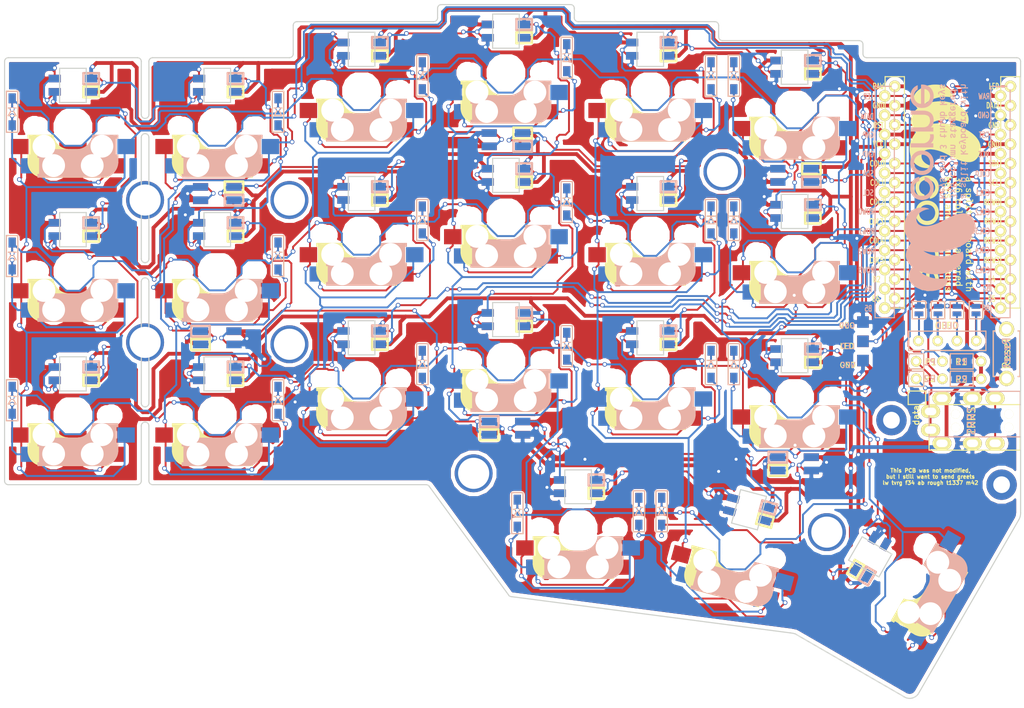
<source format=kicad_pcb>
(kicad_pcb (version 20171130) (host pcbnew "(5.1.6)-1")
  (title_block (title "Corne Cherry") (date 2018-11-17) (rev 2.1) (company foostan))
  (layers (0 F.Cu signal) (31 B.Cu signal hide) (34 B.Paste user hide) (35 F.Paste user hide) (36 B.SilkS user) (37 F.SilkS user) (38 B.Mask user hide) (39 F.Mask user hide) (44 Edge.Cuts user))
  (net 0 "")
  (net 1 row0)
  (net 2 "Net-(D1-Pad2)")
  (net 3 row1)
  (net 4 "Net-(D2-Pad2)")
  (net 5 row2)
  (net 6 "Net-(D3-Pad2)")
  (net 7 row3)
  (net 8 "Net-(D4-Pad2)")
  (net 9 "Net-(D5-Pad2)")
  (net 10 "Net-(D6-Pad2)")
  (net 11 "Net-(D7-Pad2)")
  (net 12 "Net-(D8-Pad2)")
  (net 13 "Net-(D9-Pad2)")
  (net 14 "Net-(D10-Pad2)")
  (net 15 "Net-(D11-Pad2)")
  (net 16 "Net-(D12-Pad2)")
  (net 17 "Net-(D13-Pad2)")
  (net 18 "Net-(D14-Pad2)")
  (net 19 "Net-(D15-Pad2)")
  (net 20 "Net-(D16-Pad2)")
  (net 21 "Net-(D17-Pad2)")
  (net 22 "Net-(D18-Pad2)")
  (net 23 "Net-(D19-Pad2)")
  (net 24 "Net-(D20-Pad2)")
  (net 25 "Net-(D21-Pad2)")
  (net 26 GND)
  (net 27 VCC)
  (net 28 col0)
  (net 29 col1)
  (net 30 col2)
  (net 31 col3)
  (net 32 col4)
  (net 33 col5)
  (net 34 LED)
  (net 35 data)
  (net 36 "Net-(L1-Pad3)")
  (net 37 "Net-(L1-Pad1)")
  (net 38 "Net-(L3-Pad3)")
  (net 39 "Net-(L10-Pad1)")
  (net 40 "Net-(L11-Pad1)")
  (net 41 "Net-(L13-Pad1)")
  (net 42 "Net-(L14-Pad3)")
  (net 43 "Net-(L10-Pad3)")
  (net 44 "Net-(L12-Pad1)")
  (net 45 "Net-(L13-Pad3)")
  (net 46 "Net-(L15-Pad3)")
  (net 47 "Net-(L16-Pad3)")
  (net 48 reset)
  (net 49 SCL)
  (net 50 SDA)
  (net 51 "Net-(L5-Pad3)")
  (net 52 "Net-(U1-Pad14)")
  (net 53 "Net-(U1-Pad13)")
  (net 54 "Net-(U1-Pad12)")
  (net 55 "Net-(U1-Pad11)")
  (net 56 "Net-(J2-Pad1)")
  (net 57 "Net-(J2-Pad2)")
  (net 58 "Net-(J2-Pad3)")
  (net 59 "Net-(J2-Pad4)")
  (net 60 "Net-(L2-Pad3)")
  (net 61 "Net-(L3-Pad1)")
  (net 62 "Net-(L11-Pad3)")
  (net 63 "Net-(L14-Pad1)")
  (net 64 "Net-(L12-Pad3)")
  (net 65 "Net-(L17-Pad1)")
  (net 66 "Net-(L18-Pad3)")
  (net 67 "Net-(L19-Pad3)")
  (net 68 "Net-(J1-PadA)")
  (net 69 "Net-(J1-PadB)")
  (net 70 "Net-(U1-Pad24)")
  (net 71 "Net-(L21-Pad3)")
  (net 72 "Net-(L22-Pad3)")
  (net 73 "Net-(L22-Pad1)")
  (net 74 "Net-(L23-Pad3)")
  (net 75 "Net-(L25-Pad1)")
  (net 76 "Net-(L26-Pad1)")
  (module kbd:CherryMX_MidHeight_Hotswap_1.5u (layer F.Cu) (at 179.75 136.5 240)
    (fp_text reference SW21 hide)
    (fp_text value SW_PUSH hide)
    (pad "" np_thru_hole circle (at 4.5 0 240) (size 1.7 1.7) (drill 1.7) (layers *.Cu *.Mask))
    (pad "" np_thru_hole circle (at -4.5 0 240) (size 1.7 1.7) (drill 1.7) (layers *.Cu *.Mask))
    (pad 2 smd rect (at 5.7 -5.12 60) (size 2.3 2) (layers B.Cu B.Paste B.Mask) (net 25 "Net-(D21-Pad2)"))
    (pad "" np_thru_hole circle (at -5.08 0 240) (size 1.9 1.9) (drill 1.9) (layers *.Cu *.Mask))
    (pad "" np_thru_hole circle (at 5.08 0 240) (size 1.9 1.9) (drill 1.9) (layers *.Cu *.Mask))
    (pad "" np_thru_hole circle (at 0 0 330) (size 4.1 4.1) (drill 4.1) (layers *.Cu *.Mask))
    (pad "" np_thru_hole circle (at 2.54 -5.08 60) (size 3 3) (drill 3) (layers *.Cu *.Mask))
    (pad "" np_thru_hole circle (at 3.81 -2.540001 60) (size 3 3) (drill 3) (layers *.Cu *.Mask))
    (pad "" np_thru_hole circle (at -2.54 -5.08 60) (size 3 3) (drill 3) (layers *.Cu *.Mask))
    (pad "" np_thru_hole circle (at -3.81 -2.54 60) (size 3 3) (drill 3) (layers *.Cu *.Mask))
    (pad 2 smd rect (at -5.7 -5.12 60) (size 2.3 2) (layers F.Cu F.Paste F.Mask) (net 25 "Net-(D21-Pad2)"))
    (pad 1 smd rect (at 7 -2.58 60) (size 2.3 2) (layers F.Cu F.Paste F.Mask) (net 33 col5))
    (pad 1 smd rect (at -7 -2.58 60) (size 2.3 2) (layers B.Cu B.Paste B.Mask) (net 33 col5))
  )
  (module kbd:CherryMX_MidHeight_Hotswap (layer F.Cu) (at 70 77.125 180)
    (fp_text reference SW1 hide)
    (fp_text value SW_PUSH hide)
    (pad "" np_thru_hole circle (at 4.5 0 180) (size 1.7 1.7) (drill 1.7) (layers *.Cu *.Mask))
    (pad "" np_thru_hole circle (at -4.5 0 180) (size 1.7 1.7) (drill 1.7) (layers *.Cu *.Mask))
    (pad 2 smd rect (at 5.7 -5.12) (size 2.3 2) (layers B.Cu B.Paste B.Mask) (net 2 "Net-(D1-Pad2)"))
    (pad "" np_thru_hole circle (at -5.08 0 180) (size 1.9 1.9) (drill 1.9) (layers *.Cu *.Mask))
    (pad "" np_thru_hole circle (at 5.08 0 180) (size 1.9 1.9) (drill 1.9) (layers *.Cu *.Mask))
    (pad "" np_thru_hole circle (at 0 0 270) (size 4.1 4.1) (drill 4.1) (layers *.Cu *.Mask))
    (pad "" np_thru_hole circle (at 2.54 -5.08) (size 3 3) (drill 3) (layers *.Cu *.Mask))
    (pad "" np_thru_hole circle (at 3.81 -2.540001) (size 3 3) (drill 3) (layers *.Cu *.Mask))
    (pad "" np_thru_hole circle (at -2.54 -5.08) (size 3 3) (drill 3) (layers *.Cu *.Mask))
    (pad "" np_thru_hole circle (at -3.81 -2.54) (size 3 3) (drill 3) (layers *.Cu *.Mask))
    (pad 2 smd rect (at -5.7 -5.12) (size 2.3 2) (layers F.Cu F.Paste F.Mask) (net 2 "Net-(D1-Pad2)"))
    (pad 1 smd rect (at 7 -2.58) (size 2.3 2) (layers F.Cu F.Paste F.Mask) (net 28 col0))
    (pad 1 smd rect (at -7 -2.58) (size 2.3 2) (layers B.Cu B.Paste B.Mask) (net 28 col0))
  )
  (module kbd:CherryMX_MidHeight_Hotswap (layer F.Cu) (at 136.5 130 180)
    (fp_text reference SW19 hide)
    (fp_text value SW_PUSH hide)
    (pad "" np_thru_hole circle (at 4.5 0 180) (size 1.7 1.7) (drill 1.7) (layers *.Cu *.Mask))
    (pad "" np_thru_hole circle (at -4.5 0 180) (size 1.7 1.7) (drill 1.7) (layers *.Cu *.Mask))
    (pad 2 smd rect (at 5.7 -5.12) (size 2.3 2) (layers B.Cu B.Paste B.Mask) (net 23 "Net-(D19-Pad2)"))
    (pad "" np_thru_hole circle (at -5.08 0 180) (size 1.9 1.9) (drill 1.9) (layers *.Cu *.Mask))
    (pad "" np_thru_hole circle (at 5.08 0 180) (size 1.9 1.9) (drill 1.9) (layers *.Cu *.Mask))
    (pad "" np_thru_hole circle (at 0 0 270) (size 4.1 4.1) (drill 4.1) (layers *.Cu *.Mask))
    (pad "" np_thru_hole circle (at 2.54 -5.08) (size 3 3) (drill 3) (layers *.Cu *.Mask))
    (pad "" np_thru_hole circle (at 3.81 -2.540001) (size 3 3) (drill 3) (layers *.Cu *.Mask))
    (pad "" np_thru_hole circle (at -2.54 -5.08) (size 3 3) (drill 3) (layers *.Cu *.Mask))
    (pad "" np_thru_hole circle (at -3.81 -2.54) (size 3 3) (drill 3) (layers *.Cu *.Mask))
    (pad 2 smd rect (at -5.7 -5.12) (size 2.3 2) (layers F.Cu F.Paste F.Mask) (net 23 "Net-(D19-Pad2)"))
    (pad 1 smd rect (at 7 -2.58) (size 2.3 2) (layers F.Cu F.Paste F.Mask) (net 31 col3))
    (pad 1 smd rect (at -7 -2.58) (size 2.3 2) (layers B.Cu B.Paste B.Mask) (net 31 col3))
  )
  (module kbd:CherryMX_MidHeight_Hotswap (layer F.Cu) (at 165 112.75 180)
    (fp_text reference SW18 hide)
    (fp_text value SW_PUSH hide)
    (pad "" np_thru_hole circle (at 4.5 0 180) (size 1.7 1.7) (drill 1.7) (layers *.Cu *.Mask))
    (pad "" np_thru_hole circle (at -4.5 0 180) (size 1.7 1.7) (drill 1.7) (layers *.Cu *.Mask))
    (pad 2 smd rect (at 5.7 -5.12) (size 2.3 2) (layers B.Cu B.Paste B.Mask) (net 22 "Net-(D18-Pad2)"))
    (pad "" np_thru_hole circle (at -5.08 0 180) (size 1.9 1.9) (drill 1.9) (layers *.Cu *.Mask))
    (pad "" np_thru_hole circle (at 5.08 0 180) (size 1.9 1.9) (drill 1.9) (layers *.Cu *.Mask))
    (pad "" np_thru_hole circle (at 0 0 270) (size 4.1 4.1) (drill 4.1) (layers *.Cu *.Mask))
    (pad "" np_thru_hole circle (at 2.54 -5.08) (size 3 3) (drill 3) (layers *.Cu *.Mask))
    (pad "" np_thru_hole circle (at 3.81 -2.540001) (size 3 3) (drill 3) (layers *.Cu *.Mask))
    (pad "" np_thru_hole circle (at -2.54 -5.08) (size 3 3) (drill 3) (layers *.Cu *.Mask))
    (pad "" np_thru_hole circle (at -3.81 -2.54) (size 3 3) (drill 3) (layers *.Cu *.Mask))
    (pad 2 smd rect (at -5.7 -5.12) (size 2.3 2) (layers F.Cu F.Paste F.Mask) (net 22 "Net-(D18-Pad2)"))
    (pad 1 smd rect (at 7 -2.58) (size 2.3 2) (layers F.Cu F.Paste F.Mask) (net 33 col5))
    (pad 1 smd rect (at -7 -2.58) (size 2.3 2) (layers B.Cu B.Paste B.Mask) (net 33 col5))
  )
  (module kbd:CherryMX_MidHeight_Hotswap (layer F.Cu) (at 108 110.375 180)
    (fp_text reference SW15 hide)
    (fp_text value SW_PUSH hide)
    (pad "" np_thru_hole circle (at 4.5 0 180) (size 1.7 1.7) (drill 1.7) (layers *.Cu *.Mask))
    (pad "" np_thru_hole circle (at -4.5 0 180) (size 1.7 1.7) (drill 1.7) (layers *.Cu *.Mask))
    (pad 2 smd rect (at 5.7 -5.12) (size 2.3 2) (layers B.Cu B.Paste B.Mask) (net 19 "Net-(D15-Pad2)"))
    (pad "" np_thru_hole circle (at -5.08 0 180) (size 1.9 1.9) (drill 1.9) (layers *.Cu *.Mask))
    (pad "" np_thru_hole circle (at 5.08 0 180) (size 1.9 1.9) (drill 1.9) (layers *.Cu *.Mask))
    (pad "" np_thru_hole circle (at 0 0 270) (size 4.1 4.1) (drill 4.1) (layers *.Cu *.Mask))
    (pad "" np_thru_hole circle (at 2.54 -5.08) (size 3 3) (drill 3) (layers *.Cu *.Mask))
    (pad "" np_thru_hole circle (at 3.81 -2.540001) (size 3 3) (drill 3) (layers *.Cu *.Mask))
    (pad "" np_thru_hole circle (at -2.54 -5.08) (size 3 3) (drill 3) (layers *.Cu *.Mask))
    (pad "" np_thru_hole circle (at -3.81 -2.54) (size 3 3) (drill 3) (layers *.Cu *.Mask))
    (pad 2 smd rect (at -5.7 -5.12) (size 2.3 2) (layers F.Cu F.Paste F.Mask) (net 19 "Net-(D15-Pad2)"))
    (pad 1 smd rect (at 7 -2.58) (size 2.3 2) (layers F.Cu F.Paste F.Mask) (net 30 col2))
    (pad 1 smd rect (at -7 -2.58) (size 2.3 2) (layers B.Cu B.Paste B.Mask) (net 30 col2))
  )
  (module kbd:CherryMX_MidHeight_Hotswap (layer F.Cu) (at 89 115.125 180)
    (fp_text reference SW14 hide)
    (fp_text value SW_PUSH hide)
    (pad "" np_thru_hole circle (at 4.5 0 180) (size 1.7 1.7) (drill 1.7) (layers *.Cu *.Mask))
    (pad "" np_thru_hole circle (at -4.5 0 180) (size 1.7 1.7) (drill 1.7) (layers *.Cu *.Mask))
    (pad 2 smd rect (at 5.7 -5.12) (size 2.3 2) (layers B.Cu B.Paste B.Mask) (net 18 "Net-(D14-Pad2)"))
    (pad "" np_thru_hole circle (at -5.08 0 180) (size 1.9 1.9) (drill 1.9) (layers *.Cu *.Mask))
    (pad "" np_thru_hole circle (at 5.08 0 180) (size 1.9 1.9) (drill 1.9) (layers *.Cu *.Mask))
    (pad "" np_thru_hole circle (at 0 0 270) (size 4.1 4.1) (drill 4.1) (layers *.Cu *.Mask))
    (pad "" np_thru_hole circle (at 2.54 -5.08) (size 3 3) (drill 3) (layers *.Cu *.Mask))
    (pad "" np_thru_hole circle (at 3.81 -2.540001) (size 3 3) (drill 3) (layers *.Cu *.Mask))
    (pad "" np_thru_hole circle (at -2.54 -5.08) (size 3 3) (drill 3) (layers *.Cu *.Mask))
    (pad "" np_thru_hole circle (at -3.81 -2.54) (size 3 3) (drill 3) (layers *.Cu *.Mask))
    (pad 2 smd rect (at -5.7 -5.12) (size 2.3 2) (layers F.Cu F.Paste F.Mask) (net 18 "Net-(D14-Pad2)"))
    (pad 1 smd rect (at 7 -2.58) (size 2.3 2) (layers F.Cu F.Paste F.Mask) (net 29 col1))
    (pad 1 smd rect (at -7 -2.58) (size 2.3 2) (layers B.Cu B.Paste B.Mask) (net 29 col1))
  )
  (module kbd:CherryMX_MidHeight_Hotswap (layer F.Cu) (at 70 115.125 180)
    (fp_text reference SW13 hide)
    (fp_text value SW_PUSH hide)
    (pad "" np_thru_hole circle (at 4.5 0 180) (size 1.7 1.7) (drill 1.7) (layers *.Cu *.Mask))
    (pad "" np_thru_hole circle (at -4.5 0 180) (size 1.7 1.7) (drill 1.7) (layers *.Cu *.Mask))
    (pad 2 smd rect (at 5.7 -5.12) (size 2.3 2) (layers B.Cu B.Paste B.Mask) (net 17 "Net-(D13-Pad2)"))
    (pad "" np_thru_hole circle (at -5.08 0 180) (size 1.9 1.9) (drill 1.9) (layers *.Cu *.Mask))
    (pad "" np_thru_hole circle (at 5.08 0 180) (size 1.9 1.9) (drill 1.9) (layers *.Cu *.Mask))
    (pad "" np_thru_hole circle (at 0 0 270) (size 4.1 4.1) (drill 4.1) (layers *.Cu *.Mask))
    (pad "" np_thru_hole circle (at 2.54 -5.08) (size 3 3) (drill 3) (layers *.Cu *.Mask))
    (pad "" np_thru_hole circle (at 3.81 -2.540001) (size 3 3) (drill 3) (layers *.Cu *.Mask))
    (pad "" np_thru_hole circle (at -2.54 -5.08) (size 3 3) (drill 3) (layers *.Cu *.Mask))
    (pad "" np_thru_hole circle (at -3.81 -2.54) (size 3 3) (drill 3) (layers *.Cu *.Mask))
    (pad 2 smd rect (at -5.7 -5.12) (size 2.3 2) (layers F.Cu F.Paste F.Mask) (net 17 "Net-(D13-Pad2)"))
    (pad 1 smd rect (at 7 -2.58) (size 2.3 2) (layers F.Cu F.Paste F.Mask) (net 28 col0))
    (pad 1 smd rect (at -7 -2.58) (size 2.3 2) (layers B.Cu B.Paste B.Mask) (net 28 col0))
  )
  (module kbd:CherryMX_MidHeight_Hotswap (layer F.Cu) (at 165 93.75 180)
    (fp_text reference SW12 hide)
    (fp_text value SW_PUSH hide)
    (pad "" np_thru_hole circle (at 4.5 0 180) (size 1.7 1.7) (drill 1.7) (layers *.Cu *.Mask))
    (pad "" np_thru_hole circle (at -4.5 0 180) (size 1.7 1.7) (drill 1.7) (layers *.Cu *.Mask))
    (pad 2 smd rect (at 5.7 -5.12) (size 2.3 2) (layers B.Cu B.Paste B.Mask) (net 16 "Net-(D12-Pad2)"))
    (pad "" np_thru_hole circle (at -5.08 0 180) (size 1.9 1.9) (drill 1.9) (layers *.Cu *.Mask))
    (pad "" np_thru_hole circle (at 5.08 0 180) (size 1.9 1.9) (drill 1.9) (layers *.Cu *.Mask))
    (pad "" np_thru_hole circle (at 0 0 270) (size 4.1 4.1) (drill 4.1) (layers *.Cu *.Mask))
    (pad "" np_thru_hole circle (at 2.54 -5.08) (size 3 3) (drill 3) (layers *.Cu *.Mask))
    (pad "" np_thru_hole circle (at 3.81 -2.540001) (size 3 3) (drill 3) (layers *.Cu *.Mask))
    (pad "" np_thru_hole circle (at -2.54 -5.08) (size 3 3) (drill 3) (layers *.Cu *.Mask))
    (pad "" np_thru_hole circle (at -3.81 -2.54) (size 3 3) (drill 3) (layers *.Cu *.Mask))
    (pad 2 smd rect (at -5.7 -5.12) (size 2.3 2) (layers F.Cu F.Paste F.Mask) (net 16 "Net-(D12-Pad2)"))
    (pad 1 smd rect (at 7 -2.58) (size 2.3 2) (layers F.Cu F.Paste F.Mask) (net 33 col5))
    (pad 1 smd rect (at -7 -2.58) (size 2.3 2) (layers B.Cu B.Paste B.Mask) (net 33 col5))
  )
  (module kbd:CherryMX_MidHeight_Hotswap (layer F.Cu) (at 146 91.375 180)
    (fp_text reference SW11 hide)
    (fp_text value SW_PUSH hide)
    (pad "" np_thru_hole circle (at 4.5 0 180) (size 1.7 1.7) (drill 1.7) (layers *.Cu *.Mask))
    (pad "" np_thru_hole circle (at -4.5 0 180) (size 1.7 1.7) (drill 1.7) (layers *.Cu *.Mask))
    (pad 2 smd rect (at 5.7 -5.12) (size 2.3 2) (layers B.Cu B.Paste B.Mask) (net 15 "Net-(D11-Pad2)"))
    (pad "" np_thru_hole circle (at -5.08 0 180) (size 1.9 1.9) (drill 1.9) (layers *.Cu *.Mask))
    (pad "" np_thru_hole circle (at 5.08 0 180) (size 1.9 1.9) (drill 1.9) (layers *.Cu *.Mask))
    (pad "" np_thru_hole circle (at 0 0 270) (size 4.1 4.1) (drill 4.1) (layers *.Cu *.Mask))
    (pad "" np_thru_hole circle (at 2.54 -5.08) (size 3 3) (drill 3) (layers *.Cu *.Mask))
    (pad "" np_thru_hole circle (at 3.81 -2.540001) (size 3 3) (drill 3) (layers *.Cu *.Mask))
    (pad "" np_thru_hole circle (at -2.54 -5.08) (size 3 3) (drill 3) (layers *.Cu *.Mask))
    (pad "" np_thru_hole circle (at -3.81 -2.54) (size 3 3) (drill 3) (layers *.Cu *.Mask))
    (pad 2 smd rect (at -5.7 -5.12) (size 2.3 2) (layers F.Cu F.Paste F.Mask) (net 15 "Net-(D11-Pad2)"))
    (pad 1 smd rect (at 7 -2.58) (size 2.3 2) (layers F.Cu F.Paste F.Mask) (net 32 col4))
    (pad 1 smd rect (at -7 -2.58) (size 2.3 2) (layers B.Cu B.Paste B.Mask) (net 32 col4))
  )
  (module kbd:CherryMX_MidHeight_Hotswap (layer F.Cu) (at 127 89 180)
    (fp_text reference SW10 hide)
    (fp_text value SW_PUSH hide)
    (pad "" np_thru_hole circle (at 4.5 0 180) (size 1.7 1.7) (drill 1.7) (layers *.Cu *.Mask))
    (pad "" np_thru_hole circle (at -4.5 0 180) (size 1.7 1.7) (drill 1.7) (layers *.Cu *.Mask))
    (pad 2 smd rect (at 5.7 -5.12) (size 2.3 2) (layers B.Cu B.Paste B.Mask) (net 14 "Net-(D10-Pad2)"))
    (pad "" np_thru_hole circle (at -5.08 0 180) (size 1.9 1.9) (drill 1.9) (layers *.Cu *.Mask))
    (pad "" np_thru_hole circle (at 5.08 0 180) (size 1.9 1.9) (drill 1.9) (layers *.Cu *.Mask))
    (pad "" np_thru_hole circle (at 0 0 270) (size 4.1 4.1) (drill 4.1) (layers *.Cu *.Mask))
    (pad "" np_thru_hole circle (at 2.54 -5.08) (size 3 3) (drill 3) (layers *.Cu *.Mask))
    (pad "" np_thru_hole circle (at 3.81 -2.540001) (size 3 3) (drill 3) (layers *.Cu *.Mask))
    (pad "" np_thru_hole circle (at -2.54 -5.08) (size 3 3) (drill 3) (layers *.Cu *.Mask))
    (pad "" np_thru_hole circle (at -3.81 -2.54) (size 3 3) (drill 3) (layers *.Cu *.Mask))
    (pad 2 smd rect (at -5.7 -5.12) (size 2.3 2) (layers F.Cu F.Paste F.Mask) (net 14 "Net-(D10-Pad2)"))
    (pad 1 smd rect (at 7 -2.58) (size 2.3 2) (layers F.Cu F.Paste F.Mask) (net 31 col3))
    (pad 1 smd rect (at -7 -2.58) (size 2.3 2) (layers B.Cu B.Paste B.Mask) (net 31 col3))
  )
  (module kbd:CherryMX_MidHeight_Hotswap (layer F.Cu) (at 108 91.375 180)
    (fp_text reference SW9 hide)
    (fp_text value SW_PUSH hide)
    (pad "" np_thru_hole circle (at 4.5 0 180) (size 1.7 1.7) (drill 1.7) (layers *.Cu *.Mask))
    (pad "" np_thru_hole circle (at -4.5 0 180) (size 1.7 1.7) (drill 1.7) (layers *.Cu *.Mask))
    (pad 2 smd rect (at 5.7 -5.12) (size 2.3 2) (layers B.Cu B.Paste B.Mask) (net 13 "Net-(D9-Pad2)"))
    (pad "" np_thru_hole circle (at -5.08 0 180) (size 1.9 1.9) (drill 1.9) (layers *.Cu *.Mask))
    (pad "" np_thru_hole circle (at 5.08 0 180) (size 1.9 1.9) (drill 1.9) (layers *.Cu *.Mask))
    (pad "" np_thru_hole circle (at 0 0 270) (size 4.1 4.1) (drill 4.1) (layers *.Cu *.Mask))
    (pad "" np_thru_hole circle (at 2.54 -5.08) (size 3 3) (drill 3) (layers *.Cu *.Mask))
    (pad "" np_thru_hole circle (at 3.81 -2.540001) (size 3 3) (drill 3) (layers *.Cu *.Mask))
    (pad "" np_thru_hole circle (at -2.54 -5.08) (size 3 3) (drill 3) (layers *.Cu *.Mask))
    (pad "" np_thru_hole circle (at -3.81 -2.54) (size 3 3) (drill 3) (layers *.Cu *.Mask))
    (pad 2 smd rect (at -5.7 -5.12) (size 2.3 2) (layers F.Cu F.Paste F.Mask) (net 13 "Net-(D9-Pad2)"))
    (pad 1 smd rect (at 7 -2.58) (size 2.3 2) (layers F.Cu F.Paste F.Mask) (net 30 col2))
    (pad 1 smd rect (at -7 -2.58) (size 2.3 2) (layers B.Cu B.Paste B.Mask) (net 30 col2))
  )
  (module kbd:CherryMX_MidHeight_Hotswap (layer F.Cu) (at 89 96.125 180)
    (fp_text reference SW8 hide)
    (fp_text value SW_PUSH hide)
    (pad "" np_thru_hole circle (at 4.5 0 180) (size 1.7 1.7) (drill 1.7) (layers *.Cu *.Mask))
    (pad "" np_thru_hole circle (at -4.5 0 180) (size 1.7 1.7) (drill 1.7) (layers *.Cu *.Mask))
    (pad 2 smd rect (at 5.7 -5.12) (size 2.3 2) (layers B.Cu B.Paste B.Mask) (net 12 "Net-(D8-Pad2)"))
    (pad "" np_thru_hole circle (at -5.08 0 180) (size 1.9 1.9) (drill 1.9) (layers *.Cu *.Mask))
    (pad "" np_thru_hole circle (at 5.08 0 180) (size 1.9 1.9) (drill 1.9) (layers *.Cu *.Mask))
    (pad "" np_thru_hole circle (at 0 0 270) (size 4.1 4.1) (drill 4.1) (layers *.Cu *.Mask))
    (pad "" np_thru_hole circle (at 2.54 -5.08) (size 3 3) (drill 3) (layers *.Cu *.Mask))
    (pad "" np_thru_hole circle (at 3.81 -2.540001) (size 3 3) (drill 3) (layers *.Cu *.Mask))
    (pad "" np_thru_hole circle (at -2.54 -5.08) (size 3 3) (drill 3) (layers *.Cu *.Mask))
    (pad "" np_thru_hole circle (at -3.81 -2.54) (size 3 3) (drill 3) (layers *.Cu *.Mask))
    (pad 2 smd rect (at -5.7 -5.12) (size 2.3 2) (layers F.Cu F.Paste F.Mask) (net 12 "Net-(D8-Pad2)"))
    (pad 1 smd rect (at 7 -2.58) (size 2.3 2) (layers F.Cu F.Paste F.Mask) (net 29 col1))
    (pad 1 smd rect (at -7 -2.58) (size 2.3 2) (layers B.Cu B.Paste B.Mask) (net 29 col1))
  )
  (module kbd:CherryMX_MidHeight_Hotswap (layer F.Cu) (at 70 96.125 180)
    (fp_text reference SW7 hide)
    (fp_text value SW_PUSH hide)
    (pad "" np_thru_hole circle (at 4.5 0 180) (size 1.7 1.7) (drill 1.7) (layers *.Cu *.Mask))
    (pad "" np_thru_hole circle (at -4.5 0 180) (size 1.7 1.7) (drill 1.7) (layers *.Cu *.Mask))
    (pad 2 smd rect (at 5.7 -5.12) (size 2.3 2) (layers B.Cu B.Paste B.Mask) (net 11 "Net-(D7-Pad2)"))
    (pad "" np_thru_hole circle (at -5.08 0 180) (size 1.9 1.9) (drill 1.9) (layers *.Cu *.Mask))
    (pad "" np_thru_hole circle (at 5.08 0 180) (size 1.9 1.9) (drill 1.9) (layers *.Cu *.Mask))
    (pad "" np_thru_hole circle (at 0 0 270) (size 4.1 4.1) (drill 4.1) (layers *.Cu *.Mask))
    (pad "" np_thru_hole circle (at 2.54 -5.08) (size 3 3) (drill 3) (layers *.Cu *.Mask))
    (pad "" np_thru_hole circle (at 3.81 -2.540001) (size 3 3) (drill 3) (layers *.Cu *.Mask))
    (pad "" np_thru_hole circle (at -2.54 -5.08) (size 3 3) (drill 3) (layers *.Cu *.Mask))
    (pad "" np_thru_hole circle (at -3.81 -2.54) (size 3 3) (drill 3) (layers *.Cu *.Mask))
    (pad 2 smd rect (at -5.7 -5.12) (size 2.3 2) (layers F.Cu F.Paste F.Mask) (net 11 "Net-(D7-Pad2)"))
    (pad 1 smd rect (at 7 -2.58) (size 2.3 2) (layers F.Cu F.Paste F.Mask) (net 28 col0))
    (pad 1 smd rect (at -7 -2.58) (size 2.3 2) (layers B.Cu B.Paste B.Mask) (net 28 col0))
  )
  (module kbd:CherryMX_MidHeight_Hotswap (layer F.Cu) (at 165 74.75 180)
    (fp_text reference SW6 hide)
    (fp_text value SW_PUSH hide)
    (pad "" np_thru_hole circle (at 4.5 0 180) (size 1.7 1.7) (drill 1.7) (layers *.Cu *.Mask))
    (pad "" np_thru_hole circle (at -4.5 0 180) (size 1.7 1.7) (drill 1.7) (layers *.Cu *.Mask))
    (pad 2 smd rect (at 5.7 -5.12) (size 2.3 2) (layers B.Cu B.Paste B.Mask) (net 10 "Net-(D6-Pad2)"))
    (pad "" np_thru_hole circle (at -5.08 0 180) (size 1.9 1.9) (drill 1.9) (layers *.Cu *.Mask))
    (pad "" np_thru_hole circle (at 5.08 0 180) (size 1.9 1.9) (drill 1.9) (layers *.Cu *.Mask))
    (pad "" np_thru_hole circle (at 0 0 270) (size 4.1 4.1) (drill 4.1) (layers *.Cu *.Mask))
    (pad "" np_thru_hole circle (at 2.54 -5.08) (size 3 3) (drill 3) (layers *.Cu *.Mask))
    (pad "" np_thru_hole circle (at 3.81 -2.540001) (size 3 3) (drill 3) (layers *.Cu *.Mask))
    (pad "" np_thru_hole circle (at -2.54 -5.08) (size 3 3) (drill 3) (layers *.Cu *.Mask))
    (pad "" np_thru_hole circle (at -3.81 -2.54) (size 3 3) (drill 3) (layers *.Cu *.Mask))
    (pad 2 smd rect (at -5.7 -5.12) (size 2.3 2) (layers F.Cu F.Paste F.Mask) (net 10 "Net-(D6-Pad2)"))
    (pad 1 smd rect (at 7 -2.58) (size 2.3 2) (layers F.Cu F.Paste F.Mask) (net 33 col5))
    (pad 1 smd rect (at -7 -2.58) (size 2.3 2) (layers B.Cu B.Paste B.Mask) (net 33 col5))
  )
  (module kbd:CherryMX_MidHeight_Hotswap (layer F.Cu) (at 146 72.375 180)
    (fp_text reference SW5 hide)
    (fp_text value SW_PUSH hide)
    (pad "" np_thru_hole circle (at 4.5 0 180) (size 1.7 1.7) (drill 1.7) (layers *.Cu *.Mask))
    (pad "" np_thru_hole circle (at -4.5 0 180) (size 1.7 1.7) (drill 1.7) (layers *.Cu *.Mask))
    (pad 2 smd rect (at 5.7 -5.12) (size 2.3 2) (layers B.Cu B.Paste B.Mask) (net 9 "Net-(D5-Pad2)"))
    (pad "" np_thru_hole circle (at -5.08 0 180) (size 1.9 1.9) (drill 1.9) (layers *.Cu *.Mask))
    (pad "" np_thru_hole circle (at 5.08 0 180) (size 1.9 1.9) (drill 1.9) (layers *.Cu *.Mask))
    (pad "" np_thru_hole circle (at 0 0 270) (size 4.1 4.1) (drill 4.1) (layers *.Cu *.Mask))
    (pad "" np_thru_hole circle (at 2.54 -5.08) (size 3 3) (drill 3) (layers *.Cu *.Mask))
    (pad "" np_thru_hole circle (at 3.81 -2.540001) (size 3 3) (drill 3) (layers *.Cu *.Mask))
    (pad "" np_thru_hole circle (at -2.54 -5.08) (size 3 3) (drill 3) (layers *.Cu *.Mask))
    (pad "" np_thru_hole circle (at -3.81 -2.54) (size 3 3) (drill 3) (layers *.Cu *.Mask))
    (pad 2 smd rect (at -5.7 -5.12) (size 2.3 2) (layers F.Cu F.Paste F.Mask) (net 9 "Net-(D5-Pad2)"))
    (pad 1 smd rect (at 7 -2.58) (size 2.3 2) (layers F.Cu F.Paste F.Mask) (net 32 col4))
    (pad 1 smd rect (at -7 -2.58) (size 2.3 2) (layers B.Cu B.Paste B.Mask) (net 32 col4))
  )
  (module kbd:CherryMX_MidHeight_Hotswap (layer F.Cu) (at 108 72.375 180)
    (fp_text reference SW3 hide)
    (fp_text value SW_PUSH hide)
    (pad "" np_thru_hole circle (at 4.5 0 180) (size 1.7 1.7) (drill 1.7) (layers *.Cu *.Mask))
    (pad "" np_thru_hole circle (at -4.5 0 180) (size 1.7 1.7) (drill 1.7) (layers *.Cu *.Mask))
    (pad 2 smd rect (at 5.7 -5.12) (size 2.3 2) (layers B.Cu B.Paste B.Mask) (net 6 "Net-(D3-Pad2)"))
    (pad "" np_thru_hole circle (at -5.08 0 180) (size 1.9 1.9) (drill 1.9) (layers *.Cu *.Mask))
    (pad "" np_thru_hole circle (at 5.08 0 180) (size 1.9 1.9) (drill 1.9) (layers *.Cu *.Mask))
    (pad "" np_thru_hole circle (at 0 0 270) (size 4.1 4.1) (drill 4.1) (layers *.Cu *.Mask))
    (pad "" np_thru_hole circle (at 2.54 -5.08) (size 3 3) (drill 3) (layers *.Cu *.Mask))
    (pad "" np_thru_hole circle (at 3.81 -2.540001) (size 3 3) (drill 3) (layers *.Cu *.Mask))
    (pad "" np_thru_hole circle (at -2.54 -5.08) (size 3 3) (drill 3) (layers *.Cu *.Mask))
    (pad "" np_thru_hole circle (at -3.81 -2.54) (size 3 3) (drill 3) (layers *.Cu *.Mask))
    (pad 2 smd rect (at -5.7 -5.12) (size 2.3 2) (layers F.Cu F.Paste F.Mask) (net 6 "Net-(D3-Pad2)"))
    (pad 1 smd rect (at 7 -2.58) (size 2.3 2) (layers F.Cu F.Paste F.Mask) (net 30 col2))
    (pad 1 smd rect (at -7 -2.58) (size 2.3 2) (layers B.Cu B.Paste B.Mask) (net 30 col2))
  )
  (module kbd:CherryMX_MidHeight_Hotswap (layer F.Cu) (at 89 77.125 180)
    (fp_text reference SW2 hide)
    (fp_text value SW_PUSH hide)
    (pad "" np_thru_hole circle (at 4.5 0 180) (size 1.7 1.7) (drill 1.7) (layers *.Cu *.Mask))
    (pad "" np_thru_hole circle (at -4.5 0 180) (size 1.7 1.7) (drill 1.7) (layers *.Cu *.Mask))
    (pad 2 smd rect (at 5.7 -5.12) (size 2.3 2) (layers B.Cu B.Paste B.Mask) (net 4 "Net-(D2-Pad2)"))
    (pad "" np_thru_hole circle (at -5.08 0 180) (size 1.9 1.9) (drill 1.9) (layers *.Cu *.Mask))
    (pad "" np_thru_hole circle (at 5.08 0 180) (size 1.9 1.9) (drill 1.9) (layers *.Cu *.Mask))
    (pad "" np_thru_hole circle (at 0 0 270) (size 4.1 4.1) (drill 4.1) (layers *.Cu *.Mask))
    (pad "" np_thru_hole circle (at 2.54 -5.08) (size 3 3) (drill 3) (layers *.Cu *.Mask))
    (pad "" np_thru_hole circle (at 3.81 -2.540001) (size 3 3) (drill 3) (layers *.Cu *.Mask))
    (pad "" np_thru_hole circle (at -2.54 -5.08) (size 3 3) (drill 3) (layers *.Cu *.Mask))
    (pad "" np_thru_hole circle (at -3.81 -2.54) (size 3 3) (drill 3) (layers *.Cu *.Mask))
    (pad 2 smd rect (at -5.7 -5.12) (size 2.3 2) (layers F.Cu F.Paste F.Mask) (net 4 "Net-(D2-Pad2)"))
    (pad 1 smd rect (at 7 -2.58) (size 2.3 2) (layers F.Cu F.Paste F.Mask) (net 29 col1))
    (pad 1 smd rect (at -7 -2.58) (size 2.3 2) (layers B.Cu B.Paste B.Mask) (net 29 col1))
  )
  (module kbd:CherryMX_MidHeight_Hotswap (layer F.Cu) (at 146 110.375 180)
    (fp_text reference SW17 hide)
    (fp_text value SW_PUSH hide)
    (pad "" np_thru_hole circle (at 4.5 0 180) (size 1.7 1.7) (drill 1.7) (layers *.Cu *.Mask))
    (pad "" np_thru_hole circle (at -4.5 0 180) (size 1.7 1.7) (drill 1.7) (layers *.Cu *.Mask))
    (pad 2 smd rect (at 5.7 -5.12) (size 2.3 2) (layers B.Cu B.Paste B.Mask) (net 21 "Net-(D17-Pad2)"))
    (pad "" np_thru_hole circle (at -5.08 0 180) (size 1.9 1.9) (drill 1.9) (layers *.Cu *.Mask))
    (pad "" np_thru_hole circle (at 5.08 0 180) (size 1.9 1.9) (drill 1.9) (layers *.Cu *.Mask))
    (pad "" np_thru_hole circle (at 0 0 270) (size 4.1 4.1) (drill 4.1) (layers *.Cu *.Mask))
    (pad "" np_thru_hole circle (at 2.54 -5.08) (size 3 3) (drill 3) (layers *.Cu *.Mask))
    (pad "" np_thru_hole circle (at 3.81 -2.540001) (size 3 3) (drill 3) (layers *.Cu *.Mask))
    (pad "" np_thru_hole circle (at -2.54 -5.08) (size 3 3) (drill 3) (layers *.Cu *.Mask))
    (pad "" np_thru_hole circle (at -3.81 -2.54) (size 3 3) (drill 3) (layers *.Cu *.Mask))
    (pad 2 smd rect (at -5.7 -5.12) (size 2.3 2) (layers F.Cu F.Paste F.Mask) (net 21 "Net-(D17-Pad2)"))
    (pad 1 smd rect (at 7 -2.58) (size 2.3 2) (layers F.Cu F.Paste F.Mask) (net 32 col4))
    (pad 1 smd rect (at -7 -2.58) (size 2.3 2) (layers B.Cu B.Paste B.Mask) (net 32 col4))
  )
  (module kbd:CherryMX_MidHeight_Hotswap (layer F.Cu) (at 157.5 132.75 165)
    (fp_text reference SW20 hide)
    (fp_text value SW_PUSH hide)
    (pad "" np_thru_hole circle (at 4.5 0 165) (size 1.7 1.7) (drill 1.7) (layers *.Cu *.Mask))
    (pad "" np_thru_hole circle (at -4.5 0 165) (size 1.7 1.7) (drill 1.7) (layers *.Cu *.Mask))
    (pad 2 smd rect (at 5.7 -5.12 345) (size 2.3 2) (layers B.Cu B.Paste B.Mask) (net 24 "Net-(D20-Pad2)"))
    (pad "" np_thru_hole circle (at -5.08 0 165) (size 1.9 1.9) (drill 1.9) (layers *.Cu *.Mask))
    (pad "" np_thru_hole circle (at 5.08 0 165) (size 1.9 1.9) (drill 1.9) (layers *.Cu *.Mask))
    (pad "" np_thru_hole circle (at 0 0 255) (size 4.1 4.1) (drill 4.1) (layers *.Cu *.Mask))
    (pad "" np_thru_hole circle (at 2.54 -5.08 345) (size 3 3) (drill 3) (layers *.Cu *.Mask))
    (pad "" np_thru_hole circle (at 3.81 -2.540001 345) (size 3 3) (drill 3) (layers *.Cu *.Mask))
    (pad "" np_thru_hole circle (at -2.54 -5.08 345) (size 3 3) (drill 3) (layers *.Cu *.Mask))
    (pad "" np_thru_hole circle (at -3.81 -2.54 345) (size 3 3) (drill 3) (layers *.Cu *.Mask))
    (pad 2 smd rect (at -5.7 -5.12 345) (size 2.3 2) (layers F.Cu F.Paste F.Mask) (net 24 "Net-(D20-Pad2)"))
    (pad 1 smd rect (at 7 -2.58 345) (size 2.3 2) (layers F.Cu F.Paste F.Mask) (net 32 col4))
    (pad 1 smd rect (at -7 -2.58 345) (size 2.3 2) (layers B.Cu B.Paste B.Mask) (net 32 col4))
  )
  (module kbd:CherryMX_MidHeight_Hotswap (layer F.Cu) (at 127 70 180)
    (fp_text reference SW4 hide)
    (fp_text value SW_PUSH hide)
    (pad "" np_thru_hole circle (at 4.5 0 180) (size 1.7 1.7) (drill 1.7) (layers *.Cu *.Mask))
    (pad "" np_thru_hole circle (at -4.5 0 180) (size 1.7 1.7) (drill 1.7) (layers *.Cu *.Mask))
    (pad 2 smd rect (at 5.7 -5.12) (size 2.3 2) (layers B.Cu B.Paste B.Mask) (net 8 "Net-(D4-Pad2)"))
    (pad "" np_thru_hole circle (at -5.08 0 180) (size 1.9 1.9) (drill 1.9) (layers *.Cu *.Mask))
    (pad "" np_thru_hole circle (at 5.08 0 180) (size 1.9 1.9) (drill 1.9) (layers *.Cu *.Mask))
    (pad "" np_thru_hole circle (at 0 0 270) (size 4.1 4.1) (drill 4.1) (layers *.Cu *.Mask))
    (pad "" np_thru_hole circle (at 2.54 -5.08) (size 3 3) (drill 3) (layers *.Cu *.Mask))
    (pad "" np_thru_hole circle (at 3.81 -2.540001) (size 3 3) (drill 3) (layers *.Cu *.Mask))
    (pad "" np_thru_hole circle (at -2.54 -5.08) (size 3 3) (drill 3) (layers *.Cu *.Mask))
    (pad "" np_thru_hole circle (at -3.81 -2.54) (size 3 3) (drill 3) (layers *.Cu *.Mask))
    (pad 2 smd rect (at -5.7 -5.12) (size 2.3 2) (layers F.Cu F.Paste F.Mask) (net 8 "Net-(D4-Pad2)"))
    (pad 1 smd rect (at 7 -2.58) (size 2.3 2) (layers F.Cu F.Paste F.Mask) (net 31 col3))
    (pad 1 smd rect (at -7 -2.58) (size 2.3 2) (layers B.Cu B.Paste B.Mask) (net 31 col3))
  )
  (module kbd:CherryMX_MidHeight_Hotswap (layer F.Cu) (at 127 108 180)
    (fp_text reference SW16 hide)
    (fp_text value SW_PUSH hide)
    (pad "" np_thru_hole circle (at 4.5 0 180) (size 1.7 1.7) (drill 1.7) (layers *.Cu *.Mask))
    (pad "" np_thru_hole circle (at -4.5 0 180) (size 1.7 1.7) (drill 1.7) (layers *.Cu *.Mask))
    (pad 2 smd rect (at 5.7 -5.12) (size 2.3 2) (layers B.Cu B.Paste B.Mask) (net 20 "Net-(D16-Pad2)"))
    (pad "" np_thru_hole circle (at -5.08 0 180) (size 1.9 1.9) (drill 1.9) (layers *.Cu *.Mask))
    (pad "" np_thru_hole circle (at 5.08 0 180) (size 1.9 1.9) (drill 1.9) (layers *.Cu *.Mask))
    (pad "" np_thru_hole circle (at 0 0 270) (size 4.1 4.1) (drill 4.1) (layers *.Cu *.Mask))
    (pad "" np_thru_hole circle (at 2.54 -5.08) (size 3 3) (drill 3) (layers *.Cu *.Mask))
    (pad "" np_thru_hole circle (at 3.81 -2.540001) (size 3 3) (drill 3) (layers *.Cu *.Mask))
    (pad "" np_thru_hole circle (at -2.54 -5.08) (size 3 3) (drill 3) (layers *.Cu *.Mask))
    (pad "" np_thru_hole circle (at -3.81 -2.54) (size 3 3) (drill 3) (layers *.Cu *.Mask))
    (pad 2 smd rect (at -5.7 -5.12) (size 2.3 2) (layers F.Cu F.Paste F.Mask) (net 20 "Net-(D16-Pad2)"))
    (pad 1 smd rect (at 7 -2.58) (size 2.3 2) (layers F.Cu F.Paste F.Mask) (net 31 col3))
    (pad 1 smd rect (at -7 -2.58) (size 2.3 2) (layers B.Cu B.Paste B.Mask) (net 31 col3))
  )
  (module kbd:MJ-4PP-9 (layer F.Cu) (at 194.7 116.7 270)
    (fp_text reference TRRS (at -0.889 6.4135 270) (layer F.SilkS))
    (fp_text value MJ-4PP-9 hide)
    (fp_text user TRRS (at -0.8255 6.4135 270) (layer B.SilkS) (effects (justify mirror)))
    (pad "" np_thru_hole circle (at -1.75 8.5 270) (size 1.2 1.2) (drill 1.2) (layers *.Cu *.Mask F.SilkS))
    (pad "" np_thru_hole circle (at -1.75 1.5 270) (size 1.2 1.2) (drill 1.2) (layers *.Cu *.Mask F.SilkS))
    (pad D thru_hole oval (at -3.85 10.3 270) (size 1.7 2.5) (drill oval 1 1.5) (layers *.Cu *.Mask F.SilkS) (net 27 VCC) (clearance 0.15))
    (pad A thru_hole oval (at 0.35 11.8 270) (size 1.7 2.5) (drill oval 1 1.5) (layers *.Cu *.Mask F.SilkS) (net 68 "Net-(J1-PadA)") (clearance 0.15))
    (pad B thru_hole oval (at -3.85 3.3 270) (size 1.7 2.5) (drill oval 1 1.5) (layers *.Cu *.Mask F.SilkS) (net 69 "Net-(J1-PadB)"))
    (pad C thru_hole oval (at -3.85 6.3 270) (size 1.7 2.5) (drill oval 1 1.5) (layers *.Cu *.Mask F.SilkS) (net 26 GND))
    (pad "" np_thru_hole circle (at 0 1.5 270) (size 1.2 1.2) (drill 1.2) (layers *.Cu *.Mask F.SilkS))
    (pad "" np_thru_hole circle (at 0 8.5 270) (size 1.2 1.2) (drill 1.2) (layers *.Cu *.Mask F.SilkS))
    (pad B thru_hole oval (at 2.1 3.3 270) (size 1.7 2.5) (drill oval 1 1.5) (layers *.Cu *.Mask F.SilkS) (net 69 "Net-(J1-PadB)"))
    (pad C thru_hole oval (at 2.1 6.3 270) (size 1.7 2.5) (drill oval 1 1.5) (layers *.Cu *.Mask F.SilkS) (net 26 GND))
    (pad D thru_hole oval (at 2.1 10.3 270) (size 1.7 2.5) (drill oval 1 1.5) (layers *.Cu *.Mask F.SilkS) (net 27 VCC) (clearance 0.15))
    (pad A thru_hole oval (at -2.1 11.8 270) (size 1.7 2.5) (drill oval 1 1.5) (layers *.Cu *.Mask F.SilkS) (net 68 "Net-(J1-PadA)") (clearance 0.15))
  )
  (module kbd:SK6812MINI_underglow_rev (layer F.Cu) (at 165 121.5 180)
    (fp_text reference L27 hide)
    (fp_text value SK6812MINI hide)
    (pad 4 smd rect (at 2.2 -0.875 180) (size 2 1) (layers F.Cu F.Paste F.Mask) (net 27 VCC))
    (pad 3 smd rect (at 2.2 0.875 180) (size 2 1) (layers F.Cu F.Paste F.Mask) (net 76 "Net-(L26-Pad1)"))
    (pad 1 smd rect (at -2.2 -0.875 180) (size 2 1) (layers F.Cu F.Paste F.Mask) (net 71 "Net-(L21-Pad3)"))
    (pad 2 smd rect (at -2.2 0.875 180) (size 2 1) (layers F.Cu F.Paste F.Mask) (net 26 GND))
    (pad 3 smd rect (at 2.2 -0.875 180) (size 2 1) (layers B.Cu B.Paste B.Mask) (net 76 "Net-(L26-Pad1)"))
    (pad 4 smd rect (at 2.2 0.875 180) (size 2 1) (layers B.Cu B.Paste B.Mask) (net 27 VCC))
    (pad 1 smd rect (at -2.2 0.875 180) (size 2 1) (layers B.Cu B.Paste B.Mask) (net 71 "Net-(L21-Pad3)"))
    (pad 2 smd rect (at -2.2 -0.875 180) (size 2 1) (layers B.Cu B.Paste B.Mask) (net 26 GND))
  )
  (module kbd:SK6812MINI_underglow_rev (layer F.Cu) (at 165 83.5)
    (fp_text reference L24 hide)
    (fp_text value SK6812MINI hide)
    (pad 4 smd rect (at 2.2 -0.875) (size 2 1) (layers F.Cu F.Paste F.Mask) (net 27 VCC))
    (pad 3 smd rect (at 2.2 0.875) (size 2 1) (layers F.Cu F.Paste F.Mask) (net 34 LED))
    (pad 1 smd rect (at -2.2 -0.875) (size 2 1) (layers F.Cu F.Paste F.Mask) (net 74 "Net-(L23-Pad3)"))
    (pad 2 smd rect (at -2.2 0.875) (size 2 1) (layers F.Cu F.Paste F.Mask) (net 26 GND))
    (pad 3 smd rect (at 2.2 -0.875) (size 2 1) (layers B.Cu B.Paste B.Mask) (net 34 LED))
    (pad 4 smd rect (at 2.2 0.875) (size 2 1) (layers B.Cu B.Paste B.Mask) (net 27 VCC))
    (pad 1 smd rect (at -2.2 0.875) (size 2 1) (layers B.Cu B.Paste B.Mask) (net 74 "Net-(L23-Pad3)"))
    (pad 2 smd rect (at -2.2 -0.875) (size 2 1) (layers B.Cu B.Paste B.Mask) (net 26 GND))
  )
  (module kbd:SK6812MINI_underglow_rev (layer F.Cu) (at 127 78.8)
    (fp_text reference L23 hide)
    (fp_text value SK6812MINI hide)
    (pad 4 smd rect (at 2.2 -0.875) (size 2 1) (layers F.Cu F.Paste F.Mask) (net 27 VCC))
    (pad 3 smd rect (at 2.2 0.875) (size 2 1) (layers F.Cu F.Paste F.Mask) (net 74 "Net-(L23-Pad3)"))
    (pad 1 smd rect (at -2.2 -0.875) (size 2 1) (layers F.Cu F.Paste F.Mask) (net 72 "Net-(L22-Pad3)"))
    (pad 2 smd rect (at -2.2 0.875) (size 2 1) (layers F.Cu F.Paste F.Mask) (net 26 GND))
    (pad 3 smd rect (at 2.2 -0.875) (size 2 1) (layers B.Cu B.Paste B.Mask) (net 74 "Net-(L23-Pad3)"))
    (pad 4 smd rect (at 2.2 0.875) (size 2 1) (layers B.Cu B.Paste B.Mask) (net 27 VCC))
    (pad 1 smd rect (at -2.2 0.875) (size 2 1) (layers B.Cu B.Paste B.Mask) (net 72 "Net-(L22-Pad3)"))
    (pad 2 smd rect (at -2.2 -0.875) (size 2 1) (layers B.Cu B.Paste B.Mask) (net 26 GND))
  )
  (module kbd:SK6812MINI_underglow_rev (layer F.Cu) (at 89 85.9)
    (fp_text reference L22 hide)
    (fp_text value SK6812MINI hide)
    (pad 4 smd rect (at 2.2 -0.875) (size 2 1) (layers F.Cu F.Paste F.Mask) (net 27 VCC))
    (pad 3 smd rect (at 2.2 0.875) (size 2 1) (layers F.Cu F.Paste F.Mask) (net 72 "Net-(L22-Pad3)"))
    (pad 1 smd rect (at -2.2 -0.875) (size 2 1) (layers F.Cu F.Paste F.Mask) (net 73 "Net-(L22-Pad1)"))
    (pad 2 smd rect (at -2.2 0.875) (size 2 1) (layers F.Cu F.Paste F.Mask) (net 26 GND))
    (pad 3 smd rect (at 2.2 -0.875) (size 2 1) (layers B.Cu B.Paste B.Mask) (net 72 "Net-(L22-Pad3)"))
    (pad 4 smd rect (at 2.2 0.875) (size 2 1) (layers B.Cu B.Paste B.Mask) (net 27 VCC))
    (pad 1 smd rect (at -2.2 0.875) (size 2 1) (layers B.Cu B.Paste B.Mask) (net 73 "Net-(L22-Pad1)"))
    (pad 2 smd rect (at -2.2 -0.875) (size 2 1) (layers B.Cu B.Paste B.Mask) (net 26 GND))
  )
  (module kbd:SK6812MINI_underglow_rev (layer F.Cu) (at 89 104.9 180)
    (fp_text reference L25 hide)
    (fp_text value SK6812MINI hide)
    (pad 4 smd rect (at 2.2 -0.875 180) (size 2 1) (layers F.Cu F.Paste F.Mask) (net 27 VCC))
    (pad 3 smd rect (at 2.2 0.875 180) (size 2 1) (layers F.Cu F.Paste F.Mask) (net 73 "Net-(L22-Pad1)"))
    (pad 1 smd rect (at -2.2 -0.875 180) (size 2 1) (layers F.Cu F.Paste F.Mask) (net 75 "Net-(L25-Pad1)"))
    (pad 2 smd rect (at -2.2 0.875 180) (size 2 1) (layers F.Cu F.Paste F.Mask) (net 26 GND))
    (pad 3 smd rect (at 2.2 -0.875 180) (size 2 1) (layers B.Cu B.Paste B.Mask) (net 73 "Net-(L22-Pad1)"))
    (pad 4 smd rect (at 2.2 0.875 180) (size 2 1) (layers B.Cu B.Paste B.Mask) (net 27 VCC))
    (pad 1 smd rect (at -2.2 0.875 180) (size 2 1) (layers B.Cu B.Paste B.Mask) (net 75 "Net-(L25-Pad1)"))
    (pad 2 smd rect (at -2.2 -0.875 180) (size 2 1) (layers B.Cu B.Paste B.Mask) (net 26 GND))
  )
  (module kbd:SK6812MINI_underglow_rev (layer F.Cu) (at 127 116.8 180)
    (fp_text reference L26 hide)
    (fp_text value SK6812MINI hide)
    (pad 4 smd rect (at 2.2 -0.875 180) (size 2 1) (layers F.Cu F.Paste F.Mask) (net 27 VCC))
    (pad 3 smd rect (at 2.2 0.875 180) (size 2 1) (layers F.Cu F.Paste F.Mask) (net 75 "Net-(L25-Pad1)"))
    (pad 1 smd rect (at -2.2 -0.875 180) (size 2 1) (layers F.Cu F.Paste F.Mask) (net 76 "Net-(L26-Pad1)"))
    (pad 2 smd rect (at -2.2 0.875 180) (size 2 1) (layers F.Cu F.Paste F.Mask) (net 26 GND))
    (pad 3 smd rect (at 2.2 -0.875 180) (size 2 1) (layers B.Cu B.Paste B.Mask) (net 75 "Net-(L25-Pad1)"))
    (pad 4 smd rect (at 2.2 0.875 180) (size 2 1) (layers B.Cu B.Paste B.Mask) (net 27 VCC))
    (pad 1 smd rect (at -2.2 0.875 180) (size 2 1) (layers B.Cu B.Paste B.Mask) (net 76 "Net-(L26-Pad1)"))
    (pad 2 smd rect (at -2.2 -0.875 180) (size 2 1) (layers B.Cu B.Paste B.Mask) (net 26 GND))
  )
  (module kbd:SK6812MINI_rev (layer F.Cu) (at 175 133.75 240)
    (fp_text reference L21 hide)
    (fp_text value SK6812MINI hide)
    (pad 2 smd rect (at -2.4 0.875 240) (size 1.6 1) (layers B.Cu B.Paste B.Mask) (net 26 GND))
    (pad 1 smd rect (at -2.4 -0.875 240) (size 1.6 1) (layers B.Cu B.Paste B.Mask) (net 66 "Net-(L18-Pad3)"))
    (pad 4 smd rect (at 2.4 -0.875 240) (size 1.6 1) (layers B.Cu B.Paste B.Mask) (net 27 VCC))
    (pad 3 smd rect (at 2.4 0.875 240) (size 1.6 1) (layers B.Cu B.Paste B.Mask) (net 71 "Net-(L21-Pad3)"))
    (pad 2 smd rect (at -2.4 -0.875 240) (size 1.6 1) (layers F.Cu F.Paste F.Mask) (net 26 GND))
    (pad 1 smd rect (at -2.4 0.875 240) (size 1.6 1) (layers F.Cu F.Paste F.Mask) (net 66 "Net-(L18-Pad3)"))
    (pad 3 smd rect (at 2.4 -0.875 240) (size 1.6 1) (layers F.Cu F.Paste F.Mask) (net 71 "Net-(L21-Pad3)"))
    (pad 4 smd rect (at 2.4 0.875 240) (size 1.6 1) (layers F.Cu F.Paste F.Mask) (net 27 VCC))
  )
  (module kbd:SK6812MINI_rev (layer F.Cu) (at 159 127.5 345)
    (fp_text reference L20 hide)
    (fp_text value SK6812MINI hide)
    (pad 2 smd rect (at -2.4 0.875 345) (size 1.6 1) (layers B.Cu B.Paste B.Mask) (net 26 GND))
    (pad 1 smd rect (at -2.4 -0.875 345) (size 1.6 1) (layers B.Cu B.Paste B.Mask) (net 67 "Net-(L19-Pad3)"))
    (pad 4 smd rect (at 2.4 -0.875 345) (size 1.6 1) (layers B.Cu B.Paste B.Mask) (net 27 VCC))
    (pad 3 smd rect (at 2.4 0.875 345) (size 1.6 1) (layers B.Cu B.Paste B.Mask) (net 65 "Net-(L17-Pad1)"))
    (pad 2 smd rect (at -2.4 -0.875 345) (size 1.6 1) (layers F.Cu F.Paste F.Mask) (net 26 GND))
    (pad 1 smd rect (at -2.4 0.875 345) (size 1.6 1) (layers F.Cu F.Paste F.Mask) (net 67 "Net-(L19-Pad3)"))
    (pad 3 smd rect (at 2.4 -0.875 345) (size 1.6 1) (layers F.Cu F.Paste F.Mask) (net 65 "Net-(L17-Pad1)"))
    (pad 4 smd rect (at 2.4 0.875 345) (size 1.6 1) (layers F.Cu F.Paste F.Mask) (net 27 VCC))
  )
  (module kbd:SK6812MINI_rev (layer F.Cu) (at 136.5 124.5)
    (fp_text reference L19 hide)
    (fp_text value SK6812MINI hide)
    (pad 2 smd rect (at -2.4 0.875) (size 1.6 1) (layers B.Cu B.Paste B.Mask) (net 26 GND))
    (pad 1 smd rect (at -2.4 -0.875) (size 1.6 1) (layers B.Cu B.Paste B.Mask) (net 47 "Net-(L16-Pad3)"))
    (pad 4 smd rect (at 2.4 -0.875) (size 1.6 1) (layers B.Cu B.Paste B.Mask) (net 27 VCC))
    (pad 3 smd rect (at 2.4 0.875) (size 1.6 1) (layers B.Cu B.Paste B.Mask) (net 67 "Net-(L19-Pad3)"))
    (pad 2 smd rect (at -2.4 -0.875) (size 1.6 1) (layers F.Cu F.Paste F.Mask) (net 26 GND))
    (pad 1 smd rect (at -2.4 0.875) (size 1.6 1) (layers F.Cu F.Paste F.Mask) (net 47 "Net-(L16-Pad3)"))
    (pad 3 smd rect (at 2.4 -0.875) (size 1.6 1) (layers F.Cu F.Paste F.Mask) (net 67 "Net-(L19-Pad3)"))
    (pad 4 smd rect (at 2.4 0.875) (size 1.6 1) (layers F.Cu F.Paste F.Mask) (net 27 VCC))
  )
  (module kbd:SK6812MINI_rev (layer F.Cu) (at 165 107.25)
    (fp_text reference L18 hide)
    (fp_text value SK6812MINI hide)
    (pad 2 smd rect (at -2.4 0.875) (size 1.6 1) (layers B.Cu B.Paste B.Mask) (net 26 GND))
    (pad 1 smd rect (at -2.4 -0.875) (size 1.6 1) (layers B.Cu B.Paste B.Mask) (net 64 "Net-(L12-Pad3)"))
    (pad 4 smd rect (at 2.4 -0.875) (size 1.6 1) (layers B.Cu B.Paste B.Mask) (net 27 VCC))
    (pad 3 smd rect (at 2.4 0.875) (size 1.6 1) (layers B.Cu B.Paste B.Mask) (net 66 "Net-(L18-Pad3)"))
    (pad 2 smd rect (at -2.4 -0.875) (size 1.6 1) (layers F.Cu F.Paste F.Mask) (net 26 GND))
    (pad 1 smd rect (at -2.4 0.875) (size 1.6 1) (layers F.Cu F.Paste F.Mask) (net 64 "Net-(L12-Pad3)"))
    (pad 3 smd rect (at 2.4 -0.875) (size 1.6 1) (layers F.Cu F.Paste F.Mask) (net 66 "Net-(L18-Pad3)"))
    (pad 4 smd rect (at 2.4 0.875) (size 1.6 1) (layers F.Cu F.Paste F.Mask) (net 27 VCC))
  )
  (module kbd:SK6812MINI_rev (layer F.Cu) (at 146 104.875)
    (fp_text reference L17 hide)
    (fp_text value SK6812MINI hide)
    (pad 2 smd rect (at -2.4 0.875) (size 1.6 1) (layers B.Cu B.Paste B.Mask) (net 26 GND))
    (pad 1 smd rect (at -2.4 -0.875) (size 1.6 1) (layers B.Cu B.Paste B.Mask) (net 65 "Net-(L17-Pad1)"))
    (pad 4 smd rect (at 2.4 -0.875) (size 1.6 1) (layers B.Cu B.Paste B.Mask) (net 27 VCC))
    (pad 3 smd rect (at 2.4 0.875) (size 1.6 1) (layers B.Cu B.Paste B.Mask) (net 40 "Net-(L11-Pad1)"))
    (pad 2 smd rect (at -2.4 -0.875) (size 1.6 1) (layers F.Cu F.Paste F.Mask) (net 26 GND))
    (pad 1 smd rect (at -2.4 0.875) (size 1.6 1) (layers F.Cu F.Paste F.Mask) (net 65 "Net-(L17-Pad1)"))
    (pad 3 smd rect (at 2.4 -0.875) (size 1.6 1) (layers F.Cu F.Paste F.Mask) (net 40 "Net-(L11-Pad1)"))
    (pad 4 smd rect (at 2.4 0.875) (size 1.6 1) (layers F.Cu F.Paste F.Mask) (net 27 VCC))
  )
  (module kbd:SK6812MINI_rev (layer F.Cu) (at 127 102.5)
    (fp_text reference L16 hide)
    (fp_text value SK6812MINI hide)
    (pad 2 smd rect (at -2.4 0.875) (size 1.6 1) (layers B.Cu B.Paste B.Mask) (net 26 GND))
    (pad 1 smd rect (at -2.4 -0.875) (size 1.6 1) (layers B.Cu B.Paste B.Mask) (net 43 "Net-(L10-Pad3)"))
    (pad 4 smd rect (at 2.4 -0.875) (size 1.6 1) (layers B.Cu B.Paste B.Mask) (net 27 VCC))
    (pad 3 smd rect (at 2.4 0.875) (size 1.6 1) (layers B.Cu B.Paste B.Mask) (net 47 "Net-(L16-Pad3)"))
    (pad 2 smd rect (at -2.4 -0.875) (size 1.6 1) (layers F.Cu F.Paste F.Mask) (net 26 GND))
    (pad 1 smd rect (at -2.4 0.875) (size 1.6 1) (layers F.Cu F.Paste F.Mask) (net 43 "Net-(L10-Pad3)"))
    (pad 3 smd rect (at 2.4 -0.875) (size 1.6 1) (layers F.Cu F.Paste F.Mask) (net 47 "Net-(L16-Pad3)"))
    (pad 4 smd rect (at 2.4 0.875) (size 1.6 1) (layers F.Cu F.Paste F.Mask) (net 27 VCC))
  )
  (module kbd:SK6812MINI_rev (layer F.Cu) (at 108 104.875)
    (fp_text reference L15 hide)
    (fp_text value SK6812MINI hide)
    (pad 2 smd rect (at -2.4 0.875) (size 1.6 1) (layers B.Cu B.Paste B.Mask) (net 26 GND))
    (pad 1 smd rect (at -2.4 -0.875) (size 1.6 1) (layers B.Cu B.Paste B.Mask) (net 42 "Net-(L14-Pad3)"))
    (pad 4 smd rect (at 2.4 -0.875) (size 1.6 1) (layers B.Cu B.Paste B.Mask) (net 27 VCC))
    (pad 3 smd rect (at 2.4 0.875) (size 1.6 1) (layers B.Cu B.Paste B.Mask) (net 46 "Net-(L15-Pad3)"))
    (pad 2 smd rect (at -2.4 -0.875) (size 1.6 1) (layers F.Cu F.Paste F.Mask) (net 26 GND))
    (pad 1 smd rect (at -2.4 0.875) (size 1.6 1) (layers F.Cu F.Paste F.Mask) (net 42 "Net-(L14-Pad3)"))
    (pad 3 smd rect (at 2.4 -0.875) (size 1.6 1) (layers F.Cu F.Paste F.Mask) (net 46 "Net-(L15-Pad3)"))
    (pad 4 smd rect (at 2.4 0.875) (size 1.6 1) (layers F.Cu F.Paste F.Mask) (net 27 VCC))
  )
  (module kbd:SK6812MINI_rev (layer F.Cu) (at 89 109.625)
    (fp_text reference L14 hide)
    (fp_text value SK6812MINI hide)
    (pad 2 smd rect (at -2.4 0.875) (size 1.6 1) (layers B.Cu B.Paste B.Mask) (net 26 GND))
    (pad 1 smd rect (at -2.4 -0.875) (size 1.6 1) (layers B.Cu B.Paste B.Mask) (net 63 "Net-(L14-Pad1)"))
    (pad 4 smd rect (at 2.4 -0.875) (size 1.6 1) (layers B.Cu B.Paste B.Mask) (net 27 VCC))
    (pad 3 smd rect (at 2.4 0.875) (size 1.6 1) (layers B.Cu B.Paste B.Mask) (net 42 "Net-(L14-Pad3)"))
    (pad 2 smd rect (at -2.4 -0.875) (size 1.6 1) (layers F.Cu F.Paste F.Mask) (net 26 GND))
    (pad 1 smd rect (at -2.4 0.875) (size 1.6 1) (layers F.Cu F.Paste F.Mask) (net 63 "Net-(L14-Pad1)"))
    (pad 3 smd rect (at 2.4 -0.875) (size 1.6 1) (layers F.Cu F.Paste F.Mask) (net 42 "Net-(L14-Pad3)"))
    (pad 4 smd rect (at 2.4 0.875) (size 1.6 1) (layers F.Cu F.Paste F.Mask) (net 27 VCC))
  )
  (module kbd:SK6812MINI_rev (layer F.Cu) (at 70 109.625)
    (fp_text reference L13 hide)
    (fp_text value SK6812MINI hide)
    (pad 2 smd rect (at -2.4 0.875) (size 1.6 1) (layers B.Cu B.Paste B.Mask) (net 26 GND))
    (pad 1 smd rect (at -2.4 -0.875) (size 1.6 1) (layers B.Cu B.Paste B.Mask) (net 41 "Net-(L13-Pad1)"))
    (pad 4 smd rect (at 2.4 -0.875) (size 1.6 1) (layers B.Cu B.Paste B.Mask) (net 27 VCC))
    (pad 3 smd rect (at 2.4 0.875) (size 1.6 1) (layers B.Cu B.Paste B.Mask) (net 45 "Net-(L13-Pad3)"))
    (pad 2 smd rect (at -2.4 -0.875) (size 1.6 1) (layers F.Cu F.Paste F.Mask) (net 26 GND))
    (pad 1 smd rect (at -2.4 0.875) (size 1.6 1) (layers F.Cu F.Paste F.Mask) (net 41 "Net-(L13-Pad1)"))
    (pad 3 smd rect (at 2.4 -0.875) (size 1.6 1) (layers F.Cu F.Paste F.Mask) (net 45 "Net-(L13-Pad3)"))
    (pad 4 smd rect (at 2.4 0.875) (size 1.6 1) (layers F.Cu F.Paste F.Mask) (net 27 VCC))
  )
  (module kbd:SK6812MINI_rev (layer F.Cu) (at 165 88.25)
    (fp_text reference L12 hide)
    (fp_text value SK6812MINI hide)
    (pad 2 smd rect (at -2.4 0.875) (size 1.6 1) (layers B.Cu B.Paste B.Mask) (net 26 GND))
    (pad 1 smd rect (at -2.4 -0.875) (size 1.6 1) (layers B.Cu B.Paste B.Mask) (net 44 "Net-(L12-Pad1)"))
    (pad 4 smd rect (at 2.4 -0.875) (size 1.6 1) (layers B.Cu B.Paste B.Mask) (net 27 VCC))
    (pad 3 smd rect (at 2.4 0.875) (size 1.6 1) (layers B.Cu B.Paste B.Mask) (net 64 "Net-(L12-Pad3)"))
    (pad 2 smd rect (at -2.4 -0.875) (size 1.6 1) (layers F.Cu F.Paste F.Mask) (net 26 GND))
    (pad 1 smd rect (at -2.4 0.875) (size 1.6 1) (layers F.Cu F.Paste F.Mask) (net 44 "Net-(L12-Pad1)"))
    (pad 3 smd rect (at 2.4 -0.875) (size 1.6 1) (layers F.Cu F.Paste F.Mask) (net 64 "Net-(L12-Pad3)"))
    (pad 4 smd rect (at 2.4 0.875) (size 1.6 1) (layers F.Cu F.Paste F.Mask) (net 27 VCC))
  )
  (module kbd:SK6812MINI_rev (layer F.Cu) (at 146 85.875)
    (fp_text reference L11 hide)
    (fp_text value SK6812MINI hide)
    (pad 2 smd rect (at -2.4 0.875) (size 1.6 1) (layers B.Cu B.Paste B.Mask) (net 26 GND))
    (pad 1 smd rect (at -2.4 -0.875) (size 1.6 1) (layers B.Cu B.Paste B.Mask) (net 40 "Net-(L11-Pad1)"))
    (pad 4 smd rect (at 2.4 -0.875) (size 1.6 1) (layers B.Cu B.Paste B.Mask) (net 27 VCC))
    (pad 3 smd rect (at 2.4 0.875) (size 1.6 1) (layers B.Cu B.Paste B.Mask) (net 62 "Net-(L11-Pad3)"))
    (pad 2 smd rect (at -2.4 -0.875) (size 1.6 1) (layers F.Cu F.Paste F.Mask) (net 26 GND))
    (pad 1 smd rect (at -2.4 0.875) (size 1.6 1) (layers F.Cu F.Paste F.Mask) (net 40 "Net-(L11-Pad1)"))
    (pad 3 smd rect (at 2.4 -0.875) (size 1.6 1) (layers F.Cu F.Paste F.Mask) (net 62 "Net-(L11-Pad3)"))
    (pad 4 smd rect (at 2.4 0.875) (size 1.6 1) (layers F.Cu F.Paste F.Mask) (net 27 VCC))
  )
  (module kbd:SK6812MINI_rev (layer F.Cu) (at 127 83.5)
    (fp_text reference L10 hide)
    (fp_text value SK6812MINI hide)
    (pad 2 smd rect (at -2.4 0.875) (size 1.6 1) (layers B.Cu B.Paste B.Mask) (net 26 GND))
    (pad 1 smd rect (at -2.4 -0.875) (size 1.6 1) (layers B.Cu B.Paste B.Mask) (net 39 "Net-(L10-Pad1)"))
    (pad 4 smd rect (at 2.4 -0.875) (size 1.6 1) (layers B.Cu B.Paste B.Mask) (net 27 VCC))
    (pad 3 smd rect (at 2.4 0.875) (size 1.6 1) (layers B.Cu B.Paste B.Mask) (net 43 "Net-(L10-Pad3)"))
    (pad 2 smd rect (at -2.4 -0.875) (size 1.6 1) (layers F.Cu F.Paste F.Mask) (net 26 GND))
    (pad 1 smd rect (at -2.4 0.875) (size 1.6 1) (layers F.Cu F.Paste F.Mask) (net 39 "Net-(L10-Pad1)"))
    (pad 3 smd rect (at 2.4 -0.875) (size 1.6 1) (layers F.Cu F.Paste F.Mask) (net 43 "Net-(L10-Pad3)"))
    (pad 4 smd rect (at 2.4 0.875) (size 1.6 1) (layers F.Cu F.Paste F.Mask) (net 27 VCC))
  )
  (module kbd:SK6812MINI_rev (layer F.Cu) (at 108 85.875)
    (fp_text reference L9 hide)
    (fp_text value SK6812MINI hide)
    (pad 2 smd rect (at -2.4 0.875) (size 1.6 1) (layers B.Cu B.Paste B.Mask) (net 26 GND))
    (pad 1 smd rect (at -2.4 -0.875) (size 1.6 1) (layers B.Cu B.Paste B.Mask) (net 46 "Net-(L15-Pad3)"))
    (pad 4 smd rect (at 2.4 -0.875) (size 1.6 1) (layers B.Cu B.Paste B.Mask) (net 27 VCC))
    (pad 3 smd rect (at 2.4 0.875) (size 1.6 1) (layers B.Cu B.Paste B.Mask) (net 61 "Net-(L3-Pad1)"))
    (pad 2 smd rect (at -2.4 -0.875) (size 1.6 1) (layers F.Cu F.Paste F.Mask) (net 26 GND))
    (pad 1 smd rect (at -2.4 0.875) (size 1.6 1) (layers F.Cu F.Paste F.Mask) (net 46 "Net-(L15-Pad3)"))
    (pad 3 smd rect (at 2.4 -0.875) (size 1.6 1) (layers F.Cu F.Paste F.Mask) (net 61 "Net-(L3-Pad1)"))
    (pad 4 smd rect (at 2.4 0.875) (size 1.6 1) (layers F.Cu F.Paste F.Mask) (net 27 VCC))
  )
  (module kbd:SK6812MINI_rev (layer F.Cu) (at 89 90.625)
    (fp_text reference L8 hide)
    (fp_text value SK6812MINI hide)
    (pad 2 smd rect (at -2.4 0.875) (size 1.6 1) (layers B.Cu B.Paste B.Mask) (net 26 GND))
    (pad 1 smd rect (at -2.4 -0.875) (size 1.6 1) (layers B.Cu B.Paste B.Mask) (net 60 "Net-(L2-Pad3)"))
    (pad 4 smd rect (at 2.4 -0.875) (size 1.6 1) (layers B.Cu B.Paste B.Mask) (net 27 VCC))
    (pad 3 smd rect (at 2.4 0.875) (size 1.6 1) (layers B.Cu B.Paste B.Mask) (net 63 "Net-(L14-Pad1)"))
    (pad 2 smd rect (at -2.4 -0.875) (size 1.6 1) (layers F.Cu F.Paste F.Mask) (net 26 GND))
    (pad 1 smd rect (at -2.4 0.875) (size 1.6 1) (layers F.Cu F.Paste F.Mask) (net 60 "Net-(L2-Pad3)"))
    (pad 3 smd rect (at 2.4 -0.875) (size 1.6 1) (layers F.Cu F.Paste F.Mask) (net 63 "Net-(L14-Pad1)"))
    (pad 4 smd rect (at 2.4 0.875) (size 1.6 1) (layers F.Cu F.Paste F.Mask) (net 27 VCC))
  )
  (module kbd:SK6812MINI_rev (layer F.Cu) (at 70 90.625)
    (fp_text reference L7 hide)
    (fp_text value SK6812MINI hide)
    (pad 2 smd rect (at -2.4 0.875) (size 1.6 1) (layers B.Cu B.Paste B.Mask) (net 26 GND))
    (pad 1 smd rect (at -2.4 -0.875) (size 1.6 1) (layers B.Cu B.Paste B.Mask) (net 45 "Net-(L13-Pad3)"))
    (pad 4 smd rect (at 2.4 -0.875) (size 1.6 1) (layers B.Cu B.Paste B.Mask) (net 27 VCC))
    (pad 3 smd rect (at 2.4 0.875) (size 1.6 1) (layers B.Cu B.Paste B.Mask) (net 37 "Net-(L1-Pad1)"))
    (pad 2 smd rect (at -2.4 -0.875) (size 1.6 1) (layers F.Cu F.Paste F.Mask) (net 26 GND))
    (pad 1 smd rect (at -2.4 0.875) (size 1.6 1) (layers F.Cu F.Paste F.Mask) (net 45 "Net-(L13-Pad3)"))
    (pad 3 smd rect (at 2.4 -0.875) (size 1.6 1) (layers F.Cu F.Paste F.Mask) (net 37 "Net-(L1-Pad1)"))
    (pad 4 smd rect (at 2.4 0.875) (size 1.6 1) (layers F.Cu F.Paste F.Mask) (net 27 VCC))
  )
  (module kbd:SK6812MINI_rev (layer F.Cu) (at 165 69.25)
    (fp_text reference L6 hide)
    (fp_text value SK6812MINI hide)
    (pad 2 smd rect (at -2.4 0.875) (size 1.6 1) (layers B.Cu B.Paste B.Mask) (net 26 GND))
    (pad 1 smd rect (at -2.4 -0.875) (size 1.6 1) (layers B.Cu B.Paste B.Mask) (net 51 "Net-(L5-Pad3)"))
    (pad 4 smd rect (at 2.4 -0.875) (size 1.6 1) (layers B.Cu B.Paste B.Mask) (net 27 VCC))
    (pad 3 smd rect (at 2.4 0.875) (size 1.6 1) (layers B.Cu B.Paste B.Mask) (net 44 "Net-(L12-Pad1)"))
    (pad 2 smd rect (at -2.4 -0.875) (size 1.6 1) (layers F.Cu F.Paste F.Mask) (net 26 GND))
    (pad 1 smd rect (at -2.4 0.875) (size 1.6 1) (layers F.Cu F.Paste F.Mask) (net 51 "Net-(L5-Pad3)"))
    (pad 3 smd rect (at 2.4 -0.875) (size 1.6 1) (layers F.Cu F.Paste F.Mask) (net 44 "Net-(L12-Pad1)"))
    (pad 4 smd rect (at 2.4 0.875) (size 1.6 1) (layers F.Cu F.Paste F.Mask) (net 27 VCC))
  )
  (module kbd:SK6812MINI_rev (layer F.Cu) (at 146 66.875)
    (fp_text reference L5 hide)
    (fp_text value SK6812MINI hide)
    (pad 2 smd rect (at -2.4 0.875) (size 1.6 1) (layers B.Cu B.Paste B.Mask) (net 26 GND))
    (pad 1 smd rect (at -2.4 -0.875) (size 1.6 1) (layers B.Cu B.Paste B.Mask) (net 62 "Net-(L11-Pad3)"))
    (pad 4 smd rect (at 2.4 -0.875) (size 1.6 1) (layers B.Cu B.Paste B.Mask) (net 27 VCC))
    (pad 3 smd rect (at 2.4 0.875) (size 1.6 1) (layers B.Cu B.Paste B.Mask) (net 51 "Net-(L5-Pad3)"))
    (pad 2 smd rect (at -2.4 -0.875) (size 1.6 1) (layers F.Cu F.Paste F.Mask) (net 26 GND))
    (pad 1 smd rect (at -2.4 0.875) (size 1.6 1) (layers F.Cu F.Paste F.Mask) (net 62 "Net-(L11-Pad3)"))
    (pad 3 smd rect (at 2.4 -0.875) (size 1.6 1) (layers F.Cu F.Paste F.Mask) (net 51 "Net-(L5-Pad3)"))
    (pad 4 smd rect (at 2.4 0.875) (size 1.6 1) (layers F.Cu F.Paste F.Mask) (net 27 VCC))
  )
  (module kbd:SK6812MINI_rev (layer F.Cu) (at 127 64.5)
    (fp_text reference L4 hide)
    (fp_text value SK6812MINI hide)
    (pad 2 smd rect (at -2.4 0.875) (size 1.6 1) (layers B.Cu B.Paste B.Mask) (net 26 GND))
    (pad 1 smd rect (at -2.4 -0.875) (size 1.6 1) (layers B.Cu B.Paste B.Mask) (net 38 "Net-(L3-Pad3)"))
    (pad 4 smd rect (at 2.4 -0.875) (size 1.6 1) (layers B.Cu B.Paste B.Mask) (net 27 VCC))
    (pad 3 smd rect (at 2.4 0.875) (size 1.6 1) (layers B.Cu B.Paste B.Mask) (net 39 "Net-(L10-Pad1)"))
    (pad 2 smd rect (at -2.4 -0.875) (size 1.6 1) (layers F.Cu F.Paste F.Mask) (net 26 GND))
    (pad 1 smd rect (at -2.4 0.875) (size 1.6 1) (layers F.Cu F.Paste F.Mask) (net 38 "Net-(L3-Pad3)"))
    (pad 3 smd rect (at 2.4 -0.875) (size 1.6 1) (layers F.Cu F.Paste F.Mask) (net 39 "Net-(L10-Pad1)"))
    (pad 4 smd rect (at 2.4 0.875) (size 1.6 1) (layers F.Cu F.Paste F.Mask) (net 27 VCC))
  )
  (module kbd:SK6812MINI_rev (layer F.Cu) (at 108 66.875)
    (fp_text reference L3 hide)
    (fp_text value SK6812MINI hide)
    (pad 2 smd rect (at -2.4 0.875) (size 1.6 1) (layers B.Cu B.Paste B.Mask) (net 26 GND))
    (pad 1 smd rect (at -2.4 -0.875) (size 1.6 1) (layers B.Cu B.Paste B.Mask) (net 61 "Net-(L3-Pad1)"))
    (pad 4 smd rect (at 2.4 -0.875) (size 1.6 1) (layers B.Cu B.Paste B.Mask) (net 27 VCC))
    (pad 3 smd rect (at 2.4 0.875) (size 1.6 1) (layers B.Cu B.Paste B.Mask) (net 38 "Net-(L3-Pad3)"))
    (pad 2 smd rect (at -2.4 -0.875) (size 1.6 1) (layers F.Cu F.Paste F.Mask) (net 26 GND))
    (pad 1 smd rect (at -2.4 0.875) (size 1.6 1) (layers F.Cu F.Paste F.Mask) (net 61 "Net-(L3-Pad1)"))
    (pad 3 smd rect (at 2.4 -0.875) (size 1.6 1) (layers F.Cu F.Paste F.Mask) (net 38 "Net-(L3-Pad3)"))
    (pad 4 smd rect (at 2.4 0.875) (size 1.6 1) (layers F.Cu F.Paste F.Mask) (net 27 VCC))
  )
  (module kbd:SK6812MINI_rev (layer F.Cu) (at 89 71.625)
    (fp_text reference L2 hide)
    (fp_text value SK6812MINI hide)
    (pad 2 smd rect (at -2.4 0.875) (size 1.6 1) (layers B.Cu B.Paste B.Mask) (net 26 GND))
    (pad 1 smd rect (at -2.4 -0.875) (size 1.6 1) (layers B.Cu B.Paste B.Mask) (net 36 "Net-(L1-Pad3)"))
    (pad 4 smd rect (at 2.4 -0.875) (size 1.6 1) (layers B.Cu B.Paste B.Mask) (net 27 VCC))
    (pad 3 smd rect (at 2.4 0.875) (size 1.6 1) (layers B.Cu B.Paste B.Mask) (net 60 "Net-(L2-Pad3)"))
    (pad 2 smd rect (at -2.4 -0.875) (size 1.6 1) (layers F.Cu F.Paste F.Mask) (net 26 GND))
    (pad 1 smd rect (at -2.4 0.875) (size 1.6 1) (layers F.Cu F.Paste F.Mask) (net 36 "Net-(L1-Pad3)"))
    (pad 3 smd rect (at 2.4 -0.875) (size 1.6 1) (layers F.Cu F.Paste F.Mask) (net 60 "Net-(L2-Pad3)"))
    (pad 4 smd rect (at 2.4 0.875) (size 1.6 1) (layers F.Cu F.Paste F.Mask) (net 27 VCC))
  )
  (module kbd:SK6812MINI_rev (layer F.Cu) (at 70 71.625)
    (fp_text reference L1 hide)
    (fp_text value SK6812MINI hide)
    (pad 2 smd rect (at -2.4 0.875) (size 1.6 1) (layers B.Cu B.Paste B.Mask) (net 26 GND))
    (pad 1 smd rect (at -2.4 -0.875) (size 1.6 1) (layers B.Cu B.Paste B.Mask) (net 37 "Net-(L1-Pad1)"))
    (pad 4 smd rect (at 2.4 -0.875) (size 1.6 1) (layers B.Cu B.Paste B.Mask) (net 27 VCC))
    (pad 3 smd rect (at 2.4 0.875) (size 1.6 1) (layers B.Cu B.Paste B.Mask) (net 36 "Net-(L1-Pad3)"))
    (pad 2 smd rect (at -2.4 -0.875) (size 1.6 1) (layers F.Cu F.Paste F.Mask) (net 26 GND))
    (pad 1 smd rect (at -2.4 0.875) (size 1.6 1) (layers F.Cu F.Paste F.Mask) (net 37 "Net-(L1-Pad1)"))
    (pad 3 smd rect (at 2.4 -0.875) (size 1.6 1) (layers F.Cu F.Paste F.Mask) (net 36 "Net-(L1-Pad3)"))
    (pad 4 smd rect (at 2.4 0.875) (size 1.6 1) (layers F.Cu F.Paste F.Mask) (net 27 VCC))
  )
  (module kbd:corne (layer B.Cu) (at 184.025 85.05 90)
    (fp_text reference G*** hide)
    (fp_text value LOGO hide)
  )
  (module kbd:ProMicro_v2 (layer F.Cu) (at 185.75 86.25)
    (fp_text reference U1 hide)
    (fp_text value ProMicro hide)
    (fp_text user "" (at -0.5 -17.25) (layer F.SilkS))
    (fp_text user "" (at -1.2065 -16.256) (layer B.SilkS) (effects (justify mirror)))
    (fp_text user RAW (at -9.7155 -14.478) (layer F.SilkS) (effects (font (size 0.75 0.5) (thickness 0.125))))
    (fp_text user LED (at 5.5 -14.478) (layer F.SilkS) (effects (font (size 0.75 0.5) (thickness 0.125))))
    (fp_text user GND (at -9.7155 -11.938) (layer F.SilkS) (effects (font (size 0.75 0.5) (thickness 0.125))))
    (fp_text user DATA (at 5.35 -11.95) (layer F.SilkS) (effects (font (size 0.75 0.5) (thickness 0.125))))
    (fp_text user RST (at -9.7155 -9.3345) (layer F.SilkS) (effects (font (size 0.75 0.5) (thickness 0.125))))
    (fp_text user GND (at 5.5245 -9.3345) (layer F.SilkS) (effects (font (size 0.75 0.5) (thickness 0.125))))
    (fp_text user VCC (at -9.7155 -6.858) (layer F.SilkS) (effects (font (size 0.75 0.5) (thickness 0.125))))
    (fp_text user GND (at 5.461 -6.7945) (layer F.SilkS) (effects (font (size 0.75 0.5) (thickness 0.125))))
    (fp_text user COL3 (at -10 3.35) (layer F.SilkS) (effects (font (size 0.75 0.5) (thickness 0.125))))
    (fp_text user ROW0 (at 5.2 0.8) (layer F.SilkS) (effects (font (size 0.75 0.5) (thickness 0.125))))
    (fp_text user COL2 (at -9.9 0.762) (layer F.SilkS) (effects (font (size 0.75 0.5) (thickness 0.125))))
    (fp_text user SCL (at 5.461 -1.778) (layer F.SilkS) (effects (font (size 0.75 0.5) (thickness 0.125))))
    (fp_text user COL1 (at -9.85 -1.778) (layer F.SilkS) (effects (font (size 0.75 0.5) (thickness 0.125))))
    (fp_text user SDA (at 5.461 -4.318) (layer F.SilkS) (effects (font (size 0.75 0.5) (thickness 0.125))))
    (fp_text user COL0 (at -9.9 -4.3) (layer F.SilkS) (effects (font (size 0.75 0.5) (thickness 0.125))))
    (fp_text user B6 (at -10.05 13.5) (layer F.SilkS) (effects (font (size 0.75 0.5) (thickness 0.125))))
    (fp_text user B5 (at 5.2 13.5255) (layer F.SilkS) (effects (font (size 0.75 0.5) (thickness 0.125))))
    (fp_text user B4 (at 5.2 10.922) (layer F.SilkS) (effects (font (size 0.75 0.5) (thickness 0.125))))
    (fp_text user B2 (at -9.95 10.95) (layer F.SilkS) (effects (font (size 0.75 0.5) (thickness 0.125))))
    (fp_text user ROW3 (at 5.2 8.4455) (layer F.SilkS) (effects (font (size 0.75 0.5) (thickness 0.125))))
    (fp_text user COL5 (at -9.95 8.4455) (layer F.SilkS) (effects (font (size 0.75 0.5) (thickness 0.125))))
    (fp_text user ROW2 (at 5.2 5.85) (layer F.SilkS) (effects (font (size 0.75 0.5) (thickness 0.125))))
    (fp_text user COL4 (at -9.95 5.85) (layer F.SilkS) (effects (font (size 0.75 0.5) (thickness 0.125))))
    (fp_text user ROW1 (at 5.25 3.302) (layer F.SilkS) (effects (font (size 0.75 0.5) (thickness 0.125))))
    (fp_text user ROW1 (at -11.3 4.6355) (layer B.SilkS) (effects (font (size 0.75 0.5) (thickness 0.125)) (justify mirror)))
    (fp_text user COL4 (at 3.95 7.112) (layer B.SilkS) (effects (font (size 0.75 0.5) (thickness 0.125)) (justify mirror)))
    (fp_text user ROW2 (at -11.3 7.239) (layer B.SilkS) (effects (font (size 0.75 0.5) (thickness 0.125)) (justify mirror)))
    (fp_text user COL5 (at 4 9.75) (layer B.SilkS) (effects (font (size 0.75 0.5) (thickness 0.125)) (justify mirror)))
    (fp_text user ROW3 (at -11.3 9.75) (layer B.SilkS) (effects (font (size 0.75 0.5) (thickness 0.125)) (justify mirror)))
    (fp_text user B2 (at 4.5085 12.1285) (layer B.SilkS) (effects (font (size 0.75 0.5) (thickness 0.125)) (justify mirror)))
    (fp_text user B4 (at -11.049 12.2555) (layer B.SilkS) (effects (font (size 0.75 0.5) (thickness 0.125)) (justify mirror)))
    (fp_text user B5 (at -11.049 14.7955) (layer B.SilkS) (effects (font (size 0.75 0.5) (thickness 0.125)) (justify mirror)))
    (fp_text user B6 (at 4.445 14.732) (layer B.SilkS) (effects (font (size 0.75 0.5) (thickness 0.125)) (justify mirror)))
    (fp_text user COL0 (at 4 -2.95) (layer B.SilkS) (effects (font (size 0.75 0.5) (thickness 0.125)) (justify mirror)))
    (fp_text user SDA (at -11.049 -2.9845) (layer B.SilkS) (effects (font (size 0.75 0.5) (thickness 0.125)) (justify mirror)))
    (fp_text user COL1 (at 4 -0.4445) (layer B.SilkS) (effects (font (size 0.75 0.5) (thickness 0.125)) (justify mirror)))
    (fp_text user SCL (at -11.049 -0.4445) (layer B.SilkS) (effects (font (size 0.75 0.5) (thickness 0.125)) (justify mirror)))
    (fp_text user COL2 (at 4 2.1) (layer B.SilkS) (effects (font (size 0.75 0.5) (thickness 0.125)) (justify mirror)))
    (fp_text user ROW0 (at -11.3 2.032) (layer B.SilkS) (effects (font (size 0.75 0.5) (thickness 0.125)) (justify mirror)))
    (fp_text user COL3 (at 4 4.6) (layer B.SilkS) (effects (font (size 0.75 0.5) (thickness 0.125)) (justify mirror)))
    (fp_text user GND (at -11.049 -5.5245) (layer B.SilkS) (effects (font (size 0.75 0.5) (thickness 0.125)) (justify mirror)))
    (fp_text user VCC (at 4.1275 -5.5245) (layer B.SilkS) (effects (font (size 0.75 0.5) (thickness 0.125)) (justify mirror)))
    (fp_text user GND (at -11.049 -8.0645) (layer B.SilkS) (effects (font (size 0.75 0.5) (thickness 0.125)) (justify mirror)))
    (fp_text user RST (at 4.191 -8.0645) (layer B.SilkS) (effects (font (size 0.75 0.5) (thickness 0.125)) (justify mirror)))
    (fp_text user DATA (at -11.2 -10.5) (layer B.SilkS) (effects (font (size 0.75 0.5) (thickness 0.125)) (justify mirror)))
    (fp_text user GND (at 4.1275 -10.668) (layer B.SilkS) (effects (font (size 0.75 0.5) (thickness 0.125)) (justify mirror)))
    (fp_text user LED (at -11.049 -13.1445) (layer B.SilkS) (effects (font (size 0.75 0.5) (thickness 0.125)) (justify mirror)))
    (fp_text user RAW (at 4.191 -13.1445) (layer B.SilkS) (effects (font (size 0.75 0.5) (thickness 0.125)) (justify mirror)))
    (pad 24 thru_hole circle (at 6.35 -13.208) (size 1.524 1.524) (drill 0.8128) (layers *.Cu *.Mask F.SilkS) (net 70 "Net-(U1-Pad24)"))
    (pad 23 thru_hole circle (at 6.35 -10.668) (size 1.524 1.524) (drill 0.8128) (layers *.Cu *.Mask F.SilkS) (net 26 GND))
    (pad 22 thru_hole circle (at 6.35 -8.128) (size 1.524 1.524) (drill 0.8128) (layers *.Cu *.Mask F.SilkS) (net 48 reset))
    (pad 21 thru_hole circle (at 6.35 -5.588) (size 1.524 1.524) (drill 0.8128) (layers *.Cu *.Mask F.SilkS) (net 27 VCC))
    (pad 20 thru_hole circle (at 6.35 -3.048) (size 1.524 1.524) (drill 0.8128) (layers *.Cu *.Mask F.SilkS) (net 28 col0))
    (pad 19 thru_hole circle (at 6.35 -0.508) (size 1.524 1.524) (drill 0.8128) (layers *.Cu *.Mask F.SilkS) (net 29 col1))
    (pad 18 thru_hole circle (at 6.35 2.032) (size 1.524 1.524) (drill 0.8128) (layers *.Cu *.Mask F.SilkS) (net 30 col2))
    (pad 17 thru_hole circle (at 6.35 4.572) (size 1.524 1.524) (drill 0.8128) (layers *.Cu *.Mask F.SilkS) (net 31 col3))
    (pad 16 thru_hole circle (at 6.35 7.112) (size 1.524 1.524) (drill 0.8128) (layers *.Cu *.Mask F.SilkS) (net 32 col4))
    (pad 15 thru_hole circle (at 6.35 9.652) (size 1.524 1.524) (drill 0.8128) (layers *.Cu *.Mask F.SilkS) (net 33 col5))
    (pad 14 thru_hole circle (at 6.35 12.192) (size 1.524 1.524) (drill 0.8128) (layers *.Cu *.Mask F.SilkS) (net 52 "Net-(U1-Pad14)"))
    (pad 13 thru_hole circle (at 6.35 14.732) (size 1.524 1.524) (drill 0.8128) (layers *.Cu *.Mask F.SilkS) (net 53 "Net-(U1-Pad13)"))
    (pad 12 thru_hole circle (at -8.89 14.732) (size 1.524 1.524) (drill 0.8128) (layers *.Cu *.Mask F.SilkS) (net 54 "Net-(U1-Pad12)"))
    (pad 11 thru_hole circle (at -8.89 12.192) (size 1.524 1.524) (drill 0.8128) (layers *.Cu *.Mask F.SilkS) (net 55 "Net-(U1-Pad11)"))
    (pad 10 thru_hole circle (at -8.89 9.652) (size 1.524 1.524) (drill 0.8128) (layers *.Cu *.Mask F.SilkS) (net 7 row3))
    (pad 9 thru_hole circle (at -8.89 7.112) (size 1.524 1.524) (drill 0.8128) (layers *.Cu *.Mask F.SilkS) (net 5 row2))
    (pad 8 thru_hole circle (at -8.89 4.572) (size 1.524 1.524) (drill 0.8128) (layers *.Cu *.Mask F.SilkS) (net 3 row1))
    (pad 7 thru_hole circle (at -8.89 2.032) (size 1.524 1.524) (drill 0.8128) (layers *.Cu *.Mask F.SilkS) (net 1 row0))
    (pad 6 thru_hole circle (at -8.89 -0.508) (size 1.524 1.524) (drill 0.8128) (layers *.Cu *.Mask F.SilkS) (net 49 SCL))
    (pad 5 thru_hole circle (at -8.89 -3.048) (size 1.524 1.524) (drill 0.8128) (layers *.Cu *.Mask F.SilkS) (net 50 SDA))
    (pad 4 thru_hole circle (at -8.89 -5.588) (size 1.524 1.524) (drill 0.8128) (layers *.Cu *.Mask F.SilkS) (net 26 GND))
    (pad 3 thru_hole circle (at -8.89 -8.128) (size 1.524 1.524) (drill 0.8128) (layers *.Cu *.Mask F.SilkS) (net 26 GND))
    (pad 2 thru_hole circle (at -8.89 -10.668) (size 1.524 1.524) (drill 0.8128) (layers *.Cu *.Mask F.SilkS) (net 35 data))
    (pad 1 thru_hole circle (at -8.89 -13.208) (size 1.524 1.524) (drill 0.8128) (layers *.Cu *.Mask F.SilkS) (net 34 LED))
    (pad 1 thru_hole circle (at 7.6564 -14.478) (size 1.524 1.524) (drill 0.8128) (layers *.Cu *.Mask F.SilkS) (net 34 LED))
    (pad 2 thru_hole circle (at 7.6564 -11.938) (size 1.524 1.524) (drill 0.8128) (layers *.Cu *.Mask F.SilkS) (net 35 data))
    (pad 3 thru_hole circle (at 7.6564 -9.398) (size 1.524 1.524) (drill 0.8128) (layers *.Cu *.Mask F.SilkS) (net 26 GND))
    (pad 4 thru_hole circle (at 7.6564 -6.858) (size 1.524 1.524) (drill 0.8128) (layers *.Cu *.Mask F.SilkS) (net 26 GND))
    (pad 5 thru_hole circle (at 7.6564 -4.318) (size 1.524 1.524) (drill 0.8128) (layers *.Cu *.Mask F.SilkS) (net 50 SDA))
    (pad 6 thru_hole circle (at 7.6564 -1.778) (size 1.524 1.524) (drill 0.8128) (layers *.Cu *.Mask F.SilkS) (net 49 SCL))
    (pad 7 thru_hole circle (at 7.6564 0.762) (size 1.524 1.524) (drill 0.8128) (layers *.Cu *.Mask F.SilkS) (net 1 row0))
    (pad 8 thru_hole circle (at 7.6564 3.302) (size 1.524 1.524) (drill 0.8128) (layers *.Cu *.Mask F.SilkS) (net 3 row1))
    (pad 9 thru_hole circle (at 7.6564 5.842) (size 1.524 1.524) (drill 0.8128) (layers *.Cu *.Mask F.SilkS) (net 5 row2))
    (pad 10 thru_hole circle (at 7.6564 8.382) (size 1.524 1.524) (drill 0.8128) (layers *.Cu *.Mask F.SilkS) (net 7 row3))
    (pad 11 thru_hole circle (at 7.6564 10.922) (size 1.524 1.524) (drill 0.8128) (layers *.Cu *.Mask F.SilkS) (net 55 "Net-(U1-Pad11)"))
    (pad 12 thru_hole circle (at 7.6564 13.462) (size 1.524 1.524) (drill 0.8128) (layers *.Cu *.Mask F.SilkS) (net 54 "Net-(U1-Pad12)"))
    (pad 13 thru_hole circle (at -7.5636 13.462) (size 1.524 1.524) (drill 0.8128) (layers *.Cu *.Mask F.SilkS) (net 53 "Net-(U1-Pad13)"))
    (pad 14 thru_hole circle (at -7.5636 10.922) (size 1.524 1.524) (drill 0.8128) (layers *.Cu *.Mask F.SilkS) (net 52 "Net-(U1-Pad14)"))
    (pad 15 thru_hole circle (at -7.5636 8.382) (size 1.524 1.524) (drill 0.8128) (layers *.Cu *.Mask F.SilkS) (net 33 col5))
    (pad 16 thru_hole circle (at -7.5636 5.842) (size 1.524 1.524) (drill 0.8128) (layers *.Cu *.Mask F.SilkS) (net 32 col4))
    (pad 17 thru_hole circle (at -7.5636 3.302) (size 1.524 1.524) (drill 0.8128) (layers *.Cu *.Mask F.SilkS) (net 31 col3))
    (pad 18 thru_hole circle (at -7.5636 0.762) (size 1.524 1.524) (drill 0.8128) (layers *.Cu *.Mask F.SilkS) (net 30 col2))
    (pad 19 thru_hole circle (at -7.5636 -1.778) (size 1.524 1.524) (drill 0.8128) (layers *.Cu *.Mask F.SilkS) (net 29 col1))
    (pad 20 thru_hole circle (at -7.5636 -4.318) (size 1.524 1.524) (drill 0.8128) (layers *.Cu *.Mask F.SilkS) (net 28 col0))
    (pad 21 thru_hole circle (at -7.5636 -6.858) (size 1.524 1.524) (drill 0.8128) (layers *.Cu *.Mask F.SilkS) (net 27 VCC))
    (pad 22 thru_hole circle (at -7.5636 -9.398) (size 1.524 1.524) (drill 0.8128) (layers *.Cu *.Mask F.SilkS) (net 48 reset))
    (pad 23 thru_hole circle (at -7.5636 -11.938) (size 1.524 1.524) (drill 0.8128) (layers *.Cu *.Mask F.SilkS) (net 26 GND))
    (pad 24 thru_hole circle (at -7.5636 -14.478) (size 1.524 1.524) (drill 0.8128) (layers *.Cu *.Mask F.SilkS) (net 70 "Net-(U1-Pad24)"))
  )
  (module kbd:D3_SMD (layer F.Cu) (at 154 70.375 270)
    (fp_text reference D5 hide)
    (fp_text value D hide)
    (pad 2 smd rect (at 1.775 0 270) (size 1.3 0.95) (layers F.Cu F.Paste F.Mask) (net 9 "Net-(D5-Pad2)"))
    (pad 1 smd rect (at -1.775 0 270) (size 1.3 0.95) (layers B.Cu B.Paste B.Mask) (net 1 row0))
    (pad 2 smd rect (at 1.775 0 270) (size 1.3 0.95) (layers B.Cu B.Paste B.Mask) (net 9 "Net-(D5-Pad2)"))
    (pad 1 smd rect (at -1.775 0 270) (size 1.3 0.95) (layers F.Cu F.Paste F.Mask) (net 1 row0))
  )
  (module kbd:D3_SMD (layer F.Cu) (at 62 75.125 270)
    (fp_text reference D1 hide)
    (fp_text value D hide)
    (pad 2 smd rect (at 1.775 0 270) (size 1.3 0.95) (layers F.Cu F.Paste F.Mask) (net 2 "Net-(D1-Pad2)"))
    (pad 1 smd rect (at -1.775 0 270) (size 1.3 0.95) (layers B.Cu B.Paste B.Mask) (net 1 row0))
    (pad 2 smd rect (at 1.775 0 270) (size 1.3 0.95) (layers B.Cu B.Paste B.Mask) (net 2 "Net-(D1-Pad2)"))
    (pad 1 smd rect (at -1.775 0 270) (size 1.3 0.95) (layers F.Cu F.Paste F.Mask) (net 1 row0))
  )
  (module kbd:D3_SMD (layer F.Cu) (at 97 75.125 270)
    (fp_text reference D2 hide)
    (fp_text value D hide)
    (pad 2 smd rect (at 1.775 0 270) (size 1.3 0.95) (layers F.Cu F.Paste F.Mask) (net 4 "Net-(D2-Pad2)"))
    (pad 1 smd rect (at -1.775 0 270) (size 1.3 0.95) (layers B.Cu B.Paste B.Mask) (net 1 row0))
    (pad 2 smd rect (at 1.775 0 270) (size 1.3 0.95) (layers B.Cu B.Paste B.Mask) (net 4 "Net-(D2-Pad2)"))
    (pad 1 smd rect (at -1.775 0 270) (size 1.3 0.95) (layers F.Cu F.Paste F.Mask) (net 1 row0))
  )
  (module kbd:D3_SMD (layer F.Cu) (at 116 70.375 270)
    (fp_text reference D3 hide)
    (fp_text value D hide)
    (pad 2 smd rect (at 1.775 0 270) (size 1.3 0.95) (layers F.Cu F.Paste F.Mask) (net 6 "Net-(D3-Pad2)"))
    (pad 1 smd rect (at -1.775 0 270) (size 1.3 0.95) (layers B.Cu B.Paste B.Mask) (net 1 row0))
    (pad 2 smd rect (at 1.775 0 270) (size 1.3 0.95) (layers B.Cu B.Paste B.Mask) (net 6 "Net-(D3-Pad2)"))
    (pad 1 smd rect (at -1.775 0 270) (size 1.3 0.95) (layers F.Cu F.Paste F.Mask) (net 1 row0))
  )
  (module kbd:D3_SMD (layer F.Cu) (at 135 68 270)
    (fp_text reference D4 hide)
    (fp_text value D hide)
    (pad 2 smd rect (at 1.775 0 270) (size 1.3 0.95) (layers F.Cu F.Paste F.Mask) (net 8 "Net-(D4-Pad2)"))
    (pad 1 smd rect (at -1.775 0 270) (size 1.3 0.95) (layers B.Cu B.Paste B.Mask) (net 1 row0))
    (pad 2 smd rect (at 1.775 0 270) (size 1.3 0.95) (layers B.Cu B.Paste B.Mask) (net 8 "Net-(D4-Pad2)"))
    (pad 1 smd rect (at -1.775 0 270) (size 1.3 0.95) (layers F.Cu F.Paste F.Mask) (net 1 row0))
  )
  (module kbd:D3_SMD (layer F.Cu) (at 157 70.375 270)
    (fp_text reference D6 hide)
    (fp_text value D hide)
    (pad 2 smd rect (at 1.775 0 270) (size 1.3 0.95) (layers F.Cu F.Paste F.Mask) (net 10 "Net-(D6-Pad2)"))
    (pad 1 smd rect (at -1.775 0 270) (size 1.3 0.95) (layers B.Cu B.Paste B.Mask) (net 1 row0))
    (pad 2 smd rect (at 1.775 0 270) (size 1.3 0.95) (layers B.Cu B.Paste B.Mask) (net 10 "Net-(D6-Pad2)"))
    (pad 1 smd rect (at -1.775 0 270) (size 1.3 0.95) (layers F.Cu F.Paste F.Mask) (net 1 row0))
  )
  (module kbd:D3_SMD (layer F.Cu) (at 62 94.125 270)
    (fp_text reference D7 hide)
    (fp_text value D hide)
    (pad 2 smd rect (at 1.775 0 270) (size 1.3 0.95) (layers F.Cu F.Paste F.Mask) (net 11 "Net-(D7-Pad2)"))
    (pad 1 smd rect (at -1.775 0 270) (size 1.3 0.95) (layers B.Cu B.Paste B.Mask) (net 3 row1))
    (pad 2 smd rect (at 1.775 0 270) (size 1.3 0.95) (layers B.Cu B.Paste B.Mask) (net 11 "Net-(D7-Pad2)"))
    (pad 1 smd rect (at -1.775 0 270) (size 1.3 0.95) (layers F.Cu F.Paste F.Mask) (net 3 row1))
  )
  (module kbd:D3_SMD (layer F.Cu) (at 97 94.125 270)
    (fp_text reference D8 hide)
    (fp_text value D hide)
    (pad 2 smd rect (at 1.775 0 270) (size 1.3 0.95) (layers F.Cu F.Paste F.Mask) (net 12 "Net-(D8-Pad2)"))
    (pad 1 smd rect (at -1.775 0 270) (size 1.3 0.95) (layers B.Cu B.Paste B.Mask) (net 3 row1))
    (pad 2 smd rect (at 1.775 0 270) (size 1.3 0.95) (layers B.Cu B.Paste B.Mask) (net 12 "Net-(D8-Pad2)"))
    (pad 1 smd rect (at -1.775 0 270) (size 1.3 0.95) (layers F.Cu F.Paste F.Mask) (net 3 row1))
  )
  (module kbd:D3_SMD (layer F.Cu) (at 116 89.375 270)
    (fp_text reference D9 hide)
    (fp_text value D hide)
    (pad 2 smd rect (at 1.775 0 270) (size 1.3 0.95) (layers F.Cu F.Paste F.Mask) (net 13 "Net-(D9-Pad2)"))
    (pad 1 smd rect (at -1.775 0 270) (size 1.3 0.95) (layers B.Cu B.Paste B.Mask) (net 3 row1))
    (pad 2 smd rect (at 1.775 0 270) (size 1.3 0.95) (layers B.Cu B.Paste B.Mask) (net 13 "Net-(D9-Pad2)"))
    (pad 1 smd rect (at -1.775 0 270) (size 1.3 0.95) (layers F.Cu F.Paste F.Mask) (net 3 row1))
  )
  (module kbd:D3_SMD (layer F.Cu) (at 135 87 270)
    (fp_text reference D10 hide)
    (fp_text value D hide)
    (pad 2 smd rect (at 1.775 0 270) (size 1.3 0.95) (layers F.Cu F.Paste F.Mask) (net 14 "Net-(D10-Pad2)"))
    (pad 1 smd rect (at -1.775 0 270) (size 1.3 0.95) (layers B.Cu B.Paste B.Mask) (net 3 row1))
    (pad 2 smd rect (at 1.775 0 270) (size 1.3 0.95) (layers B.Cu B.Paste B.Mask) (net 14 "Net-(D10-Pad2)"))
    (pad 1 smd rect (at -1.775 0 270) (size 1.3 0.95) (layers F.Cu F.Paste F.Mask) (net 3 row1))
  )
  (module kbd:D3_SMD (layer F.Cu) (at 154 89.375 270)
    (fp_text reference D11 hide)
    (fp_text value D hide)
    (pad 2 smd rect (at 1.775 0 270) (size 1.3 0.95) (layers F.Cu F.Paste F.Mask) (net 15 "Net-(D11-Pad2)"))
    (pad 1 smd rect (at -1.775 0 270) (size 1.3 0.95) (layers B.Cu B.Paste B.Mask) (net 3 row1))
    (pad 2 smd rect (at 1.775 0 270) (size 1.3 0.95) (layers B.Cu B.Paste B.Mask) (net 15 "Net-(D11-Pad2)"))
    (pad 1 smd rect (at -1.775 0 270) (size 1.3 0.95) (layers F.Cu F.Paste F.Mask) (net 3 row1))
  )
  (module kbd:D3_SMD (layer F.Cu) (at 157 89.375 270)
    (fp_text reference D12 hide)
    (fp_text value D hide)
    (pad 2 smd rect (at 1.775 0 270) (size 1.3 0.95) (layers F.Cu F.Paste F.Mask) (net 16 "Net-(D12-Pad2)"))
    (pad 1 smd rect (at -1.775 0 270) (size 1.3 0.95) (layers B.Cu B.Paste B.Mask) (net 3 row1))
    (pad 2 smd rect (at 1.775 0 270) (size 1.3 0.95) (layers B.Cu B.Paste B.Mask) (net 16 "Net-(D12-Pad2)"))
    (pad 1 smd rect (at -1.775 0 270) (size 1.3 0.95) (layers F.Cu F.Paste F.Mask) (net 3 row1))
  )
  (module kbd:D3_SMD (layer F.Cu) (at 62 113.125 270)
    (fp_text reference D13 hide)
    (fp_text value D hide)
    (pad 2 smd rect (at 1.775 0 270) (size 1.3 0.95) (layers F.Cu F.Paste F.Mask) (net 17 "Net-(D13-Pad2)"))
    (pad 1 smd rect (at -1.775 0 270) (size 1.3 0.95) (layers B.Cu B.Paste B.Mask) (net 5 row2))
    (pad 2 smd rect (at 1.775 0 270) (size 1.3 0.95) (layers B.Cu B.Paste B.Mask) (net 17 "Net-(D13-Pad2)"))
    (pad 1 smd rect (at -1.775 0 270) (size 1.3 0.95) (layers F.Cu F.Paste F.Mask) (net 5 row2))
  )
  (module kbd:D3_SMD (layer F.Cu) (at 97 113.125 270)
    (fp_text reference D14 hide)
    (fp_text value D hide)
    (pad 2 smd rect (at 1.775 0 270) (size 1.3 0.95) (layers F.Cu F.Paste F.Mask) (net 18 "Net-(D14-Pad2)"))
    (pad 1 smd rect (at -1.775 0 270) (size 1.3 0.95) (layers B.Cu B.Paste B.Mask) (net 5 row2))
    (pad 2 smd rect (at 1.775 0 270) (size 1.3 0.95) (layers B.Cu B.Paste B.Mask) (net 18 "Net-(D14-Pad2)"))
    (pad 1 smd rect (at -1.775 0 270) (size 1.3 0.95) (layers F.Cu F.Paste F.Mask) (net 5 row2))
  )
  (module kbd:D3_SMD (layer F.Cu) (at 116 108.375 270)
    (fp_text reference D15 hide)
    (fp_text value D hide)
    (pad 2 smd rect (at 1.775 0 270) (size 1.3 0.95) (layers F.Cu F.Paste F.Mask) (net 19 "Net-(D15-Pad2)"))
    (pad 1 smd rect (at -1.775 0 270) (size 1.3 0.95) (layers B.Cu B.Paste B.Mask) (net 5 row2))
    (pad 2 smd rect (at 1.775 0 270) (size 1.3 0.95) (layers B.Cu B.Paste B.Mask) (net 19 "Net-(D15-Pad2)"))
    (pad 1 smd rect (at -1.775 0 270) (size 1.3 0.95) (layers F.Cu F.Paste F.Mask) (net 5 row2))
  )
  (module kbd:D3_SMD (layer F.Cu) (at 135 106 270)
    (fp_text reference D16 hide)
    (fp_text value D hide)
    (pad 2 smd rect (at 1.775 0 270) (size 1.3 0.95) (layers F.Cu F.Paste F.Mask) (net 20 "Net-(D16-Pad2)"))
    (pad 1 smd rect (at -1.775 0 270) (size 1.3 0.95) (layers B.Cu B.Paste B.Mask) (net 5 row2))
    (pad 2 smd rect (at 1.775 0 270) (size 1.3 0.95) (layers B.Cu B.Paste B.Mask) (net 20 "Net-(D16-Pad2)"))
    (pad 1 smd rect (at -1.775 0 270) (size 1.3 0.95) (layers F.Cu F.Paste F.Mask) (net 5 row2))
  )
  (module kbd:D3_SMD (layer F.Cu) (at 157 108.375 270)
    (fp_text reference D18 hide)
    (fp_text value D hide)
    (pad 2 smd rect (at 1.775 0 270) (size 1.3 0.95) (layers F.Cu F.Paste F.Mask) (net 22 "Net-(D18-Pad2)"))
    (pad 1 smd rect (at -1.775 0 270) (size 1.3 0.95) (layers B.Cu B.Paste B.Mask) (net 5 row2))
    (pad 2 smd rect (at 1.775 0 270) (size 1.3 0.95) (layers B.Cu B.Paste B.Mask) (net 22 "Net-(D18-Pad2)"))
    (pad 1 smd rect (at -1.775 0 270) (size 1.3 0.95) (layers F.Cu F.Paste F.Mask) (net 5 row2))
  )
  (module kbd:D3_SMD (layer F.Cu) (at 128.5 128 270)
    (fp_text reference D19 hide)
    (fp_text value D hide)
    (pad 2 smd rect (at 1.775 0 270) (size 1.3 0.95) (layers F.Cu F.Paste F.Mask) (net 23 "Net-(D19-Pad2)"))
    (pad 1 smd rect (at -1.775 0 270) (size 1.3 0.95) (layers B.Cu B.Paste B.Mask) (net 7 row3))
    (pad 2 smd rect (at 1.775 0 270) (size 1.3 0.95) (layers B.Cu B.Paste B.Mask) (net 23 "Net-(D19-Pad2)"))
    (pad 1 smd rect (at -1.775 0 270) (size 1.3 0.95) (layers F.Cu F.Paste F.Mask) (net 7 row3))
  )
  (module kbd:D3_SMD (layer F.Cu) (at 144.5 127.75 270)
    (fp_text reference D20 hide)
    (fp_text value D hide)
    (pad 2 smd rect (at 1.775 0 270) (size 1.3 0.95) (layers F.Cu F.Paste F.Mask) (net 24 "Net-(D20-Pad2)"))
    (pad 1 smd rect (at -1.775 0 270) (size 1.3 0.95) (layers B.Cu B.Paste B.Mask) (net 7 row3))
    (pad 2 smd rect (at 1.775 0 270) (size 1.3 0.95) (layers B.Cu B.Paste B.Mask) (net 24 "Net-(D20-Pad2)"))
    (pad 1 smd rect (at -1.775 0 270) (size 1.3 0.95) (layers F.Cu F.Paste F.Mask) (net 7 row3))
  )
  (module kbd:D3_SMD (layer F.Cu) (at 147.5 127.75 270)
    (fp_text reference D21 hide)
    (fp_text value D hide)
    (pad 2 smd rect (at 1.775 0 270) (size 1.3 0.95) (layers F.Cu F.Paste F.Mask) (net 25 "Net-(D21-Pad2)"))
    (pad 1 smd rect (at -1.775 0 270) (size 1.3 0.95) (layers B.Cu B.Paste B.Mask) (net 7 row3))
    (pad 2 smd rect (at 1.775 0 270) (size 1.3 0.95) (layers B.Cu B.Paste B.Mask) (net 25 "Net-(D21-Pad2)"))
    (pad 1 smd rect (at -1.775 0 270) (size 1.3 0.95) (layers F.Cu F.Paste F.Mask) (net 7 row3))
  )
  (module kbd:D3_SMD (layer F.Cu) (at 154 108.375 270)
    (fp_text reference D17 hide)
    (fp_text value D hide)
    (pad 2 smd rect (at 1.775 0 270) (size 1.3 0.95) (layers F.Cu F.Paste F.Mask) (net 21 "Net-(D17-Pad2)"))
    (pad 1 smd rect (at -1.775 0 270) (size 1.3 0.95) (layers B.Cu B.Paste B.Mask) (net 5 row2))
    (pad 2 smd rect (at 1.775 0 270) (size 1.3 0.95) (layers B.Cu B.Paste B.Mask) (net 21 "Net-(D17-Pad2)"))
    (pad 1 smd rect (at -1.775 0 270) (size 1.3 0.95) (layers F.Cu F.Paste F.Mask) (net 5 row2))
  )
  (module kbd:R (layer F.Cu) (at 187 108 180)
    (fp_text reference R1 (at 0.05 -0.08 180) (layer F.SilkS) (effects (font (size 0.8128 0.8128))))
    (fp_text value R hide)
    (fp_text user R1 (at 0 -0.0635 180) (layer B.SilkS) (effects (font (size 0.8128 0.8128)) (justify mirror)))
    (pad 1 thru_hole circle (at -2.54 0 180) (size 1.397 1.397) (drill 0.8128) (layers *.Cu *.Mask F.SilkS) (net 27 VCC))
    (pad 2 thru_hole circle (at 2.54 0 180) (size 1.397 1.397) (drill 0.8128) (layers *.Cu *.Mask F.SilkS) (net 50 SDA))
  )
  (module kbd:R (layer F.Cu) (at 187 110.3 180)
    (fp_text reference R2 (at 0.05 -0.08 180) (layer F.SilkS) (effects (font (size 0.8128 0.8128))))
    (fp_text value R hide)
    (fp_text user R2 (at 0 -0.0635 180) (layer B.SilkS) (effects (font (size 0.8128 0.8128)) (justify mirror)))
    (pad 1 thru_hole circle (at -2.54 0 180) (size 1.397 1.397) (drill 0.8128) (layers *.Cu *.Mask F.SilkS) (net 27 VCC))
    (pad 2 thru_hole circle (at 2.54 0 180) (size 1.397 1.397) (drill 0.8128) (layers *.Cu *.Mask F.SilkS) (net 49 SCL))
  )
  (module kbd:Jumper (layer F.Cu) (at 188.875 101.25 270)
    (fp_text reference JP2 hide)
    (fp_text value " " (at -2.25 -0.125 270) (layer F.SilkS) (effects (font (size 0.8128 0.8128))))
    (pad 1 smd rect (at -0.50038 0 270) (size 0.635 1.143) (layers F.Cu F.Paste F.Mask) (net 26 GND) (clearance 0.1905))
    (pad 2 smd rect (at 0.50038 0 270) (size 0.635 1.143) (layers F.Cu F.Paste F.Mask) (net 59 "Net-(J2-Pad4)") (clearance 0.1905))
  )
  (module kbd:Jumper (layer F.Cu) (at 186.375 101.25 270)
    (fp_text reference JP3 hide)
    (fp_text value " " (at -2.25 0.125 270) (layer F.SilkS) (effects (font (size 0.8128 0.8128))))
    (pad 1 smd rect (at -0.50038 0 270) (size 0.635 1.143) (layers F.Cu F.Paste F.Mask) (net 27 VCC) (clearance 0.1905))
    (pad 2 smd rect (at 0.50038 0 270) (size 0.635 1.143) (layers F.Cu F.Paste F.Mask) (net 58 "Net-(J2-Pad3)") (clearance 0.1905))
  )
  (module kbd:Jumper (layer F.Cu) (at 183.875 101.25 270)
    (fp_text reference JP4 hide)
    (fp_text value " " (at -2.5 -0.125 270) (layer F.SilkS) (effects (font (size 0.8128 0.8128))))
    (pad 1 smd rect (at -0.50038 0 270) (size 0.635 1.143) (layers F.Cu F.Paste F.Mask) (net 49 SCL) (clearance 0.1905))
    (pad 2 smd rect (at 0.50038 0 270) (size 0.635 1.143) (layers F.Cu F.Paste F.Mask) (net 57 "Net-(J2-Pad2)") (clearance 0.1905))
  )
  (module kbd:Jumper (layer F.Cu) (at 181.375 101.25 270)
    (fp_text reference JP5 hide)
    (fp_text value " " (at -2.25 -0.125 270) (layer F.SilkS) (effects (font (size 0.8128 0.8128))))
    (pad 1 smd rect (at -0.50038 0 270) (size 0.635 1.143) (layers F.Cu F.Paste F.Mask) (net 50 SDA) (clearance 0.1905))
    (pad 2 smd rect (at 0.50038 0 270) (size 0.635 1.143) (layers F.Cu F.Paste F.Mask) (net 56 "Net-(J2-Pad1)") (clearance 0.1905))
  )
  (module kbd:Jumper (layer B.Cu) (at 188.875 101.25 270)
    (fp_text reference JP6 hide)
    (fp_text value " " (at -2.794 0 270) (layer B.SilkS) (effects (font (size 0.8128 0.8128)) (justify mirror)))
    (pad 1 smd rect (at -0.50038 0 270) (size 0.635 1.143) (layers B.Cu B.Paste B.Mask) (net 50 SDA) (clearance 0.1905))
    (pad 2 smd rect (at 0.50038 0 270) (size 0.635 1.143) (layers B.Cu B.Paste B.Mask) (net 59 "Net-(J2-Pad4)") (clearance 0.1905))
  )
  (module kbd:Jumper (layer B.Cu) (at 186.375 101.25 270)
    (fp_text reference JP7 hide)
    (fp_text value " " (at -2.794 0 270) (layer B.SilkS) (effects (font (size 0.8128 0.8128)) (justify mirror)))
    (pad 1 smd rect (at -0.50038 0 270) (size 0.635 1.143) (layers B.Cu B.Paste B.Mask) (net 49 SCL) (clearance 0.1905))
    (pad 2 smd rect (at 0.50038 0 270) (size 0.635 1.143) (layers B.Cu B.Paste B.Mask) (net 58 "Net-(J2-Pad3)") (clearance 0.1905))
  )
  (module kbd:Jumper (layer B.Cu) (at 183.875 101.25 270)
    (fp_text reference JP8 hide)
    (fp_text value " " (at -2.794 0 270) (layer B.SilkS) (effects (font (size 0.8128 0.8128)) (justify mirror)))
    (pad 1 smd rect (at -0.50038 0 270) (size 0.635 1.143) (layers B.Cu B.Paste B.Mask) (net 27 VCC) (clearance 0.1905))
    (pad 2 smd rect (at 0.50038 0 270) (size 0.635 1.143) (layers B.Cu B.Paste B.Mask) (net 57 "Net-(J2-Pad2)") (clearance 0.1905))
  )
  (module kbd:Jumper (layer B.Cu) (at 181.375 101.25 270)
    (fp_text reference JP9 hide)
    (fp_text value " " (at -2.794 0 270) (layer B.SilkS) (effects (font (size 0.8128 0.8128)) (justify mirror)))
    (pad 1 smd rect (at -0.50038 0 270) (size 0.635 1.143) (layers B.Cu B.Paste B.Mask) (net 26 GND) (clearance 0.1905))
    (pad 2 smd rect (at 0.50038 0 270) (size 0.635 1.143) (layers B.Cu B.Paste B.Mask) (net 56 "Net-(J2-Pad1)") (clearance 0.1905))
  )
  (module kbd:StripLED_rev (layer F.Cu) (at 174 107.9 180)
    (fp_text reference J3 hide)
    (fp_text value LED hide)
    (pad 3 smd rect (at 0 5.08 180) (size 1.524 1.524) (layers F.Cu F.Paste F.Mask) (net 27 VCC))
    (pad 2 smd rect (at 0 2.54 180) (size 1.524 1.524) (layers F.Cu F.Paste F.Mask) (net 34 LED))
    (pad 1 smd rect (at 0 0 180) (size 1.524 1.524) (layers F.Cu F.Paste F.Mask) (net 26 GND))
    (pad 1 smd rect (at 0 5.08 180) (size 1.524 1.524) (layers B.Cu B.Paste B.Mask) (net 26 GND))
    (pad 2 smd rect (at 0 2.54 180) (size 1.524 1.524) (layers B.Cu B.Paste B.Mask) (net 34 LED))
    (pad 3 smd rect (at 0 0 180) (size 1.524 1.524) (layers B.Cu B.Paste B.Mask) (net 27 VCC))
  )
  (module kbd:OLED (layer F.Cu) (at 181.3 105.3)
    (fp_text reference OLED (at 3.7 -2 180) (layer F.SilkS) (effects (font (size 0.8128 0.8128))))
    (fp_text value OLED hide)
    (pad 1 thru_hole circle (at 0 0) (size 1.397 1.397) (drill 0.8128) (layers *.Cu *.Mask F.SilkS) (net 56 "Net-(J2-Pad1)"))
    (pad 2 thru_hole circle (at 2.54 0) (size 1.397 1.397) (drill 0.8128) (layers *.Cu *.Mask F.SilkS) (net 57 "Net-(J2-Pad2)"))
    (pad 3 thru_hole circle (at 5.08 0) (size 1.397 1.397) (drill 0.8128) (layers *.Cu *.Mask F.SilkS) (net 58 "Net-(J2-Pad3)"))
    (pad 4 thru_hole circle (at 7.62 0) (size 1.397 1.397) (drill 0.8128) (layers *.Cu *.Mask F.SilkS) (net 59 "Net-(J2-Pad4)"))
  )
  (module kbd:LEGO_HOLE (layer F.Cu) (at 79.5 105.5)
    (fp_text reference "" (at 0 -3.2) (layer F.SilkS))
    (fp_text value "")
    (pad "" thru_hole circle (at 0 0) (size 5 5) (drill 4.1) (layers *.Cu *.Mask))
  )
  (module kbd:LEGO_HOLE (layer F.Cu) (at 177.75 115.75)
    (fp_text reference "" (at 0 -3.2) (layer F.SilkS))
    (fp_text value "")
    (pad "" thru_hole circle (at 0 0) (size 4 4) (drill 2.2) (layers *.Cu *.Mask))
  )
  (module kbd:LEGO_HOLE (layer F.Cu) (at 192.25 124.25)
    (fp_text reference "" (at 0 -3.2) (layer F.SilkS))
    (fp_text value "")
    (pad "" thru_hole circle (at 0 0) (size 4 4) (drill 2.2) (layers *.Cu *.Mask))
  )
  (module kbd:LEGO_HOLE (layer F.Cu) (at 79.5 86.75)
    (fp_text reference "" (at 0 -3.2) (layer F.SilkS))
    (fp_text value "")
    (pad "" thru_hole circle (at 0 0) (size 5 5) (drill 4.1) (layers *.Cu *.Mask))
  )
  (module kbd:LEGO_HOLE (layer F.Cu) (at 98.5 86.75)
    (fp_text reference "" (at 0 -3.2) (layer F.SilkS))
    (fp_text value "")
    (pad "" thru_hole circle (at 0 0) (size 5 5) (drill 4.1) (layers *.Cu *.Mask))
  )
  (module kbd:LEGO_HOLE (layer F.Cu) (at 98.5 105.75)
    (fp_text reference "" (at 0 -3.2) (layer F.SilkS))
    (fp_text value "")
    (pad "" thru_hole circle (at 0 0) (size 5 5) (drill 4.1) (layers *.Cu *.Mask))
  )
  (module kbd:LEGO_HOLE (layer F.Cu) (at 155.5 83)
    (fp_text reference "" (at 0 -3.2) (layer F.SilkS))
    (fp_text value "")
    (pad "" thru_hole circle (at 0 0) (size 5 5) (drill 4.1) (layers *.Cu *.Mask))
  )
  (module kbd:LEGO_HOLE (layer F.Cu) (at 122.75 122.75)
    (fp_text reference "" (at 0 -3.2) (layer F.SilkS))
    (fp_text value "")
    (pad "" thru_hole circle (at 0 0) (size 5 5) (drill 4.1) (layers *.Cu *.Mask))
  )
  (module kbd:LEGO_HOLE (layer F.Cu) (at 169.25 130.5)
    (fp_text reference "" (at 0 -3.2) (layer F.SilkS))
    (fp_text value "")
    (pad "" thru_hole circle (at 0 0) (size 5 5) (drill 4.1) (layers *.Cu *.Mask))
  )
  (module kbd:1pin_conn (layer F.Cu) (at 181 108)
    (fp_text reference P1 (at 1.9 0.1) (layer F.SilkS) (effects (font (size 0.8128 0.8128))))
    (fp_text value i2c-pin hide)
    (fp_text user P1 (at 1.8 0.1) (layer B.SilkS) (effects (font (size 0.8128 0.8128)) (justify mirror)))
    (pad 1 thru_hole circle (at 0 0) (size 1.397 1.397) (drill 0.8128) (layers *.Cu *.Mask F.SilkS) (net 68 "Net-(J1-PadA)"))
  )
  (module kbd:1pin_conn (layer F.Cu) (at 181 110.3)
    (fp_text reference P2 (at 1.8 0) (layer F.SilkS) (effects (font (size 0.8128 0.8128))))
    (fp_text value i2c-pin hide)
    (fp_text user P2 (at 1.8 0) (layer B.SilkS) (effects (font (size 0.8128 0.8128)) (justify mirror)))
    (pad 1 thru_hole circle (at 0 0) (size 1.397 1.397) (drill 0.8128) (layers *.Cu *.Mask F.SilkS) (net 69 "Net-(J1-PadB)"))
  )
  (module kbd:ResetSW (layer F.Cu) (at 192.9 107 90)
    (fp_text reference RSW1 hide)
    (fp_text value Reset (at 0 0 90) (layer F.SilkS))
    (fp_text user Reset (at 0.127 0 90) (layer B.SilkS) (effects (justify mirror)))
    (pad 1 thru_hole circle (at 3.25 0 90) (size 2 2) (drill 1.3) (layers *.Cu *.Mask F.SilkS) (net 48 reset))
    (pad 2 thru_hole circle (at -3.25 0 90) (size 2 2) (drill 1.3) (layers *.Cu *.Mask F.SilkS) (net 26 GND))
  )
  (module kbd:JPC2 (layer F.Cu) (at 181.1 112.8)
    (fp_text reference data (at -0.1 2.3 270) (layer F.SilkS) (effects (font (size 0.8128 0.8128) (thickness 0.1524))))
    (fp_text value " " hide)
    (pad "" smd rect (at 0 0) (size 0.4 0.4) (layers F.Cu F.Paste F.Mask) (clearance 0.1905))
    (pad 1 smd rect (at -0.5 0) (size 0.6 1.143) (layers F.Cu F.Paste F.Mask) (net 35 data) (clearance 0.1905))
    (pad 2 smd rect (at 0.5 0) (size 0.6 1.143) (layers F.Cu F.Paste F.Mask) (net 69 "Net-(J1-PadB)") (clearance 0.1905))
  )
  (module kbd:corne (layer F.Cu) (at 184.7 85.225 270)
    (fp_text reference G*** hide)
    (fp_text value LOGO hide)
  )
  (gr_text "This PCB was not modified,\nbut I still want to send greets\nlw tvrg f34 ab rough t1337 m42" (at 182.88 123.19) (layer F.SilkS) (effects (font (size 0.5 0.5) (thickness 0.125))))
  (gr_arc (start 193.047765 127.997697) (end 194.522764 128.847696) (angle -30.71750663) (layer Edge.Cuts) (width 0.15))
  (gr_arc (start 180.14425 151.010957) (end 179.369251 152.160956) (angle -90.22347501) (layer Edge.Cuts) (width 0.15))
  (gr_arc (start 164.087404 147.16844) (end 165.075 143.9) (angle -11.21335546) (layer Edge.Cuts) (width 0.15))
  (gr_line (start 181.3 151.775) (end 194.525 128.85) (layer Edge.Cuts) (width 0.15))
  (gr_line (start 165.075 143.9) (end 179.4 152.175) (layer Edge.Cuts) (width 0.15))
  (gr_line (start 127.75 139) (end 164.45 143.775) (layer Edge.Cuts) (width 0.15))
  (gr_arc (start 127.75 138.5) (end 127.75 139) (angle 45) (layer Edge.Cuts) (width 0.15))
  (gr_line (start 116.85 124.4) (end 127.4 138.85) (angle 90) (layer Edge.Cuts) (width 0.15))
  (gr_text OLED (at 185.1 103.3) (layer B.SilkS) (effects (font (size 0.8128 0.8128)) (justify mirror)))
  (gr_text LED (at 171.9 106) (layer F.SilkS) (effects (font (size 0.7 0.7) (thickness 0.125))))
  (gr_text LED (at 172 106) (layer B.SilkS) (effects (font (size 0.7 0.7) (thickness 0.125)) (justify mirror)))
  (gr_text GND (at 172 108.5) (layer F.SilkS) (effects (font (size 0.7 0.7) (thickness 0.125))))
  (gr_text VCC (at 172 108.5) (layer B.SilkS) (effects (font (size 0.7 0.7) (thickness 0.125)) (justify mirror)))
  (gr_text GND (at 171.9 103.3) (layer B.SilkS) (effects (font (size 0.7 0.7) (thickness 0.125)) (justify mirror)))
  (gr_text VCC (at 171.9 103.3) (layer F.SilkS) (effects (font (size 0.7 0.7) (thickness 0.125))))
  (gr_line (start 174 66.25) (end 174 67.5) (angle 90) (layer Edge.Cuts) (width 0.15))
  (gr_arc (start 173.5 66.25) (end 173.5 65.75) (angle 90) (layer Edge.Cuts) (width 0.15))
  (gr_arc (start 174.5 67.5) (end 174.5 68) (angle 90) (layer Edge.Cuts) (width 0.15))
  (gr_line (start 194.25 68) (end 174.5 68) (angle 90) (layer Edge.Cuts) (width 0.15))
  (gr_arc (start 116.5 124.75) (end 116.5 124.25) (angle 45) (layer Edge.Cuts) (width 0.15))
  (gr_arc (start 61.5 123.75) (end 61.5 124.25) (angle 90) (layer Edge.Cuts) (width 0.15))
  (gr_arc (start 61.5 68.5) (end 61 68.5) (angle 90) (layer Edge.Cuts) (width 0.15))
  (gr_arc (start 78.5 123.75) (end 79 123.75) (angle 90) (layer Edge.Cuts) (width 0.15))
  (gr_arc (start 80.5 123.75) (end 80.5 124.25) (angle 90) (layer Edge.Cuts) (width 0.15))
  (gr_arc (start 79.5 116.5) (end 79 116.5) (angle 90) (layer Edge.Cuts) (width 0.15))
  (gr_arc (start 79.5 116.5) (end 79.5 116) (angle 90) (layer Edge.Cuts) (width 0.15))
  (gr_arc (start 79.5 113.5) (end 80 113.5) (angle 90) (layer Edge.Cuts) (width 0.15))
  (gr_arc (start 79.5 113.5) (end 79.5 114) (angle 90) (layer Edge.Cuts) (width 0.15))
  (gr_arc (start 79.5 97.5) (end 79 97.5) (angle 90) (layer Edge.Cuts) (width 0.15))
  (gr_arc (start 79.5 97.5) (end 79.5 97) (angle 90) (layer Edge.Cuts) (width 0.15))
  (gr_arc (start 79.5 94.5) (end 79.5 95) (angle 90) (layer Edge.Cuts) (width 0.15))
  (gr_arc (start 79.5 94.5) (end 80 94.5) (angle 90) (layer Edge.Cuts) (width 0.15))
  (gr_arc (start 78.5 68.5) (end 78.5 68) (angle 90) (layer Edge.Cuts) (width 0.15))
  (gr_arc (start 80.5 68.5) (end 80 68.5) (angle 90) (layer Edge.Cuts) (width 0.15))
  (gr_arc (start 79.5 78.5) (end 79.5 78) (angle 90) (layer Edge.Cuts) (width 0.15))
  (gr_arc (start 79.5 78.5) (end 79 78.5) (angle 90) (layer Edge.Cuts) (width 0.15))
  (gr_arc (start 79.5 75.5) (end 80 75.5) (angle 90) (layer Edge.Cuts) (width 0.15))
  (gr_arc (start 79.5 75.5) (end 79.5 76) (angle 90) (layer Edge.Cuts) (width 0.15))
  (gr_arc (start 98.5 67.5) (end 99 67.5) (angle 90) (layer Edge.Cuts) (width 0.15))
  (gr_arc (start 99.5 63.75) (end 99 63.75) (angle 90) (layer Edge.Cuts) (width 0.15))
  (gr_arc (start 117.5 62.75) (end 118 62.75) (angle 90) (layer Edge.Cuts) (width 0.15))
  (gr_arc (start 118.5 61.5) (end 118 61.5) (angle 90) (layer Edge.Cuts) (width 0.15))
  (gr_arc (start 135.5 61.5) (end 135.5 61) (angle 90) (layer Edge.Cuts) (width 0.15))
  (gr_arc (start 136.5 62.75) (end 136.5 63.25) (angle 90) (layer Edge.Cuts) (width 0.15))
  (gr_arc (start 154.5 63.75) (end 154.5 63.25) (angle 90) (layer Edge.Cuts) (width 0.15))
  (gr_arc (start 155.5 65.25) (end 155.5 65.75) (angle 90) (layer Edge.Cuts) (width 0.15))
  (gr_arc (start 194.25 68.5) (end 194.25 68) (angle 90) (layer Edge.Cuts) (width 0.15))
  (gr_line (start 138.25 122.3) (end 134.75 122.3) (angle 90) (layer Edge.Cuts) (width 0.15))
  (gr_line (start 194.75 68.5) (end 194.75 127.975) (angle 90) (layer Edge.Cuts) (width 0.15))
  (gr_line (start 79 123.75) (end 79 116.5) (angle 90) (layer Edge.Cuts) (width 0.15))
  (gr_line (start 116.5 124.25) (end 80.5 124.25) (angle 90) (layer Edge.Cuts) (width 0.15))
  (gr_line (start 80 116.5) (end 80 123.75) (angle 90) (layer Edge.Cuts) (width 0.15))
  (gr_line (start 79 113.5) (end 79 97.5) (angle 90) (layer Edge.Cuts) (width 0.15))
  (gr_line (start 80 97.5) (end 80 113.5) (angle 90) (layer Edge.Cuts) (width 0.15))
  (gr_line (start 80 94.5) (end 80 78.5) (angle 90) (layer Edge.Cuts) (width 0.15))
  (gr_line (start 79 78.5) (end 79 94.5) (angle 90) (layer Edge.Cuts) (width 0.15))
  (gr_line (start 78.5 68) (end 61.5 68) (angle 90) (layer Edge.Cuts) (width 0.15))
  (gr_line (start 80 75.5) (end 80 68.5) (angle 90) (layer Edge.Cuts) (width 0.15))
  (gr_line (start 79 68.5) (end 79 75.5) (angle 90) (layer Edge.Cuts) (width 0.15))
  (gr_line (start 173.9 131.1) (end 172.1 134.2) (angle 90) (layer Edge.Cuts) (width 0.15))
  (gr_line (start 177.8 133.4) (end 173.9 131.1) (angle 90) (layer Edge.Cuts) (width 0.15))
  (gr_line (start 176.1 136.4) (end 177.8 133.4) (angle 90) (layer Edge.Cuts) (width 0.15))
  (gr_line (start 172.1 134.2) (end 176.1 136.4) (angle 90) (layer Edge.Cuts) (width 0.15))
  (gr_line (start 161.3 125.8) (end 157.9 124.9) (angle 90) (layer Edge.Cuts) (width 0.15))
  (gr_line (start 160.1 130.2) (end 161.3 125.8) (angle 90) (layer Edge.Cuts) (width 0.15))
  (gr_line (start 156.7 129.3) (end 160.1 130.2) (angle 90) (layer Edge.Cuts) (width 0.15))
  (gr_line (start 157.9 124.9) (end 156.7 129.3) (angle 90) (layer Edge.Cuts) (width 0.15))
  (gr_line (start 138.25 126.75) (end 138.25 122.3) (angle 90) (layer Edge.Cuts) (width 0.15))
  (gr_line (start 134.75 126.75) (end 138.25 126.75) (angle 90) (layer Edge.Cuts) (width 0.15))
  (gr_line (start 134.75 122.35) (end 134.75 126.75) (angle 90) (layer Edge.Cuts) (width 0.15))
  (gr_line (start 166.75 105) (end 163.25 105) (angle 90) (layer Edge.Cuts) (width 0.15))
  (gr_line (start 166.75 109.5) (end 166.75 105) (angle 90) (layer Edge.Cuts) (width 0.15))
  (gr_line (start 163.25 109.5) (end 166.75 109.5) (angle 90) (layer Edge.Cuts) (width 0.15))
  (gr_line (start 163.25 105) (end 163.25 109.5) (angle 90) (layer Edge.Cuts) (width 0.15))
  (gr_line (start 147.75 102.65) (end 144.25 102.65) (angle 90) (layer Edge.Cuts) (width 0.15))
  (gr_line (start 147.75 107.15) (end 147.75 102.65) (angle 90) (layer Edge.Cuts) (width 0.15))
  (gr_line (start 144.25 107.15) (end 147.75 107.15) (angle 90) (layer Edge.Cuts) (width 0.15))
  (gr_line (start 144.25 102.65) (end 144.25 107.1) (angle 90) (layer Edge.Cuts) (width 0.15))
  (gr_line (start 128.75 100.25) (end 125.25 100.25) (angle 90) (layer Edge.Cuts) (width 0.15))
  (gr_line (start 128.75 104.75) (end 128.75 100.3) (angle 90) (layer Edge.Cuts) (width 0.15))
  (gr_line (start 125.25 104.75) (end 128.75 104.75) (angle 90) (layer Edge.Cuts) (width 0.15))
  (gr_line (start 125.25 100.3) (end 125.25 104.75) (angle 90) (layer Edge.Cuts) (width 0.15))
  (gr_line (start 109.75 102.65) (end 106.25 102.65) (angle 90) (layer Edge.Cuts) (width 0.15))
  (gr_line (start 109.75 107.15) (end 109.75 102.65) (angle 90) (layer Edge.Cuts) (width 0.15))
  (gr_line (start 106.25 107.15) (end 109.75 107.15) (angle 90) (layer Edge.Cuts) (width 0.15))
  (gr_line (start 106.25 102.65) (end 106.25 107.1) (angle 90) (layer Edge.Cuts) (width 0.15))
  (gr_line (start 166.75 86) (end 163.25 86) (angle 90) (layer Edge.Cuts) (width 0.15))
  (gr_line (start 166.75 90.5) (end 166.75 86) (angle 90) (layer Edge.Cuts) (width 0.15))
  (gr_line (start 163.25 90.5) (end 166.75 90.5) (angle 90) (layer Edge.Cuts) (width 0.15))
  (gr_line (start 163.25 86) (end 163.25 90.5) (angle 90) (layer Edge.Cuts) (width 0.15))
  (gr_line (start 147.75 83.65) (end 144.25 83.65) (angle 90) (layer Edge.Cuts) (width 0.15))
  (gr_line (start 147.75 88.15) (end 147.75 83.65) (angle 90) (layer Edge.Cuts) (width 0.15))
  (gr_line (start 144.25 88.15) (end 147.75 88.15) (angle 90) (layer Edge.Cuts) (width 0.15))
  (gr_line (start 144.25 83.65) (end 144.25 88.1) (angle 90) (layer Edge.Cuts) (width 0.15))
  (gr_line (start 128.75 81.25) (end 125.25 81.25) (angle 90) (layer Edge.Cuts) (width 0.15))
  (gr_line (start 128.75 85.75) (end 128.75 81.3) (angle 90) (layer Edge.Cuts) (width 0.15))
  (gr_line (start 125.25 85.75) (end 128.75 85.75) (angle 90) (layer Edge.Cuts) (width 0.15))
  (gr_line (start 125.25 81.3) (end 125.25 85.75) (angle 90) (layer Edge.Cuts) (width 0.15))
  (gr_line (start 109.75 83.65) (end 106.25 83.65) (angle 90) (layer Edge.Cuts) (width 0.15))
  (gr_line (start 109.75 88.15) (end 109.75 83.65) (angle 90) (layer Edge.Cuts) (width 0.15))
  (gr_line (start 106.25 88.15) (end 109.75 88.15) (angle 90) (layer Edge.Cuts) (width 0.15))
  (gr_line (start 106.25 83.65) (end 106.25 88.1) (angle 90) (layer Edge.Cuts) (width 0.15))
  (gr_line (start 166.75 67) (end 163.25 67) (angle 90) (layer Edge.Cuts) (width 0.15))
  (gr_line (start 166.75 71.5) (end 166.75 67) (angle 90) (layer Edge.Cuts) (width 0.15))
  (gr_line (start 163.25 71.5) (end 166.75 71.5) (angle 90) (layer Edge.Cuts) (width 0.15))
  (gr_line (start 163.25 67) (end 163.25 71.5) (angle 90) (layer Edge.Cuts) (width 0.15))
  (gr_line (start 147.75 64.65) (end 144.25 64.65) (angle 90) (layer Edge.Cuts) (width 0.15))
  (gr_line (start 147.75 69.15) (end 147.75 64.65) (angle 90) (layer Edge.Cuts) (width 0.15))
  (gr_line (start 144.25 69.15) (end 147.75 69.15) (angle 90) (layer Edge.Cuts) (width 0.15))
  (gr_line (start 144.25 64.65) (end 144.25 69.1) (angle 90) (layer Edge.Cuts) (width 0.15))
  (gr_line (start 128.75 62.25) (end 125.25 62.25) (angle 90) (layer Edge.Cuts) (width 0.15))
  (gr_line (start 128.75 66.75) (end 128.75 62.25) (angle 90) (layer Edge.Cuts) (width 0.15))
  (gr_line (start 125.25 66.75) (end 128.75 66.75) (angle 90) (layer Edge.Cuts) (width 0.15))
  (gr_line (start 125.25 62.25) (end 125.25 66.7) (angle 90) (layer Edge.Cuts) (width 0.15))
  (gr_line (start 109.75 64.65) (end 106.25 64.65) (angle 90) (layer Edge.Cuts) (width 0.15))
  (gr_line (start 109.75 69.15) (end 109.75 64.65) (angle 90) (layer Edge.Cuts) (width 0.15))
  (gr_line (start 106.25 69.15) (end 109.75 69.15) (angle 90) (layer Edge.Cuts) (width 0.15))
  (gr_line (start 106.25 64.65) (end 106.25 69.1) (angle 90) (layer Edge.Cuts) (width 0.15))
  (gr_line (start 90.75 107.4) (end 87.25 107.4) (angle 90) (layer Edge.Cuts) (width 0.15))
  (gr_line (start 90.75 111.9) (end 90.75 107.4) (angle 90) (layer Edge.Cuts) (width 0.15))
  (gr_line (start 87.25 111.9) (end 90.75 111.9) (angle 90) (layer Edge.Cuts) (width 0.15))
  (gr_line (start 87.25 107.4) (end 87.25 111.9) (angle 90) (layer Edge.Cuts) (width 0.15))
  (gr_line (start 71.75 107.4) (end 68.25 107.4) (angle 90) (layer Edge.Cuts) (width 0.15))
  (gr_line (start 71.75 111.9) (end 71.75 107.4) (angle 90) (layer Edge.Cuts) (width 0.15))
  (gr_line (start 68.25 111.9) (end 71.75 111.9) (angle 90) (layer Edge.Cuts) (width 0.15))
  (gr_line (start 68.25 107.4) (end 68.25 111.9) (angle 90) (layer Edge.Cuts) (width 0.15))
  (gr_line (start 90.75 88.4) (end 87.25 88.4) (angle 90) (layer Edge.Cuts) (width 0.15))
  (gr_line (start 90.75 92.9) (end 90.75 88.4) (angle 90) (layer Edge.Cuts) (width 0.15))
  (gr_line (start 87.25 92.9) (end 90.75 92.9) (angle 90) (layer Edge.Cuts) (width 0.15))
  (gr_line (start 87.25 88.4) (end 87.25 92.9) (angle 90) (layer Edge.Cuts) (width 0.15))
  (gr_line (start 71.75 88.4) (end 68.25 88.4) (angle 90) (layer Edge.Cuts) (width 0.15))
  (gr_line (start 71.75 92.9) (end 71.75 88.4) (angle 90) (layer Edge.Cuts) (width 0.15))
  (gr_line (start 68.25 92.9) (end 71.75 92.9) (angle 90) (layer Edge.Cuts) (width 0.15))
  (gr_line (start 68.25 88.4) (end 68.25 92.9) (angle 90) (layer Edge.Cuts) (width 0.15))
  (gr_line (start 90.75 69.4) (end 87.25 69.4) (angle 90) (layer Edge.Cuts) (width 0.15))
  (gr_line (start 90.75 73.9) (end 90.75 69.4) (angle 90) (layer Edge.Cuts) (width 0.15))
  (gr_line (start 87.25 73.9) (end 90.75 73.9) (angle 90) (layer Edge.Cuts) (width 0.15))
  (gr_line (start 87.25 69.4) (end 87.25 73.9) (angle 90) (layer Edge.Cuts) (width 0.15))
  (gr_line (start 71.75 69.4) (end 68.25 69.4) (angle 90) (layer Edge.Cuts) (width 0.15))
  (gr_line (start 71.75 73.9) (end 71.75 69.4) (angle 90) (layer Edge.Cuts) (width 0.15))
  (gr_line (start 68.25 73.9) (end 71.75 73.9) (angle 90) (layer Edge.Cuts) (width 0.15))
  (gr_line (start 68.25 69.4) (end 68.25 73.9) (angle 90) (layer Edge.Cuts) (width 0.15))
  (gr_line (start 61.5 124.25) (end 78.5 124.25) (angle 90) (layer Edge.Cuts) (width 0.15))
  (gr_line (start 61 68.5) (end 61 123.75) (angle 90) (layer Edge.Cuts) (width 0.15))
  (gr_line (start 98.5 68) (end 80.5 68) (angle 90) (layer Edge.Cuts) (width 0.15))
  (gr_line (start 99 63.75) (end 99 67.5) (angle 90) (layer Edge.Cuts) (width 0.15))
  (gr_line (start 117.5 63.25) (end 99.5 63.25) (angle 90) (layer Edge.Cuts) (width 0.15))
  (gr_line (start 118 61.5) (end 118 62.75) (angle 90) (layer Edge.Cuts) (width 0.15))
  (gr_line (start 135.5 61) (end 118.5 61) (angle 90) (layer Edge.Cuts) (width 0.15))
  (gr_line (start 136 62.75) (end 136 61.5) (angle 90) (layer Edge.Cuts) (width 0.15))
  (gr_line (start 154.5 63.25) (end 136.5 63.25) (angle 90) (layer Edge.Cuts) (width 0.15))
  (gr_line (start 155 65.25) (end 155 63.75) (angle 90) (layer Edge.Cuts) (width 0.15))
  (gr_line (start 173.5 65.75) (end 155.5 65.75) (angle 90) (layer Edge.Cuts) (width 0.15))
  (segment (start 174.1 78.5) (end 174.1 81.15) (width 0.25) (layer B.Cu) (net 1))
  (segment (start 174.4 76.2) (end 174.8 76.6) (width 0.25) (layer B.Cu) (net 1))
  (segment (start 174.8 76.6) (end 174.8 77) (width 0.25) (layer B.Cu) (net 1))
  (segment (start 158.2 70.6) (end 161.9 74.3) (width 0.25) (layer B.Cu) (net 1))
  (segment (start 161.9 74.3) (end 161.9 75.2) (width 0.25) (layer B.Cu) (net 1))
  (segment (start 161.9 75.2) (end 164 77.3) (width 0.25) (layer B.Cu) (net 1))
  (segment (start 164 77.3) (end 166 77.3) (width 0.25) (layer B.Cu) (net 1))
  (segment (start 166 77.3) (end 168.1 75.2) (width 0.25) (layer B.Cu) (net 1))
  (segment (start 168.1 75.2) (end 168.1 74) (width 0.25) (layer B.Cu) (net 1))
  (segment (start 168.1 74) (end 169.1 73) (width 0.25) (layer B.Cu) (net 1))
  (segment (start 169.1 73) (end 171.9 73) (width 0.25) (layer B.Cu) (net 1))
  (segment (start 171.9 73) (end 173.1 74.2) (width 0.25) (layer B.Cu) (net 1))
  (segment (start 173.1 74.2) (end 173.1 75.45) (width 0.25) (layer B.Cu) (net 1))
  (segment (start 173.1 75.45) (end 173.85 76.2) (width 0.25) (layer B.Cu) (net 1))
  (via (at 174.8 77) (size 0.6) (drill 0.4) (layers F.Cu B.Cu) (net 1))
  (segment (start 174.8 77) (end 174.8 77.6) (width 0.25) (layer F.Cu) (net 1))
  (segment (start 174.8 77.6) (end 174.3 78.1) (width 0.25) (layer F.Cu) (net 1))
  (segment (start 174.3 78.1) (end 174.3 78.3) (width 0.25) (layer F.Cu) (net 1))
  (segment (start 174.3 78.3) (end 174.1 78.5) (width 0.25) (layer F.Cu) (net 1))
  (via (at 174.1 78.5) (size 0.6) (drill 0.4) (layers F.Cu B.Cu) (net 1))
  (segment (start 157.05 70.6) (end 158.2 70.6) (width 0.25) (layer B.Cu) (net 1))
  (segment (start 174.182 88.282) (end 176.86 88.282) (width 0.25) (layer F.Cu) (net 1))
  (segment (start 173.775002 87.875002) (end 174.182 88.282) (width 0.25) (layer F.Cu) (net 1))
  (segment (start 173.85 76.2) (end 174.4 76.2) (width 0.25) (layer B.Cu) (net 1))
  (segment (start 173.775002 81.474998) (end 173.775002 87.875002) (width 0.25) (layer F.Cu) (net 1))
  (segment (start 174.1 81.15) (end 173.775002 81.474998) (width 0.25) (layer F.Cu) (net 1))
  (via (at 174.1 81.15) (size 0.6) (drill 0.4) (layers F.Cu B.Cu) (net 1))
  (segment (start 154 70) (end 154 68.6) (width 0.25) (layer B.Cu) (net 1))
  (segment (start 157 70) (end 157 68.6) (width 0.25) (layer B.Cu) (net 1))
  (segment (start 157 68.6) (end 157 70) (width 0.25) (layer F.Cu) (net 1))
  (segment (start 157.05 70.05) (end 157.05 70.6) (width 0.25) (layer B.Cu) (net 1))
  (segment (start 157 70) (end 157.05 70.05) (width 0.25) (layer B.Cu) (net 1))
  (via (at 157 70) (size 0.6) (drill 0.4) (layers F.Cu B.Cu) (net 1))
  (segment (start 154 70.6) (end 154 70) (width 0.25) (layer B.Cu) (net 1))
  (segment (start 154 70) (end 154 68.6) (width 0.25) (layer F.Cu) (net 1))
  (via (at 154 70) (size 0.6) (drill 0.4) (layers F.Cu B.Cu) (net 1))
  (segment (start 62 73.35) (end 62 74.8) (width 0.25) (layer B.Cu) (net 1))
  (segment (start 62 74.8) (end 62 73.35) (width 0.25) (layer F.Cu) (net 1))
  (via (at 62 74.8) (size 0.6) (drill 0.4) (layers F.Cu B.Cu) (net 1))
  (segment (start 97 74.75) (end 97 73.35) (width 0.25) (layer B.Cu) (net 1))
  (segment (start 97 75.35) (end 97 74.75) (width 0.25) (layer B.Cu) (net 1))
  (segment (start 97 74.75) (end 97 73.35) (width 0.25) (layer F.Cu) (net 1))
  (via (at 97 74.75) (size 0.6) (drill 0.4) (layers F.Cu B.Cu) (net 1))
  (segment (start 135 68.2) (end 136.9 68.2) (width 0.25) (layer B.Cu) (net 1))
  (segment (start 149.55 70.6) (end 148.8 71.35) (width 0.25) (layer B.Cu) (net 1))
  (segment (start 148.8 71.35) (end 148.8 73.1) (width 0.25) (layer B.Cu) (net 1))
  (segment (start 148.8 73.1) (end 147 74.9) (width 0.25) (layer B.Cu) (net 1))
  (segment (start 147 74.9) (end 144.95 74.9) (width 0.25) (layer B.Cu) (net 1))
  (segment (start 144.95 74.9) (end 143.1 73.05) (width 0.25) (layer B.Cu) (net 1))
  (segment (start 143.1 73.05) (end 143.1 71.15) (width 0.25) (layer B.Cu) (net 1))
  (segment (start 143.1 71.15) (end 142.55 70.6) (width 0.25) (layer B.Cu) (net 1))
  (segment (start 149.55 70.6) (end 154 70.6) (width 0.25) (layer B.Cu) (net 1))
  (segment (start 139.3 70.6) (end 142.55 70.6) (width 0.25) (layer B.Cu) (net 1))
  (segment (start 136.9 68.2) (end 139.3 70.6) (width 0.25) (layer B.Cu) (net 1))
  (segment (start 135 66.225) (end 135 67.6) (width 0.25) (layer B.Cu) (net 1))
  (segment (start 135 68.225) (end 135 68.2) (width 0.25) (layer B.Cu) (net 1))
  (segment (start 135 68.2) (end 135 67.6) (width 0.25) (layer B.Cu) (net 1))
  (segment (start 135 67.6) (end 135 66.225) (width 0.25) (layer F.Cu) (net 1))
  (via (at 135 67.6) (size 0.6) (drill 0.4) (layers F.Cu B.Cu) (net 1))
  (segment (start 129.9 70.6) (end 127.9 72.6) (width 0.25) (layer B.Cu) (net 1))
  (segment (start 116 68.6) (end 116 69.7) (width 0.25) (layer B.Cu) (net 1))
  (segment (start 116 69.7) (end 115.75 69.95) (width 0.25) (layer B.Cu) (net 1))
  (segment (start 115.8 70.8) (end 115.8 70) (width 0.25) (layer B.Cu) (net 1))
  (segment (start 116 69.7) (end 116 68.6) (width 0.25) (layer F.Cu) (net 1))
  (segment (start 115.75 69.95) (end 116 69.7) (width 0.25) (layer F.Cu) (net 1))
  (via (at 115.75 69.95) (size 0.6) (drill 0.4) (layers F.Cu B.Cu) (net 1))
  (segment (start 115.8 70) (end 115.75 69.95) (width 0.25) (layer B.Cu) (net 1))
  (segment (start 65.8 75.05) (end 63.7 75.05) (width 0.25) (layer B.Cu) (net 1))
  (segment (start 66.8 76.05) (end 65.8 75.05) (width 0.25) (layer B.Cu) (net 1))
  (segment (start 66.8 76.05) (end 66.8 77.5) (width 0.25) (layer B.Cu) (net 1))
  (segment (start 66.8 77.5) (end 68.9 79.6) (width 0.25) (layer B.Cu) (net 1))
  (segment (start 68.9 79.6) (end 71.15 79.6) (width 0.25) (layer B.Cu) (net 1))
  (segment (start 71.15 79.6) (end 73.1 77.65) (width 0.25) (layer B.Cu) (net 1))
  (segment (start 73.1 77.65) (end 73.1 76.25) (width 0.25) (layer B.Cu) (net 1))
  (segment (start 73.1 76.25) (end 73.75 75.6) (width 0.25) (layer B.Cu) (net 1))
  (segment (start 73.75 75.6) (end 76.2 75.6) (width 0.25) (layer B.Cu) (net 1))
  (segment (start 76.2 75.6) (end 77.6 77) (width 0.25) (layer B.Cu) (net 1))
  (segment (start 77.6 77) (end 80.8 77) (width 0.25) (layer B.Cu) (net 1))
  (segment (start 80.8 77) (end 81.4 76.4) (width 0.25) (layer B.Cu) (net 1))
  (segment (start 81.4 76.4) (end 81.4 75.2) (width 0.25) (layer B.Cu) (net 1))
  (segment (start 81.4 75.2) (end 81.6 75) (width 0.25) (layer B.Cu) (net 1))
  (segment (start 81.6 75) (end 87.4 75) (width 0.25) (layer B.Cu) (net 1))
  (segment (start 87.4 75) (end 87.9 74.5) (width 0.25) (layer B.Cu) (net 1))
  (segment (start 87.9 74.5) (end 90.2 74.5) (width 0.25) (layer B.Cu) (net 1))
  (segment (start 90.2 74.5) (end 90.8 75.1) (width 0.25) (layer B.Cu) (net 1))
  (segment (start 90.8 75.1) (end 95 75.1) (width 0.25) (layer B.Cu) (net 1))
  (segment (start 95 75.1) (end 95.25 75.35) (width 0.25) (layer B.Cu) (net 1))
  (segment (start 97 75.35) (end 95.25 75.35) (width 0.25) (layer B.Cu) (net 1))
  (segment (start 63.7 75.05) (end 62 73.35) (width 0.25) (layer B.Cu) (net 1))
  (segment (start 176.86 88.282) (end 187.518 88.282) (width 0.25) (layer F.Cu) (net 1))
  (segment (start 187.518 88.282) (end 188.788 87.012) (width 0.25) (layer F.Cu) (net 1))
  (segment (start 188.788 87.012) (end 193.4064 87.012) (width 0.25) (layer F.Cu) (net 1))
  (segment (start 157.05 70.6) (end 157 70.6) (width 0.25) (layer B.Cu) (net 1))
  (segment (start 135 68.225) (end 131.175 68.225) (width 0.25) (layer B.Cu) (net 1))
  (segment (start 131.175 68.225) (end 129.9 69.5) (width 0.25) (layer B.Cu) (net 1))
  (segment (start 129.9 69.5) (end 129.9 70.6) (width 0.25) (layer B.Cu) (net 1))
  (segment (start 127.9 72.6) (end 125.95 72.6) (width 0.25) (layer B.Cu) (net 1))
  (segment (start 125.95 72.6) (end 123.8 70.45) (width 0.25) (layer B.Cu) (net 1))
  (segment (start 123.8 70.45) (end 123.8 69.2) (width 0.25) (layer B.Cu) (net 1))
  (segment (start 123.8 69.2) (end 122.7 68.1) (width 0.25) (layer B.Cu) (net 1))
  (segment (start 122.7 68.1) (end 120.8 68.1) (width 0.25) (layer B.Cu) (net 1))
  (segment (start 120.8 68.1) (end 119.5 69.4) (width 0.25) (layer B.Cu) (net 1))
  (segment (start 119.5 69.4) (end 117.2 69.4) (width 0.25) (layer B.Cu) (net 1))
  (segment (start 117.2 69.4) (end 116 70.6) (width 0.25) (layer B.Cu) (net 1))
  (segment (start 97 75.35) (end 97.85 75.35) (width 0.25) (layer B.Cu) (net 1))
  (segment (start 111.7 70.8) (end 115.8 70.8) (width 0.25) (layer B.Cu) (net 1))
  (segment (start 111 71.5) (end 111.7 70.8) (width 0.25) (layer B.Cu) (net 1))
  (segment (start 111 73) (end 111 71.5) (width 0.25) (layer B.Cu) (net 1))
  (segment (start 109.1 74.9) (end 111 73) (width 0.25) (layer B.Cu) (net 1))
  (segment (start 106.95 74.9) (end 109.1 74.9) (width 0.25) (layer B.Cu) (net 1))
  (segment (start 104.9 72.85) (end 106.95 74.9) (width 0.25) (layer B.Cu) (net 1))
  (segment (start 104.9 71.7) (end 104.9 72.85) (width 0.25) (layer B.Cu) (net 1))
  (segment (start 104 70.8) (end 104.9 71.7) (width 0.25) (layer B.Cu) (net 1))
  (segment (start 101.4 70.8) (end 104 70.8) (width 0.25) (layer B.Cu) (net 1))
  (segment (start 100.8 71.4) (end 101.4 70.8) (width 0.25) (layer B.Cu) (net 1))
  (segment (start 100.8 72.4) (end 100.8 71.4) (width 0.25) (layer B.Cu) (net 1))
  (segment (start 97.85 75.35) (end 100.8 72.4) (width 0.25) (layer B.Cu) (net 1))
  (segment (start 115.8 70.8) (end 116 70.6) (width 0.25) (layer B.Cu) (net 1))
  (segment (start 154 70.6) (end 157 70.6) (width 0.25) (layer B.Cu) (net 1))
  (segment (start 62 76.9) (end 62 75.65) (width 0.25) (layer B.Cu) (net 2))
  (segment (start 62 75.65) (end 62 76.9) (width 0.25) (layer F.Cu) (net 2))
  (via (at 62 75.65) (size 0.6) (drill 0.4) (layers F.Cu B.Cu) (net 2))
  (segment (start 63.045 82.245) (end 64.5 82.245) (width 0.25) (layer B.Cu) (net 2))
  (segment (start 62 76.85) (end 62 81.2) (width 0.25) (layer B.Cu) (net 2))
  (segment (start 62 81.2) (end 63.045 82.245) (width 0.25) (layer B.Cu) (net 2))
  (via (at 73.35 84.4) (size 0.6) (drill 0.4) (layers F.Cu B.Cu) (net 2))
  (segment (start 75.5 82.25) (end 73.35 84.4) (width 0.25) (layer F.Cu) (net 2))
  (segment (start 66.705 84.45) (end 64.5 82.245) (width 0.25) (layer B.Cu) (net 2))
  (segment (start 73.3 84.45) (end 66.705 84.45) (width 0.25) (layer B.Cu) (net 2))
  (segment (start 73.35 84.4) (end 73.3 84.45) (width 0.25) (layer B.Cu) (net 2))
  (segment (start 75.5 82.245) (end 75.5 82.25) (width 0.25) (layer F.Cu) (net 2))
  (via (at 102.14 89.75) (size 0.6) (drill 0.4) (layers F.Cu B.Cu) (net 3))
  (segment (start 99 93.55) (end 98.98 93.53) (width 0.25) (layer B.Cu) (net 3))
  (via (at 98.98 93.53) (size 0.6) (drill 0.4) (layers F.Cu B.Cu) (net 3))
  (segment (start 98.98 92.91) (end 98.98 93.53) (width 0.25) (layer F.Cu) (net 3))
  (segment (start 98.98 92.91) (end 102.14 89.75) (width 0.25) (layer F.Cu) (net 3))
  (segment (start 157 87.6) (end 157 89.6) (width 0.25) (layer F.Cu) (net 3))
  (segment (start 154 87.6) (end 154 89.6) (width 0.25) (layer F.Cu) (net 3))
  (segment (start 154 89.6) (end 154 87.6) (width 0.25) (layer B.Cu) (net 3))
  (via (at 154 89.6) (size 0.6) (drill 0.4) (layers F.Cu B.Cu) (net 3))
  (segment (start 135 87.225) (end 135.925 87.225) (width 0.25) (layer B.Cu) (net 3))
  (segment (start 138.2 89.5) (end 135.925 87.225) (width 0.25) (layer B.Cu) (net 3))
  (via (at 138.2 89.5) (size 0.6) (drill 0.4) (layers F.Cu B.Cu) (net 3))
  (segment (start 139.9 89.5) (end 138.2 89.5) (width 0.25) (layer F.Cu) (net 3))
  (via (at 139.9 89.5) (size 0.6) (drill 0.4) (layers F.Cu B.Cu) (net 3))
  (segment (start 142.55 89.5) (end 139.9 89.5) (width 0.25) (layer B.Cu) (net 3))
  (segment (start 143.1 90.05) (end 142.55 89.5) (width 0.25) (layer B.Cu) (net 3))
  (segment (start 143.1 92.05) (end 143.1 90.05) (width 0.25) (layer B.Cu) (net 3))
  (segment (start 145.15 94.1) (end 143.1 92.05) (width 0.25) (layer B.Cu) (net 3))
  (segment (start 146.8 94.1) (end 145.15 94.1) (width 0.25) (layer B.Cu) (net 3))
  (segment (start 148.9 92) (end 146.8 94.1) (width 0.25) (layer B.Cu) (net 3))
  (segment (start 148.9 90.2) (end 148.9 92) (width 0.25) (layer B.Cu) (net 3))
  (segment (start 149.5 89.6) (end 148.9 90.2) (width 0.25) (layer B.Cu) (net 3))
  (segment (start 152 89.6) (end 149.5 89.6) (width 0.25) (layer B.Cu) (net 3))
  (segment (start 152.6 90.2) (end 152 89.6) (width 0.25) (layer B.Cu) (net 3))
  (segment (start 152.7 90.2) (end 152.6 90.2) (width 0.25) (layer B.Cu) (net 3))
  (segment (start 153.3 89.6) (end 152.7 90.2) (width 0.25) (layer B.Cu) (net 3))
  (segment (start 154 89.6) (end 153.3 89.6) (width 0.25) (layer B.Cu) (net 3))
  (via (at 157 89.6) (size 0.6) (drill 0.4) (layers F.Cu B.Cu) (net 3))
  (segment (start 154 89.6) (end 157 89.6) (width 0.25) (layer F.Cu) (net 3))
  (segment (start 157 89.6) (end 157 87.6) (width 0.25) (layer B.Cu) (net 3))
  (segment (start 62 92.35) (end 62 93.8) (width 0.25) (layer F.Cu) (net 3))
  (segment (start 62 93.8) (end 62 92.35) (width 0.25) (layer B.Cu) (net 3))
  (via (at 62 93.8) (size 0.6) (drill 0.4) (layers F.Cu B.Cu) (net 3))
  (segment (start 135 85.225) (end 135 86.6) (width 0.25) (layer B.Cu) (net 3))
  (segment (start 135 87.225) (end 135 86.6) (width 0.25) (layer B.Cu) (net 3))
  (segment (start 135 86.6) (end 135 85.225) (width 0.25) (layer F.Cu) (net 3))
  (via (at 135 86.6) (size 0.6) (drill 0.4) (layers F.Cu B.Cu) (net 3))
  (segment (start 116 89.6) (end 115.7 89.6) (width 0.25) (layer B.Cu) (net 3))
  (segment (start 115.7 89.6) (end 115.45 89.85) (width 0.25) (layer B.Cu) (net 3))
  (segment (start 115.45 89.85) (end 112.15 89.85) (width 0.25) (layer B.Cu) (net 3))
  (segment (start 112.15 89.85) (end 110.45 91.55) (width 0.25) (layer B.Cu) (net 3))
  (segment (start 110.45 91.55) (end 110.45 92.6) (width 0.25) (layer B.Cu) (net 3))
  (segment (start 110.45 92.6) (end 109.1 93.95) (width 0.25) (layer B.Cu) (net 3))
  (segment (start 109.1 93.95) (end 106.95 93.95) (width 0.25) (layer B.Cu) (net 3))
  (segment (start 106.95 93.95) (end 105.4 92.4) (width 0.25) (layer B.Cu) (net 3))
  (segment (start 105.4 92.4) (end 105.4 91.15) (width 0.25) (layer B.Cu) (net 3))
  (segment (start 105.4 91.15) (end 104 89.75) (width 0.25) (layer B.Cu) (net 3))
  (segment (start 104 89.75) (end 102.14 89.75) (width 0.25) (layer B.Cu) (net 3))
  (segment (start 98.2 94.35) (end 96.95 94.35) (width 0.25) (layer B.Cu) (net 3))
  (segment (start 99 93.55) (end 98.2 94.35) (width 0.25) (layer B.Cu) (net 3))
  (segment (start 116 87.6) (end 116 89.05) (width 0.25) (layer B.Cu) (net 3))
  (segment (start 116 89.6) (end 116 89.05) (width 0.25) (layer B.Cu) (net 3))
  (segment (start 117.6 89.6) (end 116 89.6) (width 0.25) (layer B.Cu) (net 3))
  (segment (start 118.2 89) (end 117.6 89.6) (width 0.25) (layer B.Cu) (net 3))
  (segment (start 118.2 88.1) (end 118.2 89) (width 0.25) (layer B.Cu) (net 3))
  (segment (start 119 87.3) (end 118.2 88.1) (width 0.25) (layer B.Cu) (net 3))
  (via (at 119 87.3) (size 0.6) (drill 0.4) (layers F.Cu B.Cu) (net 3))
  (segment (start 121 87.3) (end 119 87.3) (width 0.25) (layer F.Cu) (net 3))
  (via (at 121 87.3) (size 0.6) (drill 0.4) (layers F.Cu B.Cu) (net 3))
  (segment (start 123.1 87.3) (end 121 87.3) (width 0.25) (layer B.Cu) (net 3))
  (segment (start 123.9 88.1) (end 123.1 87.3) (width 0.25) (layer B.Cu) (net 3))
  (segment (start 123.9 89.5) (end 123.9 88.1) (width 0.25) (layer B.Cu) (net 3))
  (segment (start 125.9 91.5) (end 123.9 89.5) (width 0.25) (layer B.Cu) (net 3))
  (segment (start 128.1 91.5) (end 125.9 91.5) (width 0.25) (layer B.Cu) (net 3))
  (segment (start 129.9 89.7) (end 128.1 91.5) (width 0.25) (layer B.Cu) (net 3))
  (segment (start 129.9 88.2) (end 129.9 89.7) (width 0.25) (layer B.Cu) (net 3))
  (segment (start 130.6 87.5) (end 129.9 88.2) (width 0.25) (layer B.Cu) (net 3))
  (segment (start 133.2 87.5) (end 130.6 87.5) (width 0.25) (layer B.Cu) (net 3))
  (segment (start 133.4 87.7) (end 133.2 87.5) (width 0.25) (layer B.Cu) (net 3))
  (segment (start 133.8 87.7) (end 133.4 87.7) (width 0.25) (layer B.Cu) (net 3))
  (segment (start 134.275 87.225) (end 133.8 87.7) (width 0.25) (layer B.Cu) (net 3))
  (segment (start 135 87.225) (end 134.275 87.225) (width 0.25) (layer B.Cu) (net 3))
  (segment (start 116 89.05) (end 116 87.6) (width 0.25) (layer F.Cu) (net 3))
  (via (at 116 89.05) (size 0.6) (drill 0.4) (layers F.Cu B.Cu) (net 3))
  (segment (start 97 92.35) (end 97 93.65) (width 0.25) (layer B.Cu) (net 3))
  (segment (start 97 93.65) (end 96.95 93.7) (width 0.25) (layer B.Cu) (net 3))
  (segment (start 96.95 94.35) (end 96.95 93.7) (width 0.25) (layer B.Cu) (net 3))
  (segment (start 97 93.65) (end 97 92.35) (width 0.25) (layer F.Cu) (net 3))
  (segment (start 96.95 93.7) (end 97 93.65) (width 0.25) (layer F.Cu) (net 3))
  (via (at 96.95 93.7) (size 0.6) (drill 0.4) (layers F.Cu B.Cu) (net 3))
  (segment (start 65.15 93.6) (end 63.25 93.6) (width 0.25) (layer B.Cu) (net 3))
  (segment (start 63.25 93.6) (end 62 92.35) (width 0.25) (layer B.Cu) (net 3))
  (segment (start 76.6 94.8) (end 73.3 94.8) (width 0.25) (layer B.Cu) (net 3))
  (segment (start 96.95 94.35) (end 96.65 94.35) (width 0.25) (layer B.Cu) (net 3))
  (segment (start 79.5 96) (end 77.8 96) (width 0.25) (layer B.Cu) (net 3))
  (segment (start 77.8 96) (end 76.6 94.8) (width 0.25) (layer B.Cu) (net 3))
  (segment (start 72.7 95.4) (end 72.7 96.9) (width 0.25) (layer B.Cu) (net 3))
  (segment (start 72.7 96.9) (end 70.9 98.7) (width 0.25) (layer B.Cu) (net 3))
  (segment (start 70.9 98.7) (end 69.1 98.7) (width 0.25) (layer B.Cu) (net 3))
  (segment (start 69.1 98.7) (end 67.1 96.7) (width 0.25) (layer B.Cu) (net 3))
  (segment (start 67.1 96.7) (end 67.1 95.55) (width 0.25) (layer B.Cu) (net 3))
  (segment (start 67.1 95.55) (end 65.15 93.6) (width 0.25) (layer B.Cu) (net 3))
  (segment (start 85.1 94.6) (end 82.9 94.6) (width 0.25) (layer B.Cu) (net 3))
  (segment (start 95.9 95.1) (end 95.7 95.1) (width 0.25) (layer B.Cu) (net 3))
  (segment (start 95.7 95.1) (end 95.3 94.7) (width 0.25) (layer B.Cu) (net 3))
  (segment (start 95.3 94.7) (end 93 94.7) (width 0.25) (layer B.Cu) (net 3))
  (segment (start 93 94.7) (end 92.2 95.5) (width 0.25) (layer B.Cu) (net 3))
  (segment (start 92.2 95.5) (end 92.2 96.45) (width 0.25) (layer B.Cu) (net 3))
  (segment (start 92.2 96.45) (end 90 98.65) (width 0.25) (layer B.Cu) (net 3))
  (segment (start 90 98.65) (end 87.95 98.65) (width 0.25) (layer B.Cu) (net 3))
  (segment (start 87.95 98.65) (end 86 96.7) (width 0.25) (layer B.Cu) (net 3))
  (segment (start 86 96.7) (end 86 95.5) (width 0.25) (layer B.Cu) (net 3))
  (segment (start 86 95.5) (end 85.1 94.6) (width 0.25) (layer B.Cu) (net 3))
  (segment (start 96.65 94.35) (end 95.9 95.1) (width 0.25) (layer B.Cu) (net 3))
  (via (at 80.7 97.2) (size 0.6) (drill 0.4) (layers F.Cu B.Cu) (net 3))
  (segment (start 82.3 95.6) (end 80.7 97.2) (width 0.25) (layer F.Cu) (net 3))
  (segment (start 82.3 95.2) (end 82.3 95.6) (width 0.25) (layer F.Cu) (net 3))
  (segment (start 82.9 94.6) (end 82.3 95.2) (width 0.25) (layer F.Cu) (net 3))
  (via (at 82.9 94.6) (size 0.6) (drill 0.4) (layers F.Cu B.Cu) (net 3))
  (segment (start 80.7 97.2) (end 79.5 96) (width 0.25) (layer B.Cu) (net 3))
  (segment (start 73.3 94.8) (end 72.7 95.4) (width 0.25) (layer B.Cu) (net 3))
  (segment (start 176.86 90.822) (end 182.478 90.822) (width 0.25) (layer F.Cu) (net 3))
  (segment (start 183.748 89.552) (end 193.4064 89.552) (width 0.25) (layer F.Cu) (net 3))
  (segment (start 182.478 90.822) (end 183.748 89.552) (width 0.25) (layer F.Cu) (net 3))
  (segment (start 157 89.6) (end 157.7 89.6) (width 0.25) (layer B.Cu) (net 3))
  (segment (start 157.7 89.6) (end 159.2 91.1) (width 0.25) (layer B.Cu) (net 3))
  (segment (start 159.2 91.1) (end 170.1 91.1) (width 0.25) (layer B.Cu) (net 3))
  (segment (start 170.1 91.1) (end 170.6 90.6) (width 0.25) (layer B.Cu) (net 3))
  (segment (start 170.6 90.6) (end 174 90.6) (width 0.25) (layer B.Cu) (net 3))
  (via (at 174 90.6) (size 0.6) (drill 0.4) (layers F.Cu B.Cu) (net 3))
  (segment (start 174 90.6) (end 174.222 90.822) (width 0.25) (layer F.Cu) (net 3))
  (segment (start 174.222 90.822) (end 176.86 90.822) (width 0.25) (layer F.Cu) (net 3))
  (segment (start 96.5 81.6) (end 97.05 81.05) (width 0.25) (layer B.Cu) (net 4))
  (via (at 98.05 80.05) (size 0.6) (drill 0.4) (layers F.Cu B.Cu) (net 4))
  (segment (start 98.05 78.05) (end 98.05 80.05) (width 0.25) (layer F.Cu) (net 4))
  (via (at 96.5 81.6) (size 0.6) (drill 0.4) (layers F.Cu B.Cu) (net 4))
  (segment (start 98.05 80.7) (end 98.05 80.05) (width 0.25) (layer B.Cu) (net 4))
  (segment (start 97.7 81.05) (end 98.05 80.7) (width 0.25) (layer B.Cu) (net 4))
  (segment (start 97.05 81.05) (end 97.7 81.05) (width 0.25) (layer B.Cu) (net 4))
  (segment (start 98.05 78.05) (end 98.05 77.95) (width 0.25) (layer F.Cu) (net 4))
  (segment (start 98.05 77.95) (end 97 76.9) (width 0.25) (layer F.Cu) (net 4))
  (segment (start 98.05 78.05) (end 97 77) (width 0.25) (layer B.Cu) (net 4))
  (via (at 98.05 78.05) (size 0.6) (drill 0.4) (layers F.Cu B.Cu) (net 4))
  (segment (start 97 77) (end 97 76.9) (width 0.25) (layer B.Cu) (net 4))
  (segment (start 83.5 82.245) (end 83.5 84.1) (width 0.25) (layer B.Cu) (net 4))
  (via (at 83.5 84.1) (size 0.6) (drill 0.4) (layers F.Cu B.Cu) (net 4))
  (segment (start 95.855 82.245) (end 96.5 81.6) (width 0.25) (layer F.Cu) (net 4))
  (segment (start 92.67 84.075) (end 94.5 82.245) (width 0.25) (layer F.Cu) (net 4))
  (segment (start 94.5 82.245) (end 95.855 82.245) (width 0.25) (layer F.Cu) (net 4))
  (segment (start 83.525 84.075) (end 92.67 84.075) (width 0.25) (layer F.Cu) (net 4))
  (segment (start 83.5 84.1) (end 83.525 84.075) (width 0.25) (layer F.Cu) (net 4))
  (segment (start 165.91 115.4) (end 168.1 113.21) (width 0.25) (layer B.Cu) (net 5))
  (via (at 157 108.6) (size 0.6) (drill 0.4) (layers F.Cu B.Cu) (net 5))
  (segment (start 154 108.55) (end 154 108.6) (width 0.25) (layer F.Cu) (net 5))
  (via (at 154 108.6) (size 0.6) (drill 0.4) (layers F.Cu B.Cu) (net 5))
  (segment (start 154 106.565) (end 154 108.6) (width 0.25) (layer B.Cu) (net 5))
  (segment (start 145 113) (end 142.9 110.9) (width 0.25) (layer B.Cu) (net 5))
  (segment (start 62 111.35) (end 62 112.75) (width 0.25) (layer B.Cu) (net 5))
  (segment (start 62 112.75) (end 62 111.35) (width 0.25) (layer F.Cu) (net 5))
  (via (at 62 112.75) (size 0.6) (drill 0.4) (layers F.Cu B.Cu) (net 5))
  (segment (start 135 104.225) (end 135 105.6) (width 0.25) (layer B.Cu) (net 5))
  (segment (start 135 106.225) (end 135 105.6) (width 0.25) (layer B.Cu) (net 5))
  (segment (start 135 105.6) (end 135 104.225) (width 0.25) (layer F.Cu) (net 5))
  (via (at 135 105.6) (size 0.6) (drill 0.4) (layers F.Cu B.Cu) (net 5))
  (segment (start 116 108) (end 116 106.6) (width 0.25) (layer B.Cu) (net 5))
  (segment (start 116 106.6) (end 116 108) (width 0.25) (layer F.Cu) (net 5))
  (segment (start 116 108) (end 116 108.6) (width 0.25) (layer B.Cu) (net 5))
  (via (at 116 108) (size 0.6) (drill 0.4) (layers F.Cu B.Cu) (net 5))
  (segment (start 65.25 112.5) (end 63.15 112.5) (width 0.25) (layer B.Cu) (net 5))
  (segment (start 63.15 112.5) (end 62 111.35) (width 0.25) (layer B.Cu) (net 5))
  (segment (start 77.5 113.5) (end 78.5 114.5) (width 0.25) (layer B.Cu) (net 5))
  (segment (start 73.5 113.5) (end 72.7 114.3) (width 0.25) (layer B.Cu) (net 5))
  (segment (start 66.9 114.15) (end 65.25 112.5) (width 0.25) (layer B.Cu) (net 5))
  (segment (start 66.9 114.15) (end 66.9 115.55) (width 0.25) (layer B.Cu) (net 5))
  (segment (start 66.9 115.55) (end 68.95 117.6) (width 0.25) (layer B.Cu) (net 5))
  (segment (start 68.95 117.6) (end 71 117.6) (width 0.25) (layer B.Cu) (net 5))
  (segment (start 71 117.6) (end 72.7 115.9) (width 0.25) (layer B.Cu) (net 5))
  (segment (start 72.7 115.9) (end 72.7 114.3) (width 0.25) (layer B.Cu) (net 5))
  (segment (start 77.5 113.5) (end 73.5 113.5) (width 0.25) (layer B.Cu) (net 5))
  (segment (start 176.86 93.362) (end 181.938 93.362) (width 0.25) (layer F.Cu) (net 5))
  (segment (start 183.208 92.092) (end 193.4064 92.092) (width 0.25) (layer F.Cu) (net 5))
  (segment (start 181.938 93.362) (end 183.208 92.092) (width 0.25) (layer F.Cu) (net 5))
  (segment (start 157.6 108.6) (end 159.3 110.3) (width 0.25) (layer B.Cu) (net 5))
  (segment (start 159.3 110.3) (end 160 110.3) (width 0.25) (layer B.Cu) (net 5))
  (segment (start 160 110.3) (end 162.1 112.4) (width 0.25) (layer B.Cu) (net 5))
  (segment (start 162.1 112.4) (end 162.1 113.42) (width 0.25) (layer B.Cu) (net 5))
  (segment (start 162.1 113.42) (end 164.08 115.4) (width 0.25) (layer B.Cu) (net 5))
  (segment (start 164.08 115.4) (end 165.91 115.4) (width 0.25) (layer B.Cu) (net 5))
  (segment (start 168.1 113.21) (end 168.1 112.2) (width 0.25) (layer B.Cu) (net 5))
  (segment (start 168.1 112.2) (end 169.1 111.2) (width 0.25) (layer B.Cu) (net 5))
  (segment (start 169.1 111.2) (end 172.2 111.2) (width 0.25) (layer B.Cu) (net 5))
  (segment (start 172.2 111.2) (end 172.9 111.9) (width 0.25) (layer B.Cu) (net 5))
  (segment (start 172.9 111.9) (end 174.3 111.9) (width 0.25) (layer B.Cu) (net 5))
  (via (at 174.3 111.9) (size 0.6) (drill 0.4) (layers F.Cu B.Cu) (net 5))
  (segment (start 157 108.6) (end 157.6 108.6) (width 0.25) (layer B.Cu) (net 5))
  (segment (start 154 108.6) (end 157 108.6) (width 0.25) (layer F.Cu) (net 5))
  (segment (start 154 108.6) (end 150.2 108.6) (width 0.25) (layer B.Cu) (net 5))
  (segment (start 135.725 106.225) (end 135 106.225) (width 0.25) (layer B.Cu) (net 5))
  (segment (start 137.9 108.4) (end 135.725 106.225) (width 0.25) (layer B.Cu) (net 5))
  (via (at 137.9 108.4) (size 0.6) (drill 0.4) (layers F.Cu B.Cu) (net 5))
  (segment (start 140 108.4) (end 137.9 108.4) (width 0.25) (layer F.Cu) (net 5))
  (via (at 140 108.4) (size 0.6) (drill 0.4) (layers F.Cu B.Cu) (net 5))
  (segment (start 142 108.4) (end 140 108.4) (width 0.25) (layer B.Cu) (net 5))
  (segment (start 142.9 109.3) (end 142 108.4) (width 0.25) (layer B.Cu) (net 5))
  (segment (start 142.9 110.9) (end 142.9 109.3) (width 0.25) (layer B.Cu) (net 5))
  (segment (start 147 113) (end 145 113) (width 0.25) (layer B.Cu) (net 5))
  (segment (start 149 111) (end 147 113) (width 0.25) (layer B.Cu) (net 5))
  (segment (start 149 109.8) (end 149 111) (width 0.25) (layer B.Cu) (net 5))
  (segment (start 150.2 108.6) (end 149 109.8) (width 0.25) (layer B.Cu) (net 5))
  (segment (start 135 106.225) (end 130.575 106.225) (width 0.25) (layer B.Cu) (net 5))
  (segment (start 130.575 106.225) (end 130.1 106.7) (width 0.25) (layer B.Cu) (net 5))
  (segment (start 130.1 106.7) (end 130.1 108.45) (width 0.25) (layer B.Cu) (net 5))
  (segment (start 130.1 108.45) (end 128.05 110.5) (width 0.25) (layer B.Cu) (net 5))
  (segment (start 128.05 110.5) (end 125.95 110.5) (width 0.25) (layer B.Cu) (net 5))
  (segment (start 125.95 110.5) (end 124 108.55) (width 0.25) (layer B.Cu) (net 5))
  (segment (start 124 108.55) (end 124 107.1) (width 0.25) (layer B.Cu) (net 5))
  (segment (start 124 107.1) (end 123.2 106.3) (width 0.25) (layer B.Cu) (net 5))
  (segment (start 123.2 106.3) (end 121 106.3) (width 0.25) (layer B.Cu) (net 5))
  (via (at 121 106.3) (size 0.6) (drill 0.4) (layers F.Cu B.Cu) (net 5))
  (segment (start 121 106.3) (end 119 106.3) (width 0.25) (layer F.Cu) (net 5))
  (via (at 119 106.3) (size 0.6) (drill 0.4) (layers F.Cu B.Cu) (net 5))
  (segment (start 119 106.3) (end 116.7 108.6) (width 0.25) (layer B.Cu) (net 5))
  (segment (start 116.7 108.6) (end 116 108.6) (width 0.25) (layer B.Cu) (net 5))
  (segment (start 157 106.565) (end 157 108.6) (width 0.25) (layer F.Cu) (net 5))
  (segment (start 157 108.6) (end 157 106.565) (width 0.25) (layer B.Cu) (net 5))
  (segment (start 97 112.7) (end 97 111.35) (width 0.25) (layer B.Cu) (net 5))
  (segment (start 97 111.35) (end 97 112.7) (width 0.25) (layer F.Cu) (net 5))
  (segment (start 97 112.7) (end 97 113.35) (width 0.25) (layer B.Cu) (net 5))
  (via (at 97 112.7) (size 0.6) (drill 0.4) (layers F.Cu B.Cu) (net 5))
  (segment (start 97 113.35) (end 93 113.35) (width 0.25) (layer B.Cu) (net 5))
  (segment (start 92.1 114.25) (end 93 113.35) (width 0.25) (layer B.Cu) (net 5))
  (segment (start 92.1 115.5) (end 92.1 114.25) (width 0.25) (layer B.Cu) (net 5))
  (segment (start 89.9 117.7) (end 92.1 115.5) (width 0.25) (layer B.Cu) (net 5))
  (segment (start 88 117.7) (end 89.9 117.7) (width 0.25) (layer B.Cu) (net 5))
  (segment (start 85.9 115.6) (end 88 117.7) (width 0.25) (layer B.Cu) (net 5))
  (segment (start 85.9 114.25) (end 85.9 115.6) (width 0.25) (layer B.Cu) (net 5))
  (segment (start 85.05 113.4) (end 85.9 114.25) (width 0.25) (layer B.Cu) (net 5))
  (segment (start 83.3 113.4) (end 85.05 113.4) (width 0.25) (layer B.Cu) (net 5))
  (via (at 83.3 113.4) (size 0.6) (drill 0.4) (layers F.Cu B.Cu) (net 5))
  (segment (start 82.7 113.4) (end 83.3 113.4) (width 0.25) (layer F.Cu) (net 5))
  (segment (start 82.1 114) (end 82.7 113.4) (width 0.25) (layer F.Cu) (net 5))
  (segment (start 82.1 114.7) (end 82.1 114) (width 0.25) (layer F.Cu) (net 5))
  (segment (start 81.1 115.7) (end 82.1 114.7) (width 0.25) (layer F.Cu) (net 5))
  (via (at 81.1 115.7) (size 0.6) (drill 0.4) (layers F.Cu B.Cu) (net 5))
  (segment (start 79.9 114.5) (end 81.1 115.7) (width 0.25) (layer B.Cu) (net 5))
  (segment (start 78.5 114.5) (end 79.9 114.5) (width 0.25) (layer B.Cu) (net 5))
  (via (at 99.4 111.5) (size 0.6) (drill 0.4) (layers F.Cu B.Cu) (net 5))
  (segment (start 99.4 111.5) (end 97.55 113.35) (width 0.25) (layer B.Cu) (net 5))
  (segment (start 97.55 113.35) (end 97 113.35) (width 0.25) (layer B.Cu) (net 5))
  (segment (start 174.138 93.362) (end 176.86 93.362) (width 0.25) (layer F.Cu) (net 5))
  (segment (start 175.3 102) (end 173.9 100.6) (width 0.25) (layer F.Cu) (net 5))
  (segment (start 174.3 111.9) (end 175.7 110.5) (width 0.25) (layer F.Cu) (net 5))
  (segment (start 175.7 108.4) (end 176.6 107.5) (width 0.25) (layer F.Cu) (net 5))
  (segment (start 175.7 110.5) (end 175.7 108.4) (width 0.25) (layer F.Cu) (net 5))
  (segment (start 176.6 103.9) (end 175.3 102.6) (width 0.25) (layer F.Cu) (net 5))
  (segment (start 176.6 107.5) (end 176.6 103.9) (width 0.25) (layer F.Cu) (net 5))
  (segment (start 173.9 100.6) (end 173.9 93.6) (width 0.25) (layer F.Cu) (net 5))
  (segment (start 175.3 102.6) (end 175.3 102) (width 0.25) (layer F.Cu) (net 5))
  (segment (start 173.9 93.6) (end 174.138 93.362) (width 0.25) (layer F.Cu) (net 5))
  (segment (start 154 108.55) (end 154 106.565) (width 0.25) (layer F.Cu) (net 5))
  (via (at 104.64 109.03) (size 0.6) (drill 0.4) (layers F.Cu B.Cu) (net 5))
  (segment (start 104.969999 109.359999) (end 104.939999 109.329999) (width 0.25) (layer B.Cu) (net 5))
  (segment (start 110.9 109.6) (end 110.9 111.05) (width 0.25) (layer B.Cu) (net 5))
  (segment (start 116 108.6) (end 111.9 108.6) (width 0.25) (layer B.Cu) (net 5))
  (segment (start 111.9 108.6) (end 110.9 109.6) (width 0.25) (layer B.Cu) (net 5))
  (segment (start 106.85 112.9) (end 104.969999 111.019999) (width 0.25) (layer B.Cu) (net 5))
  (segment (start 110.9 111.05) (end 109.05 112.9) (width 0.25) (layer B.Cu) (net 5))
  (segment (start 104.969999 111.019999) (end 104.969999 109.359999) (width 0.25) (layer B.Cu) (net 5))
  (segment (start 109.05 112.9) (end 106.85 112.9) (width 0.25) (layer B.Cu) (net 5))
  (segment (start 104.939999 109.329999) (end 104.64 109.03) (width 0.25) (layer B.Cu) (net 5))
  (segment (start 104.54 109.13) (end 104.64 109.03) (width 0.25) (layer F.Cu) (net 5))
  (segment (start 103.5 109) (end 103.63 109.13) (width 0.25) (layer F.Cu) (net 5))
  (segment (start 101.9 109) (end 103.5 109) (width 0.25) (layer F.Cu) (net 5))
  (segment (start 103.63 109.13) (end 104.54 109.13) (width 0.25) (layer F.Cu) (net 5))
  (segment (start 99.4 111.5) (end 101.9 109) (width 0.25) (layer F.Cu) (net 5))
  (segment (start 117.18 73.51) (end 117.18 76.08) (width 0.25) (layer B.Cu) (net 6))
  (segment (start 115.195 77.495) (end 113.5 77.495) (width 0.25) (layer F.Cu) (net 6))
  (segment (start 115.48 77.78) (end 115.195 77.495) (width 0.25) (layer F.Cu) (net 6))
  (via (at 115.48 77.78) (size 0.6) (drill 0.4) (layers F.Cu B.Cu) (net 6))
  (segment (start 117.18 76.08) (end 115.48 77.78) (width 0.25) (layer B.Cu) (net 6))
  (segment (start 116 72.15) (end 116 72.33) (width 0.25) (layer F.Cu) (net 6))
  (segment (start 116 72.33) (end 117.18 73.51) (width 0.25) (layer F.Cu) (net 6))
  (via (at 117.18 73.51) (size 0.6) (drill 0.4) (layers F.Cu B.Cu) (net 6))
  (segment (start 117.18 73.51) (end 116 72.33) (width 0.25) (layer B.Cu) (net 6))
  (segment (start 116 72.33) (end 116 72.15) (width 0.25) (layer B.Cu) (net 6))
  (segment (start 113.5 77.495) (end 113.5 77.58) (width 0.25) (layer F.Cu) (net 6))
  (segment (start 113.5 77.58) (end 111.31 79.77) (width 0.25) (layer F.Cu) (net 6))
  (segment (start 111.31 79.77) (end 103.16 79.77) (width 0.25) (layer F.Cu) (net 6))
  (segment (start 103.16 79.77) (end 102.54 79.15) (width 0.25) (layer F.Cu) (net 6))
  (via (at 102.54 79.15) (size 0.6) (drill 0.4) (layers F.Cu B.Cu) (net 6))
  (segment (start 102.54 79.15) (end 102.5 79.11) (width 0.25) (layer B.Cu) (net 6))
  (segment (start 102.5 79.11) (end 102.5 77.495) (width 0.25) (layer B.Cu) (net 6))
  (via (at 174.3 126.8) (size 0.6) (drill 0.4) (layers F.Cu B.Cu) (net 7))
  (segment (start 149.825 127.975) (end 149.9 127.9) (width 0.25) (layer B.Cu) (net 7))
  (via (at 149.9 127.9) (size 0.6) (drill 0.4) (layers F.Cu B.Cu) (net 7))
  (segment (start 149.9 127.9) (end 151.5 127.9) (width 0.25) (layer F.Cu) (net 7))
  (via (at 151.5 127.9) (size 0.6) (drill 0.4) (layers F.Cu B.Cu) (net 7))
  (segment (start 151.5 127.9) (end 155.1 131.5) (width 0.25) (layer B.Cu) (net 7))
  (segment (start 155.1 131.5) (end 155.1 134.5) (width 0.25) (layer B.Cu) (net 7))
  (segment (start 155.1 134.5) (end 156 135.4) (width 0.25) (layer B.Cu) (net 7))
  (segment (start 156 135.4) (end 158.5 135.4) (width 0.25) (layer B.Cu) (net 7))
  (segment (start 158.5 135.4) (end 160.5 133.4) (width 0.25) (layer B.Cu) (net 7))
  (segment (start 160.5 133.4) (end 160.5 132.1) (width 0.25) (layer B.Cu) (net 7))
  (segment (start 160.5 132.1) (end 161.2 131.4) (width 0.25) (layer B.Cu) (net 7))
  (segment (start 161.2 131.4) (end 165.2 131.4) (width 0.25) (layer B.Cu) (net 7))
  (segment (start 165.2 131.4) (end 166.1 130.5) (width 0.25) (layer B.Cu) (net 7))
  (segment (start 166.1 130.5) (end 166.1 128.2) (width 0.25) (layer B.Cu) (net 7))
  (segment (start 166.1 128.2) (end 167.5 126.8) (width 0.25) (layer B.Cu) (net 7))
  (segment (start 167.5 126.8) (end 174.3 126.8) (width 0.25) (layer B.Cu) (net 7))
  (segment (start 147.5 127.975) (end 149.825 127.975) (width 0.25) (layer B.Cu) (net 7))
  (segment (start 128.5 127.6) (end 128.5 126.225) (width 0.25) (layer B.Cu) (net 7))
  (segment (start 144.5 127.35) (end 144.5 125.975) (width 0.25) (layer B.Cu) (net 7))
  (segment (start 147.5 127.35) (end 147.5 125.975) (width 0.25) (layer B.Cu) (net 7))
  (segment (start 147.5 127.975) (end 147.5 127.35) (width 0.25) (layer B.Cu) (net 7))
  (segment (start 147.5 127.35) (end 147.5 125.975) (width 0.25) (layer F.Cu) (net 7))
  (via (at 147.5 127.35) (size 0.6) (drill 0.4) (layers F.Cu B.Cu) (net 7))
  (segment (start 144.5 125.975) (end 144.5 127.35) (width 0.25) (layer F.Cu) (net 7))
  (segment (start 144.55 127.4) (end 144.55 127.975) (width 0.25) (layer B.Cu) (net 7))
  (segment (start 144.5 127.35) (end 144.55 127.4) (width 0.25) (layer B.Cu) (net 7))
  (via (at 144.5 127.35) (size 0.6) (drill 0.4) (layers F.Cu B.Cu) (net 7))
  (segment (start 128.5 128.225) (end 128.5 127.6) (width 0.25) (layer B.Cu) (net 7))
  (segment (start 144.5 127.975) (end 144.55 127.975) (width 0.25) (layer B.Cu) (net 7))
  (segment (start 144.55 127.975) (end 147.5 127.975) (width 0.25) (layer B.Cu) (net 7))
  (segment (start 128.5 128.225) (end 134.375 128.225) (width 0.25) (layer B.Cu) (net 7))
  (segment (start 138 127.5) (end 138.475 127.975) (width 0.25) (layer B.Cu) (net 7))
  (segment (start 135.1 127.5) (end 138 127.5) (width 0.25) (layer B.Cu) (net 7))
  (segment (start 134.375 128.225) (end 135.1 127.5) (width 0.25) (layer B.Cu) (net 7))
  (segment (start 128.5 127.6) (end 128.5 126.225) (width 0.25) (layer F.Cu) (net 7))
  (via (at 128.5 127.6) (size 0.6) (drill 0.4) (layers F.Cu B.Cu) (net 7))
  (segment (start 176.86 95.902) (end 181.398 95.902) (width 0.25) (layer F.Cu) (net 7))
  (segment (start 182.668 94.632) (end 193.4064 94.632) (width 0.25) (layer F.Cu) (net 7))
  (segment (start 181.398 95.902) (end 182.668 94.632) (width 0.25) (layer F.Cu) (net 7))
  (segment (start 174.1 113.2) (end 176.118199 111.181801) (width 0.25) (layer F.Cu) (net 7))
  (segment (start 174.1 126.6) (end 174.1 113.2) (width 0.25) (layer F.Cu) (net 7))
  (segment (start 174.3 126.8) (end 174.1 126.6) (width 0.25) (layer F.Cu) (net 7))
  (segment (start 176.3 108.6) (end 177.1 107.8) (width 0.25) (layer F.Cu) (net 7))
  (segment (start 175.9 102.563602) (end 175.9 101.949998) (width 0.25) (layer F.Cu) (net 7))
  (segment (start 175.9 101.949998) (end 174.4 100.449998) (width 0.25) (layer F.Cu) (net 7))
  (segment (start 176.3 111) (end 176.3 108.6) (width 0.25) (layer F.Cu) (net 7))
  (segment (start 177.1 107.8) (end 177.1 103.763602) (width 0.25) (layer F.Cu) (net 7))
  (segment (start 174.4 96.3) (end 174.798 95.902) (width 0.25) (layer F.Cu) (net 7))
  (segment (start 176.86 95.902) (end 174.798 95.902) (width 0.25) (layer F.Cu) (net 7))
  (segment (start 177.1 103.763602) (end 175.9 102.563602) (width 0.25) (layer F.Cu) (net 7))
  (segment (start 174.4 100.449998) (end 174.4 96.3) (width 0.25) (layer F.Cu) (net 7))
  (segment (start 176.118199 111.181801) (end 176.3 111) (width 0.25) (layer F.Cu) (net 7))
  (segment (start 138.475 127.975) (end 144.5 127.975) (width 0.25) (layer B.Cu) (net 7))
  (segment (start 136.05 71.13) (end 136.05 74.65) (width 0.25) (layer B.Cu) (net 8))
  (segment (start 134.36 75.12) (end 132.5 75.12) (width 0.25) (layer F.Cu) (net 8))
  (segment (start 134.54 74.94) (end 134.36 75.12) (width 0.25) (layer F.Cu) (net 8))
  (via (at 134.54 74.94) (size 0.6) (drill 0.4) (layers F.Cu B.Cu) (net 8))
  (segment (start 135.76 74.94) (end 134.54 74.94) (width 0.25) (layer B.Cu) (net 8))
  (segment (start 136.05 74.65) (end 135.76 74.94) (width 0.25) (layer B.Cu) (net 8))
  (segment (start 135 69.775) (end 135 70.08) (width 0.25) (layer F.Cu) (net 8))
  (segment (start 135 70.08) (end 136.05 71.13) (width 0.25) (layer F.Cu) (net 8))
  (via (at 136.05 71.13) (size 0.6) (drill 0.4) (layers F.Cu B.Cu) (net 8))
  (segment (start 136.05 71.13) (end 135 70.08) (width 0.25) (layer B.Cu) (net 8))
  (segment (start 135 70.08) (end 135 69.775) (width 0.25) (layer B.Cu) (net 8))
  (segment (start 132.5 75.12) (end 132.5 75.24) (width 0.25) (layer F.Cu) (net 8))
  (segment (start 132.5 75.24) (end 130.7 77.04) (width 0.25) (layer F.Cu) (net 8))
  (segment (start 130.7 77.04) (end 121.73 77.04) (width 0.25) (layer F.Cu) (net 8))
  (segment (start 121.73 77.04) (end 121.55 76.86) (width 0.25) (layer F.Cu) (net 8))
  (via (at 121.55 76.86) (size 0.6) (drill 0.4) (layers F.Cu B.Cu) (net 8))
  (segment (start 121.55 76.86) (end 121.5 76.81) (width 0.25) (layer B.Cu) (net 8))
  (segment (start 121.5 76.81) (end 121.5 75.12) (width 0.25) (layer B.Cu) (net 8))
  (segment (start 155.1 73.62) (end 155.1 76.8) (width 0.25) (layer B.Cu) (net 9))
  (segment (start 153.345 77.495) (end 151.5 77.495) (width 0.25) (layer F.Cu) (net 9))
  (segment (start 153.36 77.51) (end 153.345 77.495) (width 0.25) (layer F.Cu) (net 9))
  (via (at 153.36 77.51) (size 0.6) (drill 0.4) (layers F.Cu B.Cu) (net 9))
  (segment (start 154.39 77.51) (end 153.36 77.51) (width 0.25) (layer B.Cu) (net 9))
  (segment (start 155.1 76.8) (end 154.39 77.51) (width 0.25) (layer B.Cu) (net 9))
  (segment (start 154 72.15) (end 154 72.52) (width 0.25) (layer F.Cu) (net 9))
  (segment (start 154 72.52) (end 155.1 73.62) (width 0.25) (layer F.Cu) (net 9))
  (via (at 155.1 73.62) (size 0.6) (drill 0.4) (layers F.Cu B.Cu) (net 9))
  (segment (start 155.1 73.62) (end 154 72.52) (width 0.25) (layer B.Cu) (net 9))
  (segment (start 154 72.52) (end 154 72.15) (width 0.25) (layer B.Cu) (net 9))
  (segment (start 151.5 77.495) (end 151.5 77.77) (width 0.25) (layer F.Cu) (net 9))
  (segment (start 151.5 77.77) (end 148.97 80.3) (width 0.25) (layer F.Cu) (net 9))
  (segment (start 148.97 80.3) (end 141.68 80.3) (width 0.25) (layer F.Cu) (net 9))
  (segment (start 141.68 80.3) (end 140.73 79.35) (width 0.25) (layer F.Cu) (net 9))
  (via (at 140.73 79.35) (size 0.6) (drill 0.4) (layers F.Cu B.Cu) (net 9))
  (segment (start 140.73 79.35) (end 140.5 79.12) (width 0.25) (layer B.Cu) (net 9))
  (segment (start 140.5 79.12) (end 140.5 77.495) (width 0.25) (layer B.Cu) (net 9))
  (segment (start 157 72.15) (end 157 73.49) (width 0.25) (layer B.Cu) (net 10))
  (segment (start 157 73.49) (end 156.91 73.58) (width 0.25) (layer B.Cu) (net 10))
  (segment (start 157 73.49) (end 157 72.15) (width 0.25) (layer F.Cu) (net 10))
  (segment (start 156.91 73.58) (end 157 73.49) (width 0.25) (layer F.Cu) (net 10))
  (via (at 156.91 73.58) (size 0.6) (drill 0.4) (layers F.Cu B.Cu) (net 10))
  (via (at 165.69 81.14499) (size 0.6) (drill 0.4) (layers F.Cu B.Cu) (net 10))
  (segment (start 168.56 81.77) (end 166.31501 81.77) (width 0.25) (layer F.Cu) (net 10))
  (segment (start 170.5 79.87) (end 170.46 79.87) (width 0.25) (layer F.Cu) (net 10))
  (segment (start 170.46 79.87) (end 168.56 81.77) (width 0.25) (layer F.Cu) (net 10))
  (segment (start 165.989999 81.444989) (end 165.69 81.14499) (width 0.25) (layer F.Cu) (net 10))
  (segment (start 166.31501 81.77) (end 165.989999 81.444989) (width 0.25) (layer F.Cu) (net 10))
  (segment (start 165.265736 81.14499) (end 165.69 81.14499) (width 0.25) (layer B.Cu) (net 10))
  (segment (start 163.34 81.69) (end 163.88501 81.14499) (width 0.25) (layer B.Cu) (net 10))
  (segment (start 156.91 77.57) (end 161.03 81.69) (width 0.25) (layer B.Cu) (net 10))
  (segment (start 163.88501 81.14499) (end 165.265736 81.14499) (width 0.25) (layer B.Cu) (net 10))
  (segment (start 161.03 81.69) (end 163.34 81.69) (width 0.25) (layer B.Cu) (net 10))
  (segment (start 156.91 73.58) (end 156.91 77.57) (width 0.25) (layer B.Cu) (net 10))
  (segment (start 62 95.9) (end 62 94.65) (width 0.25) (layer B.Cu) (net 11))
  (segment (start 62 94.65) (end 62 95.9) (width 0.25) (layer F.Cu) (net 11))
  (via (at 62 94.65) (size 0.6) (drill 0.4) (layers F.Cu B.Cu) (net 11))
  (segment (start 62.745 101.245) (end 64.5 101.245) (width 0.25) (layer B.Cu) (net 11))
  (segment (start 62 100.5) (end 62.745 101.245) (width 0.25) (layer B.Cu) (net 11))
  (segment (start 62 95.85) (end 62 100.5) (width 0.25) (layer B.Cu) (net 11))
  (segment (start 75.5 101.245) (end 75.5 101.65) (width 0.25) (layer F.Cu) (net 11))
  (segment (start 75.5 101.65) (end 73.65 103.5) (width 0.25) (layer F.Cu) (net 11))
  (via (at 73.65 103.5) (size 0.6) (drill 0.4) (layers F.Cu B.Cu) (net 11))
  (segment (start 73.65 103.5) (end 66.5 103.5) (width 0.25) (layer B.Cu) (net 11))
  (segment (start 66.5 103.5) (end 64.5 101.5) (width 0.25) (layer B.Cu) (net 11))
  (segment (start 64.5 101.5) (end 64.5 101.245) (width 0.25) (layer B.Cu) (net 11))
  (segment (start 97 95.9) (end 97 96.3) (width 0.25) (layer F.Cu) (net 12))
  (segment (start 97 96.3) (end 98 97.3) (width 0.25) (layer F.Cu) (net 12))
  (segment (start 94.5 101.245) (end 96.355 101.245) (width 0.25) (layer F.Cu) (net 12))
  (segment (start 98 97.3) (end 97 96.3) (width 0.25) (layer B.Cu) (net 12))
  (via (at 98 97.3) (size 0.6) (drill 0.4) (layers F.Cu B.Cu) (net 12))
  (segment (start 98 99.6) (end 98 97.3) (width 0.25) (layer F.Cu) (net 12))
  (segment (start 96.355 101.245) (end 98 99.6) (width 0.25) (layer F.Cu) (net 12))
  (segment (start 97 96.3) (end 97 95.9) (width 0.25) (layer B.Cu) (net 12))
  (segment (start 84.75 103) (end 85.4 103) (width 0.25) (layer F.Cu) (net 12))
  (via (at 84.75 103) (size 0.6) (drill 0.4) (layers F.Cu B.Cu) (net 12))
  (segment (start 83.5 101.75) (end 84.75 103) (width 0.25) (layer B.Cu) (net 12))
  (segment (start 94.5 102.4) (end 94.5 101.245) (width 0.25) (layer F.Cu) (net 12))
  (segment (start 93.75 103.15) (end 94.5 102.4) (width 0.25) (layer F.Cu) (net 12))
  (segment (start 85.55 103.15) (end 93.75 103.15) (width 0.25) (layer F.Cu) (net 12))
  (segment (start 85.4 103) (end 85.55 103.15) (width 0.25) (layer F.Cu) (net 12))
  (segment (start 83.5 101.245) (end 83.5 101.75) (width 0.25) (layer B.Cu) (net 12))
  (segment (start 117.46 92.62) (end 117.46 94.63) (width 0.25) (layer B.Cu) (net 13))
  (segment (start 115.245 96.495) (end 113.5 96.495) (width 0.25) (layer F.Cu) (net 13))
  (segment (start 115.42 96.67) (end 115.245 96.495) (width 0.25) (layer F.Cu) (net 13))
  (via (at 115.42 96.67) (size 0.6) (drill 0.4) (layers F.Cu B.Cu) (net 13))
  (segment (start 117.46 94.63) (end 115.42 96.67) (width 0.25) (layer B.Cu) (net 13))
  (segment (start 116 91.15) (end 116 91.16) (width 0.25) (layer F.Cu) (net 13))
  (segment (start 116 91.16) (end 117.46 92.62) (width 0.25) (layer F.Cu) (net 13))
  (via (at 117.46 92.62) (size 0.6) (drill 0.4) (layers F.Cu B.Cu) (net 13))
  (segment (start 117.46 92.62) (end 116 91.16) (width 0.25) (layer B.Cu) (net 13))
  (segment (start 116 91.16) (end 116 91.15) (width 0.25) (layer B.Cu) (net 13))
  (segment (start 113.5 96.495) (end 113.395 96.495) (width 0.25) (layer F.Cu) (net 13))
  (segment (start 113.395 96.495) (end 111.23 98.66) (width 0.25) (layer F.Cu) (net 13))
  (segment (start 111.23 98.66) (end 103.02 98.66) (width 0.25) (layer F.Cu) (net 13))
  (segment (start 103.02 98.66) (end 102.57 98.21) (width 0.25) (layer F.Cu) (net 13))
  (via (at 102.57 98.21) (size 0.6) (drill 0.4) (layers F.Cu B.Cu) (net 13))
  (segment (start 102.57 98.21) (end 102.5 98.14) (width 0.25) (layer B.Cu) (net 13))
  (segment (start 102.5 98.14) (end 102.5 96.495) (width 0.25) (layer B.Cu) (net 13))
  (segment (start 136.35 90.08) (end 136.35 93.54) (width 0.25) (layer B.Cu) (net 14))
  (segment (start 134.19 94.12) (end 132.5 94.12) (width 0.25) (layer F.Cu) (net 14))
  (segment (start 134.42 94.35) (end 134.19 94.12) (width 0.25) (layer F.Cu) (net 14))
  (via (at 134.42 94.35) (size 0.6) (drill 0.4) (layers F.Cu B.Cu) (net 14))
  (segment (start 135.54 94.35) (end 134.42 94.35) (width 0.25) (layer B.Cu) (net 14))
  (segment (start 136.35 93.54) (end 135.54 94.35) (width 0.25) (layer B.Cu) (net 14))
  (segment (start 135 88.775) (end 135.045 88.775) (width 0.25) (layer F.Cu) (net 14))
  (segment (start 135.045 88.775) (end 136.35 90.08) (width 0.25) (layer F.Cu) (net 14))
  (via (at 136.35 90.08) (size 0.6) (drill 0.4) (layers F.Cu B.Cu) (net 14))
  (segment (start 136.35 90.08) (end 135.045 88.775) (width 0.25) (layer B.Cu) (net 14))
  (segment (start 135.045 88.775) (end 135 88.775) (width 0.25) (layer B.Cu) (net 14))
  (segment (start 121.5 94.12) (end 121.5 95.66) (width 0.25) (layer B.Cu) (net 14))
  (segment (start 121.5 95.66) (end 121.73 95.89) (width 0.25) (layer B.Cu) (net 14))
  (via (at 121.73 95.89) (size 0.6) (drill 0.4) (layers F.Cu B.Cu) (net 14))
  (segment (start 121.73 95.89) (end 122.12 96.28) (width 0.25) (layer F.Cu) (net 14))
  (segment (start 122.12 96.28) (end 130.34 96.28) (width 0.25) (layer F.Cu) (net 14))
  (segment (start 130.34 96.28) (end 132.5 94.12) (width 0.25) (layer F.Cu) (net 14))
  (segment (start 155.07 92.45) (end 155.07 95.99) (width 0.25) (layer B.Cu) (net 15))
  (segment (start 153.505 96.495) (end 151.5 96.495) (width 0.25) (layer F.Cu) (net 15))
  (segment (start 153.54 96.53) (end 153.505 96.495) (width 0.25) (layer F.Cu) (net 15))
  (via (at 153.54 96.53) (size 0.6) (drill 0.4) (layers F.Cu B.Cu) (net 15))
  (segment (start 154.53 96.53) (end 153.54 96.53) (width 0.25) (layer B.Cu) (net 15))
  (segment (start 155.07 95.99) (end 154.53 96.53) (width 0.25) (layer B.Cu) (net 15))
  (segment (start 154 91.15) (end 154 91.38) (width 0.25) (layer B.Cu) (net 15))
  (segment (start 154 91.38) (end 155.07 92.45) (width 0.25) (layer B.Cu) (net 15))
  (via (at 155.07 92.45) (size 0.6) (drill 0.4) (layers F.Cu B.Cu) (net 15))
  (segment (start 155.07 92.45) (end 154 91.38) (width 0.25) (layer F.Cu) (net 15))
  (segment (start 154 91.38) (end 154 91.15) (width 0.25) (layer F.Cu) (net 15))
  (segment (start 151.5 96.495) (end 151.5 96.53) (width 0.25) (layer F.Cu) (net 15))
  (segment (start 151.5 96.53) (end 149.29 98.74) (width 0.25) (layer F.Cu) (net 15))
  (segment (start 149.29 98.74) (end 141.13 98.74) (width 0.25) (layer F.Cu) (net 15))
  (segment (start 141.13 98.74) (end 140.57 98.18) (width 0.25) (layer F.Cu) (net 15))
  (via (at 140.57 98.18) (size 0.6) (drill 0.4) (layers F.Cu B.Cu) (net 15))
  (segment (start 140.57 98.18) (end 140.5 98.11) (width 0.25) (layer B.Cu) (net 15))
  (segment (start 140.5 98.11) (end 140.5 96.495) (width 0.25) (layer B.Cu) (net 15))
  (segment (start 164.3 100.15) (end 166.05 100.15) (width 0.25) (layer F.Cu) (net 16))
  (segment (start 170.5 99.02) (end 168.67 100.85) (width 0.25) (layer F.Cu) (net 16))
  (segment (start 163.6 100.85) (end 164.3 100.15) (width 0.25) (layer F.Cu) (net 16))
  (segment (start 159.84 100.85) (end 159.61 100.62) (width 0.25) (layer F.Cu) (net 16))
  (via (at 159.61 100.62) (size 0.6) (drill 0.4) (layers F.Cu B.Cu) (net 16))
  (segment (start 159.61 100.62) (end 159.5 100.51) (width 0.25) (layer B.Cu) (net 16))
  (segment (start 159.5 100.51) (end 159.5 98.87) (width 0.25) (layer B.Cu) (net 16))
  (segment (start 159.84 100.85) (end 163.6 100.85) (width 0.25) (layer F.Cu) (net 16))
  (segment (start 166.75 100.85) (end 168.67 100.85) (width 0.25) (layer F.Cu) (net 16))
  (segment (start 166.05 100.15) (end 166.75 100.85) (width 0.25) (layer F.Cu) (net 16))
  (segment (start 157 91.15) (end 157 92.53) (width 0.25) (layer B.Cu) (net 16))
  (segment (start 157 92.53) (end 156.95 92.58) (width 0.25) (layer B.Cu) (net 16))
  (segment (start 159.5 98.87) (end 157.38 98.87) (width 0.25) (layer B.Cu) (net 16))
  (segment (start 157.38 98.87) (end 156.52 98.01) (width 0.25) (layer B.Cu) (net 16))
  (segment (start 156.52 98.01) (end 156.52 93.01) (width 0.25) (layer B.Cu) (net 16))
  (segment (start 156.52 93.01) (end 156.95 92.58) (width 0.25) (layer B.Cu) (net 16))
  (segment (start 157 92.53) (end 157 91.15) (width 0.25) (layer F.Cu) (net 16))
  (segment (start 156.95 92.58) (end 157 92.53) (width 0.25) (layer F.Cu) (net 16))
  (via (at 156.95 92.58) (size 0.6) (drill 0.4) (layers F.Cu B.Cu) (net 16))
  (segment (start 170.5 98.87) (end 170.5 99.02) (width 0.25) (layer F.Cu) (net 16))
  (segment (start 62 114.9) (end 62 113.65) (width 0.25) (layer B.Cu) (net 17))
  (segment (start 62 113.65) (end 62 114.9) (width 0.25) (layer F.Cu) (net 17))
  (via (at 62 113.65) (size 0.6) (drill 0.4) (layers F.Cu B.Cu) (net 17))
  (segment (start 62.595 120.245) (end 64.5 120.245) (width 0.25) (layer B.Cu) (net 17))
  (segment (start 62 119.65) (end 62.595 120.245) (width 0.25) (layer B.Cu) (net 17))
  (segment (start 62 114.9) (end 62 119.65) (width 0.25) (layer B.Cu) (net 17))
  (segment (start 75.5 120.245) (end 75.5 120.3) (width 0.25) (layer F.Cu) (net 17))
  (segment (start 75.5 120.3) (end 73.55 122.25) (width 0.25) (layer F.Cu) (net 17))
  (via (at 73.55 122.25) (size 0.6) (drill 0.4) (layers F.Cu B.Cu) (net 17))
  (segment (start 73.55 122.25) (end 73.4 122.4) (width 0.25) (layer B.Cu) (net 17))
  (segment (start 73.4 122.4) (end 66.655 122.4) (width 0.25) (layer B.Cu) (net 17))
  (segment (start 66.655 122.4) (end 64.5 120.245) (width 0.25) (layer B.Cu) (net 17))
  (segment (start 97 114.9) (end 97 115.25) (width 0.25) (layer F.Cu) (net 18))
  (segment (start 97 115.25) (end 98 116.25) (width 0.25) (layer F.Cu) (net 18))
  (segment (start 94.5 120.245) (end 95.955 120.245) (width 0.25) (layer F.Cu) (net 18))
  (segment (start 98 116.25) (end 97 115.25) (width 0.25) (layer B.Cu) (net 18))
  (via (at 98 116.25) (size 0.6) (drill 0.4) (layers F.Cu B.Cu) (net 18))
  (segment (start 98 118.2) (end 98 116.25) (width 0.25) (layer F.Cu) (net 18))
  (segment (start 95.955 120.245) (end 98 118.2) (width 0.25) (layer F.Cu) (net 18))
  (segment (start 97 115.25) (end 97 114.9) (width 0.25) (layer B.Cu) (net 18))
  (segment (start 83.5 120.245) (end 83.5 121.4) (width 0.25) (layer B.Cu) (net 18))
  (segment (start 94.5 121.3) (end 94.5 120.245) (width 0.25) (layer F.Cu) (net 18))
  (segment (start 93.55 122.25) (end 94.5 121.3) (width 0.25) (layer F.Cu) (net 18))
  (via (at 93.55 122.25) (size 0.6) (drill 0.4) (layers F.Cu B.Cu) (net 18))
  (segment (start 84.35 122.25) (end 93.55 122.25) (width 0.25) (layer B.Cu) (net 18))
  (segment (start 83.5 121.4) (end 84.35 122.25) (width 0.25) (layer B.Cu) (net 18))
  (segment (start 116.79 111.7) (end 116.79 113.97) (width 0.25) (layer F.Cu) (net 19))
  (segment (start 115.265 115.495) (end 113.5 115.495) (width 0.25) (layer F.Cu) (net 19))
  (segment (start 116.79 113.97) (end 115.265 115.495) (width 0.25) (layer F.Cu) (net 19))
  (via (at 116.79 111.7) (size 0.6) (drill 0.4) (layers F.Cu B.Cu) (net 19))
  (segment (start 116 110.91) (end 116.79 111.7) (width 0.25) (layer F.Cu) (net 19))
  (segment (start 116 110.15) (end 116 110.91) (width 0.25) (layer F.Cu) (net 19))
  (segment (start 116 110.91) (end 116 110.15) (width 0.25) (layer B.Cu) (net 19))
  (segment (start 116.79 111.7) (end 116 110.91) (width 0.25) (layer B.Cu) (net 19))
  (segment (start 113.5 115.495) (end 113.495 115.495) (width 0.25) (layer F.Cu) (net 19))
  (segment (start 113.495 115.495) (end 111.25 117.74) (width 0.25) (layer F.Cu) (net 19))
  (segment (start 111.25 117.74) (end 103.07 117.74) (width 0.25) (layer F.Cu) (net 19))
  (segment (start 103.07 117.74) (end 102.57 117.24) (width 0.25) (layer F.Cu) (net 19))
  (via (at 102.57 117.24) (size 0.6) (drill 0.4) (layers F.Cu B.Cu) (net 19))
  (segment (start 102.57 117.24) (end 102.5 117.17) (width 0.25) (layer B.Cu) (net 19))
  (segment (start 102.5 117.17) (end 102.5 115.495) (width 0.25) (layer B.Cu) (net 19))
  (segment (start 136.28 109.01) (end 136.28 112.94) (width 0.25) (layer B.Cu) (net 20))
  (segment (start 134.43 113.12) (end 132.5 113.12) (width 0.25) (layer F.Cu) (net 20))
  (segment (start 134.65 113.34) (end 134.43 113.12) (width 0.25) (layer F.Cu) (net 20))
  (via (at 134.65 113.34) (size 0.6) (drill 0.4) (layers F.Cu B.Cu) (net 20))
  (segment (start 135.88 113.34) (end 134.65 113.34) (width 0.25) (layer B.Cu) (net 20))
  (segment (start 136.28 112.94) (end 135.88 113.34) (width 0.25) (layer B.Cu) (net 20))
  (segment (start 135 107.775) (end 135.045 107.775) (width 0.25) (layer F.Cu) (net 20))
  (segment (start 135.045 107.775) (end 136.28 109.01) (width 0.25) (layer F.Cu) (net 20))
  (via (at 136.28 109.01) (size 0.6) (drill 0.4) (layers F.Cu B.Cu) (net 20))
  (segment (start 136.28 109.01) (end 135.045 107.775) (width 0.25) (layer B.Cu) (net 20))
  (segment (start 135.045 107.775) (end 135 107.775) (width 0.25) (layer B.Cu) (net 20))
  (segment (start 132.5 113.12) (end 132.5 113.37) (width 0.25) (layer F.Cu) (net 20))
  (segment (start 132.5 113.37) (end 130.79 115.08) (width 0.25) (layer F.Cu) (net 20))
  (segment (start 130.79 115.08) (end 121.89 115.08) (width 0.25) (layer F.Cu) (net 20))
  (segment (start 121.89 115.08) (end 121.59 114.78) (width 0.25) (layer F.Cu) (net 20))
  (via (at 121.59 114.78) (size 0.6) (drill 0.4) (layers F.Cu B.Cu) (net 20))
  (segment (start 121.59 114.78) (end 121.5 114.69) (width 0.25) (layer B.Cu) (net 20))
  (segment (start 121.5 114.69) (end 121.5 113.12) (width 0.25) (layer B.Cu) (net 20))
  (segment (start 155.08 111.48) (end 155.08 114.98) (width 0.25) (layer B.Cu) (net 21))
  (segment (start 153.595 115.495) (end 151.5 115.495) (width 0.25) (layer F.Cu) (net 21))
  (segment (start 153.6 115.5) (end 153.595 115.495) (width 0.25) (layer F.Cu) (net 21))
  (via (at 153.6 115.5) (size 0.6) (drill 0.4) (layers F.Cu B.Cu) (net 21))
  (segment (start 154.56 115.5) (end 153.6 115.5) (width 0.25) (layer B.Cu) (net 21))
  (segment (start 155.08 114.98) (end 154.56 115.5) (width 0.25) (layer B.Cu) (net 21))
  (segment (start 154 110.15) (end 154 110.4) (width 0.25) (layer F.Cu) (net 21))
  (segment (start 154 110.4) (end 155.08 111.48) (width 0.25) (layer F.Cu) (net 21))
  (via (at 155.08 111.48) (size 0.6) (drill 0.4) (layers F.Cu B.Cu) (net 21))
  (segment (start 155.08 111.48) (end 154 110.4) (width 0.25) (layer B.Cu) (net 21))
  (segment (start 154 110.4) (end 154 110.15) (width 0.25) (layer B.Cu) (net 21))
  (segment (start 151.5 115.495) (end 151.5 115.66) (width 0.25) (layer F.Cu) (net 21))
  (segment (start 151.5 115.66) (end 149.53 117.63) (width 0.25) (layer F.Cu) (net 21))
  (segment (start 149.53 117.63) (end 141.07 117.63) (width 0.25) (layer F.Cu) (net 21))
  (segment (start 141.07 117.63) (end 140.62 117.18) (width 0.25) (layer F.Cu) (net 21))
  (via (at 140.62 117.18) (size 0.6) (drill 0.4) (layers F.Cu B.Cu) (net 21))
  (segment (start 140.62 117.18) (end 140.5 117.06) (width 0.25) (layer B.Cu) (net 21))
  (segment (start 140.5 117.06) (end 140.5 115.495) (width 0.25) (layer B.Cu) (net 21))
  (segment (start 157 110.15) (end 157 111.53) (width 0.25) (layer B.Cu) (net 22))
  (segment (start 157 111.53) (end 156.9 111.63) (width 0.25) (layer B.Cu) (net 22))
  (segment (start 159.5 117.87) (end 157.79 117.87) (width 0.25) (layer B.Cu) (net 22))
  (segment (start 157 111.53) (end 157 110.15) (width 0.25) (layer F.Cu) (net 22))
  (segment (start 156.9 111.63) (end 157 111.53) (width 0.25) (layer F.Cu) (net 22))
  (via (at 156.9 111.63) (size 0.6) (drill 0.4) (layers F.Cu B.Cu) (net 22))
  (segment (start 156.71 111.82) (end 156.9 111.63) (width 0.25) (layer B.Cu) (net 22))
  (segment (start 156.71 116.79) (end 156.71 111.82) (width 0.25) (layer B.Cu) (net 22))
  (segment (start 157.79 117.87) (end 156.71 116.79) (width 0.25) (layer B.Cu) (net 22))
  (segment (start 170.5 117.87) (end 170.33 117.87) (width 0.25) (layer F.Cu) (net 22))
  (segment (start 170.33 117.87) (end 168.43 119.77) (width 0.25) (layer F.Cu) (net 22))
  (segment (start 168.43 119.77) (end 165.85 119.77) (width 0.25) (layer F.Cu) (net 22))
  (segment (start 165.85 119.77) (end 165.1 120.52) (width 0.25) (layer F.Cu) (net 22))
  (via (at 165.1 120.52) (size 0.6) (drill 0.4) (layers F.Cu B.Cu) (net 22))
  (segment (start 165.1 120.52) (end 164.33 119.75) (width 0.25) (layer B.Cu) (net 22))
  (segment (start 164.33 119.75) (end 160 119.75) (width 0.25) (layer B.Cu) (net 22))
  (segment (start 160 119.75) (end 159.5 119.25) (width 0.25) (layer B.Cu) (net 22))
  (segment (start 159.5 119.25) (end 159.5 117.87) (width 0.25) (layer B.Cu) (net 22))
  (segment (start 128.5 129.775) (end 128.5 130.78) (width 0.25) (layer B.Cu) (net 23))
  (segment (start 128.5 130.78) (end 127.66 131.62) (width 0.25) (layer B.Cu) (net 23))
  (via (at 127.66 131.62) (size 0.6) (drill 0.4) (layers F.Cu B.Cu) (net 23))
  (segment (start 129.11 135.12) (end 127.66 133.67) (width 0.25) (layer B.Cu) (net 23))
  (segment (start 127.66 133.67) (end 127.66 131.62) (width 0.25) (layer B.Cu) (net 23))
  (segment (start 131 135.12) (end 129.11 135.12) (width 0.25) (layer B.Cu) (net 23))
  (segment (start 128.5 130.78) (end 128.5 129.775) (width 0.25) (layer F.Cu) (net 23))
  (segment (start 127.66 131.62) (end 128.5 130.78) (width 0.25) (layer F.Cu) (net 23))
  (segment (start 142 135.12) (end 142 135.22) (width 0.25) (layer F.Cu) (net 23))
  (segment (start 142 135.22) (end 139.78 137.44) (width 0.25) (layer F.Cu) (net 23))
  (segment (start 139.78 137.44) (end 131.68 137.44) (width 0.25) (layer F.Cu) (net 23))
  (segment (start 131.68 137.44) (end 131.23 136.99) (width 0.25) (layer F.Cu) (net 23))
  (via (at 131.23 136.99) (size 0.6) (drill 0.4) (layers F.Cu B.Cu) (net 23))
  (segment (start 131.23 136.99) (end 131 136.76) (width 0.25) (layer B.Cu) (net 23))
  (segment (start 131 136.76) (end 131 135.12) (width 0.25) (layer B.Cu) (net 23))
  (segment (start 150.862254 136.272035) (end 149.462035 136.272035) (width 0.25) (layer B.Cu) (net 24))
  (segment (start 146.04 130.9) (end 144.49 130.9) (width 0.25) (layer B.Cu) (net 24))
  (segment (start 147.44 132.3) (end 146.04 130.9) (width 0.25) (layer B.Cu) (net 24))
  (segment (start 147.44 134.25) (end 147.44 132.3) (width 0.25) (layer B.Cu) (net 24))
  (segment (start 149.462035 136.272035) (end 147.44 134.25) (width 0.25) (layer B.Cu) (net 24))
  (segment (start 144.5 129.525) (end 144.5 130.89) (width 0.25) (layer F.Cu) (net 24))
  (segment (start 144.5 130.89) (end 144.49 130.9) (width 0.25) (layer F.Cu) (net 24))
  (via (at 144.49 130.9) (size 0.6) (drill 0.4) (layers F.Cu B.Cu) (net 24))
  (segment (start 144.49 130.9) (end 144.5 130.89) (width 0.25) (layer B.Cu) (net 24))
  (segment (start 144.5 130.89) (end 144.5 129.525) (width 0.25) (layer B.Cu) (net 24))
  (segment (start 150.862254 136.272035) (end 150.862254 137.452254) (width 0.25) (layer B.Cu) (net 24))
  (segment (start 160.52 140.97) (end 161.487439 140.002561) (width 0.25) (layer F.Cu) (net 24))
  (via (at 160.52 140.97) (size 0.6) (drill 0.4) (layers F.Cu B.Cu) (net 24))
  (segment (start 154.38 140.97) (end 160.52 140.97) (width 0.25) (layer B.Cu) (net 24))
  (segment (start 150.862254 137.452254) (end 154.38 140.97) (width 0.25) (layer B.Cu) (net 24))
  (segment (start 161.487439 140.002561) (end 161.487439 139.119045) (width 0.25) (layer F.Cu) (net 24))
  (segment (start 184.86 140.44) (end 184.86 142.59) (width 0.25) (layer F.Cu) (net 25))
  (segment (start 187.53 137.77) (end 184.86 140.44) (width 0.25) (layer F.Cu) (net 25))
  (segment (start 187.53 135.83) (end 187.53 137.77) (width 0.25) (layer F.Cu) (net 25))
  (segment (start 186.93405 135.23405) (end 187.53 135.83) (width 0.25) (layer F.Cu) (net 25))
  (segment (start 183.05 144.4) (end 182.47314 143.82314) (width 0.25) (layer B.Cu) (net 25))
  (via (at 183.05 144.4) (size 0.6) (drill 0.4) (layers F.Cu B.Cu) (net 25))
  (segment (start 184.86 142.59) (end 183.05 144.4) (width 0.25) (layer F.Cu) (net 25))
  (segment (start 182.47314 143.82314) (end 181.43405 143.82314) (width 0.25) (layer B.Cu) (net 25))
  (segment (start 147.5 129.525) (end 147.5 130.94) (width 0.25) (layer B.Cu) (net 25))
  (segment (start 147.5 130.94) (end 147.48 130.96) (width 0.25) (layer B.Cu) (net 25))
  (via (at 147.48 130.96) (size 0.6) (drill 0.4) (layers F.Cu B.Cu) (net 25))
  (segment (start 147.48 130.96) (end 147.5 130.94) (width 0.25) (layer F.Cu) (net 25))
  (segment (start 147.5 130.94) (end 147.5 129.525) (width 0.25) (layer F.Cu) (net 25))
  (segment (start 180.52 145.4) (end 181.43405 144.48595) (width 0.25) (layer B.Cu) (net 25))
  (via (at 180.52 145.4) (size 0.6) (drill 0.4) (layers F.Cu B.Cu) (net 25))
  (segment (start 181.43405 144.48595) (end 181.43405 143.82314) (width 0.25) (layer B.Cu) (net 25))
  (segment (start 186.93405 134.29686) (end 186.93405 135.23405) (width 0.25) (layer F.Cu) (net 25))
  (segment (start 182.23314 143.82314) (end 181.43405 143.82314) (width 0.25) (layer B.Cu) (net 25))
  (segment (start 179.695 146.225) (end 180.52 145.4) (width 0.25) (layer F.Cu) (net 25))
  (segment (start 169.4 136.63) (end 169.4 138.525) (width 0.25) (layer F.Cu) (net 25))
  (segment (start 164.62 131.85) (end 169.4 136.63) (width 0.25) (layer F.Cu) (net 25))
  (segment (start 160.37 131.85) (end 164.62 131.85) (width 0.25) (layer F.Cu) (net 25))
  (segment (start 169.4 138.525) (end 177.1 146.225) (width 0.25) (layer F.Cu) (net 25))
  (segment (start 158.785949 130.265949) (end 160.37 131.85) (width 0.25) (layer F.Cu) (net 25))
  (segment (start 156.74 130.23) (end 158.650143 130.23) (width 0.25) (layer F.Cu) (net 25))
  (segment (start 177.1 146.225) (end 179.695 146.225) (width 0.25) (layer F.Cu) (net 25))
  (segment (start 147.5 129.525) (end 156.035 129.525) (width 0.25) (layer F.Cu) (net 25))
  (segment (start 156.035 129.525) (end 156.74 130.23) (width 0.25) (layer F.Cu) (net 25))
  (segment (start 158.650143 130.23) (end 158.785949 130.265949) (width 0.25) (layer F.Cu) (net 25))
  (segment (start 173.2 80.65) (end 173.2 78.95) (width 0.5) (layer B.Cu) (net 26))
  (via (at 173.2 80.65) (size 0.6) (drill 0.4) (layers F.Cu B.Cu) (net 26))
  (via (at 173.2 78.95) (size 0.6) (drill 0.4) (layers F.Cu B.Cu) (net 26))
  (segment (start 173.2 91.8) (end 173.2 80.65) (width 0.5) (layer F.Cu) (net 26))
  (segment (start 173.2 78.95) (end 173.2 74.9) (width 0.5) (layer F.Cu) (net 26))
  (segment (start 173.2 74.9) (end 173.788 74.312) (width 0.5) (layer F.Cu) (net 26))
  (segment (start 169.9 91.75) (end 173.15 91.75) (width 0.5) (layer B.Cu) (net 26))
  (via (at 173.2 91.8) (size 0.6) (drill 0.4) (layers F.Cu B.Cu) (net 26))
  (via (at 169.9 91.75) (size 0.6) (drill 0.4) (layers F.Cu B.Cu) (net 26))
  (segment (start 162.9 91.1) (end 169.25 91.1) (width 0.5) (layer F.Cu) (net 26))
  (segment (start 169.9 91.75) (end 169.25 91.1) (width 0.5) (layer F.Cu) (net 26))
  (segment (start 173.15 91.75) (end 173.2 91.8) (width 0.5) (layer B.Cu) (net 26))
  (segment (start 76.8 93.5) (end 68 93.5) (width 0.5) (layer F.Cu) (net 26))
  (via (at 137.4 120.9) (size 0.6) (drill 0.4) (layers F.Cu B.Cu) (net 26))
  (segment (start 192.1 75.582) (end 190.582 75.582) (width 0.5) (layer B.Cu) (net 26))
  (via (at 190.4 70.9) (size 0.6) (drill 0.4) (layers F.Cu B.Cu) (net 26))
  (segment (start 190.4 75.4) (end 190.4 70.9) (width 0.5) (layer B.Cu) (net 26))
  (segment (start 190.582 75.582) (end 190.4 75.4) (width 0.5) (layer B.Cu) (net 26))
  (segment (start 100.2 110.9) (end 100.2 112.4) (width 0.5) (layer B.Cu) (net 26))
  (segment (start 99.2 109.9) (end 100.2 110.9) (width 0.5) (layer B.Cu) (net 26))
  (via (at 99.2 109.9) (size 0.6) (drill 0.4) (layers F.Cu B.Cu) (net 26))
  (via (at 99.25 113.35) (size 0.6) (drill 0.4) (layers F.Cu B.Cu) (net 26))
  (segment (start 100.2 112.4) (end 99.25 113.35) (width 0.5) (layer B.Cu) (net 26))
  (segment (start 167.4 122.375) (end 168.125 122.375) (width 0.5) (layer B.Cu) (net 26))
  (segment (start 168.125 122.375) (end 169.2 121.3) (width 0.5) (layer B.Cu) (net 26))
  (via (at 169.2 121.3) (size 0.6) (drill 0.4) (layers F.Cu B.Cu) (net 26))
  (segment (start 169.2 123.9) (end 169.2 121.3) (width 0.5) (layer F.Cu) (net 26))
  (segment (start 168.525 120.625) (end 167.4 120.625) (width 0.5) (layer F.Cu) (net 26))
  (segment (start 169.2 121.3) (end 168.525 120.625) (width 0.5) (layer F.Cu) (net 26))
  (segment (start 130.95 116.75) (end 131 116.8) (width 0.5) (layer F.Cu) (net 26))
  (via (at 131 116.8) (size 0.6) (drill 0.4) (layers F.Cu B.Cu) (net 26))
  (segment (start 131 116.8) (end 130.125 117.675) (width 0.5) (layer B.Cu) (net 26))
  (segment (start 130.125 117.675) (end 129.4 117.675) (width 0.5) (layer B.Cu) (net 26))
  (segment (start 132.8 120.9) (end 131 119.1) (width 0.5) (layer F.Cu) (net 26))
  (segment (start 131 119.1) (end 131 116.8) (width 0.5) (layer F.Cu) (net 26))
  (segment (start 130.125 115.925) (end 129.4 115.925) (width 0.5) (layer F.Cu) (net 26))
  (segment (start 92.9 105) (end 92.3 105.6) (width 0.5) (layer B.Cu) (net 26))
  (segment (start 92.3 105.6) (end 91.575 105.6) (width 0.5) (layer B.Cu) (net 26))
  (segment (start 91.575 105.6) (end 91.4 105.775) (width 0.5) (layer B.Cu) (net 26))
  (segment (start 92.9 105) (end 91.925 104.025) (width 0.5) (layer F.Cu) (net 26))
  (via (at 92.9 105) (size 0.6) (drill 0.4) (layers F.Cu B.Cu) (net 26))
  (segment (start 92.9 105.4) (end 92.9 105) (width 0.5) (layer B.Cu) (net 26))
  (segment (start 95.2 107.7) (end 92.9 105.4) (width 0.5) (layer B.Cu) (net 26))
  (via (at 95.2 107.7) (size 0.6) (drill 0.4) (layers F.Cu B.Cu) (net 26))
  (segment (start 91.925 104.025) (end 91.4 104.025) (width 0.5) (layer F.Cu) (net 26))
  (segment (start 84.8 90.4) (end 84.8 88.7) (width 0.5) (layer F.Cu) (net 26))
  (segment (start 85.1 86.7) (end 85.1 85.9) (width 0.5) (layer B.Cu) (net 26))
  (segment (start 84.8 87) (end 85.1 86.7) (width 0.5) (layer B.Cu) (net 26))
  (segment (start 84.8 88.7) (end 84.8 87) (width 0.5) (layer B.Cu) (net 26))
  (via (at 84.8 88.7) (size 0.6) (drill 0.4) (layers F.Cu B.Cu) (net 26))
  (segment (start 86.6 85.025) (end 85.975 85.025) (width 0.5) (layer B.Cu) (net 26))
  (segment (start 85.975 85.025) (end 85.1 85.9) (width 0.5) (layer B.Cu) (net 26))
  (via (at 85.1 85.9) (size 0.6) (drill 0.4) (layers F.Cu B.Cu) (net 26))
  (segment (start 85.1 85.9) (end 85.975 86.775) (width 0.5) (layer F.Cu) (net 26))
  (segment (start 85.975 86.775) (end 86.6 86.775) (width 0.5) (layer F.Cu) (net 26))
  (via (at 123 78.5) (size 0.6) (drill 0.4) (layers F.Cu B.Cu) (net 26))
  (segment (start 123 78.5) (end 124.175 79.675) (width 0.5) (layer F.Cu) (net 26))
  (segment (start 124.175 79.675) (end 124.6 79.675) (width 0.5) (layer F.Cu) (net 26))
  (segment (start 123 81.6) (end 123 78.5) (width 0.5) (layer B.Cu) (net 26))
  (via (at 123 81.6) (size 0.6) (drill 0.4) (layers F.Cu B.Cu) (net 26))
  (segment (start 123.575 77.925) (end 124.6 77.925) (width 0.5) (layer B.Cu) (net 26))
  (segment (start 123 78.5) (end 123.575 77.925) (width 0.5) (layer B.Cu) (net 26))
  (via (at 161 83.9) (size 0.6) (drill 0.4) (layers F.Cu B.Cu) (net 26))
  (segment (start 162.6 84.375) (end 161.475 84.375) (width 0.5) (layer F.Cu) (net 26))
  (segment (start 161.475 84.375) (end 161 83.9) (width 0.5) (layer F.Cu) (net 26))
  (segment (start 161 83.9) (end 161 83.2) (width 0.5) (layer B.Cu) (net 26))
  (segment (start 161 86.3) (end 161 83.9) (width 0.5) (layer B.Cu) (net 26))
  (via (at 161 86.3) (size 0.6) (drill 0.4) (layers F.Cu B.Cu) (net 26))
  (segment (start 161 86.9) (end 161 86.3) (width 0.5) (layer F.Cu) (net 26))
  (segment (start 161.575 82.625) (end 162.6 82.625) (width 0.5) (layer B.Cu) (net 26))
  (segment (start 161 83.2) (end 161.575 82.625) (width 0.5) (layer B.Cu) (net 26))
  (segment (start 176.86 80.662) (end 176.86 78.122) (width 0.5) (layer B.Cu) (net 26))
  (segment (start 176.86 78.122) (end 184.422 78.122) (width 0.5) (layer F.Cu) (net 26))
  (segment (start 185.692 79.392) (end 193.4064 79.392) (width 0.5) (layer F.Cu) (net 26))
  (segment (start 184.422 78.122) (end 185.692 79.392) (width 0.5) (layer F.Cu) (net 26))
  (segment (start 188.875 100.74962) (end 189.74962 100.74962) (width 0.5) (layer F.Cu) (net 26))
  (segment (start 189.74962 100.74962) (end 191.1 102.1) (width 0.5) (layer F.Cu) (net 26))
  (via (at 173.4 120.3) (size 0.6) (drill 0.4) (layers F.Cu B.Cu) (net 26))
  (segment (start 188.4 118.8) (end 186.6 120.6) (width 0.5) (layer B.Cu) (net 26))
  (segment (start 173.7 120.6) (end 186.6 120.6) (width 0.5) (layer B.Cu) (net 26))
  (segment (start 173.7 120.6) (end 173.4 120.3) (width 0.5) (layer B.Cu) (net 26))
  (segment (start 67.6 110.5) (end 67.6 111.6) (width 0.5) (layer B.Cu) (net 26))
  (segment (start 67.9 111.9) (end 67.9 112.5) (width 0.5) (layer F.Cu) (net 26))
  (segment (start 67.7 111.7) (end 67.9 111.9) (width 0.5) (layer F.Cu) (net 26))
  (via (at 67.7 111.7) (size 0.6) (drill 0.4) (layers F.Cu B.Cu) (net 26))
  (segment (start 67.6 111.6) (end 67.7 111.7) (width 0.5) (layer B.Cu) (net 26))
  (segment (start 67.6 89.75) (end 66.65 89.75) (width 0.5) (layer F.Cu) (net 26))
  (segment (start 66.5 93.5) (end 68 93.5) (width 0.5) (layer F.Cu) (net 26))
  (segment (start 65.8 92.8) (end 66.5 93.5) (width 0.5) (layer F.Cu) (net 26))
  (segment (start 65.8 90.6) (end 65.8 92.8) (width 0.5) (layer F.Cu) (net 26))
  (segment (start 66.65 89.75) (end 65.8 90.6) (width 0.5) (layer F.Cu) (net 26))
  (segment (start 85.2 110.5) (end 85.1 110.5) (width 0.5) (layer F.Cu) (net 26))
  (segment (start 84.75 108.75) (end 86.6 108.75) (width 0.5) (layer F.Cu) (net 26))
  (segment (start 84.4 109.1) (end 84.75 108.75) (width 0.5) (layer F.Cu) (net 26))
  (segment (start 84.4 109.8) (end 84.4 109.1) (width 0.5) (layer F.Cu) (net 26))
  (segment (start 85.1 110.5) (end 84.4 109.8) (width 0.5) (layer F.Cu) (net 26))
  (segment (start 85.2 110.5) (end 85.2 111.9) (width 0.5) (layer F.Cu) (net 26))
  (segment (start 85.2 111.9) (end 84.7 112.4) (width 0.5) (layer F.Cu) (net 26))
  (segment (start 105.6 104) (end 104.1 104) (width 0.5) (layer F.Cu) (net 26))
  (segment (start 103.8 105.7) (end 103.8 107.7) (width 0.5) (layer F.Cu) (net 26))
  (segment (start 103.3 105.2) (end 103.8 105.7) (width 0.5) (layer F.Cu) (net 26))
  (segment (start 103.3 104.8) (end 103.3 105.2) (width 0.5) (layer F.Cu) (net 26))
  (segment (start 104.1 104) (end 103.3 104.8) (width 0.5) (layer F.Cu) (net 26))
  (segment (start 105.6 105.75) (end 105.6 106.9) (width 0.5) (layer B.Cu) (net 26))
  (segment (start 105.6 106.9) (end 105.6 107.7) (width 0.5) (layer F.Cu) (net 26))
  (via (at 105.6 106.9) (size 0.6) (drill 0.4) (layers F.Cu B.Cu) (net 26))
  (segment (start 105.6 107.7) (end 105.6 107.6) (width 0.5) (layer F.Cu) (net 26))
  (segment (start 105.6 85) (end 103.3 85) (width 0.5) (layer F.Cu) (net 26))
  (segment (start 103.9 86.6) (end 103.9 88.7) (width 0.5) (layer F.Cu) (net 26))
  (segment (start 103 85.7) (end 103.9 86.6) (width 0.5) (layer F.Cu) (net 26))
  (segment (start 103 85.3) (end 103 85.7) (width 0.5) (layer F.Cu) (net 26))
  (segment (start 103.3 85) (end 103 85.3) (width 0.5) (layer F.Cu) (net 26))
  (segment (start 124.6 63.625) (end 122.975 63.625) (width 0.5) (layer F.Cu) (net 26))
  (segment (start 122.8 66.7) (end 122.2 67.3) (width 0.5) (layer F.Cu) (net 26))
  (segment (start 122.8 65.4) (end 122.8 66.7) (width 0.5) (layer F.Cu) (net 26))
  (segment (start 122.2 64.8) (end 122.8 65.4) (width 0.5) (layer F.Cu) (net 26))
  (segment (start 122.2 64.4) (end 122.2 64.8) (width 0.5) (layer F.Cu) (net 26))
  (segment (start 122.975 63.625) (end 122.2 64.4) (width 0.5) (layer F.Cu) (net 26))
  (segment (start 124.275 84.375) (end 124.6 84.375) (width 0.25) (layer B.Cu) (net 26))
  (segment (start 123 81.6) (end 123.575 81.6) (width 0.5) (layer F.Cu) (net 26))
  (segment (start 123.575 81.6) (end 124.6 82.625) (width 0.5) (layer F.Cu) (net 26))
  (segment (start 123 81.6) (end 123 81.9) (width 0.5) (layer F.Cu) (net 26))
  (segment (start 123.7 86.3) (end 123 85.6) (width 0.5) (layer F.Cu) (net 26))
  (segment (start 123 84.3) (end 123 85.6) (width 0.5) (layer F.Cu) (net 26))
  (segment (start 122.4 83.7) (end 123 84.3) (width 0.5) (layer F.Cu) (net 26))
  (segment (start 122.4 82.5) (end 122.4 83.7) (width 0.5) (layer F.Cu) (net 26))
  (segment (start 123 81.9) (end 122.4 82.5) (width 0.5) (layer F.Cu) (net 26))
  (segment (start 122.9 103.4) (end 122.2 102.7) (width 0.5) (layer F.Cu) (net 26))
  (segment (start 122.575 101.625) (end 123.875 101.625) (width 0.5) (layer F.Cu) (net 26))
  (segment (start 122.2 102) (end 122.575 101.625) (width 0.5) (layer F.Cu) (net 26))
  (segment (start 122.2 102.7) (end 122.2 102) (width 0.5) (layer F.Cu) (net 26))
  (segment (start 123.875 101.625) (end 124.6 101.625) (width 0.5) (layer F.Cu) (net 26))
  (segment (start 124.6 103.375) (end 122.925 103.375) (width 0.5) (layer B.Cu) (net 26))
  (segment (start 122.9 104.5) (end 123.7 105.3) (width 0.5) (layer F.Cu) (net 26))
  (segment (start 122.9 103.4) (end 122.9 104.5) (width 0.5) (layer F.Cu) (net 26))
  (via (at 122.9 103.4) (size 0.6) (drill 0.4) (layers F.Cu B.Cu) (net 26))
  (segment (start 122.925 103.375) (end 122.9 103.4) (width 0.5) (layer B.Cu) (net 26))
  (segment (start 143.6 104) (end 141.3 104) (width 0.5) (layer F.Cu) (net 26))
  (segment (start 141.3 104) (end 140.8 104.5) (width 0.5) (layer F.Cu) (net 26))
  (segment (start 142.5 85) (end 142.1 85) (width 0.5) (layer F.Cu) (net 26))
  (segment (start 142.1 85) (end 141.1 86) (width 0.5) (layer F.Cu) (net 26))
  (segment (start 142.1 66) (end 142 66) (width 0.5) (layer F.Cu) (net 26))
  (segment (start 142 66) (end 141.1 66.9) (width 0.5) (layer F.Cu) (net 26))
  (segment (start 158.4 68.8) (end 158.4 67.8) (width 0.5) (layer F.Cu) (net 26))
  (segment (start 158.4 68.8) (end 159.1 69.5) (width 0.5) (layer F.Cu) (net 26))
  (segment (start 151.4 69.7) (end 152.6 68.5) (width 0.5) (layer F.Cu) (net 26))
  (segment (start 143.9 69.7) (end 151.4 69.7) (width 0.5) (layer F.Cu) (net 26))
  (segment (start 159.1 69.5) (end 160.2 69.5) (width 0.5) (layer F.Cu) (net 26))
  (segment (start 152.6 67.8) (end 152.6 68.5) (width 0.5) (layer F.Cu) (net 26))
  (segment (start 153 67.4) (end 152.6 67.8) (width 0.5) (layer F.Cu) (net 26))
  (segment (start 158 67.4) (end 153 67.4) (width 0.5) (layer F.Cu) (net 26))
  (segment (start 158.4 67.8) (end 158 67.4) (width 0.5) (layer F.Cu) (net 26))
  (segment (start 162.6 68.375) (end 162.6 68.1) (width 0.25) (layer F.Cu) (net 26))
  (segment (start 162.6 68.375) (end 161.325 68.375) (width 0.5) (layer F.Cu) (net 26))
  (segment (start 161.325 68.375) (end 160.2 69.5) (width 0.5) (layer F.Cu) (net 26))
  (segment (start 170.9 72.1) (end 172.8 72.1) (width 0.5) (layer B.Cu) (net 26))
  (segment (start 172.8 72.1) (end 173.2 72.5) (width 0.5) (layer B.Cu) (net 26))
  (via (at 173.2 72.5) (size 0.6) (drill 0.4) (layers F.Cu B.Cu) (net 26))
  (segment (start 173.2 72.5) (end 173.2 73.7) (width 0.5) (layer F.Cu) (net 26))
  (segment (start 173.2 73.7) (end 173.812 74.312) (width 0.5) (layer F.Cu) (net 26))
  (segment (start 173.812 74.312) (end 173.788 74.312) (width 0.5) (layer F.Cu) (net 26))
  (via (at 170.9 72.1) (size 0.6) (drill 0.4) (layers F.Cu B.Cu) (net 26))
  (segment (start 163 72.1) (end 170.9 72.1) (width 0.5) (layer F.Cu) (net 26))
  (segment (start 178.1864 74.312) (end 173.788 74.312) (width 0.5) (layer F.Cu) (net 26))
  (segment (start 160.05 87.25) (end 160.65 87.25) (width 0.5) (layer F.Cu) (net 26))
  (segment (start 160.65 87.25) (end 161 86.9) (width 0.5) (layer F.Cu) (net 26))
  (segment (start 161.3 90.6) (end 161.3 89.5) (width 0.5) (layer F.Cu) (net 26))
  (segment (start 144 88.7) (end 151.9 88.7) (width 0.5) (layer F.Cu) (net 26))
  (segment (start 152.5 88.1) (end 151.9 88.7) (width 0.5) (layer F.Cu) (net 26))
  (segment (start 152.5 86.8) (end 152.5 88.1) (width 0.5) (layer F.Cu) (net 26))
  (segment (start 153.1 86.2) (end 152.5 86.8) (width 0.5) (layer F.Cu) (net 26))
  (segment (start 159 86.2) (end 153.1 86.2) (width 0.5) (layer F.Cu) (net 26))
  (segment (start 161.8 91.1) (end 161.3 90.6) (width 0.5) (layer F.Cu) (net 26))
  (segment (start 161.8 91.1) (end 162.9 91.1) (width 0.5) (layer F.Cu) (net 26))
  (segment (start 160.1 87.3) (end 160.05 87.25) (width 0.5) (layer F.Cu) (net 26))
  (segment (start 160.05 87.25) (end 159 86.2) (width 0.5) (layer F.Cu) (net 26))
  (segment (start 160.1 88.3) (end 160.1 87.3) (width 0.5) (layer F.Cu) (net 26))
  (segment (start 161.3 89.5) (end 160.1 88.3) (width 0.5) (layer F.Cu) (net 26))
  (segment (start 161.7 106.375) (end 159.875 106.375) (width 0.5) (layer F.Cu) (net 26))
  (segment (start 159.875 106.375) (end 159.45 105.95) (width 0.5) (layer F.Cu) (net 26))
  (segment (start 161.3 109.2) (end 161.3 108.4) (width 0.5) (layer F.Cu) (net 26))
  (segment (start 161.3 108.4) (end 159.45 106.55) (width 0.5) (layer F.Cu) (net 26))
  (segment (start 159.45 106.55) (end 159.45 105.95) (width 0.5) (layer F.Cu) (net 26))
  (segment (start 162.2 110.1) (end 162.3 110.1) (width 0.5) (layer F.Cu) (net 26))
  (segment (start 162.2 110.1) (end 161.3 109.2) (width 0.5) (layer F.Cu) (net 26))
  (segment (start 158.6 105.1) (end 153.2 105.1) (width 0.5) (layer F.Cu) (net 26))
  (segment (start 159.45 105.95) (end 158.6 105.1) (width 0.5) (layer F.Cu) (net 26))
  (segment (start 143.7 107.7) (end 151.8 107.7) (width 0.5) (layer F.Cu) (net 26))
  (segment (start 152.4 107.1) (end 151.8 107.7) (width 0.5) (layer F.Cu) (net 26))
  (segment (start 152.4 105.9) (end 152.4 107.1) (width 0.5) (layer F.Cu) (net 26))
  (segment (start 153.2 105.1) (end 152.4 105.9) (width 0.5) (layer F.Cu) (net 26))
  (segment (start 176.8 130.3) (end 177.4 130.9) (width 0.5) (layer F.Cu) (net 26))
  (segment (start 177.4 130.9) (end 177.4 131.666811) (width 0.5) (layer F.Cu) (net 26))
  (segment (start 177.4 131.666811) (end 176.957772 132.109039) (width 0.5) (layer F.Cu) (net 26))
  (segment (start 174.3 129.5) (end 176 129.5) (width 0.5) (layer F.Cu) (net 26))
  (segment (start 173.4 122.9) (end 173.4 128.6) (width 0.5) (layer F.Cu) (net 26))
  (segment (start 173.4 128.6) (end 174.3 129.5) (width 0.5) (layer F.Cu) (net 26))
  (segment (start 176.8 130.3) (end 175.865961 131.234039) (width 0.5) (layer B.Cu) (net 26))
  (via (at 176.8 130.3) (size 0.6) (drill 0.4) (layers F.Cu B.Cu) (net 26))
  (segment (start 176 129.5) (end 176.8 130.3) (width 0.5) (layer F.Cu) (net 26))
  (segment (start 175.865961 131.234039) (end 175.442228 131.234039) (width 0.5) (layer B.Cu) (net 26))
  (via (at 132.4 124.6) (size 0.6) (drill 0.4) (layers F.Cu B.Cu) (net 26))
  (segment (start 132.4 124.6) (end 133.375 123.625) (width 0.5) (layer F.Cu) (net 26))
  (segment (start 133.375 123.625) (end 134.1 123.625) (width 0.5) (layer F.Cu) (net 26))
  (via (at 132.8 120.9) (size 0.6) (drill 0.4) (layers F.Cu B.Cu) (net 26))
  (segment (start 134.1 125.375) (end 133.175 125.375) (width 0.5) (layer B.Cu) (net 26))
  (segment (start 132.4 124.6) (end 133.175 125.375) (width 0.5) (layer B.Cu) (net 26))
  (segment (start 132.4 121.3) (end 132.4 124.6) (width 0.5) (layer B.Cu) (net 26))
  (segment (start 132.4 121.3) (end 132.8 120.9) (width 0.5) (layer B.Cu) (net 26))
  (via (at 157.3 120.9) (size 0.6) (drill 0.4) (layers F.Cu B.Cu) (net 26))
  (segment (start 155 125.4) (end 155 122.5) (width 0.5) (layer F.Cu) (net 26))
  (via (at 155 122.5) (size 0.6) (drill 0.4) (layers F.Cu B.Cu) (net 26))
  (segment (start 155.7 122.5) (end 155 122.5) (width 0.5) (layer B.Cu) (net 26))
  (segment (start 155.7 122.5) (end 157.3 120.9) (width 0.5) (layer B.Cu) (net 26))
  (segment (start 156.455311 127.724019) (end 155.924019 127.724019) (width 0.5) (layer B.Cu) (net 26))
  (segment (start 155.924019 127.724019) (end 155 126.8) (width 0.5) (layer B.Cu) (net 26))
  (segment (start 155 126.8) (end 155 125.4) (width 0.5) (layer B.Cu) (net 26))
  (via (at 155 125.4) (size 0.6) (drill 0.4) (layers F.Cu B.Cu) (net 26))
  (segment (start 155 125.4) (end 155.633649 126.033649) (width 0.5) (layer F.Cu) (net 26))
  (segment (start 155.633649 126.033649) (end 156.908245 126.033649) (width 0.5) (layer F.Cu) (net 26))
  (segment (start 173.4 122.9) (end 172.4 123.9) (width 0.5) (layer F.Cu) (net 26))
  (segment (start 157.3 120.9) (end 137.4 120.9) (width 0.5) (layer F.Cu) (net 26))
  (segment (start 137.4 120.9) (end 132.8 120.9) (width 0.5) (layer F.Cu) (net 26))
  (segment (start 160.3 123.9) (end 157.3 120.9) (width 0.5) (layer F.Cu) (net 26))
  (segment (start 172.4 123.9) (end 169.2 123.9) (width 0.5) (layer F.Cu) (net 26))
  (segment (start 161.7 106.375) (end 162.6 106.375) (width 0.5) (layer F.Cu) (net 26))
  (segment (start 162.3 109.6) (end 162.3 110.1) (width 0.5) (layer F.Cu) (net 26))
  (segment (start 162.6 108.125) (end 162.6 109.3) (width 0.5) (layer B.Cu) (net 26))
  (via (at 162.6 109.3) (size 0.6) (drill 0.4) (layers F.Cu B.Cu) (net 26))
  (segment (start 162.6 109.3) (end 162.3 109.6) (width 0.5) (layer F.Cu) (net 26))
  (segment (start 143.7 107.7) (end 143.7 107.3) (width 0.5) (layer F.Cu) (net 26))
  (segment (start 143.6 106.8) (end 143.6 105.75) (width 0.5) (layer B.Cu) (net 26))
  (segment (start 143.4 107) (end 143.6 106.8) (width 0.5) (layer B.Cu) (net 26))
  (via (at 143.4 107) (size 0.6) (drill 0.4) (layers F.Cu B.Cu) (net 26))
  (segment (start 143.7 107.3) (end 143.4 107) (width 0.5) (layer F.Cu) (net 26))
  (segment (start 105.6 104) (end 104.9 104) (width 0.5) (layer F.Cu) (net 26))
  (segment (start 172.4 110.2) (end 171 110.2) (width 0.5) (layer B.Cu) (net 26))
  (segment (start 170.9 110.1) (end 162.3 110.1) (width 0.5) (layer F.Cu) (net 26))
  (segment (start 171 110.2) (end 170.9 110.1) (width 0.5) (layer F.Cu) (net 26))
  (via (at 171 110.2) (size 0.6) (drill 0.4) (layers F.Cu B.Cu) (net 26))
  (segment (start 143.7 107.7) (end 142.9 107.7) (width 0.5) (layer F.Cu) (net 26))
  (segment (start 142 105.7) (end 140.8 104.5) (width 0.5) (layer F.Cu) (net 26))
  (segment (start 142 106.8) (end 142 105.7) (width 0.5) (layer F.Cu) (net 26))
  (segment (start 142.9 107.7) (end 142 106.8) (width 0.5) (layer F.Cu) (net 26))
  (segment (start 140.8 104.5) (end 139.1 102.8) (width 0.5) (layer F.Cu) (net 26))
  (segment (start 139.1 102.8) (end 134 102.8) (width 0.5) (layer F.Cu) (net 26))
  (segment (start 134 102.8) (end 133.4 103.4) (width 0.5) (layer F.Cu) (net 26))
  (segment (start 133.4 103.4) (end 133.4 104.6) (width 0.5) (layer F.Cu) (net 26))
  (segment (start 133.4 104.6) (end 132.7 105.3) (width 0.5) (layer F.Cu) (net 26))
  (segment (start 132.7 105.3) (end 123.7 105.3) (width 0.5) (layer F.Cu) (net 26))
  (segment (start 113.7 107.7) (end 105.6 107.7) (width 0.5) (layer F.Cu) (net 26))
  (segment (start 105.6 107.7) (end 104.7 107.7) (width 0.5) (layer F.Cu) (net 26))
  (segment (start 114.4 107) (end 113.7 107.7) (width 0.5) (layer F.Cu) (net 26))
  (segment (start 114.4 105.6) (end 114.4 107) (width 0.5) (layer F.Cu) (net 26))
  (segment (start 114.9 105.1) (end 114.4 105.6) (width 0.5) (layer F.Cu) (net 26))
  (segment (start 117 105.1) (end 114.9 105.1) (width 0.5) (layer F.Cu) (net 26))
  (segment (start 117.2 105.3) (end 117 105.1) (width 0.5) (layer F.Cu) (net 26))
  (segment (start 123.7 105.3) (end 117.2 105.3) (width 0.5) (layer F.Cu) (net 26))
  (segment (start 103.8 107.7) (end 101.4 107.7) (width 0.5) (layer F.Cu) (net 26))
  (segment (start 65.8 112) (end 65.8 110) (width 0.5) (layer F.Cu) (net 26))
  (segment (start 66.3 112.5) (end 65.8 112) (width 0.5) (layer F.Cu) (net 26))
  (segment (start 76.6 112.5) (end 67.9 112.5) (width 0.5) (layer F.Cu) (net 26))
  (segment (start 67.9 112.5) (end 66.3 112.5) (width 0.5) (layer F.Cu) (net 26))
  (segment (start 77.4 113.3) (end 76.6 112.5) (width 0.5) (layer F.Cu) (net 26))
  (segment (start 77.4 114.2) (end 77.4 113.3) (width 0.5) (layer F.Cu) (net 26))
  (segment (start 78.8 115.6) (end 77.4 114.2) (width 0.5) (layer F.Cu) (net 26))
  (segment (start 80.1 115.6) (end 78.8 115.6) (width 0.5) (layer F.Cu) (net 26))
  (segment (start 81.5 114.2) (end 80.1 115.6) (width 0.5) (layer F.Cu) (net 26))
  (segment (start 81.5 113.1) (end 81.5 114.2) (width 0.5) (layer F.Cu) (net 26))
  (segment (start 82.2 112.4) (end 81.5 113.1) (width 0.5) (layer F.Cu) (net 26))
  (segment (start 84.7 112.4) (end 82.2 112.4) (width 0.5) (layer F.Cu) (net 26))
  (segment (start 85.2 110.5) (end 86.6 110.5) (width 0.5) (layer B.Cu) (net 26))
  (via (at 85.2 110.5) (size 0.6) (drill 0.4) (layers F.Cu B.Cu) (net 26))
  (segment (start 161.5 87.375) (end 161.475 87.375) (width 0.5) (layer F.Cu) (net 26))
  (segment (start 161.475 87.375) (end 161 86.9) (width 0.5) (layer F.Cu) (net 26))
  (segment (start 161.425 87.375) (end 161.5 87.375) (width 0.5) (layer F.Cu) (net 26))
  (segment (start 161.5 87.375) (end 162.6 87.375) (width 0.5) (layer F.Cu) (net 26))
  (segment (start 162.6 89.125) (end 162.6 90) (width 0.5) (layer B.Cu) (net 26))
  (segment (start 162.6 90) (end 162.3 90.3) (width 0.5) (layer B.Cu) (net 26))
  (via (at 162.3 90.3) (size 0.6) (drill 0.4) (layers F.Cu B.Cu) (net 26))
  (segment (start 162.3 90.3) (end 162.9 90.9) (width 0.5) (layer F.Cu) (net 26))
  (segment (start 162.9 90.9) (end 162.9 91.1) (width 0.5) (layer F.Cu) (net 26))
  (segment (start 144 88.7) (end 143.3 88) (width 0.5) (layer F.Cu) (net 26))
  (segment (start 143.6 87.7) (end 143.6 86.75) (width 0.5) (layer B.Cu) (net 26))
  (segment (start 143.3 88) (end 143.6 87.7) (width 0.5) (layer B.Cu) (net 26))
  (via (at 143.3 88) (size 0.6) (drill 0.4) (layers F.Cu B.Cu) (net 26))
  (segment (start 124.6 84.375) (end 124.6 85.3) (width 0.5) (layer B.Cu) (net 26))
  (segment (start 125.1 86.2) (end 125.1 86.3) (width 0.5) (layer F.Cu) (net 26))
  (segment (start 124.4 85.5) (end 125.1 86.2) (width 0.5) (layer F.Cu) (net 26))
  (via (at 124.4 85.5) (size 0.6) (drill 0.4) (layers F.Cu B.Cu) (net 26))
  (segment (start 124.6 85.3) (end 124.4 85.5) (width 0.5) (layer B.Cu) (net 26))
  (segment (start 106.3 88.7) (end 106.1 88.7) (width 0.5) (layer F.Cu) (net 26))
  (segment (start 105.6 87.8) (end 105.6 86.75) (width 0.5) (layer B.Cu) (net 26))
  (segment (start 105.4 88) (end 105.6 87.8) (width 0.5) (layer B.Cu) (net 26))
  (via (at 105.4 88) (size 0.6) (drill 0.4) (layers F.Cu B.Cu) (net 26))
  (segment (start 106.1 88.7) (end 105.4 88) (width 0.5) (layer F.Cu) (net 26))
  (segment (start 85.4 93.5) (end 84.8 92.9) (width 0.5) (layer F.Cu) (net 26))
  (segment (start 85.45 89.75) (end 86.6 89.75) (width 0.5) (layer F.Cu) (net 26))
  (segment (start 84.8 90.4) (end 85.45 89.75) (width 0.5) (layer F.Cu) (net 26))
  (segment (start 84.8 92.9) (end 84.8 90.4) (width 0.5) (layer F.Cu) (net 26))
  (segment (start 86.6 91.5) (end 86.6 92.5) (width 0.5) (layer B.Cu) (net 26))
  (segment (start 86.9 93.2) (end 86.9 93.5) (width 0.5) (layer F.Cu) (net 26))
  (segment (start 86.4 92.7) (end 86.9 93.2) (width 0.5) (layer F.Cu) (net 26))
  (via (at 86.4 92.7) (size 0.6) (drill 0.4) (layers F.Cu B.Cu) (net 26))
  (segment (start 86.6 92.5) (end 86.4 92.7) (width 0.5) (layer B.Cu) (net 26))
  (segment (start 68 93.5) (end 68 93.3) (width 0.5) (layer F.Cu) (net 26))
  (segment (start 68 93.3) (end 67.5 92.8) (width 0.5) (layer F.Cu) (net 26))
  (via (at 67.5 92.8) (size 0.6) (drill 0.4) (layers F.Cu B.Cu) (net 26))
  (segment (start 67.5 92.8) (end 67.6 92.7) (width 0.5) (layer B.Cu) (net 26))
  (segment (start 67.6 92.7) (end 67.6 91.5) (width 0.5) (layer B.Cu) (net 26))
  (segment (start 144 88.7) (end 142.7 88.7) (width 0.5) (layer F.Cu) (net 26))
  (segment (start 142.7 88.7) (end 142 88) (width 0.5) (layer F.Cu) (net 26))
  (segment (start 142 88) (end 142 86.9) (width 0.5) (layer F.Cu) (net 26))
  (segment (start 142 86.9) (end 141.1 86) (width 0.5) (layer F.Cu) (net 26))
  (segment (start 141.1 86) (end 138.8 83.7) (width 0.5) (layer F.Cu) (net 26))
  (segment (start 138.8 83.7) (end 134.1 83.7) (width 0.5) (layer F.Cu) (net 26))
  (segment (start 134.1 83.7) (end 133.5 84.3) (width 0.5) (layer F.Cu) (net 26))
  (segment (start 133.5 84.3) (end 133.5 85.6) (width 0.5) (layer F.Cu) (net 26))
  (segment (start 133.5 85.6) (end 132.8 86.3) (width 0.5) (layer F.Cu) (net 26))
  (segment (start 132.8 86.3) (end 125.1 86.3) (width 0.5) (layer F.Cu) (net 26))
  (segment (start 125.1 86.3) (end 123.7 86.3) (width 0.5) (layer F.Cu) (net 26))
  (segment (start 123.7 86.3) (end 117.4 86.3) (width 0.5) (layer F.Cu) (net 26))
  (segment (start 117.4 86.3) (end 117 85.9) (width 0.5) (layer F.Cu) (net 26))
  (segment (start 117 85.9) (end 114.7 85.9) (width 0.5) (layer F.Cu) (net 26))
  (segment (start 114.7 85.9) (end 114.4 86.2) (width 0.5) (layer F.Cu) (net 26))
  (segment (start 114.4 86.2) (end 114.4 88.3) (width 0.5) (layer F.Cu) (net 26))
  (segment (start 114.4 88.3) (end 114 88.7) (width 0.5) (layer F.Cu) (net 26))
  (segment (start 114 88.7) (end 106.3 88.7) (width 0.5) (layer F.Cu) (net 26))
  (segment (start 106.3 88.7) (end 104.5 88.7) (width 0.5) (layer F.Cu) (net 26))
  (segment (start 103.9 88.7) (end 101.3 88.7) (width 0.5) (layer F.Cu) (net 26))
  (segment (start 101.3 88.7) (end 99.1 90.9) (width 0.5) (layer F.Cu) (net 26))
  (segment (start 99.1 90.9) (end 96.1 90.9) (width 0.5) (layer F.Cu) (net 26))
  (segment (start 96.1 90.9) (end 95.6 91.4) (width 0.5) (layer F.Cu) (net 26))
  (segment (start 95.6 91.4) (end 95.6 93.2) (width 0.5) (layer F.Cu) (net 26))
  (segment (start 95.6 93.2) (end 95.3 93.5) (width 0.5) (layer F.Cu) (net 26))
  (segment (start 95.3 93.5) (end 86.9 93.5) (width 0.5) (layer F.Cu) (net 26))
  (segment (start 77.4 94.1) (end 76.8 93.5) (width 0.5) (layer F.Cu) (net 26))
  (segment (start 77.4 95.1) (end 77.4 94.1) (width 0.5) (layer F.Cu) (net 26))
  (segment (start 78.7 96.4) (end 77.4 95.1) (width 0.5) (layer F.Cu) (net 26))
  (segment (start 80.3 96.4) (end 78.7 96.4) (width 0.5) (layer F.Cu) (net 26))
  (segment (start 81.4 95.3) (end 80.3 96.4) (width 0.5) (layer F.Cu) (net 26))
  (segment (start 81.4 94.1) (end 81.4 95.3) (width 0.5) (layer F.Cu) (net 26))
  (segment (start 82 93.5) (end 81.4 94.1) (width 0.5) (layer F.Cu) (net 26))
  (segment (start 85.4 93.5) (end 82 93.5) (width 0.5) (layer F.Cu) (net 26))
  (segment (start 86.9 93.5) (end 85.4 93.5) (width 0.5) (layer F.Cu) (net 26))
  (segment (start 66.95 89.75) (end 67.6 89.75) (width 0.5) (layer F.Cu) (net 26))
  (segment (start 172.4 102.3) (end 172.4 102.4) (width 0.5) (layer B.Cu) (net 26))
  (segment (start 172.82 102.82) (end 174 102.82) (width 0.5) (layer B.Cu) (net 26))
  (segment (start 172.4 102.4) (end 172.82 102.82) (width 0.5) (layer B.Cu) (net 26))
  (segment (start 175.034039 131.234039) (end 175.442228 131.234039) (width 0.5) (layer B.Cu) (net 26))
  (segment (start 173.4 111.2) (end 173.4 120.3) (width 0.5) (layer F.Cu) (net 26))
  (segment (start 173.3 111.1) (end 173.4 111.2) (width 0.5) (layer F.Cu) (net 26))
  (segment (start 173.4 120.3) (end 173.4 122.9) (width 0.5) (layer F.Cu) (net 26))
  (via (at 173.3 111.1) (size 0.6) (drill 0.4) (layers F.Cu B.Cu) (net 26))
  (segment (start 172.4 110.2) (end 173.3 111.1) (width 0.5) (layer B.Cu) (net 26))
  (segment (start 172.4 101) (end 172.4 102.3) (width 0.5) (layer B.Cu) (net 26))
  (segment (start 173.2 91.8) (end 173.2 100.2) (width 0.5) (layer F.Cu) (net 26))
  (via (at 173.2 100.2) (size 0.6) (drill 0.4) (layers F.Cu B.Cu) (net 26))
  (segment (start 173.2 100.2) (end 172.4 101) (width 0.5) (layer B.Cu) (net 26))
  (segment (start 172.4 102.3) (end 172.4 110.2) (width 0.5) (layer B.Cu) (net 26))
  (segment (start 162.6 70.125) (end 162.6 71.1) (width 0.5) (layer B.Cu) (net 26))
  (segment (start 162.3 71.4) (end 163 72.1) (width 0.5) (layer F.Cu) (net 26))
  (via (at 162.3 71.4) (size 0.6) (drill 0.4) (layers F.Cu B.Cu) (net 26))
  (segment (start 162.6 71.1) (end 162.3 71.4) (width 0.5) (layer B.Cu) (net 26))
  (segment (start 143.9 69.7) (end 143.9 69.5) (width 0.5) (layer F.Cu) (net 26))
  (segment (start 143.6 68.8) (end 143.6 67.75) (width 0.5) (layer B.Cu) (net 26))
  (segment (start 143.4 69) (end 143.6 68.8) (width 0.5) (layer B.Cu) (net 26))
  (via (at 143.4 69) (size 0.6) (drill 0.4) (layers F.Cu B.Cu) (net 26))
  (segment (start 143.9 69.5) (end 143.4 69) (width 0.5) (layer F.Cu) (net 26))
  (segment (start 124.6 65.375) (end 124.6 66.3) (width 0.5) (layer B.Cu) (net 26))
  (segment (start 124.3 66.6) (end 125 67.3) (width 0.5) (layer F.Cu) (net 26))
  (via (at 124.3 66.6) (size 0.6) (drill 0.4) (layers F.Cu B.Cu) (net 26))
  (segment (start 124.6 66.3) (end 124.3 66.6) (width 0.5) (layer B.Cu) (net 26))
  (segment (start 125 67.3) (end 125 67.4) (width 0.5) (layer F.Cu) (net 26))
  (segment (start 106 69.7) (end 106 69.6) (width 0.5) (layer F.Cu) (net 26))
  (segment (start 105.6 68.8) (end 105.6 67.75) (width 0.5) (layer B.Cu) (net 26))
  (segment (start 105.4 69) (end 105.6 68.8) (width 0.5) (layer B.Cu) (net 26))
  (via (at 105.4 69) (size 0.6) (drill 0.4) (layers F.Cu B.Cu) (net 26))
  (segment (start 106 69.6) (end 105.4 69) (width 0.5) (layer F.Cu) (net 26))
  (segment (start 86.6 72.5) (end 86.6 73.5) (width 0.5) (layer B.Cu) (net 26))
  (segment (start 86.8 73.7) (end 86.8 74.4) (width 0.5) (layer F.Cu) (net 26))
  (via (at 86.8 73.7) (size 0.6) (drill 0.4) (layers F.Cu B.Cu) (net 26))
  (segment (start 86.6 73.5) (end 86.8 73.7) (width 0.5) (layer B.Cu) (net 26))
  (segment (start 86.8 74.4) (end 86.8 74.3) (width 0.5) (layer F.Cu) (net 26))
  (segment (start 68.2 74.4) (end 68 74.4) (width 0.5) (layer F.Cu) (net 26))
  (segment (start 67.6 73.6) (end 67.6 72.5) (width 0.5) (layer B.Cu) (net 26))
  (segment (start 67.4 73.8) (end 67.6 73.6) (width 0.5) (layer B.Cu) (net 26))
  (via (at 67.4 73.8) (size 0.6) (drill 0.4) (layers F.Cu B.Cu) (net 26))
  (segment (start 68 74.4) (end 67.4 73.8) (width 0.5) (layer F.Cu) (net 26))
  (segment (start 84.2 74.4) (end 84.8 73.8) (width 0.5) (layer F.Cu) (net 26))
  (segment (start 85.75 70.75) (end 86.6 70.75) (width 0.5) (layer F.Cu) (net 26))
  (segment (start 84.8 71.7) (end 84.8 73.8) (width 0.5) (layer F.Cu) (net 26))
  (segment (start 85.75 70.75) (end 84.8 71.7) (width 0.5) (layer F.Cu) (net 26))
  (segment (start 105.6 66) (end 104.8 66) (width 0.5) (layer F.Cu) (net 26))
  (segment (start 104.8 66) (end 103.8 67) (width 0.5) (layer F.Cu) (net 26))
  (segment (start 103.8 68.9) (end 103 69.7) (width 0.5) (layer F.Cu) (net 26))
  (segment (start 103.8 67) (end 103.8 68.9) (width 0.5) (layer F.Cu) (net 26))
  (segment (start 81.9 74.4) (end 84.2 74.4) (width 0.5) (layer F.Cu) (net 26))
  (segment (start 66.65 70.75) (end 65.8 71.6) (width 0.5) (layer F.Cu) (net 26))
  (segment (start 65.8 71.6) (end 65.8 73.9) (width 0.5) (layer F.Cu) (net 26))
  (segment (start 65.8 73.9) (end 66.3 74.4) (width 0.5) (layer F.Cu) (net 26))
  (segment (start 66.3 74.4) (end 68.2 74.4) (width 0.5) (layer F.Cu) (net 26))
  (segment (start 68.2 74.4) (end 77.2 74.4) (width 0.5) (layer F.Cu) (net 26))
  (segment (start 77.2 74.4) (end 77.699998 74.899998) (width 0.5) (layer F.Cu) (net 26))
  (segment (start 77.699998 74.899998) (end 77.699998 76.299998) (width 0.5) (layer F.Cu) (net 26))
  (segment (start 77.699998 76.299998) (end 78.8 77.4) (width 0.5) (layer F.Cu) (net 26))
  (segment (start 78.8 77.4) (end 80.4 77.4) (width 0.5) (layer F.Cu) (net 26))
  (segment (start 80.4 77.4) (end 81.4 76.4) (width 0.5) (layer F.Cu) (net 26))
  (segment (start 81.4 76.4) (end 81.4 74.9) (width 0.5) (layer F.Cu) (net 26))
  (segment (start 81.4 74.9) (end 81.9 74.4) (width 0.5) (layer F.Cu) (net 26))
  (segment (start 67.6 70.75) (end 66.65 70.75) (width 0.5) (layer F.Cu) (net 26))
  (segment (start 84.2 74.4) (end 86.8 74.4) (width 0.5) (layer F.Cu) (net 26))
  (segment (start 86.8 74.4) (end 94.6 74.4) (width 0.5) (layer F.Cu) (net 26))
  (segment (start 94.6 74.4) (end 95.5 73.5) (width 0.5) (layer F.Cu) (net 26))
  (segment (start 95.5 73.5) (end 95.5 70.4) (width 0.5) (layer F.Cu) (net 26))
  (segment (start 95.5 70.4) (end 96.2 69.7) (width 0.5) (layer F.Cu) (net 26))
  (segment (start 96.2 69.7) (end 103 69.7) (width 0.5) (layer F.Cu) (net 26))
  (segment (start 103 69.7) (end 106 69.7) (width 0.5) (layer F.Cu) (net 26))
  (segment (start 106 69.7) (end 113.7 69.7) (width 0.5) (layer F.Cu) (net 26))
  (segment (start 114.9 67.3) (end 122.2 67.3) (width 0.5) (layer F.Cu) (net 26))
  (segment (start 114.5 67.7) (end 114.9 67.3) (width 0.5) (layer F.Cu) (net 26))
  (segment (start 114.5 68.9) (end 114.5 67.7) (width 0.5) (layer F.Cu) (net 26))
  (segment (start 113.7 69.7) (end 114.5 68.9) (width 0.5) (layer F.Cu) (net 26))
  (segment (start 161.7 72.1) (end 163 72.1) (width 0.5) (layer F.Cu) (net 26))
  (segment (start 160.2 69.5) (end 161.2 70.5) (width 0.5) (layer F.Cu) (net 26))
  (segment (start 161.2 70.5) (end 161.2 71.6) (width 0.5) (layer F.Cu) (net 26))
  (segment (start 161.2 71.6) (end 161.7 72.1) (width 0.5) (layer F.Cu) (net 26))
  (segment (start 142.6 69.7) (end 143.9 69.7) (width 0.5) (layer F.Cu) (net 26))
  (segment (start 141.1 66.9) (end 141.8 67.6) (width 0.5) (layer F.Cu) (net 26))
  (segment (start 141.8 67.6) (end 141.8 68.9) (width 0.5) (layer F.Cu) (net 26))
  (segment (start 141.8 68.9) (end 142.6 69.7) (width 0.5) (layer F.Cu) (net 26))
  (segment (start 137 66.9) (end 141.1 66.9) (width 0.5) (layer F.Cu) (net 26))
  (segment (start 125 67.3) (end 132.5 67.3) (width 0.5) (layer F.Cu) (net 26))
  (segment (start 132.5 67.3) (end 133.5 66.3) (width 0.5) (layer F.Cu) (net 26))
  (segment (start 133.5 66.3) (end 133.5 65.2) (width 0.5) (layer F.Cu) (net 26))
  (segment (start 133.5 65.2) (end 134 64.7) (width 0.5) (layer F.Cu) (net 26))
  (segment (start 134 64.7) (end 136 64.7) (width 0.5) (layer F.Cu) (net 26))
  (segment (start 136 64.7) (end 136.3 65) (width 0.5) (layer F.Cu) (net 26))
  (segment (start 136.3 65) (end 136.3 66.2) (width 0.5) (layer F.Cu) (net 26))
  (segment (start 136.3 66.2) (end 137 66.9) (width 0.5) (layer F.Cu) (net 26))
  (segment (start 122.2 67.3) (end 125 67.3) (width 0.5) (layer F.Cu) (net 26))
  (segment (start 67.6 108.75) (end 67.05 108.75) (width 0.5) (layer F.Cu) (net 26))
  (segment (start 67.05 108.75) (end 65.8 110) (width 0.5) (layer F.Cu) (net 26))
  (segment (start 86.6 110.5) (end 85.8 110.5) (width 0.5) (layer B.Cu) (net 26))
  (segment (start 85.95 108.75) (end 86.6 108.75) (width 0.5) (layer F.Cu) (net 26))
  (segment (start 105.6 104) (end 105 104) (width 0.5) (layer F.Cu) (net 26))
  (segment (start 124.6 103.375) (end 123.875 103.375) (width 0.5) (layer B.Cu) (net 26))
  (segment (start 143.6 104) (end 142.9 104) (width 0.5) (layer F.Cu) (net 26))
  (segment (start 161.925 106.375) (end 161.7 106.375) (width 0.5) (layer F.Cu) (net 26))
  (segment (start 162.6 87.375) (end 162.025 87.375) (width 0.5) (layer F.Cu) (net 26))
  (segment (start 86.6 89.75) (end 86.05 89.75) (width 0.5) (layer F.Cu) (net 26))
  (segment (start 67 91.5) (end 67.6 91.5) (width 0.5) (layer B.Cu) (net 26))
  (segment (start 67.05 70.75) (end 67.6 70.75) (width 0.5) (layer F.Cu) (net 26))
  (segment (start 86.6 70.75) (end 85.95 70.75) (width 0.5) (layer F.Cu) (net 26))
  (segment (start 105.6 67.75) (end 104.95 67.75) (width 0.5) (layer B.Cu) (net 26))
  (segment (start 105 66) (end 105.6 66) (width 0.5) (layer F.Cu) (net 26))
  (segment (start 124.6 63.625) (end 123.975 63.625) (width 0.5) (layer F.Cu) (net 26))
  (segment (start 123.975 65.375) (end 124.6 65.375) (width 0.5) (layer B.Cu) (net 26))
  (segment (start 143.6 67.75) (end 143.05 67.75) (width 0.5) (layer B.Cu) (net 26))
  (segment (start 143.1 66) (end 143.6 66) (width 0.5) (layer F.Cu) (net 26))
  (segment (start 162.6 68.375) (end 161.925 68.375) (width 0.5) (layer F.Cu) (net 26))
  (segment (start 162.025 70.125) (end 162.6 70.125) (width 0.5) (layer B.Cu) (net 26))
  (segment (start 169.2 123.9) (end 167.6 123.9) (width 0.5) (layer F.Cu) (net 26))
  (segment (start 90.775 104.025) (end 91.4 104.025) (width 0.25) (layer F.Cu) (net 26))
  (segment (start 129.4 115.925) (end 129.825002 115.925) (width 0.25) (layer F.Cu) (net 26))
  (segment (start 129.4 117.675) (end 128.775 117.675) (width 0.25) (layer B.Cu) (net 26))
  (segment (start 128.775 115.925) (end 129.4 115.925) (width 0.25) (layer F.Cu) (net 26))
  (segment (start 99.2 109.9) (end 96.1 109.9) (width 0.5) (layer F.Cu) (net 26))
  (segment (start 96.1 109.9) (end 95.5 110.5) (width 0.5) (layer F.Cu) (net 26))
  (segment (start 95.5 110.5) (end 95.5 111.7) (width 0.5) (layer F.Cu) (net 26))
  (segment (start 95.5 111.7) (end 94.8 112.4) (width 0.5) (layer F.Cu) (net 26))
  (segment (start 96.1 109.9) (end 95.2 109) (width 0.5) (layer F.Cu) (net 26))
  (segment (start 95.2 109) (end 95.2 107.7) (width 0.5) (layer F.Cu) (net 26))
  (segment (start 101.4 107.7) (end 99.2 109.9) (width 0.5) (layer F.Cu) (net 26))
  (segment (start 94.8 112.4) (end 84.7 112.4) (width 0.5) (layer F.Cu) (net 26))
  (segment (start 188.4 112.85) (end 188.95 112.85) (width 0.5) (layer F.Cu) (net 26))
  (segment (start 188.4 112.85) (end 188.4 118.8) (width 0.5) (layer F.Cu) (net 26))
  (segment (start 175 109.4) (end 175 108.9) (width 0.5) (layer F.Cu) (net 26))
  (segment (start 173.3 111.1) (end 175 109.4) (width 0.5) (layer F.Cu) (net 26))
  (segment (start 175 108.9) (end 174 107.9) (width 0.5) (layer F.Cu) (net 26))
  (segment (start 191.1 102.1) (end 191.1 108.45) (width 0.5) (layer F.Cu) (net 26))
  (segment (start 191.1 108.45) (end 192.9 110.25) (width 0.5) (layer F.Cu) (net 26))
  (segment (start 188.95 112.85) (end 191.55 110.25) (width 0.5) (layer F.Cu) (net 26))
  (segment (start 191.55 110.25) (end 192.9 110.25) (width 0.5) (layer F.Cu) (net 26))
  (segment (start 167.6 123.9) (end 160.3 123.9) (width 0.5) (layer F.Cu) (net 26))
  (segment (start 104.5 88.7) (end 103.9 88.7) (width 0.5) (layer F.Cu) (net 26))
  (segment (start 104.7 107.7) (end 103.8 107.7) (width 0.5) (layer F.Cu) (net 26))
  (segment (start 167.6 123.9) (end 163.2 123.9) (width 0.5) (layer F.Cu) (net 26))
  (segment (start 143.6 66) (end 142.1 66) (width 0.5) (layer F.Cu) (net 26))
  (segment (start 143.6 85) (end 142.5 85) (width 0.5) (layer F.Cu) (net 26))
  (segment (start 130.95 116.75) (end 130.125 115.925) (width 0.5) (layer F.Cu) (net 26))
  (segment (start 86.8 74.3) (end 86.8 74.4) (width 0.5) (layer F.Cu) (net 26))
  (segment (start 105.6 107.6) (end 105.6 107.7) (width 0.5) (layer F.Cu) (net 26))
  (segment (start 86.6 70.75) (end 85.75 70.75) (width 0.5) (layer F.Cu) (net 26))
  (segment (start 123.875 101.625) (end 124.6 101.625) (width 0.5) (layer F.Cu) (net 26))
  (segment (start 125 67.4) (end 125 67.3) (width 0.5) (layer F.Cu) (net 26))
  (segment (start 67.6 89.75) (end 66.95 89.75) (width 0.5) (layer F.Cu) (net 26))
  (segment (start 183.6 98.2) (end 183.6 98.2) (width 0.5) (layer B.Cu) (net 26))
  (via (at 143.58 83.8) (size 0.6) (drill 0.4) (layers F.Cu B.Cu) (net 26))
  (segment (start 143.6 83.82) (end 143.58 83.8) (width 0.25) (layer F.Cu) (net 26))
  (segment (start 143.6 85) (end 143.6 83.82) (width 0.25) (layer F.Cu) (net 26))
  (via (at 143.59 102.85) (size 0.6) (drill 0.4) (layers F.Cu B.Cu) (net 26))
  (segment (start 143.6 102.86) (end 143.59 102.85) (width 0.25) (layer F.Cu) (net 26))
  (segment (start 143.6 104) (end 143.6 102.86) (width 0.25) (layer F.Cu) (net 26))
  (via (at 105.61 83.84) (size 0.6) (drill 0.4) (layers F.Cu B.Cu) (net 26))
  (segment (start 105.6 83.85) (end 105.61 83.84) (width 0.25) (layer F.Cu) (net 26))
  (segment (start 105.6 85) (end 105.6 83.85) (width 0.25) (layer F.Cu) (net 26))
  (via (at 105.61 102.89) (size 0.6) (drill 0.4) (layers F.Cu B.Cu) (net 26))
  (segment (start 105.6 102.9) (end 105.61 102.89) (width 0.25) (layer F.Cu) (net 26))
  (segment (start 105.6 104) (end 105.6 102.9) (width 0.25) (layer F.Cu) (net 26))
  (via (at 86.59 69.53) (size 0.6) (drill 0.4) (layers F.Cu B.Cu) (net 26))
  (segment (start 86.6 69.54) (end 86.59 69.53) (width 0.25) (layer F.Cu) (net 26))
  (segment (start 86.6 70.75) (end 86.6 69.54) (width 0.25) (layer F.Cu) (net 26))
  (via (at 67.59 69.35) (size 0.6) (drill 0.4) (layers F.Cu B.Cu) (net 26))
  (segment (start 67.6 69.36) (end 67.59 69.35) (width 0.25) (layer F.Cu) (net 26))
  (segment (start 67.6 70.75) (end 67.6 69.36) (width 0.25) (layer F.Cu) (net 26))
  (via (at 67.59 88.37) (size 0.6) (drill 0.4) (layers F.Cu B.Cu) (net 26))
  (segment (start 67.6 88.38) (end 67.59 88.37) (width 0.25) (layer F.Cu) (net 26))
  (segment (start 67.6 89.75) (end 67.6 88.38) (width 0.25) (layer F.Cu) (net 26))
  (via (at 67.58 107.35) (size 0.6) (drill 0.4) (layers F.Cu B.Cu) (net 26))
  (segment (start 67.6 107.37) (end 67.58 107.35) (width 0.25) (layer F.Cu) (net 26))
  (segment (start 67.6 108.75) (end 67.6 107.37) (width 0.25) (layer F.Cu) (net 26))
  (via (at 142.12 64.85) (size 0.6) (drill 0.4) (layers F.Cu B.Cu) (net 26))
  (segment (start 143.6 66) (end 143.3 66) (width 0.25) (layer F.Cu) (net 26))
  (segment (start 143.3 66) (end 142.15 64.85) (width 0.25) (layer F.Cu) (net 26))
  (segment (start 142.15 64.85) (end 142.12 64.85) (width 0.25) (layer F.Cu) (net 26))
  (via (at 104.21 64.85) (size 0.6) (drill 0.4) (layers F.Cu B.Cu) (net 26))
  (segment (start 105.3 66) (end 104.21 64.91) (width 0.25) (layer F.Cu) (net 26))
  (segment (start 104.21 64.91) (end 104.21 64.85) (width 0.25) (layer F.Cu) (net 26))
  (segment (start 105.6 66) (end 105.3 66) (width 0.25) (layer F.Cu) (net 26))
  (via (at 188.84 75.67) (size 0.6) (drill 0.4) (layers F.Cu B.Cu) (net 26))
  (segment (start 188.928 75.582) (end 188.84 75.67) (width 0.5) (layer F.Cu) (net 26))
  (segment (start 186.212 74.312) (end 187.57 75.67) (width 0.5) (layer F.Cu) (net 26))
  (segment (start 192.1 75.582) (end 188.928 75.582) (width 0.5) (layer F.Cu) (net 26))
  (segment (start 187.57 75.67) (end 188.415736 75.67) (width 0.5) (layer F.Cu) (net 26))
  (segment (start 178.1864 74.312) (end 186.212 74.312) (width 0.5) (layer F.Cu) (net 26))
  (segment (start 188.415736 75.67) (end 188.84 75.67) (width 0.5) (layer F.Cu) (net 26))
  (via (at 189.999998 79.36) (size 0.6) (drill 0.4) (layers F.Cu B.Cu) (net 26))
  (segment (start 188.84 75.67) (end 188.84 78.200002) (width 0.5) (layer B.Cu) (net 26))
  (segment (start 188.84 78.200002) (end 189.699999 79.060001) (width 0.5) (layer B.Cu) (net 26))
  (segment (start 189.699999 79.060001) (end 189.999998 79.36) (width 0.5) (layer B.Cu) (net 26))
  (segment (start 185.692 79.392) (end 185.7 79.4) (width 0.5) (layer F.Cu) (net 26))
  (segment (start 185.7 79.4) (end 189.959998 79.4) (width 0.5) (layer F.Cu) (net 26))
  (segment (start 189.959998 79.4) (end 189.999998 79.36) (width 0.5) (layer F.Cu) (net 26))
  (segment (start 182.02712 99.28) (end 182.16 99.28) (width 0.5) (layer B.Cu) (net 26))
  (segment (start 188.621 100.74962) (end 186.201381 98.330001) (width 0.5) (layer F.Cu) (net 26))
  (segment (start 181.375 100.74962) (end 181.375 99.93212) (width 0.5) (layer B.Cu) (net 26))
  (segment (start 186.201381 98.330001) (end 183.109999 98.330001) (width 0.5) (layer F.Cu) (net 26))
  (segment (start 182.459999 98.980001) (end 182.16 99.28) (width 0.5) (layer F.Cu) (net 26))
  (via (at 182.16 99.28) (size 0.6) (drill 0.4) (layers F.Cu B.Cu) (net 26))
  (segment (start 188.875 100.74962) (end 188.621 100.74962) (width 0.5) (layer F.Cu) (net 26))
  (segment (start 183.109999 98.330001) (end 182.459999 98.980001) (width 0.5) (layer F.Cu) (net 26))
  (segment (start 181.375 99.93212) (end 182.02712 99.28) (width 0.5) (layer B.Cu) (net 26))
  (segment (start 94.075 106.775) (end 94.075 109.225) (width 0.5) (layer F.Cu) (net 27))
  (segment (start 92.8 110.5) (end 91.4 110.5) (width 0.5) (layer F.Cu) (net 27))
  (segment (start 94.075 109.225) (end 92.8 110.5) (width 0.5) (layer F.Cu) (net 27))
  (segment (start 172.9 79.75) (end 175.45 79.75) (width 0.5) (layer F.Cu) (net 27))
  (segment (start 175.808 79.392) (end 178.1864 79.392) (width 0.5) (layer F.Cu) (net 27))
  (segment (start 175.45 79.75) (end 175.808 79.392) (width 0.5) (layer F.Cu) (net 27))
  (segment (start 172.4 80.4) (end 172.4 80.35) (width 0.5) (layer F.Cu) (net 27))
  (segment (start 171.1 66.2) (end 168.9 66.2) (width 0.5) (layer F.Cu) (net 27))
  (segment (start 172.4 78.6) (end 172.4 67.5) (width 0.5) (layer F.Cu) (net 27))
  (segment (start 172.4 67.5) (end 171.1 66.2) (width 0.5) (layer F.Cu) (net 27))
  (segment (start 172.9 79.75) (end 172.4 79.25) (width 0.5) (layer F.Cu) (net 27))
  (segment (start 173 79.75) (end 172.9 79.75) (width 0.5) (layer F.Cu) (net 27))
  (segment (start 172.4 80.35) (end 173 79.75) (width 0.5) (layer F.Cu) (net 27))
  (segment (start 93.8 87.6) (end 93.8 86.85) (width 0.5) (layer F.Cu) (net 27))
  (segment (start 93.8 86.85) (end 94.5 86.15) (width 0.5) (layer F.Cu) (net 27))
  (segment (start 94.05 86.15) (end 94.5 86.15) (width 0.5) (layer F.Cu) (net 27))
  (segment (start 93.65 86.15) (end 92.525 85.025) (width 0.5) (layer F.Cu) (net 27))
  (segment (start 92.525 85.025) (end 91.4 85.025) (width 0.5) (layer F.Cu) (net 27))
  (segment (start 94.5 86.15) (end 97.65 83) (width 0.5) (layer F.Cu) (net 27))
  (segment (start 111.5 83) (end 97.65 83) (width 0.5) (layer F.Cu) (net 27))
  (segment (start 97.6 102.1) (end 94.1 105.6) (width 0.5) (layer F.Cu) (net 27))
  (segment (start 111.6 102.1) (end 97.6 102.1) (width 0.5) (layer F.Cu) (net 27))
  (segment (start 93.15 107.7) (end 91.4 107.7) (width 0.5) (layer F.Cu) (net 27))
  (segment (start 94.1 106.75) (end 94.075 106.775) (width 0.5) (layer F.Cu) (net 27))
  (segment (start 94.075 106.775) (end 93.15 107.7) (width 0.5) (layer F.Cu) (net 27))
  (segment (start 94.1 105.6) (end 94.1 106.75) (width 0.5) (layer F.Cu) (net 27))
  (segment (start 168.325 84.375) (end 168.745 84.375) (width 0.5) (layer B.Cu) (net 27))
  (segment (start 169 84.12) (end 169 82.4) (width 0.5) (layer F.Cu) (net 27))
  (segment (start 168.95 84.17) (end 169 84.12) (width 0.5) (layer F.Cu) (net 27))
  (via (at 168.95 84.17) (size 0.6) (drill 0.4) (layers F.Cu B.Cu) (net 27))
  (segment (start 168.745 84.375) (end 168.95 84.17) (width 0.5) (layer B.Cu) (net 27))
  (segment (start 161.1 121.5) (end 161.1 121.2) (width 0.5) (layer B.Cu) (net 27))
  (segment (start 161.675 120.625) (end 162.6 120.625) (width 0.5) (layer B.Cu) (net 27))
  (segment (start 161.1 121.2) (end 161.675 120.625) (width 0.5) (layer B.Cu) (net 27))
  (via (at 162.1 124.9) (size 0.6) (drill 0.4) (layers F.Cu B.Cu) (net 27))
  (segment (start 161.975 122.375) (end 161.1 121.5) (width 0.5) (layer F.Cu) (net 27))
  (via (at 161.1 121.5) (size 0.6) (drill 0.4) (layers F.Cu B.Cu) (net 27))
  (segment (start 161.1 123.9) (end 161.1 121.5) (width 0.5) (layer B.Cu) (net 27))
  (segment (start 161.1 123.9) (end 162.1 124.9) (width 0.5) (layer B.Cu) (net 27))
  (segment (start 161.975 122.375) (end 162.6 122.375) (width 0.5) (layer F.Cu) (net 27))
  (segment (start 85 104.9) (end 85.7 105.6) (width 0.5) (layer F.Cu) (net 27))
  (segment (start 85.7 105.6) (end 86.425 105.6) (width 0.5) (layer F.Cu) (net 27))
  (segment (start 86.425 105.6) (end 86.6 105.775) (width 0.5) (layer F.Cu) (net 27))
  (segment (start 85 107) (end 85 104.9) (width 0.5) (layer F.Cu) (net 27))
  (segment (start 85 104.9) (end 85.875 104.025) (width 0.5) (layer B.Cu) (net 27))
  (via (at 85 104.9) (size 0.6) (drill 0.4) (layers F.Cu B.Cu) (net 27))
  (segment (start 85.875 104.025) (end 86.6 104.025) (width 0.5) (layer B.Cu) (net 27))
  (via (at 93.2 87) (size 0.6) (drill 0.4) (layers F.Cu B.Cu) (net 27))
  (segment (start 91.4 86.775) (end 92.975 86.775) (width 0.5) (layer B.Cu) (net 27))
  (segment (start 92.975 86.775) (end 93.2 87) (width 0.5) (layer B.Cu) (net 27))
  (via (at 131.2 78.7) (size 0.6) (drill 0.4) (layers F.Cu B.Cu) (net 27))
  (segment (start 129.4 79.675) (end 130.225 79.675) (width 0.5) (layer B.Cu) (net 27))
  (segment (start 130.225 79.675) (end 131.2 78.7) (width 0.5) (layer B.Cu) (net 27))
  (segment (start 131.2 80.7) (end 131.2 78.7) (width 0.5) (layer F.Cu) (net 27))
  (segment (start 130.425 77.925) (end 129.4 77.925) (width 0.5) (layer F.Cu) (net 27))
  (segment (start 131.2 78.7) (end 130.425 77.925) (width 0.5) (layer F.Cu) (net 27))
  (segment (start 167.625 82.4) (end 169 82.4) (width 0.5) (layer F.Cu) (net 27))
  (segment (start 171.6 82.4) (end 169 82.4) (width 0.5) (layer F.Cu) (net 27))
  (segment (start 172.4 81.6) (end 171.6 82.4) (width 0.5) (layer F.Cu) (net 27))
  (segment (start 172.4 81.6) (end 172.4 81.5) (width 0.5) (layer F.Cu) (net 27))
  (segment (start 167.625 82.4) (end 167.4 82.625) (width 0.5) (layer F.Cu) (net 27))
  (segment (start 186.375 100.74962) (end 187.04962 100.74962) (width 0.5) (layer F.Cu) (net 27))
  (segment (start 187.7 101.4) (end 187.7 106.16) (width 0.5) (layer F.Cu) (net 27))
  (segment (start 187.04962 100.74962) (end 187.7 101.4) (width 0.5) (layer F.Cu) (net 27))
  (segment (start 183.875 100.74962) (end 185.05038 100.74962) (width 0.5) (layer B.Cu) (net 27))
  (segment (start 185.14962 100.74962) (end 186.375 100.74962) (width 0.5) (layer F.Cu) (net 27))
  (segment (start 185.1 100.7) (end 185.14962 100.74962) (width 0.5) (layer F.Cu) (net 27))
  (via (at 185.1 100.7) (size 0.6) (drill 0.4) (layers F.Cu B.Cu) (net 27))
  (segment (start 185.05038 100.74962) (end 185.1 100.7) (width 0.5) (layer B.Cu) (net 27))
  (via (at 172.41 120.02) (size 0.6) (drill 0.4) (layers F.Cu B.Cu) (net 27))
  (segment (start 178.1864 79.392) (end 184.192 79.392) (width 0.5) (layer F.Cu) (net 27))
  (segment (start 184.192 79.392) (end 185.462 80.662) (width 0.5) (layer F.Cu) (net 27))
  (segment (start 185.462 80.662) (end 192.1 80.662) (width 0.5) (layer F.Cu) (net 27))
  (segment (start 75.1 68.7) (end 75.1 71.4) (width 0.5) (layer F.Cu) (net 27))
  (segment (start 74 72.5) (end 72.4 72.5) (width 0.5) (layer F.Cu) (net 27))
  (segment (start 75.1 71.4) (end 74 72.5) (width 0.5) (layer F.Cu) (net 27))
  (segment (start 94.4 68.7) (end 94.4 71) (width 0.5) (layer F.Cu) (net 27))
  (segment (start 92.9 72.5) (end 91.4 72.5) (width 0.5) (layer F.Cu) (net 27))
  (segment (start 94.4 71) (end 92.9 72.5) (width 0.5) (layer F.Cu) (net 27))
  (segment (start 132.2 61.7) (end 132.2 63.5) (width 0.5) (layer F.Cu) (net 27))
  (segment (start 131.025 65.375) (end 129.4 65.375) (width 0.5) (layer F.Cu) (net 27))
  (segment (start 131.7 64.7) (end 131.025 65.375) (width 0.5) (layer F.Cu) (net 27))
  (segment (start 131.7 64) (end 131.7 64.7) (width 0.5) (layer F.Cu) (net 27))
  (segment (start 132.2 63.5) (end 131.7 64) (width 0.5) (layer F.Cu) (net 27))
  (segment (start 129.4 84.375) (end 131.125 84.375) (width 0.5) (layer F.Cu) (net 27))
  (segment (start 132 83.5) (end 132 80.7) (width 0.5) (layer F.Cu) (net 27))
  (segment (start 131.125 84.375) (end 132 83.5) (width 0.5) (layer F.Cu) (net 27))
  (segment (start 130.3 99.7) (end 130.3 100.2) (width 0.5) (layer F.Cu) (net 27))
  (via (at 131.7 101.6) (size 0.6) (drill 0.4) (layers F.Cu B.Cu) (net 27))
  (segment (start 131.025 103.375) (end 129.4 103.375) (width 0.5) (layer F.Cu) (net 27))
  (segment (start 131.8 102.6) (end 131.025 103.375) (width 0.5) (layer F.Cu) (net 27))
  (segment (start 131.8 101.7) (end 131.8 102.6) (width 0.5) (layer F.Cu) (net 27))
  (segment (start 130.3 100.2) (end 131.8 101.7) (width 0.5) (layer F.Cu) (net 27))
  (segment (start 138.9 125.375) (end 140.525 125.375) (width 0.5) (layer F.Cu) (net 27))
  (segment (start 141.4 122.5) (end 140.6 121.7) (width 0.5) (layer F.Cu) (net 27))
  (segment (start 141.4 124.5) (end 141.4 122.5) (width 0.5) (layer F.Cu) (net 27))
  (segment (start 140.525 125.375) (end 141.4 124.5) (width 0.5) (layer F.Cu) (net 27))
  (segment (start 162.1 126.3) (end 162.1 124.9) (width 0.5) (layer F.Cu) (net 27))
  (segment (start 161.544689 126.855311) (end 162.1 126.3) (width 0.5) (layer B.Cu) (net 27))
  (via (at 162.1 126.3) (size 0.6) (drill 0.4) (layers F.Cu B.Cu) (net 27))
  (segment (start 162.1 124.9) (end 162.2 124.8) (width 0.5) (layer F.Cu) (net 27))
  (segment (start 168.8 67.5) (end 168.8 67.3) (width 0.5) (layer F.Cu) (net 27))
  (segment (start 167.4 67.5) (end 168.8 67.5) (width 0.5) (layer B.Cu) (net 27))
  (via (at 168.8 67.5) (size 0.6) (drill 0.4) (layers F.Cu B.Cu) (net 27))
  (segment (start 167.4 68.375) (end 167.4 67.5) (width 0.5) (layer B.Cu) (net 27))
  (segment (start 168.8 67.3) (end 166.9 66.2) (width 0.5) (layer F.Cu) (net 27))
  (segment (start 169.6 69.3) (end 169.6 66.9) (width 0.5) (layer F.Cu) (net 27))
  (segment (start 169.6 66.9) (end 168.9 66.2) (width 0.5) (layer F.Cu) (net 27))
  (segment (start 167.4 70.125) (end 168.775 70.125) (width 0.5) (layer F.Cu) (net 27))
  (segment (start 168.775 70.125) (end 169.6 69.3) (width 0.5) (layer F.Cu) (net 27))
  (segment (start 155 66.2) (end 154.3 65.5) (width 0.5) (layer F.Cu) (net 27))
  (segment (start 168.9 66.2) (end 166.9 66.2) (width 0.5) (layer F.Cu) (net 27))
  (segment (start 166.9 66.2) (end 155 66.2) (width 0.5) (layer F.Cu) (net 27))
  (segment (start 154.3 64.6) (end 153.6 63.9) (width 0.5) (layer F.Cu) (net 27))
  (segment (start 153.6 63.9) (end 151.2 63.9) (width 0.5) (layer F.Cu) (net 27))
  (segment (start 154.3 65.5) (end 154.3 64.6) (width 0.5) (layer F.Cu) (net 27))
  (segment (start 171 136.4) (end 171.6 136.4) (width 0.5) (layer F.Cu) (net 27))
  (segment (start 173.6 137.2) (end 174.534039 136.265961) (width 0.5) (layer B.Cu) (net 27))
  (segment (start 172.4 137.2) (end 173.6 137.2) (width 0.5) (layer B.Cu) (net 27))
  (via (at 172.4 137.2) (size 0.6) (drill 0.4) (layers F.Cu B.Cu) (net 27))
  (segment (start 171.6 136.4) (end 172.4 137.2) (width 0.5) (layer F.Cu) (net 27))
  (segment (start 174.534039 136.265961) (end 174.557772 136.265961) (width 0.5) (layer B.Cu) (net 27))
  (segment (start 161.544689 126.855311) (end 161.544689 127.275981) (width 0.5) (layer B.Cu) (net 27))
  (segment (start 156.908245 122.108245) (end 159.6 124.8) (width 0.5) (layer F.Cu) (net 27))
  (segment (start 152.7 121.7) (end 140.6 121.7) (width 0.5) (layer F.Cu) (net 27))
  (segment (start 140.6 121.7) (end 139.8 121.7) (width 0.5) (layer F.Cu) (net 27))
  (segment (start 159.6 124.8) (end 162.2 124.8) (width 0.5) (layer F.Cu) (net 27))
  (segment (start 162.2 124.8) (end 164.5 124.8) (width 0.5) (layer F.Cu) (net 27))
  (via (at 172.4 122.1) (size 0.6) (drill 0.4) (layers F.Cu B.Cu) (net 27))
  (segment (start 172.41 120.02) (end 172.4 122.1) (width 0.5) (layer F.Cu) (net 27))
  (via (at 172.4 125) (size 0.6) (drill 0.4) (layers F.Cu B.Cu) (net 27))
  (segment (start 172.4 122.1) (end 172.4 125) (width 0.5) (layer B.Cu) (net 27))
  (segment (start 172.4 110.1) (end 172.41 120.02) (width 0.5) (layer F.Cu) (net 27))
  (segment (start 171 133.6) (end 171 136.4) (width 0.5) (layer F.Cu) (net 27))
  (segment (start 172.4 125) (end 172.4 132.2) (width 0.5) (layer F.Cu) (net 27))
  (segment (start 172.4 132.2) (end 171 133.6) (width 0.5) (layer F.Cu) (net 27))
  (segment (start 131.675 101.625) (end 129.4 101.625) (width 0.5) (layer B.Cu) (net 27))
  (segment (start 131.7 101.6) (end 131.675 101.625) (width 0.5) (layer B.Cu) (net 27))
  (segment (start 76.1 106.9) (end 75.5 106.9) (width 0.5) (layer F.Cu) (net 27))
  (segment (start 78.3 109.1) (end 76.1 106.9) (width 0.5) (layer F.Cu) (net 27))
  (segment (start 78.3 113.8) (end 78.3 109.1) (width 0.5) (layer F.Cu) (net 27))
  (segment (start 79.2 114.7) (end 78.3 113.8) (width 0.5) (layer F.Cu) (net 27))
  (segment (start 75.9 88) (end 75.2 88) (width 0.5) (layer F.Cu) (net 27))
  (segment (start 78.3 90.4) (end 75.9 88) (width 0.5) (layer F.Cu) (net 27))
  (segment (start 78.3 95) (end 78.3 90.4) (width 0.5) (layer F.Cu) (net 27))
  (segment (start 78.9 95.6) (end 78.3 95) (width 0.5) (layer F.Cu) (net 27))
  (segment (start 80 95.6) (end 78.9 95.6) (width 0.5) (layer F.Cu) (net 27))
  (segment (start 80.6 95) (end 80 95.6) (width 0.5) (layer F.Cu) (net 27))
  (segment (start 130.3 80.7) (end 130.3 81.1) (width 0.5) (layer F.Cu) (net 27))
  (segment (start 129.4 82) (end 129.4 82.625) (width 0.5) (layer B.Cu) (net 27))
  (segment (start 129.9 81.5) (end 129.4 82) (width 0.5) (layer B.Cu) (net 27))
  (via (at 129.9 81.5) (size 0.6) (drill 0.4) (layers F.Cu B.Cu) (net 27))
  (segment (start 130.3 81.1) (end 129.9 81.5) (width 0.5) (layer F.Cu) (net 27))
  (segment (start 138.5 82.9) (end 136.3 80.7) (width 0.5) (layer F.Cu) (net 27))
  (segment (start 149.4 82.9) (end 138.5 82.9) (width 0.5) (layer F.Cu) (net 27))
  (segment (start 136.3 80.7) (end 132 80.7) (width 0.5) (layer F.Cu) (net 27))
  (segment (start 132 80.7) (end 131.2 80.7) (width 0.5) (layer F.Cu) (net 27))
  (segment (start 131.2 80.7) (end 130.3 80.7) (width 0.5) (layer F.Cu) (net 27))
  (segment (start 168.8 85.5) (end 168.8 86) (width 0.5) (layer F.Cu) (net 27))
  (segment (start 168.4 86.4) (end 167.425 87.375) (width 0.5) (layer B.Cu) (net 27))
  (via (at 168.4 86.4) (size 0.6) (drill 0.4) (layers F.Cu B.Cu) (net 27))
  (segment (start 168.8 86) (end 168.4 86.4) (width 0.5) (layer F.Cu) (net 27))
  (segment (start 167.425 87.375) (end 167.4 87.375) (width 0.5) (layer B.Cu) (net 27))
  (segment (start 169.7 86.3) (end 169.7 88.1) (width 0.5) (layer F.Cu) (net 27))
  (segment (start 168.675 89.125) (end 167.4 89.125) (width 0.5) (layer F.Cu) (net 27))
  (segment (start 169.7 88.1) (end 168.675 89.125) (width 0.5) (layer F.Cu) (net 27))
  (segment (start 159.8 85.1) (end 158.6 83.9) (width 0.5) (layer F.Cu) (net 27))
  (segment (start 158.6 83.9) (end 158.6 81.2) (width 0.5) (layer F.Cu) (net 27))
  (segment (start 158.6 81.2) (end 157.2 79.8) (width 0.5) (layer F.Cu) (net 27))
  (segment (start 157.2 79.8) (end 153.8 79.8) (width 0.5) (layer F.Cu) (net 27))
  (segment (start 153.8 79.8) (end 152.4 81.2) (width 0.5) (layer F.Cu) (net 27))
  (segment (start 152.4 81.2) (end 152.4 82.2) (width 0.5) (layer F.Cu) (net 27))
  (segment (start 152.4 82.2) (end 151.7 82.9) (width 0.5) (layer F.Cu) (net 27))
  (segment (start 151.7 82.9) (end 151.3 82.9) (width 0.5) (layer F.Cu) (net 27))
  (segment (start 168.9 85.5) (end 168.8 85.5) (width 0.5) (layer F.Cu) (net 27))
  (segment (start 168.8 85.5) (end 160.2 85.5) (width 0.5) (layer F.Cu) (net 27))
  (segment (start 148.4 86.75) (end 149.55 86.75) (width 0.5) (layer F.Cu) (net 27))
  (segment (start 149.55 86.75) (end 150.7 85.6) (width 0.5) (layer F.Cu) (net 27))
  (segment (start 150.7 85.6) (end 150.7 83.5) (width 0.5) (layer F.Cu) (net 27))
  (segment (start 150.7 83.5) (end 151.3 82.9) (width 0.5) (layer F.Cu) (net 27))
  (segment (start 151.3 82.9) (end 149.4 82.9) (width 0.5) (layer F.Cu) (net 27))
  (segment (start 167.4 108.125) (end 168.675 108.125) (width 0.5) (layer F.Cu) (net 27))
  (segment (start 169.8 104.9) (end 170.4 104.3) (width 0.5) (layer F.Cu) (net 27))
  (segment (start 169.8 107) (end 169.8 104.9) (width 0.5) (layer F.Cu) (net 27))
  (segment (start 168.675 108.125) (end 169.8 107) (width 0.5) (layer F.Cu) (net 27))
  (segment (start 167.4 106.375) (end 167.4 105.3) (width 0.5) (layer B.Cu) (net 27))
  (segment (start 167.6 105.1) (end 168.4 104.3) (width 0.5) (layer F.Cu) (net 27))
  (via (at 167.6 105.1) (size 0.6) (drill 0.4) (layers F.Cu B.Cu) (net 27))
  (segment (start 167.4 105.3) (end 167.6 105.1) (width 0.5) (layer B.Cu) (net 27))
  (segment (start 149.5 102) (end 149.3 102) (width 0.5) (layer F.Cu) (net 27))
  (segment (start 148.4 102.9) (end 148.4 104) (width 0.5) (layer B.Cu) (net 27))
  (segment (start 148.6 102.7) (end 148.4 102.9) (width 0.5) (layer B.Cu) (net 27))
  (via (at 148.6 102.7) (size 0.6) (drill 0.4) (layers F.Cu B.Cu) (net 27))
  (segment (start 149.3 102) (end 148.6 102.7) (width 0.5) (layer F.Cu) (net 27))
  (segment (start 148.4 105.75) (end 149.85 105.75) (width 0.5) (layer F.Cu) (net 27))
  (segment (start 150.9 102.6) (end 151.5 102) (width 0.5) (layer F.Cu) (net 27))
  (segment (start 150.9 104.7) (end 150.9 102.6) (width 0.5) (layer F.Cu) (net 27))
  (segment (start 149.85 105.75) (end 150.9 104.7) (width 0.5) (layer F.Cu) (net 27))
  (segment (start 110.4 105.75) (end 111.75 105.75) (width 0.5) (layer F.Cu) (net 27))
  (segment (start 113.1 102.8) (end 113.8 102.1) (width 0.5) (layer F.Cu) (net 27))
  (segment (start 113.1 104.4) (end 113.1 102.8) (width 0.5) (layer F.Cu) (net 27))
  (segment (start 111.75 105.75) (end 113.1 104.4) (width 0.5) (layer F.Cu) (net 27))
  (segment (start 110.4 104) (end 110.4 103.3) (width 0.5) (layer B.Cu) (net 27))
  (segment (start 110.8 102.9) (end 111.6 102.1) (width 0.5) (layer F.Cu) (net 27))
  (via (at 110.8 102.9) (size 0.6) (drill 0.4) (layers F.Cu B.Cu) (net 27))
  (segment (start 110.4 103.3) (end 110.8 102.9) (width 0.5) (layer B.Cu) (net 27))
  (segment (start 91.4 107.7) (end 91.4 108.75) (width 0.5) (layer B.Cu) (net 27))
  (via (at 91.4 107.7) (size 0.6) (drill 0.4) (layers F.Cu B.Cu) (net 27))
  (segment (start 72.4 110.5) (end 73.6 110.5) (width 0.5) (layer F.Cu) (net 27))
  (segment (start 73.6 110.5) (end 74.8 109.3) (width 0.5) (layer F.Cu) (net 27))
  (segment (start 74.8 109.3) (end 74.8 107.6) (width 0.5) (layer F.Cu) (net 27))
  (segment (start 74.8 107.6) (end 75.5 106.9) (width 0.5) (layer F.Cu) (net 27))
  (segment (start 172.4 103.9) (end 172.3 103.9) (width 0.5) (layer F.Cu) (net 27))
  (segment (start 72.4 107.6) (end 72.4 108.75) (width 0.5) (layer B.Cu) (net 27))
  (segment (start 75.5 106.9) (end 73.1 106.9) (width 0.5) (layer F.Cu) (net 27))
  (segment (start 73.1 106.9) (end 72.6 107.4) (width 0.5) (layer F.Cu) (net 27))
  (via (at 72.6 107.4) (size 0.6) (drill 0.4) (layers F.Cu B.Cu) (net 27))
  (segment (start 72.6 107.4) (end 72.4 107.6) (width 0.5) (layer B.Cu) (net 27))
  (segment (start 116.9 102.1) (end 113.8 102.1) (width 0.5) (layer F.Cu) (net 27))
  (segment (start 130.3 99.7) (end 119.3 99.7) (width 0.5) (layer F.Cu) (net 27))
  (segment (start 119.3 99.7) (end 116.9 102.1) (width 0.5) (layer F.Cu) (net 27))
  (segment (start 113.8 102.1) (end 111.6 102.1) (width 0.5) (layer F.Cu) (net 27))
  (segment (start 135.1 99.7) (end 130.3 99.7) (width 0.5) (layer F.Cu) (net 27))
  (segment (start 149.5 102) (end 137.4 102) (width 0.5) (layer F.Cu) (net 27))
  (segment (start 137.4 102) (end 135.1 99.7) (width 0.5) (layer F.Cu) (net 27))
  (segment (start 153.1 102) (end 151.5 102) (width 0.5) (layer F.Cu) (net 27))
  (segment (start 151.5 102) (end 149.5 102) (width 0.5) (layer F.Cu) (net 27))
  (segment (start 155.4 104.3) (end 153.1 102) (width 0.5) (layer F.Cu) (net 27))
  (segment (start 171.9 104.3) (end 170.4 104.3) (width 0.5) (layer F.Cu) (net 27))
  (segment (start 170.4 104.3) (end 168.4 104.3) (width 0.5) (layer F.Cu) (net 27))
  (segment (start 168.4 104.3) (end 155.4 104.3) (width 0.5) (layer F.Cu) (net 27))
  (segment (start 172.3 103.9) (end 171.9 104.3) (width 0.5) (layer F.Cu) (net 27))
  (segment (start 148.4 85) (end 148.4 84) (width 0.5) (layer B.Cu) (net 27))
  (segment (start 148.4 84) (end 148.6 83.8) (width 0.5) (layer B.Cu) (net 27))
  (via (at 148.6 83.8) (size 0.6) (drill 0.4) (layers F.Cu B.Cu) (net 27))
  (segment (start 148.6 83.8) (end 149.4 83) (width 0.5) (layer F.Cu) (net 27))
  (segment (start 149.4 83) (end 149.4 82.9) (width 0.5) (layer F.Cu) (net 27))
  (segment (start 110.4 86.75) (end 111.85 86.75) (width 0.5) (layer F.Cu) (net 27))
  (segment (start 111.85 86.75) (end 112.8 85.8) (width 0.5) (layer F.Cu) (net 27))
  (segment (start 112.8 85.8) (end 112.8 83.7) (width 0.5) (layer F.Cu) (net 27))
  (segment (start 112.8 83.7) (end 113.5 83) (width 0.5) (layer F.Cu) (net 27))
  (segment (start 110.4 85) (end 110.4 84.1) (width 0.5) (layer B.Cu) (net 27))
  (segment (start 110.7 83.8) (end 111.5 83) (width 0.5) (layer F.Cu) (net 27))
  (via (at 110.7 83.8) (size 0.6) (drill 0.4) (layers F.Cu B.Cu) (net 27))
  (segment (start 110.4 84.1) (end 110.7 83.8) (width 0.5) (layer B.Cu) (net 27))
  (segment (start 91.4 88.8) (end 91.4 89.75) (width 0.5) (layer B.Cu) (net 27))
  (segment (start 91.4 91.5) (end 92.8 91.5) (width 0.5) (layer F.Cu) (net 27))
  (segment (start 92.8 91.5) (end 93.8 90.5) (width 0.5) (layer F.Cu) (net 27))
  (segment (start 72.4 91.5) (end 73.8 91.5) (width 0.5) (layer F.Cu) (net 27))
  (segment (start 73.8 91.5) (end 74.8 90.5) (width 0.5) (layer F.Cu) (net 27))
  (segment (start 74.8 90.5) (end 74.8 88.4) (width 0.5) (layer F.Cu) (net 27))
  (segment (start 74.8 88.4) (end 75.2 88) (width 0.5) (layer F.Cu) (net 27))
  (segment (start 72.4 88.7) (end 72.4 89.75) (width 0.5) (layer B.Cu) (net 27))
  (segment (start 75.2 88) (end 73.1 88) (width 0.5) (layer F.Cu) (net 27))
  (segment (start 73.1 88) (end 72.6 88.5) (width 0.5) (layer F.Cu) (net 27))
  (via (at 72.6 88.5) (size 0.6) (drill 0.4) (layers F.Cu B.Cu) (net 27))
  (segment (start 72.6 88.5) (end 72.4 88.7) (width 0.5) (layer B.Cu) (net 27))
  (segment (start 113.5 83) (end 111.5 83) (width 0.5) (layer F.Cu) (net 27))
  (segment (start 172.4 101) (end 173.4 101) (width 0.5) (layer F.Cu) (net 27))
  (segment (start 174 101.6) (end 174 102.82) (width 0.5) (layer F.Cu) (net 27))
  (segment (start 173.4 101) (end 174 101.6) (width 0.5) (layer F.Cu) (net 27))
  (segment (start 174 107.9) (end 174 109.2) (width 0.5) (layer B.Cu) (net 27))
  (segment (start 173.1 110.1) (end 172.4 110.1) (width 0.5) (layer F.Cu) (net 27))
  (segment (start 173.5 109.7) (end 173.1 110.1) (width 0.5) (layer F.Cu) (net 27))
  (via (at 173.5 109.7) (size 0.6) (drill 0.4) (layers F.Cu B.Cu) (net 27))
  (segment (start 174 109.2) (end 173.5 109.7) (width 0.5) (layer B.Cu) (net 27))
  (segment (start 173.042228 135.390961) (end 172.009039 135.390961) (width 0.5) (layer F.Cu) (net 27))
  (segment (start 172.009039 135.390961) (end 171 136.4) (width 0.5) (layer F.Cu) (net 27))
  (segment (start 174.334039 136.265961) (end 174.557772 136.265961) (width 0.5) (layer B.Cu) (net 27))
  (segment (start 138.9 122.6) (end 138.9 123.625) (width 0.5) (layer B.Cu) (net 27))
  (segment (start 139.8 121.7) (end 139.2 122.3) (width 0.5) (layer F.Cu) (net 27))
  (via (at 139.2 122.3) (size 0.6) (drill 0.4) (layers F.Cu B.Cu) (net 27))
  (segment (start 139.2 122.3) (end 138.9 122.6) (width 0.5) (layer B.Cu) (net 27))
  (segment (start 172.4 101) (end 172.4 103.9) (width 0.5) (layer F.Cu) (net 27))
  (segment (start 172.4 103.9) (end 172.4 110.1) (width 0.5) (layer F.Cu) (net 27))
  (segment (start 149.4 63.9) (end 148.6 64.9) (width 0.5) (layer F.Cu) (net 27))
  (segment (start 148.4 65.1) (end 148.4 66) (width 0.5) (layer B.Cu) (net 27))
  (segment (start 148.6 64.9) (end 148.4 65.1) (width 0.5) (layer B.Cu) (net 27))
  (via (at 148.6 64.9) (size 0.6) (drill 0.4) (layers F.Cu B.Cu) (net 27))
  (segment (start 148.4 67.75) (end 149.75 67.75) (width 0.5) (layer F.Cu) (net 27))
  (segment (start 149.75 67.75) (end 150.7 66.8) (width 0.5) (layer F.Cu) (net 27))
  (segment (start 150.7 66.8) (end 150.7 64.4) (width 0.5) (layer F.Cu) (net 27))
  (segment (start 150.7 64.4) (end 151.2 63.9) (width 0.5) (layer F.Cu) (net 27))
  (segment (start 129.4 63.625) (end 129.4 62.8) (width 0.5) (layer B.Cu) (net 27))
  (segment (start 129.7 62.5) (end 130.5 61.7) (width 0.5) (layer F.Cu) (net 27))
  (via (at 129.7 62.5) (size 0.6) (drill 0.4) (layers F.Cu B.Cu) (net 27))
  (segment (start 129.4 62.8) (end 129.7 62.5) (width 0.5) (layer B.Cu) (net 27))
  (segment (start 111.7 64) (end 111.4 64) (width 0.5) (layer F.Cu) (net 27))
  (segment (start 110.4 65) (end 110.4 66) (width 0.5) (layer B.Cu) (net 27))
  (segment (start 110.6 64.8) (end 110.4 65) (width 0.5) (layer B.Cu) (net 27))
  (via (at 110.6 64.8) (size 0.6) (drill 0.4) (layers F.Cu B.Cu) (net 27))
  (segment (start 111.4 64) (end 110.6 64.8) (width 0.5) (layer F.Cu) (net 27))
  (segment (start 110.4 67.75) (end 111.45 67.75) (width 0.5) (layer F.Cu) (net 27))
  (segment (start 112.5 65) (end 113.5 64) (width 0.5) (layer F.Cu) (net 27))
  (segment (start 112.5 66.7) (end 112.5 65) (width 0.5) (layer F.Cu) (net 27))
  (segment (start 111.45 67.75) (end 112.5 66.7) (width 0.5) (layer F.Cu) (net 27))
  (segment (start 92.4 68.7) (end 91.6 69.5) (width 0.5) (layer F.Cu) (net 27))
  (segment (start 91.4 69.7) (end 91.4 70.75) (width 0.5) (layer B.Cu) (net 27))
  (segment (start 91.6 69.5) (end 91.4 69.7) (width 0.5) (layer B.Cu) (net 27))
  (via (at 91.6 69.5) (size 0.6) (drill 0.4) (layers F.Cu B.Cu) (net 27))
  (via (at 72.6 69.2) (size 0.6) (drill 0.4) (layers F.Cu B.Cu) (net 27))
  (segment (start 80.6 76) (end 80 76.6) (width 0.5) (layer F.Cu) (net 27))
  (segment (start 80 76.6) (end 79.1 76.6) (width 0.5) (layer F.Cu) (net 27))
  (segment (start 79.1 76.6) (end 78.4 75.9) (width 0.5) (layer F.Cu) (net 27))
  (segment (start 78.4 75.9) (end 78.4 69.3) (width 0.5) (layer F.Cu) (net 27))
  (segment (start 78.4 69.3) (end 77.8 68.7) (width 0.5) (layer F.Cu) (net 27))
  (segment (start 77.8 68.7) (end 75.1 68.7) (width 0.5) (layer F.Cu) (net 27))
  (segment (start 75.1 68.7) (end 73.1 68.7) (width 0.5) (layer F.Cu) (net 27))
  (segment (start 73.1 68.7) (end 72.6 69.2) (width 0.5) (layer F.Cu) (net 27))
  (segment (start 80.6 69.3) (end 80.6 74.9) (width 0.5) (layer F.Cu) (net 27))
  (segment (start 81.2 68.7) (end 80.6 69.3) (width 0.5) (layer F.Cu) (net 27))
  (segment (start 99.3 68.7) (end 94.4 68.7) (width 0.5) (layer F.Cu) (net 27))
  (segment (start 94.4 68.7) (end 92.4 68.7) (width 0.5) (layer F.Cu) (net 27))
  (segment (start 92.4 68.7) (end 81.2 68.7) (width 0.5) (layer F.Cu) (net 27))
  (segment (start 99.8 68.2) (end 99.3 68.7) (width 0.5) (layer F.Cu) (net 27))
  (segment (start 99.8 64.3) (end 99.8 68.2) (width 0.5) (layer F.Cu) (net 27))
  (segment (start 100.1 64) (end 99.8 64.3) (width 0.5) (layer F.Cu) (net 27))
  (segment (start 118.3 64) (end 113.5 64) (width 0.5) (layer F.Cu) (net 27))
  (segment (start 113.5 64) (end 111.7 64) (width 0.5) (layer F.Cu) (net 27))
  (segment (start 111.7 64) (end 100.1 64) (width 0.5) (layer F.Cu) (net 27))
  (segment (start 118.9 63.4) (end 118.3 64) (width 0.5) (layer F.Cu) (net 27))
  (segment (start 118.9 62) (end 118.9 63.4) (width 0.5) (layer F.Cu) (net 27))
  (segment (start 119.2 61.7) (end 118.9 62) (width 0.5) (layer F.Cu) (net 27))
  (segment (start 134.8 61.7) (end 132.2 61.7) (width 0.5) (layer F.Cu) (net 27))
  (segment (start 132.2 61.7) (end 130.5 61.7) (width 0.5) (layer F.Cu) (net 27))
  (segment (start 130.5 61.7) (end 119.2 61.7) (width 0.5) (layer F.Cu) (net 27))
  (segment (start 135.2 62.1) (end 134.8 61.7) (width 0.5) (layer F.Cu) (net 27))
  (segment (start 135.2 63.3) (end 135.2 62.1) (width 0.5) (layer F.Cu) (net 27))
  (segment (start 135.8 63.9) (end 135.2 63.3) (width 0.5) (layer F.Cu) (net 27))
  (segment (start 151.2 63.9) (end 149.4 63.9) (width 0.5) (layer F.Cu) (net 27))
  (segment (start 149.4 63.9) (end 135.8 63.9) (width 0.5) (layer F.Cu) (net 27))
  (segment (start 72.4 69.4) (end 72.4 70.75) (width 0.5) (layer B.Cu) (net 27))
  (segment (start 72.6 69.2) (end 72.4 69.4) (width 0.5) (layer B.Cu) (net 27))
  (segment (start 167.4 82.625) (end 167.4 82.5) (width 0.25) (layer F.Cu) (net 27))
  (segment (start 172.4 86.3) (end 169.7 86.3) (width 0.5) (layer F.Cu) (net 27))
  (segment (start 169.7 86.3) (end 168.9 85.5) (width 0.5) (layer F.Cu) (net 27))
  (segment (start 172.4 81.5) (end 172.4 86.3) (width 0.5) (layer F.Cu) (net 27))
  (segment (start 172.4 86.3) (end 172.4 101) (width 0.5) (layer F.Cu) (net 27))
  (segment (start 114.7 83) (end 113.5 83) (width 0.5) (layer F.Cu) (net 27))
  (segment (start 117 80.7) (end 114.7 83) (width 0.5) (layer F.Cu) (net 27))
  (segment (start 130.3 80.7) (end 129.8 80.7) (width 0.5) (layer F.Cu) (net 27))
  (segment (start 91.7 88.5) (end 91.4 88.8) (width 0.5) (layer B.Cu) (net 27))
  (segment (start 93.2 87) (end 92.5 87.7) (width 0.5) (layer F.Cu) (net 27))
  (segment (start 93.8 87.6) (end 93.2 87) (width 0.5) (layer F.Cu) (net 27))
  (segment (start 93.8 90.5) (end 93.8 87.6) (width 0.5) (layer F.Cu) (net 27))
  (via (at 91.7 88.5) (size 0.6) (drill 0.4) (layers F.Cu B.Cu) (net 27))
  (segment (start 91.4 107.7) (end 91.4 107.5) (width 0.5) (layer F.Cu) (net 27))
  (segment (start 90.9 107) (end 85 107) (width 0.5) (layer F.Cu) (net 27))
  (segment (start 91.4 107.5) (end 90.9 107) (width 0.5) (layer F.Cu) (net 27))
  (segment (start 91.7 88.5) (end 91.1 87.9) (width 0.5) (layer F.Cu) (net 27))
  (segment (start 85 107) (end 84.7 107) (width 0.5) (layer F.Cu) (net 27))
  (segment (start 80.6 90.4) (end 80.6 95) (width 0.5) (layer F.Cu) (net 27))
  (segment (start 83.1 87.9) (end 80.6 90.4) (width 0.5) (layer F.Cu) (net 27))
  (segment (start 91.1 87.9) (end 83.1 87.9) (width 0.5) (layer F.Cu) (net 27))
  (segment (start 80.6 109) (end 80.6 114) (width 0.5) (layer F.Cu) (net 27))
  (segment (start 82.6 107) (end 80.6 109) (width 0.5) (layer F.Cu) (net 27))
  (segment (start 79.9 114.7) (end 79.2 114.7) (width 0.5) (layer F.Cu) (net 27))
  (segment (start 80.6 114) (end 79.9 114.7) (width 0.5) (layer F.Cu) (net 27))
  (segment (start 125.325 115.925) (end 124.6 115.925) (width 0.5) (layer B.Cu) (net 27))
  (segment (start 126.525 116.875) (end 125.325 115.925) (width 0.5) (layer B.Cu) (net 27))
  (segment (start 125.525 117.675) (end 124.6 117.675) (width 0.5) (layer F.Cu) (net 27))
  (segment (start 126.525 116.875) (end 125.525 117.675) (width 0.5) (layer F.Cu) (net 27))
  (via (at 126.525 116.875) (size 0.6) (drill 0.4) (layers F.Cu B.Cu) (net 27))
  (segment (start 132.4 121.7) (end 139.8 121.7) (width 0.5) (layer F.Cu) (net 27))
  (segment (start 129.9 119.2) (end 132.4 121.7) (width 0.5) (layer F.Cu) (net 27))
  (segment (start 128.15 119.2) (end 129.9 119.2) (width 0.5) (layer F.Cu) (net 27))
  (segment (start 126.525 117.575) (end 128.15 119.2) (width 0.5) (layer F.Cu) (net 27))
  (segment (start 126.525 116.875) (end 126.525 117.575) (width 0.5) (layer F.Cu) (net 27))
  (segment (start 172.8 119.3) (end 172.41 120.02) (width 0.5) (layer B.Cu) (net 27))
  (segment (start 183.9 119.3) (end 172.8 119.3) (width 0.5) (layer B.Cu) (net 27))
  (segment (start 183.9 119.3) (end 184.4 118.8) (width 0.5) (layer B.Cu) (net 27))
  (segment (start 185 118.2) (end 184.4 118.8) (width 0.5) (layer F.Cu) (net 27))
  (segment (start 184.4 112.85) (end 184.4 113.1) (width 0.5) (layer F.Cu) (net 27))
  (segment (start 184.4 113.1) (end 185 113.7) (width 0.5) (layer F.Cu) (net 27))
  (segment (start 184.4 112.85) (end 185.15 112.85) (width 0.5) (layer F.Cu) (net 27))
  (segment (start 187.7 110.3) (end 189.54 110.3) (width 0.5) (layer F.Cu) (net 27))
  (segment (start 185 113.7) (end 185 118.2) (width 0.5) (layer F.Cu) (net 27))
  (segment (start 189.54 110.3) (end 189.54 108) (width 0.5) (layer F.Cu) (net 27))
  (segment (start 187.7 106.16) (end 189.54 108) (width 0.5) (layer F.Cu) (net 27))
  (segment (start 185.15 112.85) (end 187.7 110.3) (width 0.5) (layer F.Cu) (net 27))
  (segment (start 84.7 107) (end 82.6 107) (width 0.5) (layer F.Cu) (net 27))
  (segment (start 92.5 87.7) (end 91.7 88.5) (width 0.5) (layer F.Cu) (net 27))
  (segment (start 129.8 80.7) (end 117 80.7) (width 0.5) (layer F.Cu) (net 27))
  (segment (start 80.6 74.9) (end 80.6 76) (width 0.5) (layer F.Cu) (net 27))
  (segment (start 160.2 85.5) (end 159.8 85.1) (width 0.5) (layer F.Cu) (net 27))
  (segment (start 156.5 121.7) (end 152.7 121.7) (width 0.5) (layer F.Cu) (net 27))
  (segment (start 156.908245 122.108245) (end 156.5 121.7) (width 0.5) (layer F.Cu) (net 27))
  (segment (start 167.4 84.375) (end 168.325 84.375) (width 0.5) (layer B.Cu) (net 27))
  (segment (start 94.05 86.15) (end 93.65 86.15) (width 0.5) (layer F.Cu) (net 27))
  (segment (start 172.4 79.25) (end 172.4 78.6) (width 0.5) (layer F.Cu) (net 27))
  (segment (start 172.4 81.5) (end 172.4 80.4) (width 0.5) (layer F.Cu) (net 27))
  (segment (start 171.51 125.89) (end 172.4 125) (width 0.5) (layer F.Cu) (net 27))
  (segment (start 166.68 125.89) (end 171.51 125.89) (width 0.5) (layer F.Cu) (net 27))
  (segment (start 165.59 124.8) (end 166.68 125.89) (width 0.5) (layer F.Cu) (net 27))
  (segment (start 164.5 124.8) (end 165.59 124.8) (width 0.5) (layer F.Cu) (net 27))
  (segment (start 162.873649 128.966351) (end 161.091755 128.966351) (width 0.5) (layer F.Cu) (net 27))
  (segment (start 163.92 127.92) (end 162.873649 128.966351) (width 0.5) (layer F.Cu) (net 27))
  (segment (start 163.92 125.38) (end 163.92 127.92) (width 0.5) (layer F.Cu) (net 27))
  (segment (start 164.5 124.8) (end 163.92 125.38) (width 0.5) (layer F.Cu) (net 27))
  (segment (start 99.2 73.1) (end 99.2 75.6) (width 0.25) (layer F.Cu) (net 28))
  (segment (start 175.7 72.3) (end 174.349998 70.949998) (width 0.25) (layer B.Cu) (net 28))
  (segment (start 174.349998 70.949998) (end 172.8 70.949998) (width 0.25) (layer B.Cu) (net 28))
  (segment (start 172.8 70.949998) (end 172.4 70.549998) (width 0.25) (layer B.Cu) (net 28))
  (segment (start 172.4 70.549998) (end 172.4 68.6) (width 0.25) (layer B.Cu) (net 28))
  (segment (start 172.4 68.6) (end 171.349998 67.549998) (width 0.25) (layer B.Cu) (net 28))
  (segment (start 171.349998 67.549998) (end 170.349998 67.549998) (width 0.25) (layer B.Cu) (net 28))
  (segment (start 169.4 66.2) (end 170.1 66.9) (width 0.25) (layer B.Cu) (net 28))
  (segment (start 170.1 66.9) (end 170.1 67.3) (width 0.25) (layer B.Cu) (net 28))
  (segment (start 170.1 67.3) (end 170.349998 67.549998) (width 0.25) (layer B.Cu) (net 28))
  (segment (start 175.7 81.5) (end 176.132 81.932) (width 0.25) (layer B.Cu) (net 28))
  (segment (start 178.1864 81.932) (end 176.132 81.932) (width 0.25) (layer B.Cu) (net 28))
  (segment (start 153.4 63.7) (end 153.5 63.7) (width 0.25) (layer B.Cu) (net 28))
  (segment (start 99.4 68.8) (end 100.4 67.8) (width 0.25) (layer B.Cu) (net 28))
  (segment (start 100.4 67.8) (end 100.4 64.6) (width 0.25) (layer B.Cu) (net 28))
  (segment (start 100.4 64.6) (end 101.350002 63.649998) (width 0.25) (layer B.Cu) (net 28))
  (segment (start 101.350002 63.649998) (end 118.050002 63.649998) (width 0.25) (layer B.Cu) (net 28))
  (segment (start 118.050002 63.649998) (end 118.6 63.1) (width 0.25) (layer B.Cu) (net 28))
  (segment (start 118.6 63.1) (end 118.6 61.9) (width 0.25) (layer B.Cu) (net 28))
  (segment (start 118.6 61.9) (end 119.150002 61.349998) (width 0.25) (layer B.Cu) (net 28))
  (segment (start 119.150002 61.349998) (end 134.649998 61.349998) (width 0.25) (layer B.Cu) (net 28))
  (segment (start 134.649998 61.349998) (end 135.4 62.1) (width 0.25) (layer B.Cu) (net 28))
  (segment (start 135.4 62.1) (end 135.4 63.1) (width 0.25) (layer B.Cu) (net 28))
  (segment (start 135.4 63.1) (end 136.031801 63.731801) (width 0.25) (layer B.Cu) (net 28))
  (segment (start 136.031801 63.731801) (end 153.4 63.7) (width 0.25) (layer B.Cu) (net 28))
  (segment (start 99.4 72.9) (end 99.4 69) (width 0.25) (layer B.Cu) (net 28))
  (segment (start 99.2 73.1) (end 99.4 72.9) (width 0.25) (layer B.Cu) (net 28))
  (via (at 99.2 73.1) (size 0.6) (drill 0.4) (layers F.Cu B.Cu) (net 28))
  (segment (start 154.9 66.2) (end 169.2 66.2) (width 0.25) (layer B.Cu) (net 28))
  (segment (start 154.3 65.6) (end 154.9 66.2) (width 0.25) (layer B.Cu) (net 28))
  (segment (start 154.3 64.5) (end 154.3 65.6) (width 0.25) (layer B.Cu) (net 28))
  (segment (start 153.5 63.7) (end 154.3 64.5) (width 0.25) (layer B.Cu) (net 28))
  (segment (start 175.7 77.7) (end 175.7 81.5) (width 0.25) (layer B.Cu) (net 28))
  (segment (start 176 77.4) (end 175.7 77.7) (width 0.25) (layer B.Cu) (net 28))
  (segment (start 176 76.3) (end 176 77.4) (width 0.25) (layer B.Cu) (net 28))
  (segment (start 175.7 76) (end 176 76.3) (width 0.25) (layer B.Cu) (net 28))
  (segment (start 175.7 76) (end 175.7 72.3) (width 0.25) (layer B.Cu) (net 28))
  (segment (start 81.1 77.6) (end 78.905 77.6) (width 0.25) (layer B.Cu) (net 28))
  (segment (start 78.905 77.6) (end 76.8 79.705) (width 0.25) (layer B.Cu) (net 28))
  (segment (start 81.1 77.6) (end 82.2 76.5) (width 0.25) (layer B.Cu) (net 28))
  (segment (start 82.2 76.5) (end 82.2 76) (width 0.25) (layer B.Cu) (net 28))
  (segment (start 82.749998 75.450002) (end 84.950002 75.450002) (width 0.25) (layer B.Cu) (net 28))
  (segment (start 84.950002 75.450002) (end 85.9 76.4) (width 0.25) (layer B.Cu) (net 28))
  (segment (start 85.9 76.4) (end 85.9 77.65) (width 0.25) (layer B.Cu) (net 28))
  (segment (start 85.9 77.65) (end 87.85 79.6) (width 0.25) (layer B.Cu) (net 28))
  (segment (start 87.85 79.6) (end 90.05 79.6) (width 0.25) (layer B.Cu) (net 28))
  (segment (start 90.05 79.6) (end 92.3 77.35) (width 0.25) (layer B.Cu) (net 28))
  (segment (start 92.3 77.35) (end 92.3 76.4) (width 0.25) (layer B.Cu) (net 28))
  (segment (start 92.3 76.4) (end 93.1 75.6) (width 0.25) (layer B.Cu) (net 28))
  (segment (start 93.1 75.6) (end 94.8 75.6) (width 0.25) (layer B.Cu) (net 28))
  (segment (start 94.8 75.6) (end 95.1 75.9) (width 0.25) (layer B.Cu) (net 28))
  (segment (start 82.2 76) (end 82.749998 75.450002) (width 0.25) (layer B.Cu) (net 28))
  (segment (start 98.9 75.9) (end 95.1 75.9) (width 0.25) (layer B.Cu) (net 28))
  (segment (start 99.1 75.7) (end 98.9 75.9) (width 0.25) (layer B.Cu) (net 28))
  (via (at 99.1 75.7) (size 0.6) (drill 0.4) (layers F.Cu B.Cu) (net 28))
  (segment (start 99.2 75.6) (end 99.1 75.7) (width 0.25) (layer F.Cu) (net 28))
  (segment (start 63.2 117.705) (end 63.2 112.25) (width 0.25) (layer F.Cu) (net 28))
  (via (at 63.9 111.55) (size 0.6) (drill 0.4) (layers F.Cu B.Cu) (net 28))
  (segment (start 63.9 111.55) (end 63.9 104.2) (width 0.25) (layer B.Cu) (net 28))
  (segment (start 63.2 112.25) (end 63.9 111.55) (width 0.25) (layer F.Cu) (net 28))
  (segment (start 63.2 117.705) (end 63.2 121.85) (width 0.25) (layer F.Cu) (net 28))
  (segment (start 76.8 121.65) (end 76.8 117.705) (width 0.25) (layer B.Cu) (net 28))
  (segment (start 76.8 121.65) (end 75.35 123.1) (width 0.25) (layer B.Cu) (net 28))
  (segment (start 75.35 123.1) (end 63.95 123.1) (width 0.25) (layer B.Cu) (net 28))
  (segment (start 63.95 123.1) (end 62.95 122.1) (width 0.25) (layer B.Cu) (net 28))
  (via (at 62.95 122.1) (size 0.6) (drill 0.4) (layers F.Cu B.Cu) (net 28))
  (segment (start 63.2 121.85) (end 62.95 122.1) (width 0.25) (layer F.Cu) (net 28))
  (segment (start 63.875 85.025) (end 63.875 92.525) (width 0.25) (layer B.Cu) (net 28))
  (segment (start 63.2 93.45) (end 63.2 97.755) (width 0.25) (layer F.Cu) (net 28))
  (segment (start 63.9 92.55) (end 63.2 93.45) (width 0.25) (layer F.Cu) (net 28))
  (via (at 63.9 92.55) (size 0.6) (drill 0.4) (layers F.Cu B.Cu) (net 28))
  (segment (start 63.875 92.525) (end 63.9 92.55) (width 0.25) (layer B.Cu) (net 28))
  (segment (start 76.8 98.705) (end 76.8 103.2) (width 0.25) (layer B.Cu) (net 28))
  (segment (start 75.8 104.2) (end 63.9 104.2) (width 0.25) (layer B.Cu) (net 28))
  (segment (start 76.8 103.2) (end 75.8 104.2) (width 0.25) (layer B.Cu) (net 28))
  (segment (start 63.9 104.2) (end 62.95 103.25) (width 0.25) (layer B.Cu) (net 28))
  (segment (start 63.2 103) (end 63.2 97.755) (width 0.25) (layer F.Cu) (net 28))
  (segment (start 62.95 103.25) (end 63.2 103) (width 0.25) (layer F.Cu) (net 28))
  (via (at 62.95 103.25) (size 0.6) (drill 0.4) (layers F.Cu B.Cu) (net 28))
  (segment (start 76.8 79.705) (end 76.8 83.8) (width 0.25) (layer B.Cu) (net 28))
  (segment (start 76.8 83.8) (end 75.55 85.05) (width 0.25) (layer B.Cu) (net 28))
  (segment (start 75.55 85.05) (end 63.9 85.05) (width 0.25) (layer B.Cu) (net 28))
  (segment (start 63.9 85.05) (end 63.875 85.025) (width 0.25) (layer B.Cu) (net 28))
  (segment (start 63.2 83.8) (end 63.2 79.705) (width 0.25) (layer F.Cu) (net 28))
  (segment (start 62.95 84.05) (end 63.2 83.8) (width 0.25) (layer F.Cu) (net 28))
  (via (at 62.95 84.05) (size 0.6) (drill 0.4) (layers F.Cu B.Cu) (net 28))
  (segment (start 62.95 84.1) (end 62.95 84.05) (width 0.25) (layer B.Cu) (net 28))
  (segment (start 63.875 85.025) (end 62.95 84.1) (width 0.25) (layer B.Cu) (net 28))
  (via (at 185 83.3) (size 0.6) (drill 0.4) (layers F.Cu B.Cu) (net 28))
  (segment (start 184.032 81.932) (end 184.2 82.1) (width 0.25) (layer F.Cu) (net 28))
  (via (at 184.2 82.1) (size 0.6) (drill 0.4) (layers F.Cu B.Cu) (net 28))
  (segment (start 184.2 82.1) (end 185 82.9) (width 0.25) (layer B.Cu) (net 28))
  (segment (start 185 82.9) (end 185 83.3) (width 0.25) (layer B.Cu) (net 28))
  (segment (start 178.1864 81.932) (end 184.032 81.932) (width 0.25) (layer F.Cu) (net 28))
  (segment (start 185.5 82.8) (end 191.698 82.8) (width 0.25) (layer F.Cu) (net 28))
  (segment (start 185 83.3) (end 185.5 82.8) (width 0.25) (layer F.Cu) (net 28))
  (segment (start 191.698 82.8) (end 192.1 83.202) (width 0.25) (layer F.Cu) (net 28))
  (segment (start 169.2 66.2) (end 169.4 66.2) (width 0.25) (layer B.Cu) (net 28))
  (segment (start 99.4 69) (end 99.4 68.8) (width 0.25) (layer B.Cu) (net 28))
  (segment (start 82.2 117.705) (end 82.2 121.95) (width 0.25) (layer F.Cu) (net 29))
  (segment (start 95.8 121.75) (end 95.8 117.705) (width 0.25) (layer B.Cu) (net 29))
  (segment (start 94.65 122.9) (end 95.8 121.75) (width 0.25) (layer B.Cu) (net 29))
  (segment (start 82.85 122.9) (end 94.65 122.9) (width 0.25) (layer B.Cu) (net 29))
  (segment (start 82.05 122.1) (end 82.85 122.9) (width 0.25) (layer B.Cu) (net 29))
  (via (at 82.05 122.1) (size 0.6) (drill 0.4) (layers F.Cu B.Cu) (net 29))
  (segment (start 82.2 121.95) (end 82.05 122.1) (width 0.25) (layer F.Cu) (net 29))
  (segment (start 83.6 103.05) (end 83.6 111.1) (width 0.25) (layer B.Cu) (net 29))
  (segment (start 82.2 116) (end 82.2 117.705) (width 0.25) (layer F.Cu) (net 29))
  (segment (start 82.1 115.9) (end 82.2 116) (width 0.25) (layer F.Cu) (net 29))
  (via (at 82.1 115.9) (size 0.6) (drill 0.4) (layers F.Cu B.Cu) (net 29))
  (segment (start 82.1 112.6) (end 82.1 115.9) (width 0.25) (layer B.Cu) (net 29))
  (segment (start 83.6 111.1) (end 82.1 112.6) (width 0.25) (layer B.Cu) (net 29))
  (segment (start 82.2 98.705) (end 82.2 101.65) (width 0.25) (layer F.Cu) (net 29))
  (segment (start 95.8 102.45) (end 95.8 98.705) (width 0.25) (layer B.Cu) (net 29))
  (segment (start 95.1 103.15) (end 95.8 102.45) (width 0.25) (layer B.Cu) (net 29))
  (segment (start 85.65 103.15) (end 95.1 103.15) (width 0.25) (layer B.Cu) (net 29))
  (segment (start 85.1 103.7) (end 85.65 103.15) (width 0.25) (layer B.Cu) (net 29))
  (segment (start 84.25 103.7) (end 85.1 103.7) (width 0.25) (layer B.Cu) (net 29))
  (segment (start 83.6 103.05) (end 84.25 103.7) (width 0.25) (layer B.Cu) (net 29))
  (via (at 83.6 103.05) (size 0.6) (drill 0.4) (layers F.Cu B.Cu) (net 29))
  (segment (start 82.2 101.65) (end 83.6 103.05) (width 0.25) (layer F.Cu) (net 29))
  (segment (start 81.5 91.4) (end 81.5 97.35) (width 0.25) (layer B.Cu) (net 29))
  (segment (start 83.5 85.75) (end 82.6 86.65) (width 0.25) (layer B.Cu) (net 29))
  (segment (start 82.6 86.65) (end 82.6 90.3) (width 0.25) (layer B.Cu) (net 29))
  (segment (start 82.6 90.3) (end 81.5 91.4) (width 0.25) (layer B.Cu) (net 29))
  (segment (start 83.5 85.2) (end 83.5 85.75) (width 0.25) (layer B.Cu) (net 29))
  (segment (start 81.055 98.705) (end 80.6 98.25) (width 0.25) (layer F.Cu) (net 29))
  (via (at 80.6 98.25) (size 0.6) (drill 0.4) (layers F.Cu B.Cu) (net 29))
  (segment (start 81.055 98.705) (end 82.2 98.705) (width 0.25) (layer F.Cu) (net 29))
  (segment (start 81.5 97.35) (end 80.6 98.25) (width 0.25) (layer B.Cu) (net 29))
  (segment (start 119.1 62.2) (end 119.1 63.25) (width 0.25) (layer B.Cu) (net 29))
  (segment (start 119.1 62.2) (end 119.5 61.8) (width 0.25) (layer B.Cu) (net 29))
  (segment (start 129.4 61.8) (end 119.5 61.8) (width 0.25) (layer B.Cu) (net 29))
  (segment (start 98.8 79.15) (end 96.355 79.15) (width 0.25) (layer B.Cu) (net 29))
  (segment (start 98.85 79.1) (end 98.8 79.15) (width 0.25) (layer B.Cu) (net 29))
  (via (at 98.85 79.1) (size 0.6) (drill 0.4) (layers F.Cu B.Cu) (net 29))
  (segment (start 98.85 77.75) (end 98.85 79.1) (width 0.25) (layer F.Cu) (net 29))
  (segment (start 98.3 77.2) (end 98.85 77.75) (width 0.25) (layer F.Cu) (net 29))
  (segment (start 98.3 72.4) (end 98.3 77.2) (width 0.25) (layer F.Cu) (net 29))
  (segment (start 98.65 72.05) (end 98.3 72.4) (width 0.25) (layer F.Cu) (net 29))
  (segment (start 100.1 72.05) (end 98.65 72.05) (width 0.25) (layer F.Cu) (net 29))
  (via (at 100.1 72.05) (size 0.6) (drill 0.4) (layers F.Cu B.Cu) (net 29))
  (segment (start 100.1 69) (end 100.1 72.05) (width 0.25) (layer B.Cu) (net 29))
  (segment (start 101.05 68.05) (end 100.1 69) (width 0.25) (layer B.Cu) (net 29))
  (segment (start 101.05 64.95) (end 101.05 68.05) (width 0.25) (layer B.Cu) (net 29))
  (segment (start 101.85 64.15) (end 101.05 64.95) (width 0.25) (layer B.Cu) (net 29))
  (segment (start 118.2 64.15) (end 101.85 64.15) (width 0.25) (layer B.Cu) (net 29))
  (segment (start 119.1 63.25) (end 118.2 64.15) (width 0.25) (layer B.Cu) (net 29))
  (segment (start 96.355 79.15) (end 95.8 79.705) (width 0.25) (layer B.Cu) (net 29))
  (segment (start 82.2 99.6) (end 82.2 98.705) (width 0.25) (layer F.Cu) (net 29))
  (segment (start 82.2 79.705) (end 82.2 84.5) (width 0.25) (layer F.Cu) (net 29))
  (segment (start 95.8 83.55) (end 95.8 79.705) (width 0.25) (layer B.Cu) (net 29))
  (segment (start 95.2 84.15) (end 95.8 83.55) (width 0.25) (layer B.Cu) (net 29))
  (segment (start 84.55 84.15) (end 95.2 84.15) (width 0.25) (layer B.Cu) (net 29))
  (segment (start 83.5 85.2) (end 84.55 84.15) (width 0.25) (layer B.Cu) (net 29))
  (via (at 83.5 85.2) (size 0.6) (drill 0.4) (layers F.Cu B.Cu) (net 29))
  (segment (start 82.9 85.2) (end 83.5 85.2) (width 0.25) (layer F.Cu) (net 29))
  (segment (start 82.2 84.5) (end 82.9 85.2) (width 0.25) (layer F.Cu) (net 29))
  (segment (start 153.8 64.9) (end 153.8 65.8) (width 0.25) (layer B.Cu) (net 29))
  (segment (start 148.2 64.2) (end 153.1 64.2) (width 0.25) (layer B.Cu) (net 29))
  (segment (start 153.1 64.2) (end 153.8 64.9) (width 0.25) (layer B.Cu) (net 29))
  (segment (start 153.8 65.8) (end 154.7 66.7) (width 0.25) (layer B.Cu) (net 29))
  (segment (start 154.7 66.7) (end 167 66.7) (width 0.25) (layer B.Cu) (net 29))
  (segment (start 178.1864 84.472) (end 185.028 84.472) (width 0.25) (layer F.Cu) (net 29))
  (segment (start 189.742 85.742) (end 192.1 85.742) (width 0.25) (layer F.Cu) (net 29))
  (segment (start 189.3 85.3) (end 189.742 85.742) (width 0.25) (layer F.Cu) (net 29))
  (via (at 189.3 85.3) (size 0.6) (drill 0.4) (layers F.Cu B.Cu) (net 29))
  (segment (start 189.3 84.1) (end 189.3 85.3) (width 0.25) (layer B.Cu) (net 29))
  (segment (start 188.9 83.7) (end 189.3 84.1) (width 0.25) (layer B.Cu) (net 29))
  (via (at 188.9 83.7) (size 0.6) (drill 0.4) (layers F.Cu B.Cu) (net 29))
  (segment (start 185.8 83.7) (end 188.9 83.7) (width 0.25) (layer F.Cu) (net 29))
  (segment (start 185.028 84.472) (end 185.8 83.7) (width 0.25) (layer F.Cu) (net 29))
  (segment (start 178.1864 84.472) (end 176.172 84.472) (width 0.25) (layer B.Cu) (net 29))
  (segment (start 176.172 84.472) (end 175.249998 83.549998) (width 0.25) (layer B.Cu) (net 29))
  (segment (start 175.249998 83.549998) (end 175.249998 77.513604) (width 0.25) (layer B.Cu) (net 29))
  (segment (start 175.249998 77.513604) (end 175.549998 77.213604) (width 0.25) (layer B.Cu) (net 29))
  (segment (start 175.549998 77.213604) (end 175.549998 76.549998) (width 0.25) (layer B.Cu) (net 29))
  (segment (start 175.549998 76.549998) (end 175.2 76.2) (width 0.25) (layer B.Cu) (net 29))
  (segment (start 175.2 76.2) (end 175.2 72.5) (width 0.25) (layer B.Cu) (net 29))
  (segment (start 175.2 72.5) (end 174.1 71.4) (width 0.25) (layer B.Cu) (net 29))
  (segment (start 174.1 71.4) (end 172.5 71.4) (width 0.25) (layer B.Cu) (net 29))
  (segment (start 172.5 71.4) (end 171.9 70.8) (width 0.25) (layer B.Cu) (net 29))
  (segment (start 171.9 70.8) (end 171.9 68.8) (width 0.25) (layer B.Cu) (net 29))
  (segment (start 171.9 68.8) (end 171.1 68) (width 0.25) (layer B.Cu) (net 29))
  (segment (start 169.9 68) (end 171.1 68) (width 0.25) (layer B.Cu) (net 29))
  (segment (start 169.6 67.7) (end 169.9 68) (width 0.25) (layer B.Cu) (net 29))
  (segment (start 169.6 67.1) (end 169.6 67.7) (width 0.25) (layer B.Cu) (net 29))
  (segment (start 169.2 66.7) (end 169.6 67.1) (width 0.25) (layer B.Cu) (net 29))
  (segment (start 134.9 63.3) (end 135.8 64.2) (width 0.25) (layer B.Cu) (net 29))
  (segment (start 134.9 62.3) (end 134.9 63.3) (width 0.25) (layer B.Cu) (net 29))
  (segment (start 134.4 61.8) (end 134.9 62.3) (width 0.25) (layer B.Cu) (net 29))
  (segment (start 169.2 66.7) (end 167 66.7) (width 0.25) (layer B.Cu) (net 29))
  (segment (start 135.8 64.2) (end 148.2 64.2) (width 0.25) (layer B.Cu) (net 29))
  (segment (start 129.4 61.8) (end 134.4 61.8) (width 0.25) (layer B.Cu) (net 29))
  (segment (start 167 66.7) (end 167 66.7) (width 0.25) (layer B.Cu) (net 29))
  (segment (start 148.2 64.2) (end 148.2 64.2) (width 0.25) (layer B.Cu) (net 29))
  (segment (start 129.4 61.8) (end 129.4 61.8) (width 0.25) (layer B.Cu) (net 29))
  (via (at 100.35 114.73) (size 0.6) (drill 0.4) (layers F.Cu B.Cu) (net 30))
  (segment (start 114.8 115.09) (end 111.2 118.69) (width 0.25) (layer B.Cu) (net 30))
  (segment (start 111.2 118.69) (end 102.54 118.69) (width 0.25) (layer B.Cu) (net 30))
  (segment (start 102.54 118.69) (end 100.35 116.5) (width 0.25) (layer B.Cu) (net 30))
  (segment (start 100.35 116.5) (end 100.35 114.73) (width 0.25) (layer B.Cu) (net 30))
  (segment (start 114.8 112.955) (end 114.8 115.09) (width 0.25) (layer B.Cu) (net 30))
  (segment (start 101 114.08) (end 101 112.955) (width 0.25) (layer F.Cu) (net 30))
  (segment (start 100.35 114.73) (end 101 114.08) (width 0.25) (layer F.Cu) (net 30))
  (segment (start 102.145 80.515) (end 102.145 80.585) (width 0.25) (layer B.Cu) (net 30))
  (segment (start 101.2 92.16) (end 101.2 93.955) (width 0.25) (layer F.Cu) (net 30))
  (segment (start 101.11 92.07) (end 101.2 92.16) (width 0.25) (layer F.Cu) (net 30))
  (via (at 101.11 92.07) (size 0.6) (drill 0.4) (layers F.Cu B.Cu) (net 30))
  (segment (start 101.11 89.43) (end 101.11 92.07) (width 0.25) (layer B.Cu) (net 30))
  (segment (start 101.6 88.94) (end 101.11 89.43) (width 0.25) (layer B.Cu) (net 30))
  (segment (start 101.6 81.13) (end 101.6 88.94) (width 0.25) (layer B.Cu) (net 30))
  (segment (start 102.145 80.585) (end 101.6 81.13) (width 0.25) (layer B.Cu) (net 30))
  (segment (start 102.54 99.58) (end 102.54 100.54) (width 0.25) (layer B.Cu) (net 30))
  (segment (start 102.54 100.54) (end 102.9 100.9) (width 0.25) (layer B.Cu) (net 30))
  (segment (start 114.8 93.955) (end 114.8 95.86) (width 0.25) (layer B.Cu) (net 30))
  (segment (start 101.2 95.25) (end 101.2 93.955) (width 0.25) (layer F.Cu) (net 30))
  (segment (start 102.54 99.58) (end 100.64 97.68) (width 0.25) (layer B.Cu) (net 30))
  (segment (start 100.64 97.68) (end 100.64 95.81) (width 0.25) (layer B.Cu) (net 30))
  (via (at 100.64 95.81) (size 0.6) (drill 0.4) (layers F.Cu B.Cu) (net 30))
  (segment (start 100.64 95.81) (end 101.2 95.25) (width 0.25) (layer F.Cu) (net 30))
  (segment (start 111.08 99.58) (end 102.54 99.58) (width 0.25) (layer B.Cu) (net 30))
  (segment (start 114.8 95.86) (end 111.08 99.58) (width 0.25) (layer B.Cu) (net 30))
  (segment (start 114.8 74.955) (end 114.8 77.29) (width 0.25) (layer B.Cu) (net 30))
  (segment (start 101.2 76.1) (end 101.2 74.955) (width 0.25) (layer F.Cu) (net 30))
  (segment (start 100.58 76.72) (end 101.2 76.1) (width 0.25) (layer F.Cu) (net 30))
  (via (at 100.58 76.72) (size 0.6) (drill 0.4) (layers F.Cu B.Cu) (net 30))
  (segment (start 100.58 78.95) (end 100.58 76.72) (width 0.25) (layer B.Cu) (net 30))
  (segment (start 102.15 80.52) (end 102.145 80.515) (width 0.25) (layer B.Cu) (net 30))
  (segment (start 102.145 80.515) (end 100.58 78.95) (width 0.25) (layer B.Cu) (net 30))
  (segment (start 111.57 80.52) (end 102.15 80.52) (width 0.25) (layer B.Cu) (net 30))
  (segment (start 114.8 77.29) (end 111.57 80.52) (width 0.25) (layer B.Cu) (net 30))
  (segment (start 169.8 100.25) (end 169.8 101.45) (width 0.25) (layer B.Cu) (net 30))
  (segment (start 169.8 101.45) (end 169.450004 101.799996) (width 0.25) (layer B.Cu) (net 30))
  (segment (start 169.450004 101.799996) (end 164.819996 101.799996) (width 0.25) (layer B.Cu) (net 30))
  (segment (start 164.819996 101.799996) (end 164.17 101.15) (width 0.25) (layer B.Cu) (net 30))
  (segment (start 164.17 101.15) (end 162.54 101.15) (width 0.25) (layer B.Cu) (net 30))
  (segment (start 162.54 101.15) (end 161.36 102.33) (width 0.25) (layer B.Cu) (net 30))
  (segment (start 161.36 102.33) (end 157.66 102.33) (width 0.25) (layer B.Cu) (net 30))
  (segment (start 157.66 102.33) (end 156.69 101.36) (width 0.25) (layer B.Cu) (net 30))
  (via (at 156.69 101.36) (size 0.6) (drill 0.4) (layers F.Cu B.Cu) (net 30))
  (segment (start 156.69 101.36) (end 156.13 100.8) (width 0.25) (layer F.Cu) (net 30))
  (segment (start 156.13 100.8) (end 156 100.8) (width 0.25) (layer F.Cu) (net 30))
  (segment (start 172.1 98) (end 172.05 98) (width 0.25) (layer B.Cu) (net 30))
  (segment (start 175.988 87.012) (end 178.1864 87.012) (width 0.25) (layer B.Cu) (net 30))
  (segment (start 175.988 87.012) (end 175.1 87.9) (width 0.25) (layer B.Cu) (net 30))
  (segment (start 175.1 87.9) (end 175.1 91.5) (width 0.25) (layer B.Cu) (net 30))
  (segment (start 175.1 91.5) (end 174 92.6) (width 0.25) (layer B.Cu) (net 30))
  (segment (start 174 92.6) (end 174 97.7) (width 0.25) (layer B.Cu) (net 30))
  (segment (start 174 97.7) (end 173.7 98) (width 0.25) (layer B.Cu) (net 30))
  (segment (start 172.05 98) (end 169.8 100.25) (width 0.25) (layer B.Cu) (net 30))
  (segment (start 148.6 100.3) (end 149.5 99.4) (width 0.25) (layer B.Cu) (net 30))
  (segment (start 140.5 100.3) (end 148.6 100.3) (width 0.25) (layer B.Cu) (net 30))
  (segment (start 153.5 99.4) (end 154.8 100.7) (width 0.25) (layer B.Cu) (net 30))
  (segment (start 149.5 99.4) (end 153.5 99.4) (width 0.25) (layer B.Cu) (net 30))
  (segment (start 154.8 100.7) (end 154.9 100.8) (width 0.25) (layer F.Cu) (net 30))
  (via (at 154.8 100.7) (size 0.6) (drill 0.4) (layers F.Cu B.Cu) (net 30))
  (segment (start 111.4 100.9) (end 102.9 100.9) (width 0.25) (layer B.Cu) (net 30))
  (segment (start 111.4 100.9) (end 112.6 99.7) (width 0.25) (layer B.Cu) (net 30))
  (segment (start 112.6 99.7) (end 117.9 99.7) (width 0.25) (layer B.Cu) (net 30))
  (segment (start 117.9 99.7) (end 119.1 98.5) (width 0.25) (layer B.Cu) (net 30))
  (segment (start 119.3 98.5) (end 120.9 98.5) (width 0.25) (layer F.Cu) (net 30))
  (via (at 119.3 98.5) (size 0.6) (drill 0.4) (layers F.Cu B.Cu) (net 30))
  (segment (start 119.1 98.5) (end 119.3 98.5) (width 0.25) (layer B.Cu) (net 30))
  (segment (start 120.9 98.5) (end 123.2 98.5) (width 0.25) (layer B.Cu) (net 30))
  (via (at 120.9 98.5) (size 0.6) (drill 0.4) (layers F.Cu B.Cu) (net 30))
  (segment (start 124 97.7) (end 136.5 97.7) (width 0.25) (layer B.Cu) (net 30))
  (segment (start 123.2 98.5) (end 124 97.7) (width 0.25) (layer B.Cu) (net 30))
  (via (at 138.3 99.5) (size 0.6) (drill 0.4) (layers F.Cu B.Cu) (net 30))
  (segment (start 136.5 97.7) (end 138.3 99.5) (width 0.25) (layer B.Cu) (net 30))
  (segment (start 138.4 99.6) (end 139.8 99.6) (width 0.25) (layer F.Cu) (net 30))
  (segment (start 138.3 99.5) (end 138.4 99.6) (width 0.25) (layer F.Cu) (net 30))
  (segment (start 139.8 99.6) (end 140.5 100.3) (width 0.25) (layer B.Cu) (net 30))
  (via (at 139.8 99.6) (size 0.6) (drill 0.4) (layers F.Cu B.Cu) (net 30))
  (segment (start 102.9 100.9) (end 102.3 101.5) (width 0.25) (layer B.Cu) (net 30))
  (segment (start 101.15 112.562) (end 101.15 111.1) (width 0.25) (layer F.Cu) (net 30))
  (segment (start 102.3 101.5) (end 102.3 108.55) (width 0.25) (layer B.Cu) (net 30))
  (segment (start 102.3 108.55) (end 101.15 109.7) (width 0.25) (layer B.Cu) (net 30))
  (segment (start 101.15 109.7) (end 101.15 111.1) (width 0.25) (layer B.Cu) (net 30))
  (via (at 101.15 111.1) (size 0.6) (drill 0.4) (layers F.Cu B.Cu) (net 30))
  (segment (start 178.1864 87.012) (end 187.388 87.012) (width 0.25) (layer F.Cu) (net 30))
  (segment (start 189.682 88.282) (end 192.1 88.282) (width 0.25) (layer F.Cu) (net 30))
  (segment (start 189.3 87.9) (end 189.682 88.282) (width 0.25) (layer F.Cu) (net 30))
  (via (at 189.3 87.9) (size 0.6) (drill 0.4) (layers F.Cu B.Cu) (net 30))
  (segment (start 188.3 87.9) (end 189.3 87.9) (width 0.25) (layer B.Cu) (net 30))
  (segment (start 187.4 87) (end 188.3 87.9) (width 0.25) (layer B.Cu) (net 30))
  (via (at 187.4 87) (size 0.6) (drill 0.4) (layers F.Cu B.Cu) (net 30))
  (segment (start 187.388 87.012) (end 187.4 87) (width 0.25) (layer F.Cu) (net 30))
  (segment (start 173.7 98) (end 172.1 98) (width 0.25) (layer B.Cu) (net 30))
  (segment (start 154.9 100.8) (end 156 100.8) (width 0.25) (layer F.Cu) (net 30))
  (via (at 119.52 112.3) (size 0.6) (drill 0.4) (layers F.Cu B.Cu) (net 31))
  (segment (start 133.8 112.83) (end 131.57 115.06) (width 0.25) (layer B.Cu) (net 31))
  (segment (start 131.57 115.06) (end 122.63 115.06) (width 0.25) (layer B.Cu) (net 31))
  (segment (start 122.63 115.06) (end 121.99 115.7) (width 0.25) (layer B.Cu) (net 31))
  (segment (start 121.99 115.7) (end 120.94 115.7) (width 0.25) (layer B.Cu) (net 31))
  (segment (start 120.94 115.7) (end 119.52 114.28) (width 0.25) (layer B.Cu) (net 31))
  (segment (start 119.52 114.28) (end 119.52 112.3) (width 0.25) (layer B.Cu) (net 31))
  (segment (start 133.8 112.81) (end 133.8 112.83) (width 0.25) (layer B.Cu) (net 31))
  (segment (start 120 111.82) (end 120 110.58) (width 0.25) (layer F.Cu) (net 31))
  (segment (start 119.52 112.3) (end 120 111.82) (width 0.25) (layer F.Cu) (net 31))
  (segment (start 121.25 96.9) (end 121.25 96.85) (width 0.25) (layer B.Cu) (net 31))
  (segment (start 120 92.75) (end 120 91.58) (width 0.25) (layer F.Cu) (net 31))
  (segment (start 119.4 93.35) (end 120 92.75) (width 0.25) (layer F.Cu) (net 31))
  (via (at 119.4 93.35) (size 0.6) (drill 0.4) (layers F.Cu B.Cu) (net 31))
  (segment (start 119.4 95) (end 119.4 93.35) (width 0.25) (layer B.Cu) (net 31))
  (segment (start 121.25 96.85) (end 119.4 95) (width 0.25) (layer B.Cu) (net 31))
  (segment (start 120.45 78.01) (end 120.45 78) (width 0.25) (layer B.Cu) (net 31))
  (segment (start 120 73.9) (end 120 72.58) (width 0.25) (layer F.Cu) (net 31))
  (segment (start 119.45 74.45) (end 120 73.9) (width 0.25) (layer F.Cu) (net 31))
  (via (at 119.45 74.45) (size 0.6) (drill 0.4) (layers F.Cu B.Cu) (net 31))
  (segment (start 119.45 77) (end 119.45 74.45) (width 0.25) (layer B.Cu) (net 31))
  (segment (start 120.45 78) (end 119.45 77) (width 0.25) (layer B.Cu) (net 31))
  (segment (start 133.8 112.81) (end 133.8 117.24) (width 0.25) (layer B.Cu) (net 31))
  (segment (start 129.7 127.57) (end 129.7 132.58) (width 0.25) (layer F.Cu) (net 31))
  (segment (start 129.71 127.56) (end 129.7 127.57) (width 0.25) (layer F.Cu) (net 31))
  (via (at 129.71 127.56) (size 0.6) (drill 0.4) (layers F.Cu B.Cu) (net 31))
  (segment (start 129.71 121.33) (end 129.71 127.56) (width 0.25) (layer B.Cu) (net 31))
  (segment (start 133.8 117.24) (end 129.71 121.33) (width 0.25) (layer B.Cu) (net 31))
  (segment (start 133.8 110.58) (end 133.8 112.81) (width 0.25) (layer B.Cu) (net 31))
  (segment (start 123.5 99.2) (end 120.17 99.2) (width 0.25) (layer B.Cu) (net 31))
  (segment (start 170.6 100.3) (end 170.6 101.849998) (width 0.25) (layer B.Cu) (net 31))
  (segment (start 176.248 89.552) (end 175.6 90.2) (width 0.25) (layer B.Cu) (net 31))
  (segment (start 175.6 90.2) (end 175.6 92) (width 0.25) (layer B.Cu) (net 31))
  (segment (start 175.6 92) (end 174.5 93.1) (width 0.25) (layer B.Cu) (net 31))
  (segment (start 174.5 93.1) (end 174.5 98.2) (width 0.25) (layer B.Cu) (net 31))
  (segment (start 174.5 98.2) (end 174.100004 98.599996) (width 0.25) (layer B.Cu) (net 31))
  (segment (start 174.100004 98.599996) (end 172.300004 98.599996) (width 0.25) (layer B.Cu) (net 31))
  (segment (start 172.300004 98.599996) (end 170.6 100.3) (width 0.25) (layer B.Cu) (net 31))
  (segment (start 178.1864 89.552) (end 176.248 89.552) (width 0.25) (layer B.Cu) (net 31))
  (segment (start 170.2 102.249998) (end 164.549998 102.249998) (width 0.25) (layer B.Cu) (net 31))
  (segment (start 170.6 101.849998) (end 170.2 102.249998) (width 0.25) (layer B.Cu) (net 31))
  (segment (start 154.8 101.7) (end 153 99.9) (width 0.25) (layer B.Cu) (net 31))
  (via (at 154.8 101.7) (size 0.6) (drill 0.4) (layers F.Cu B.Cu) (net 31))
  (segment (start 155.9 101.7) (end 154.8 101.7) (width 0.25) (layer F.Cu) (net 31))
  (segment (start 156.4 102.2) (end 155.9 101.7) (width 0.25) (layer F.Cu) (net 31))
  (via (at 156.4 102.2) (size 0.6) (drill 0.4) (layers F.Cu B.Cu) (net 31))
  (segment (start 157.1 102.9) (end 156.4 102.2) (width 0.25) (layer B.Cu) (net 31))
  (segment (start 161.6 102.9) (end 157.1 102.9) (width 0.25) (layer B.Cu) (net 31))
  (segment (start 162.7 101.8) (end 161.6 102.9) (width 0.25) (layer B.Cu) (net 31))
  (segment (start 164.1 101.8) (end 162.7 101.8) (width 0.25) (layer B.Cu) (net 31))
  (segment (start 164.549998 102.249998) (end 164.1 101.8) (width 0.25) (layer B.Cu) (net 31))
  (segment (start 149.8 99.9) (end 148.9 100.8) (width 0.25) (layer B.Cu) (net 31))
  (segment (start 153 99.9) (end 149.8 99.9) (width 0.25) (layer B.Cu) (net 31))
  (segment (start 124.5 98.2) (end 123.5 99.2) (width 0.25) (layer B.Cu) (net 31))
  (segment (start 135.9 98.2) (end 124.5 98.2) (width 0.25) (layer B.Cu) (net 31))
  (segment (start 138.3 100.6) (end 135.9 98.2) (width 0.25) (layer B.Cu) (net 31))
  (via (at 138.3 100.6) (size 0.6) (drill 0.4) (layers F.Cu B.Cu) (net 31))
  (segment (start 139.7 100.6) (end 138.3 100.6) (width 0.25) (layer F.Cu) (net 31))
  (via (at 139.7 100.6) (size 0.6) (drill 0.4) (layers F.Cu B.Cu) (net 31))
  (segment (start 139.9 100.8) (end 139.7 100.6) (width 0.25) (layer B.Cu) (net 31))
  (segment (start 148.9 100.8) (end 139.9 100.8) (width 0.25) (layer B.Cu) (net 31))
  (segment (start 120.17 99.2) (end 119.97 99.4) (width 0.25) (layer B.Cu) (net 31))
  (segment (start 121.27 96.9) (end 121.25 96.9) (width 0.25) (layer B.Cu) (net 31))
  (segment (start 121.25 96.9) (end 121.22 96.9) (width 0.25) (layer B.Cu) (net 31))
  (segment (start 120.2 108.92) (end 120.2 110.58) (width 0.25) (layer F.Cu) (net 31))
  (segment (start 119.97 108.69) (end 120.2 108.92) (width 0.25) (layer F.Cu) (net 31))
  (via (at 119.97 108.69) (size 0.6) (drill 0.4) (layers F.Cu B.Cu) (net 31))
  (segment (start 119.97 98.15) (end 119.97 99.4) (width 0.25) (layer B.Cu) (net 31))
  (segment (start 119.97 99.4) (end 119.97 108.69) (width 0.25) (layer B.Cu) (net 31))
  (segment (start 121.22 96.9) (end 119.97 98.15) (width 0.25) (layer B.Cu) (net 31))
  (segment (start 133.8 93.54) (end 133.8 91.58) (width 0.25) (layer B.Cu) (net 31))
  (segment (start 130.44 96.9) (end 133.8 93.54) (width 0.25) (layer B.Cu) (net 31))
  (segment (start 120.2 91.58) (end 120.2 89.92) (width 0.25) (layer F.Cu) (net 31))
  (segment (start 120 78.46) (end 120.45 78.01) (width 0.25) (layer B.Cu) (net 31))
  (segment (start 120 89.72) (end 120 78.46) (width 0.25) (layer B.Cu) (net 31))
  (segment (start 120.11 89.83) (end 120 89.72) (width 0.25) (layer B.Cu) (net 31))
  (via (at 120.11 89.83) (size 0.6) (drill 0.4) (layers F.Cu B.Cu) (net 31))
  (segment (start 120.2 89.92) (end 120.11 89.83) (width 0.25) (layer F.Cu) (net 31))
  (segment (start 133.8 72.58) (end 133.8 75.46) (width 0.25) (layer B.Cu) (net 31))
  (segment (start 121.85 78.01) (end 120.45 78.01) (width 0.25) (layer B.Cu) (net 31))
  (segment (start 122.82 77.04) (end 121.85 78.01) (width 0.25) (layer B.Cu) (net 31))
  (segment (start 132.22 77.04) (end 122.82 77.04) (width 0.25) (layer B.Cu) (net 31))
  (segment (start 133.8 75.46) (end 132.22 77.04) (width 0.25) (layer B.Cu) (net 31))
  (segment (start 143.3 132.58) (end 143.3 136.85) (width 0.25) (layer B.Cu) (net 31))
  (segment (start 129.03 133.8) (end 129.7 133.13) (width 0.25) (layer F.Cu) (net 31))
  (segment (start 129.03 136.26) (end 129.03 133.8) (width 0.25) (layer F.Cu) (net 31))
  (via (at 129.03 136.26) (size 0.6) (drill 0.4) (layers F.Cu B.Cu) (net 31))
  (segment (start 129.05 136.26) (end 129.03 136.26) (width 0.25) (layer B.Cu) (net 31))
  (segment (start 130.64 137.85) (end 129.05 136.26) (width 0.25) (layer B.Cu) (net 31))
  (segment (start 142.3 137.85) (end 130.64 137.85) (width 0.25) (layer B.Cu) (net 31))
  (segment (start 143.3 136.85) (end 142.3 137.85) (width 0.25) (layer B.Cu) (net 31))
  (segment (start 129.7 133.13) (end 129.7 132.58) (width 0.25) (layer F.Cu) (net 31))
  (segment (start 189.622 90.822) (end 192.1 90.822) (width 0.25) (layer F.Cu) (net 31))
  (segment (start 189.3 90.5) (end 189.622 90.822) (width 0.25) (layer F.Cu) (net 31))
  (via (at 189.3 90.5) (size 0.6) (drill 0.4) (layers F.Cu B.Cu) (net 31))
  (segment (start 189.3 89.7) (end 189.3 90.5) (width 0.25) (layer B.Cu) (net 31))
  (segment (start 188.4 88.8) (end 189.3 89.7) (width 0.25) (layer B.Cu) (net 31))
  (segment (start 178.1864 89.552) (end 182.848 89.552) (width 0.25) (layer F.Cu) (net 31))
  (segment (start 182.848 89.552) (end 183.6 88.8) (width 0.25) (layer F.Cu) (net 31))
  (segment (start 183.6 88.8) (end 188.5 88.8) (width 0.25) (layer F.Cu) (net 31))
  (via (at 188.5 88.7) (size 0.6) (drill 0.4) (layers F.Cu B.Cu) (net 31))
  (segment (start 121.27 96.9) (end 130.44 96.9) (width 0.25) (layer B.Cu) (net 31))
  (segment (start 161.93 141.61) (end 158.64 141.61) (width 0.25) (layer F.Cu) (net 32))
  (segment (start 163.400542 137.002058) (end 163.400542 139.440542) (width 0.25) (layer B.Cu) (net 32))
  (segment (start 163.75 139.79) (end 163.400542 139.440542) (width 0.25) (layer B.Cu) (net 32))
  (via (at 163.75 139.79) (size 0.6) (drill 0.4) (layers F.Cu B.Cu) (net 32))
  (segment (start 161.93 141.61) (end 163.75 139.79) (width 0.25) (layer F.Cu) (net 32))
  (segment (start 148.67 137.52) (end 148.67 135.1) (width 0.25) (layer F.Cu) (net 32))
  (segment (start 150.4 139.25) (end 148.67 137.52) (width 0.25) (layer F.Cu) (net 32))
  (segment (start 156.28 139.25) (end 150.4 139.25) (width 0.25) (layer F.Cu) (net 32))
  (segment (start 158.64 141.61) (end 156.28 139.25) (width 0.25) (layer F.Cu) (net 32))
  (via (at 138.42 114.85) (size 0.6) (drill 0.4) (layers F.Cu B.Cu) (net 32))
  (segment (start 151.05 118.1) (end 140.12 118.1) (width 0.25) (layer B.Cu) (net 32))
  (segment (start 140.12 118.1) (end 138.42 116.4) (width 0.25) (layer B.Cu) (net 32))
  (segment (start 138.42 116.4) (end 138.42 114.85) (width 0.25) (layer B.Cu) (net 32))
  (segment (start 139 114.27) (end 139 112.955) (width 0.25) (layer F.Cu) (net 32))
  (segment (start 138.42 114.85) (end 139 114.27) (width 0.25) (layer F.Cu) (net 32))
  (segment (start 151.05 118.1) (end 151.05 126.91) (width 0.25) (layer B.Cu) (net 32))
  (segment (start 150.263951 132.006049) (end 150.263951 133.482119) (width 0.25) (layer F.Cu) (net 32))
  (segment (start 150.66 131.61) (end 150.263951 132.006049) (width 0.25) (layer F.Cu) (net 32))
  (via (at 150.66 131.61) (size 0.6) (drill 0.4) (layers F.Cu B.Cu) (net 32))
  (segment (start 150.66 127.3) (end 150.66 131.61) (width 0.25) (layer B.Cu) (net 32))
  (segment (start 151.05 126.91) (end 150.66 127.3) (width 0.25) (layer B.Cu) (net 32))
  (segment (start 152.8 112.955) (end 152.8 116.35) (width 0.25) (layer B.Cu) (net 32))
  (segment (start 152.8 116.35) (end 151.05 118.1) (width 0.25) (layer B.Cu) (net 32))
  (segment (start 149.1 101.4) (end 139.23 101.4) (width 0.25) (layer B.Cu) (net 32))
  (segment (start 171.1 102.2) (end 170.6 102.7) (width 0.25) (layer B.Cu) (net 32))
  (segment (start 170.6 102.7) (end 164.1 102.7) (width 0.25) (layer B.Cu) (net 32))
  (segment (start 178.1864 92.092) (end 176.308 92.092) (width 0.25) (layer B.Cu) (net 32))
  (segment (start 172.550002 99.049998) (end 171.1 100.5) (width 0.25) (layer B.Cu) (net 32))
  (segment (start 174.6 99.049998) (end 172.550002 99.049998) (width 0.25) (layer B.Cu) (net 32))
  (segment (start 175 98.649998) (end 174.6 99.049998) (width 0.25) (layer B.Cu) (net 32))
  (segment (start 175 95.3) (end 175 98.649998) (width 0.25) (layer B.Cu) (net 32))
  (segment (start 175.181801 95.118199) (end 175 95.3) (width 0.25) (layer B.Cu) (net 32))
  (segment (start 175.181801 93.218199) (end 175.181801 95.118199) (width 0.25) (layer B.Cu) (net 32))
  (segment (start 176.308 92.092) (end 175.181801 93.218199) (width 0.25) (layer B.Cu) (net 32))
  (segment (start 171.1 100.5) (end 171.1 102.2) (width 0.25) (layer B.Cu) (net 32))
  (segment (start 164.1 102.7) (end 163.7 102.3) (width 0.25) (layer B.Cu) (net 32))
  (segment (start 163.7 102.3) (end 162.9 102.3) (width 0.25) (layer B.Cu) (net 32))
  (segment (start 162.9 102.3) (end 161.750002 103.449998) (width 0.25) (layer B.Cu) (net 32))
  (segment (start 161.750002 103.449998) (end 156.449998 103.449998) (width 0.25) (layer B.Cu) (net 32))
  (segment (start 156.449998 103.449998) (end 156.2 103.2) (width 0.25) (layer B.Cu) (net 32))
  (via (at 156.2 103.2) (size 0.6) (drill 0.4) (layers F.Cu B.Cu) (net 32))
  (segment (start 156.2 103.2) (end 155.6 102.6) (width 0.25) (layer F.Cu) (net 32))
  (segment (start 155.6 102.6) (end 154.8 102.6) (width 0.25) (layer F.Cu) (net 32))
  (via (at 154.8 102.6) (size 0.6) (drill 0.4) (layers F.Cu B.Cu) (net 32))
  (segment (start 154.8 102.6) (end 152.7 100.5) (width 0.25) (layer B.Cu) (net 32))
  (segment (start 152.7 100.5) (end 150 100.5) (width 0.25) (layer B.Cu) (net 32))
  (segment (start 150 100.5) (end 149.1 101.4) (width 0.25) (layer B.Cu) (net 32))
  (segment (start 139.23 101.4) (end 139.06 101.23) (width 0.25) (layer B.Cu) (net 32))
  (segment (start 139.06 98.88) (end 139.06 101.23) (width 0.25) (layer B.Cu) (net 32))
  (segment (start 139.06 101.23) (end 139.06 111.06) (width 0.25) (layer B.Cu) (net 32))
  (segment (start 139.2 111.2) (end 139.2 112.955) (width 0.25) (layer F.Cu) (net 32))
  (segment (start 139.09 111.09) (end 139.2 111.2) (width 0.25) (layer F.Cu) (net 32))
  (via (at 139.09 111.09) (size 0.6) (drill 0.4) (layers F.Cu B.Cu) (net 32))
  (segment (start 139.06 111.06) (end 139.09 111.09) (width 0.25) (layer B.Cu) (net 32))
  (segment (start 152.8 93.955) (end 152.8 96.87) (width 0.25) (layer B.Cu) (net 32))
  (segment (start 139.2 95.28) (end 139.2 93.955) (width 0.25) (layer F.Cu) (net 32))
  (segment (start 138.64 95.84) (end 139.2 95.28) (width 0.25) (layer F.Cu) (net 32))
  (via (at 138.64 95.84) (size 0.6) (drill 0.4) (layers F.Cu B.Cu) (net 32))
  (segment (start 138.64 98.46) (end 138.64 95.84) (width 0.25) (layer B.Cu) (net 32))
  (segment (start 139.06 98.88) (end 138.64 98.46) (width 0.25) (layer B.Cu) (net 32))
  (segment (start 150.79 98.88) (end 139.06 98.88) (width 0.25) (layer B.Cu) (net 32))
  (segment (start 152.8 96.87) (end 150.79 98.88) (width 0.25) (layer B.Cu) (net 32))
  (segment (start 138.78 78.96) (end 138.78 88.32) (width 0.25) (layer B.Cu) (net 32))
  (segment (start 139.2 92.32) (end 139.2 93.955) (width 0.25) (layer F.Cu) (net 32))
  (segment (start 139 92.12) (end 139.2 92.32) (width 0.25) (layer F.Cu) (net 32))
  (via (at 139 92.12) (size 0.6) (drill 0.4) (layers F.Cu B.Cu) (net 32))
  (segment (start 139 88.54) (end 139 92.12) (width 0.25) (layer B.Cu) (net 32))
  (segment (start 138.78 88.32) (end 139 88.54) (width 0.25) (layer B.Cu) (net 32))
  (segment (start 152.8 74.955) (end 152.8 76.56) (width 0.25) (layer B.Cu) (net 32))
  (segment (start 139.2 78.54) (end 139.2 74.955) (width 0.25) (layer F.Cu) (net 32))
  (segment (start 138.78 78.96) (end 139.2 78.54) (width 0.25) (layer F.Cu) (net 32))
  (via (at 138.78 78.96) (size 0.6) (drill 0.4) (layers F.Cu B.Cu) (net 32))
  (segment (start 140.12 80.3) (end 138.78 78.96) (width 0.25) (layer B.Cu) (net 32))
  (segment (start 149.06 80.3) (end 140.12 80.3) (width 0.25) (layer B.Cu) (net 32))
  (segment (start 152.8 76.56) (end 149.06 80.3) (width 0.25) (layer B.Cu) (net 32))
  (segment (start 150.263951 133.482119) (end 150.263951 133.506049) (width 0.25) (layer F.Cu) (net 32))
  (segment (start 150.263951 133.506049) (end 148.67 135.1) (width 0.25) (layer F.Cu) (net 32))
  (segment (start 178.1864 92.092) (end 182.308 92.092) (width 0.25) (layer F.Cu) (net 32))
  (segment (start 189.662 93.362) (end 192.1 93.362) (width 0.25) (layer F.Cu) (net 32))
  (segment (start 189.2 92.9) (end 189.662 93.362) (width 0.25) (layer F.Cu) (net 32))
  (via (at 189.2 92.9) (size 0.6) (drill 0.4) (layers F.Cu B.Cu) (net 32))
  (segment (start 189.2 92.1) (end 189.2 92.9) (width 0.25) (layer B.Cu) (net 32))
  (segment (start 188.5 91.4) (end 189.2 92.1) (width 0.25) (layer B.Cu) (net 32))
  (via (at 188.5 91.4) (size 0.6) (drill 0.4) (layers F.Cu B.Cu) (net 32))
  (segment (start 183 91.4) (end 188.5 91.4) (width 0.25) (layer F.Cu) (net 32))
  (segment (start 182.308 92.092) (end 183 91.4) (width 0.25) (layer F.Cu) (net 32))
  (segment (start 171.6 92.8) (end 171.55 92.8) (width 0.25) (layer B.Cu) (net 33))
  (segment (start 167.72 94.55) (end 165.99 96.28) (width 0.25) (layer B.Cu) (net 33))
  (segment (start 165.99 96.28) (end 164.06 96.28) (width 0.25) (layer B.Cu) (net 33))
  (segment (start 164.06 96.28) (end 161.99 94.21) (width 0.25) (layer B.Cu) (net 33))
  (segment (start 161.99 94.21) (end 161.99 92.98) (width 0.25) (layer B.Cu) (net 33))
  (segment (start 161.99 92.98) (end 161.12 92.11) (width 0.25) (layer B.Cu) (net 33))
  (segment (start 161.12 92.11) (end 158.9 92.11) (width 0.25) (layer B.Cu) (net 33))
  (segment (start 158.9 92.11) (end 158.25 92.76) (width 0.25) (layer B.Cu) (net 33))
  (segment (start 158.25 92.76) (end 158.25 94.43) (width 0.25) (layer B.Cu) (net 33))
  (via (at 158.25 94.43) (size 0.6) (drill 0.4) (layers F.Cu B.Cu) (net 33))
  (segment (start 158.25 94.43) (end 158.2 94.48) (width 0.25) (layer F.Cu) (net 33))
  (segment (start 158.2 94.48) (end 158.2 96.33) (width 0.25) (layer F.Cu) (net 33))
  (segment (start 167.72 93.08) (end 167.72 94.55) (width 0.25) (layer B.Cu) (net 33))
  (segment (start 168.4 92.4) (end 167.72 93.08) (width 0.25) (layer B.Cu) (net 33))
  (segment (start 171.15 92.4) (end 168.4 92.4) (width 0.25) (layer B.Cu) (net 33))
  (segment (start 171.55 92.8) (end 171.15 92.4) (width 0.25) (layer B.Cu) (net 33))
  (segment (start 170.83 87.15) (end 170.83 87.18) (width 0.25) (layer B.Cu) (net 33))
  (segment (start 171.43 81.77) (end 171.43 82.5) (width 0.25) (layer B.Cu) (net 33))
  (segment (start 171.43 82.5) (end 170.83 83.1) (width 0.25) (layer B.Cu) (net 33))
  (segment (start 172 93.2) (end 172 96.33) (width 0.25) (layer B.Cu) (net 33))
  (segment (start 171.6 92.8) (end 172 93.2) (width 0.25) (layer B.Cu) (net 33))
  (via (at 171.6 92.8) (size 0.6) (drill 0.4) (layers F.Cu B.Cu) (net 33))
  (segment (start 171.6 89.95) (end 171.6 92.8) (width 0.25) (layer F.Cu) (net 33))
  (via (at 171.6 89.95) (size 0.6) (drill 0.4) (layers F.Cu B.Cu) (net 33))
  (segment (start 171.6 87.95) (end 171.6 89.95) (width 0.25) (layer B.Cu) (net 33))
  (segment (start 170.83 87.18) (end 171.6 87.95) (width 0.25) (layer B.Cu) (net 33))
  (segment (start 171.8 115.33) (end 171.8 119.57) (width 0.25) (layer B.Cu) (net 33))
  (segment (start 158.2 117.93) (end 158.2 115.33) (width 0.25) (layer F.Cu) (net 33))
  (segment (start 160.04 119.77) (end 158.2 117.93) (width 0.25) (layer F.Cu) (net 33))
  (segment (start 164.34 119.77) (end 160.04 119.77) (width 0.25) (layer F.Cu) (net 33))
  (segment (start 165.06 119.05) (end 164.34 119.77) (width 0.25) (layer F.Cu) (net 33))
  (via (at 165.06 119.05) (size 0.6) (drill 0.4) (layers F.Cu B.Cu) (net 33))
  (segment (start 165.8 119.79) (end 165.06 119.05) (width 0.25) (layer B.Cu) (net 33))
  (segment (start 171.58 119.79) (end 165.8 119.79) (width 0.25) (layer B.Cu) (net 33))
  (segment (start 171.8 119.57) (end 171.58 119.79) (width 0.25) (layer B.Cu) (net 33))
  (segment (start 177.088973 143.678973) (end 178.584346 143.678973) (width 0.25) (layer F.Cu) (net 33))
  (segment (start 176.67 143.26) (end 177.088973 143.678973) (width 0.25) (layer F.Cu) (net 33))
  (via (at 176.67 143.26) (size 0.6) (drill 0.4) (layers F.Cu B.Cu) (net 33))
  (segment (start 171.8 115.33) (end 171.99 115.33) (width 0.25) (layer B.Cu) (net 33))
  (segment (start 171.99 115.33) (end 174.96 118.3) (width 0.25) (layer B.Cu) (net 33))
  (segment (start 183.973319 130.49) (end 185.384346 131.901027) (width 0.25) (layer B.Cu) (net 33))
  (segment (start 179.22 130.49) (end 183.973319 130.49) (width 0.25) (layer B.Cu) (net 33))
  (segment (start 174.88 126.15) (end 179.22 130.49) (width 0.25) (layer B.Cu) (net 33))
  (segment (start 174.88 121.62) (end 174.88 126.15) (width 0.25) (layer B.Cu) (net 33))
  (segment (start 174.84 121.58) (end 174.88 121.62) (width 0.25) (layer B.Cu) (net 33))
  (via (at 174.84 121.58) (size 0.6) (drill 0.4) (layers F.Cu B.Cu) (net 33))
  (segment (start 174.84 118.42) (end 174.84 121.58) (width 0.25) (layer F.Cu) (net 33))
  (segment (start 174.96 118.3) (end 174.84 118.42) (width 0.25) (layer F.Cu) (net 33))
  (via (at 174.96 118.3) (size 0.6) (drill 0.4) (layers F.Cu B.Cu) (net 33))
  (segment (start 162 103.9) (end 160.41 103.9) (width 0.25) (layer B.Cu) (net 33))
  (segment (start 171.6 102.4) (end 170.8 103.2) (width 0.25) (layer B.Cu) (net 33))
  (segment (start 170.8 103.2) (end 163.9 103.2) (width 0.25) (layer B.Cu) (net 33))
  (segment (start 178.1864 94.632) (end 176.268 94.632) (width 0.25) (layer B.Cu) (net 33))
  (segment (start 172.9 99.5) (end 171.6 100.8) (width 0.25) (layer B.Cu) (net 33))
  (segment (start 174.8 99.5) (end 172.9 99.5) (width 0.25) (layer B.Cu) (net 33))
  (segment (start 175.6 98.7) (end 174.8 99.5) (width 0.25) (layer B.Cu) (net 33))
  (segment (start 175.6 95.3) (end 175.6 98.7) (width 0.25) (layer B.Cu) (net 33))
  (segment (start 176.268 94.632) (end 175.6 95.3) (width 0.25) (layer B.Cu) (net 33))
  (segment (start 171.6 100.8) (end 171.6 102.4) (width 0.25) (layer B.Cu) (net 33))
  (segment (start 163.9 103.2) (end 163.5 102.8) (width 0.25) (layer B.Cu) (net 33))
  (segment (start 163.5 102.8) (end 163.1 102.8) (width 0.25) (layer B.Cu) (net 33))
  (segment (start 163.1 102.8) (end 162 103.9) (width 0.25) (layer B.Cu) (net 33))
  (segment (start 160.41 103.9) (end 158.44 105.87) (width 0.25) (layer B.Cu) (net 33))
  (segment (start 158.2 96.33) (end 158.2 97.57) (width 0.25) (layer F.Cu) (net 33))
  (segment (start 158.2 97.57) (end 155.69 100.08) (width 0.25) (layer F.Cu) (net 33))
  (via (at 155.69 100.08) (size 0.6) (drill 0.4) (layers F.Cu B.Cu) (net 33))
  (segment (start 155.69 100.08) (end 155.47 100.3) (width 0.25) (layer B.Cu) (net 33))
  (segment (start 155.47 100.3) (end 155.47 104.07) (width 0.25) (layer B.Cu) (net 33))
  (segment (start 155.47 104.07) (end 156.41 105.01) (width 0.25) (layer B.Cu) (net 33))
  (segment (start 156.41 105.01) (end 157.61 105.01) (width 0.25) (layer B.Cu) (net 33))
  (segment (start 157.61 105.01) (end 158.44 105.84) (width 0.25) (layer B.Cu) (net 33))
  (segment (start 158.44 105.84) (end 158.44 105.87) (width 0.25) (layer B.Cu) (net 33))
  (segment (start 158.2 108.77) (end 158.2 115.33) (width 0.25) (layer F.Cu) (net 33))
  (segment (start 158.44 108.53) (end 158.2 108.77) (width 0.25) (layer F.Cu) (net 33))
  (via (at 158.44 108.53) (size 0.6) (drill 0.4) (layers F.Cu B.Cu) (net 33))
  (segment (start 158.44 105.87) (end 158.44 108.53) (width 0.25) (layer B.Cu) (net 33))
  (segment (start 171.8 77.33) (end 171.8 81.43) (width 0.25) (layer B.Cu) (net 33))
  (segment (start 171.46 81.77) (end 171.43 81.77) (width 0.25) (layer B.Cu) (net 33))
  (segment (start 171.8 81.43) (end 171.46 81.77) (width 0.25) (layer B.Cu) (net 33))
  (segment (start 178.1864 94.632) (end 181.768 94.632) (width 0.25) (layer F.Cu) (net 33))
  (segment (start 189.502 95.902) (end 192.1 95.902) (width 0.25) (layer F.Cu) (net 33))
  (segment (start 189.2 95.6) (end 189.502 95.902) (width 0.25) (layer F.Cu) (net 33))
  (via (at 189.2 95.6) (size 0.6) (drill 0.4) (layers F.Cu B.Cu) (net 33))
  (segment (start 189.2 94.3) (end 189.2 95.6) (width 0.25) (layer B.Cu) (net 33))
  (segment (start 188.7 93.8) (end 189.2 94.3) (width 0.25) (layer B.Cu) (net 33))
  (via (at 188.7 93.8) (size 0.6) (drill 0.4) (layers F.Cu B.Cu) (net 33))
  (segment (start 182.6 93.8) (end 188.7 93.8) (width 0.25) (layer F.Cu) (net 33))
  (segment (start 181.768 94.632) (end 182.6 93.8) (width 0.25) (layer F.Cu) (net 33))
  (segment (start 175.68 142.27) (end 176.67 143.26) (width 0.25) (layer B.Cu) (net 33))
  (segment (start 175.68 140.17) (end 175.68 142.27) (width 0.25) (layer B.Cu) (net 33))
  (segment (start 176.925 138.925) (end 175.68 140.17) (width 0.25) (layer B.Cu) (net 33))
  (segment (start 176.925 135.755474) (end 176.925 138.925) (width 0.25) (layer B.Cu) (net 33))
  (segment (start 177.161006 135.338994) (end 176.925 135.755474) (width 0.25) (layer B.Cu) (net 33))
  (segment (start 179.22 133.28) (end 177.161006 135.338994) (width 0.25) (layer B.Cu) (net 33))
  (segment (start 179.22 130.49) (end 179.22 133.28) (width 0.25) (layer B.Cu) (net 33))
  (segment (start 158.2 78.93) (end 160.96 81.69) (width 0.25) (layer F.Cu) (net 33))
  (via (at 164.60208 82.414017) (size 0.6) (drill 0.4) (layers F.Cu B.Cu) (net 33))
  (segment (start 171.43 81.77) (end 165.246097 81.77) (width 0.25) (layer B.Cu) (net 33))
  (segment (start 164.302081 82.114018) (end 164.60208 82.414017) (width 0.25) (layer F.Cu) (net 33))
  (segment (start 164.902079 82.114018) (end 164.60208 82.414017) (width 0.25) (layer B.Cu) (net 33))
  (segment (start 158.2 77.33) (end 158.2 78.93) (width 0.25) (layer F.Cu) (net 33))
  (segment (start 160.96 81.69) (end 163.878063 81.69) (width 0.25) (layer F.Cu) (net 33))
  (segment (start 165.246097 81.77) (end 164.902079 82.114018) (width 0.25) (layer B.Cu) (net 33))
  (segment (start 163.878063 81.69) (end 164.302081 82.114018) (width 0.25) (layer F.Cu) (net 33))
  (segment (start 170.83 83.1) (end 170.83 87.15) (width 0.25) (layer B.Cu) (net 33))
  (segment (start 174 75.2) (end 174 76.95) (width 0.25) (layer F.Cu) (net 34))
  (via (at 174 76.95) (size 0.6) (drill 0.4) (layers F.Cu B.Cu) (net 34))
  (segment (start 174.75 78.05) (end 174 76.95) (width 0.25) (layer B.Cu) (net 34))
  (segment (start 169.22 83.43) (end 169.22 83.52) (width 0.25) (layer B.Cu) (net 34))
  (segment (start 172.33 83.45) (end 172.33 83.43) (width 0.25) (layer B.Cu) (net 34))
  (segment (start 171.62 84.16) (end 172.33 83.45) (width 0.25) (layer B.Cu) (net 34))
  (via (at 171.62 84.16) (size 0.6) (drill 0.4) (layers F.Cu B.Cu) (net 34))
  (segment (start 169.94 84.16) (end 171.62 84.16) (width 0.25) (layer F.Cu) (net 34))
  (segment (start 169.9 84.2) (end 169.94 84.16) (width 0.25) (layer F.Cu) (net 34))
  (via (at 169.9 84.2) (size 0.6) (drill 0.4) (layers F.Cu B.Cu) (net 34))
  (segment (start 169.22 83.52) (end 169.9 84.2) (width 0.25) (layer B.Cu) (net 34))
  (segment (start 167.4 82.625) (end 167.715 82.625) (width 0.25) (layer B.Cu) (net 34))
  (segment (start 167.715 82.625) (end 168.52 83.43) (width 0.25) (layer B.Cu) (net 34))
  (segment (start 174.75 82.94) (end 174.75 81.1) (width 0.25) (layer B.Cu) (net 34))
  (segment (start 174.26 83.43) (end 174.75 82.94) (width 0.25) (layer B.Cu) (net 34))
  (segment (start 168.52 83.43) (end 169.22 83.43) (width 0.25) (layer B.Cu) (net 34))
  (segment (start 172.33 83.43) (end 174.26 83.43) (width 0.25) (layer B.Cu) (net 34))
  (segment (start 167.4 82.625) (end 167.725 82.625) (width 0.25) (layer B.Cu) (net 34))
  (segment (start 176.86 73.042) (end 174.258 73.042) (width 0.25) (layer F.Cu) (net 34))
  (via (at 174 75.2) (size 0.6) (drill 0.4) (layers F.Cu B.Cu) (net 34))
  (segment (start 174 75.2) (end 174 73.3) (width 0.25) (layer B.Cu) (net 34))
  (via (at 174 73.3) (size 0.6) (drill 0.4) (layers F.Cu B.Cu) (net 34))
  (segment (start 174 73.3) (end 174.258 73.042) (width 0.25) (layer F.Cu) (net 34))
  (segment (start 165.92501 83.790623) (end 165.625011 83.490624) (width 0.25) (layer F.Cu) (net 34))
  (segment (start 167.4 84.375) (end 166.509387 84.375) (width 0.25) (layer F.Cu) (net 34))
  (segment (start 167.4 82.625) (end 166.490635 82.625) (width 0.25) (layer B.Cu) (net 34))
  (segment (start 165.92501 83.190625) (end 165.625011 83.490624) (width 0.25) (layer B.Cu) (net 34))
  (via (at 165.625011 83.490624) (size 0.6) (drill 0.4) (layers F.Cu B.Cu) (net 34))
  (via (at 179.5 73.042) (size 0.6) (drill 0.4) (layers F.Cu B.Cu) (net 34))
  (segment (start 176.86 73.042) (end 179.5 73.042) (width 0.25) (layer F.Cu) (net 34))
  (segment (start 175.7 105.36) (end 174 105.36) (width 0.25) (layer F.Cu) (net 34))
  (segment (start 174 105.36) (end 175.7 105.36) (width 0.25) (layer B.Cu) (net 34))
  (via (at 175.7 105.36) (size 0.6) (drill 0.4) (layers F.Cu B.Cu) (net 34))
  (segment (start 166.490635 82.625) (end 165.92501 83.190625) (width 0.25) (layer B.Cu) (net 34))
  (segment (start 166.509387 84.375) (end 165.92501 83.790623) (width 0.25) (layer F.Cu) (net 34))
  (segment (start 174.75 81.1) (end 174.75 78.05) (width 0.25) (layer B.Cu) (net 34))
  (via (at 186.4 73.16) (size 0.6) (drill 0.4) (layers F.Cu B.Cu) (net 34))
  (via (at 185.781882 71.653459) (size 0.6) (drill 0.4) (layers F.Cu B.Cu) (net 34))
  (segment (start 186.282 73.042) (end 186.4 73.16) (width 0.25) (layer F.Cu) (net 34))
  (segment (start 193.4064 71.772) (end 185.900423 71.772) (width 0.25) (layer F.Cu) (net 34))
  (segment (start 185.900423 71.772) (end 185.781882 71.653459) (width 0.25) (layer F.Cu) (net 34))
  (segment (start 179.5 73.042) (end 186.282 73.042) (width 0.25) (layer F.Cu) (net 34))
  (segment (start 186.4 72.271577) (end 186.4 72.735736) (width 0.25) (layer B.Cu) (net 34))
  (segment (start 185.781882 71.653459) (end 186.4 72.271577) (width 0.25) (layer B.Cu) (net 34))
  (segment (start 186.4 72.735736) (end 186.4 73.16) (width 0.25) (layer B.Cu) (net 34))
  (segment (start 179.6 101.46) (end 175.999999 105.060001) (width 0.25) (layer B.Cu) (net 34))
  (segment (start 179.5 75.05) (end 179.12 75.43) (width 0.25) (layer B.Cu) (net 34))
  (segment (start 179.12 75.43) (end 179.12 76.105002) (width 0.25) (layer B.Cu) (net 34))
  (segment (start 179.6 76.585002) (end 179.6 101.46) (width 0.25) (layer B.Cu) (net 34))
  (segment (start 175.999999 105.060001) (end 175.7 105.36) (width 0.25) (layer B.Cu) (net 34))
  (segment (start 179.12 76.105002) (end 179.6 76.585002) (width 0.25) (layer B.Cu) (net 34))
  (segment (start 179.5 73.042) (end 179.5 75.05) (width 0.25) (layer B.Cu) (net 34))
  (via (at 179.4 111.8) (size 0.6) (drill 0.4) (layers F.Cu B.Cu) (net 35))
  (segment (start 180.4 112.8) (end 179.4 111.8) (width 0.25) (layer F.Cu) (net 35))
  (segment (start 180.6 112.8) (end 180.4 112.8) (width 0.25) (layer F.Cu) (net 35))
  (via (at 187.18 74.19) (size 0.6) (drill 0.4) (layers F.Cu B.Cu) (net 35))
  (segment (start 187.302 74.312) (end 187.18 74.19) (width 0.25) (layer F.Cu) (net 35))
  (segment (start 193.4064 74.312) (end 187.302 74.312) (width 0.25) (layer F.Cu) (net 35))
  (segment (start 179.4 105.5) (end 180.159999 104.740001) (width 0.25) (layer B.Cu) (net 35))
  (via (at 179.86 75.65) (size 0.6) (drill 0.4) (layers F.Cu B.Cu) (net 35))
  (segment (start 180.159999 104.740001) (end 180.159999 75.949999) (width 0.25) (layer B.Cu) (net 35))
  (segment (start 176.86 75.582) (end 179.792 75.582) (width 0.25) (layer F.Cu) (net 35))
  (segment (start 179.792 75.582) (end 179.86 75.65) (width 0.25) (layer F.Cu) (net 35))
  (segment (start 179.4 111.8) (end 179.4 105.5) (width 0.25) (layer B.Cu) (net 35))
  (segment (start 180.159999 75.949999) (end 179.86 75.65) (width 0.25) (layer B.Cu) (net 35))
  (segment (start 187.18 74.19) (end 184.97 76.4) (width 0.25) (layer B.Cu) (net 35))
  (via (at 184.74 76.4) (size 0.6) (drill 0.4) (layers F.Cu B.Cu) (net 35))
  (segment (start 180.61 76.4) (end 184.315736 76.4) (width 0.25) (layer F.Cu) (net 35))
  (segment (start 184.315736 76.4) (end 184.74 76.4) (width 0.25) (layer F.Cu) (net 35))
  (segment (start 179.86 75.65) (end 180.61 76.4) (width 0.25) (layer F.Cu) (net 35))
  (segment (start 184.97 76.4) (end 184.74 76.4) (width 0.25) (layer B.Cu) (net 35))
  (segment (start 74.1 71.3) (end 77.6 71.3) (width 0.25) (layer B.Cu) (net 36))
  (segment (start 85 74.4) (end 85.8 73.6) (width 0.25) (layer B.Cu) (net 36))
  (segment (start 81 74.4) (end 85 74.4) (width 0.25) (layer B.Cu) (net 36))
  (segment (start 80.6 74.8) (end 81 74.4) (width 0.25) (layer B.Cu) (net 36))
  (segment (start 80.6 76) (end 80.6 74.8) (width 0.25) (layer B.Cu) (net 36))
  (segment (start 80.2 76.4) (end 80.6 76) (width 0.25) (layer B.Cu) (net 36))
  (segment (start 78.8 76.4) (end 80.2 76.4) (width 0.25) (layer B.Cu) (net 36))
  (segment (start 78.4 76) (end 78.8 76.4) (width 0.25) (layer B.Cu) (net 36))
  (segment (start 78.4 72.1) (end 78.4 76) (width 0.25) (layer B.Cu) (net 36))
  (segment (start 77.6 71.3) (end 78.4 72.1) (width 0.25) (layer B.Cu) (net 36))
  (segment (start 72.4 70.75) (end 73.55 70.75) (width 0.25) (layer F.Cu) (net 36))
  (segment (start 74.1 71.3) (end 72.9 72.5) (width 0.25) (layer B.Cu) (net 36))
  (via (at 74.1 71.3) (size 0.6) (drill 0.4) (layers F.Cu B.Cu) (net 36))
  (segment (start 73.55 70.75) (end 74.1 71.3) (width 0.25) (layer F.Cu) (net 36))
  (segment (start 72.9 72.5) (end 72.4 72.5) (width 0.25) (layer B.Cu) (net 36))
  (segment (start 86.6 70.75) (end 85.85 70.75) (width 0.25) (layer B.Cu) (net 36))
  (segment (start 85.85 70.75) (end 85.3 71.3) (width 0.25) (layer B.Cu) (net 36))
  (segment (start 85.3 73.1) (end 85.8 73.6) (width 0.25) (layer B.Cu) (net 36))
  (segment (start 85.3 71.3) (end 85.3 73.1) (width 0.25) (layer B.Cu) (net 36))
  (via (at 85.8 73.6) (size 0.6) (drill 0.4) (layers F.Cu B.Cu) (net 36))
  (segment (start 85.8 73.6) (end 86.6 72.8) (width 0.25) (layer F.Cu) (net 36))
  (segment (start 86.6 72.8) (end 86.6 72.5) (width 0.25) (layer F.Cu) (net 36))
  (segment (start 76.9 75.4) (end 76.9 76.7) (width 0.25) (layer F.Cu) (net 37))
  (segment (start 73.9 90.2) (end 73.9 87.2) (width 0.25) (layer B.Cu) (net 37))
  (segment (start 66.6 74.1) (end 67.1 74.6) (width 0.25) (layer B.Cu) (net 37))
  (segment (start 67.1 74.6) (end 76.1 74.6) (width 0.25) (layer B.Cu) (net 37))
  (segment (start 76.1 74.6) (end 76.9 75.4) (width 0.25) (layer B.Cu) (net 37))
  (via (at 76.9 75.4) (size 0.6) (drill 0.4) (layers F.Cu B.Cu) (net 37))
  (segment (start 78.25 83.1) (end 76.4 84.95) (width 0.25) (layer F.Cu) (net 37))
  (segment (start 76.4 84.95) (end 76.4 86.35) (width 0.25) (layer F.Cu) (net 37))
  (segment (start 76.4 86.35) (end 75.55 87.2) (width 0.25) (layer F.Cu) (net 37))
  (segment (start 75.55 87.2) (end 73.9 87.2) (width 0.25) (layer F.Cu) (net 37))
  (via (at 73.9 87.2) (size 0.6) (drill 0.4) (layers F.Cu B.Cu) (net 37))
  (segment (start 66.6 74.1) (end 66.6 73.6) (width 0.25) (layer B.Cu) (net 37))
  (segment (start 78.25 78.05) (end 78.25 83.1) (width 0.25) (layer F.Cu) (net 37))
  (segment (start 76.9 76.7) (end 78.25 78.05) (width 0.25) (layer F.Cu) (net 37))
  (via (at 73.9 90.2) (size 0.6) (drill 0.4) (layers F.Cu B.Cu) (net 37))
  (segment (start 73.45 89.75) (end 73.9 90.2) (width 0.25) (layer F.Cu) (net 37))
  (segment (start 72.4 89.75) (end 73.45 89.75) (width 0.25) (layer F.Cu) (net 37))
  (segment (start 73.9 90.2) (end 72.6 91.5) (width 0.25) (layer B.Cu) (net 37))
  (segment (start 72.6 91.5) (end 72.4 91.5) (width 0.25) (layer B.Cu) (net 37))
  (segment (start 67.6 70.75) (end 67.05 70.75) (width 0.25) (layer B.Cu) (net 37))
  (segment (start 67.05 70.75) (end 66.2 71.6) (width 0.25) (layer B.Cu) (net 37))
  (segment (start 66.2 73.2) (end 66.6 73.6) (width 0.25) (layer B.Cu) (net 37))
  (segment (start 66.2 71.6) (end 66.2 73.2) (width 0.25) (layer B.Cu) (net 37))
  (via (at 66.6 73.6) (size 0.6) (drill 0.4) (layers F.Cu B.Cu) (net 37))
  (segment (start 66.6 73.6) (end 67.6 72.6) (width 0.25) (layer F.Cu) (net 37))
  (segment (start 67.6 72.6) (end 67.6 72.5) (width 0.25) (layer F.Cu) (net 37))
  (segment (start 111.7 65) (end 111.7 67.3) (width 0.25) (layer B.Cu) (net 38))
  (segment (start 111.25 67.75) (end 110.4 67.75) (width 0.25) (layer B.Cu) (net 38))
  (segment (start 111.7 67.3) (end 111.25 67.75) (width 0.25) (layer B.Cu) (net 38))
  (segment (start 123.2 64.6) (end 121.4 64.6) (width 0.25) (layer B.Cu) (net 38))
  (segment (start 111.7 65) (end 110.7 66) (width 0.25) (layer F.Cu) (net 38))
  (via (at 111.7 65) (size 0.6) (drill 0.4) (layers F.Cu B.Cu) (net 38))
  (segment (start 113.7 65) (end 111.7 65) (width 0.25) (layer B.Cu) (net 38))
  (segment (start 113.9 64.8) (end 113.7 65) (width 0.25) (layer B.Cu) (net 38))
  (via (at 113.9 64.8) (size 0.6) (drill 0.4) (layers F.Cu B.Cu) (net 38))
  (segment (start 121.2 64.8) (end 113.9 64.8) (width 0.25) (layer F.Cu) (net 38))
  (segment (start 121.4 64.6) (end 121.2 64.8) (width 0.25) (layer F.Cu) (net 38))
  (via (at 121.4 64.6) (size 0.6) (drill 0.4) (layers F.Cu B.Cu) (net 38))
  (segment (start 110.7 66) (end 110.4 66) (width 0.25) (layer F.Cu) (net 38))
  (segment (start 124.6 63.625) (end 124.175 63.625) (width 0.25) (layer B.Cu) (net 38))
  (segment (start 124.175 63.625) (end 123.2 64.6) (width 0.25) (layer B.Cu) (net 38))
  (via (at 123.2 64.6) (size 0.6) (drill 0.4) (layers F.Cu B.Cu) (net 38))
  (segment (start 123.2 64.6) (end 123.975 65.375) (width 0.25) (layer F.Cu) (net 38))
  (segment (start 123.975 65.375) (end 124.6 65.375) (width 0.25) (layer F.Cu) (net 38))
  (segment (start 133.9 67.6) (end 133.9 70.65) (width 0.25) (layer F.Cu) (net 39))
  (segment (start 133.4 65.3) (end 132.8 64.7) (width 0.25) (layer B.Cu) (net 39))
  (segment (start 132.8 64.7) (end 132.1 64.7) (width 0.25) (layer B.Cu) (net 39))
  (segment (start 124.6 81.3) (end 125.2 80.7) (width 0.25) (layer B.Cu) (net 39))
  (segment (start 125.2 80.7) (end 132.8 80.7) (width 0.25) (layer B.Cu) (net 39))
  (segment (start 132.8 80.7) (end 133.7 79.8) (width 0.25) (layer B.Cu) (net 39))
  (segment (start 124.6 82.625) (end 124.6 81.3) (width 0.25) (layer B.Cu) (net 39))
  (segment (start 133.7 67.4) (end 133.4 67.1) (width 0.25) (layer B.Cu) (net 39))
  (via (at 133.7 67.4) (size 0.6) (drill 0.4) (layers F.Cu B.Cu) (net 39))
  (segment (start 133.9 67.6) (end 133.7 67.4) (width 0.25) (layer F.Cu) (net 39))
  (via (at 133.7 79.2) (size 0.6) (drill 0.4) (layers F.Cu B.Cu) (net 39))
  (segment (start 133.7 79.8) (end 133.7 79.2) (width 0.25) (layer B.Cu) (net 39))
  (segment (start 132.1 64.7) (end 131 63.6) (width 0.25) (layer B.Cu) (net 39))
  (segment (start 133.4 67.1) (end 133.4 65.3) (width 0.25) (layer B.Cu) (net 39))
  (segment (start 133.7 78.5) (end 133.7 79.2) (width 0.25) (layer F.Cu) (net 39))
  (segment (start 134.05 78.15) (end 133.7 78.5) (width 0.25) (layer F.Cu) (net 39))
  (segment (start 134.85 78.15) (end 134.05 78.15) (width 0.25) (layer F.Cu) (net 39))
  (segment (start 135.3 77.7) (end 134.85 78.15) (width 0.25) (layer F.Cu) (net 39))
  (segment (start 135.3 71.3) (end 135.3 77.7) (width 0.25) (layer F.Cu) (net 39))
  (segment (start 135 71) (end 135.3 71.3) (width 0.25) (layer F.Cu) (net 39))
  (segment (start 134.25 71) (end 135 71) (width 0.25) (layer F.Cu) (net 39))
  (segment (start 133.9 70.65) (end 134.25 71) (width 0.25) (layer F.Cu) (net 39))
  (segment (start 124.6 82.625) (end 123.975 82.625) (width 0.25) (layer B.Cu) (net 39))
  (segment (start 123.975 82.625) (end 123.2 83.4) (width 0.25) (layer B.Cu) (net 39))
  (segment (start 123.2 83.4) (end 124.175 84.375) (width 0.25) (layer F.Cu) (net 39))
  (via (at 123.2 83.4) (size 0.6) (drill 0.4) (layers F.Cu B.Cu) (net 39))
  (segment (start 124.175 84.375) (end 124.6 84.375) (width 0.25) (layer F.Cu) (net 39))
  (segment (start 131 63.6) (end 131 64.7) (width 0.25) (layer B.Cu) (net 39))
  (segment (start 131 64.7) (end 130.325 65.375) (width 0.25) (layer B.Cu) (net 39))
  (segment (start 130.325 65.375) (end 129.4 65.375) (width 0.25) (layer B.Cu) (net 39))
  (segment (start 130.975 63.625) (end 129.4 63.625) (width 0.25) (layer F.Cu) (net 39))
  (via (at 131 63.6) (size 0.6) (drill 0.4) (layers F.Cu B.Cu) (net 39))
  (segment (start 131 63.6) (end 130.975 63.625) (width 0.25) (layer F.Cu) (net 39))
  (segment (start 153 89.2) (end 153 92.2) (width 0.25) (layer F.Cu) (net 40))
  (segment (start 142.2 88.2) (end 142.7 88.7) (width 0.25) (layer B.Cu) (net 40))
  (segment (start 142.7 88.7) (end 152.5 88.7) (width 0.25) (layer B.Cu) (net 40))
  (segment (start 152.5 88.7) (end 152.8 89) (width 0.25) (layer B.Cu) (net 40))
  (via (at 152.8 89) (size 0.6) (drill 0.4) (layers F.Cu B.Cu) (net 40))
  (segment (start 152.8 89) (end 153 89.2) (width 0.25) (layer F.Cu) (net 40))
  (segment (start 142.2 86) (end 142.2 88.2) (width 0.25) (layer B.Cu) (net 40))
  (segment (start 154.45 98.95) (end 152.2 101.2) (width 0.25) (layer F.Cu) (net 40))
  (segment (start 154.45 92.75) (end 154.45 98.95) (width 0.25) (layer F.Cu) (net 40))
  (segment (start 154.05 92.35) (end 154.45 92.75) (width 0.25) (layer F.Cu) (net 40))
  (segment (start 153.15 92.35) (end 154.05 92.35) (width 0.25) (layer F.Cu) (net 40))
  (segment (start 153 92.2) (end 153.15 92.35) (width 0.25) (layer F.Cu) (net 40))
  (via (at 150 103.9) (size 0.6) (drill 0.4) (layers F.Cu B.Cu) (net 40))
  (segment (start 148.4 104) (end 149.9 104) (width 0.25) (layer F.Cu) (net 40))
  (segment (start 149.9 104) (end 150 103.9) (width 0.25) (layer F.Cu) (net 40))
  (segment (start 149.55 105.75) (end 148.4 105.75) (width 0.25) (layer B.Cu) (net 40))
  (segment (start 150 105.3) (end 149.55 105.75) (width 0.25) (layer B.Cu) (net 40))
  (segment (start 150 101.7) (end 150 103.9) (width 0.25) (layer B.Cu) (net 40))
  (segment (start 152.2 101.2) (end 150.5 101.2) (width 0.25) (layer F.Cu) (net 40))
  (via (at 150.5 101.2) (size 0.6) (drill 0.4) (layers F.Cu B.Cu) (net 40))
  (segment (start 150.5 101.2) (end 150 101.7) (width 0.25) (layer B.Cu) (net 40))
  (segment (start 150 103.9) (end 150 105.3) (width 0.25) (layer B.Cu) (net 40))
  (segment (start 143.6 86.75) (end 142.95 86.75) (width 0.25) (layer F.Cu) (net 40))
  (segment (start 142.95 86.75) (end 142.2 86) (width 0.25) (layer F.Cu) (net 40))
  (via (at 142.2 86) (size 0.6) (drill 0.4) (layers F.Cu B.Cu) (net 40))
  (segment (start 142.2 86) (end 143.2 85) (width 0.25) (layer B.Cu) (net 40))
  (segment (start 143.2 85) (end 143.6 85) (width 0.25) (layer B.Cu) (net 40))
  (segment (start 67.6 108.75) (end 67.45 108.75) (width 0.25) (layer B.Cu) (net 41))
  (segment (start 67.45 108.75) (end 66.2 110) (width 0.25) (layer B.Cu) (net 41))
  (segment (start 66.2 110) (end 66.2 111.1) (width 0.25) (layer B.Cu) (net 41))
  (segment (start 66.2 111.1) (end 66.8 111.7) (width 0.25) (layer B.Cu) (net 41))
  (via (at 66.8 111.7) (size 0.6) (drill 0.4) (layers F.Cu B.Cu) (net 41))
  (segment (start 66.8 111.7) (end 67.6 110.9) (width 0.25) (layer F.Cu) (net 41))
  (segment (start 67.6 110.9) (end 67.6 110.5) (width 0.25) (layer F.Cu) (net 41))
  (segment (start 94.5 109.9) (end 97.9 109.9) (width 0.25) (layer B.Cu) (net 42))
  (segment (start 93.2 108.6) (end 94.5 109.9) (width 0.25) (layer B.Cu) (net 42))
  (via (at 98.7 110.7) (size 0.6) (drill 0.4) (layers F.Cu B.Cu) (net 42))
  (segment (start 97.9 109.9) (end 98.7 110.7) (width 0.25) (layer B.Cu) (net 42))
  (segment (start 93.2 108.6) (end 93.2 110) (width 0.25) (layer B.Cu) (net 42))
  (segment (start 92.7 110.5) (end 91.4 110.5) (width 0.25) (layer B.Cu) (net 42))
  (segment (start 93.2 110) (end 92.7 110.5) (width 0.25) (layer B.Cu) (net 42))
  (segment (start 93.05 108.75) (end 91.4 108.75) (width 0.25) (layer F.Cu) (net 42))
  (segment (start 93.2 108.6) (end 93.05 108.75) (width 0.25) (layer F.Cu) (net 42))
  (via (at 93.2 108.6) (size 0.6) (drill 0.4) (layers F.Cu B.Cu) (net 42))
  (segment (start 105.6 104) (end 105.2 104) (width 0.25) (layer B.Cu) (net 42))
  (segment (start 105.2 104) (end 104.2 105) (width 0.25) (layer B.Cu) (net 42))
  (via (at 104.2 105) (size 0.6) (drill 0.4) (layers F.Cu B.Cu) (net 42))
  (segment (start 104.2 105) (end 104.95 105.75) (width 0.25) (layer F.Cu) (net 42))
  (segment (start 104.95 105.75) (end 105.6 105.75) (width 0.25) (layer F.Cu) (net 42))
  (segment (start 98.7 110.7) (end 99.5 110.7) (width 0.25) (layer F.Cu) (net 42))
  (via (at 104.085007 108.453804) (size 0.6) (drill 0.4) (layers F.Cu B.Cu) (net 42))
  (segment (start 104.2 105) (end 104.2 108.338811) (width 0.25) (layer B.Cu) (net 42))
  (segment (start 104.2 108.338811) (end 104.085007 108.453804) (width 0.25) (layer B.Cu) (net 42))
  (segment (start 103.660743 108.453804) (end 104.085007 108.453804) (width 0.25) (layer F.Cu) (net 42))
  (segment (start 99.5 110.7) (end 101.746196 108.453804) (width 0.25) (layer F.Cu) (net 42))
  (segment (start 101.746196 108.453804) (end 103.660743 108.453804) (width 0.25) (layer F.Cu) (net 42))
  (segment (start 134 86.9) (end 134 89.8) (width 0.25) (layer F.Cu) (net 43))
  (segment (start 124.6 101.625) (end 124.6 99.5) (width 0.25) (layer B.Cu) (net 43))
  (segment (start 133.3 83.7) (end 132.9 83.3) (width 0.25) (layer B.Cu) (net 43))
  (segment (start 133.3 86.2) (end 133.3 83.7) (width 0.25) (layer B.Cu) (net 43))
  (segment (start 133.7 86.6) (end 133.3 86.2) (width 0.25) (layer B.Cu) (net 43))
  (via (at 133.7 86.6) (size 0.6) (drill 0.4) (layers F.Cu B.Cu) (net 43))
  (segment (start 134 86.9) (end 133.7 86.6) (width 0.25) (layer F.Cu) (net 43))
  (segment (start 133.2 99.1) (end 133.8 98.5) (width 0.25) (layer F.Cu) (net 43))
  (segment (start 125.4 99.1) (end 133.2 99.1) (width 0.25) (layer F.Cu) (net 43))
  (segment (start 125.2 98.9) (end 125.4 99.1) (width 0.25) (layer F.Cu) (net 43))
  (via (at 125.2 98.9) (size 0.6) (drill 0.4) (layers F.Cu B.Cu) (net 43))
  (segment (start 124.6 99.5) (end 125.2 98.9) (width 0.25) (layer B.Cu) (net 43))
  (segment (start 132.9 83.3) (end 130.9 83.3) (width 0.25) (layer B.Cu) (net 43))
  (segment (start 133.8 97.45) (end 133.8 98.5) (width 0.25) (layer F.Cu) (net 43))
  (segment (start 135.75 95.5) (end 133.8 97.45) (width 0.25) (layer F.Cu) (net 43))
  (segment (start 135.75 90.55) (end 135.75 95.5) (width 0.25) (layer F.Cu) (net 43))
  (segment (start 135.3 90.1) (end 135.75 90.55) (width 0.25) (layer F.Cu) (net 43))
  (segment (start 134.3 90.1) (end 135.3 90.1) (width 0.25) (layer F.Cu) (net 43))
  (segment (start 134 89.8) (end 134.3 90.1) (width 0.25) (layer F.Cu) (net 43))
  (segment (start 130.9 83.3) (end 130.9 83.8) (width 0.25) (layer B.Cu) (net 43))
  (segment (start 130.9 83.8) (end 130.325 84.375) (width 0.25) (layer B.Cu) (net 43))
  (segment (start 130.325 84.375) (end 129.4 84.375) (width 0.25) (layer B.Cu) (net 43))
  (segment (start 130.225 82.625) (end 129.4 82.625) (width 0.25) (layer F.Cu) (net 43))
  (via (at 130.9 83.3) (size 0.6) (drill 0.4) (layers F.Cu B.Cu) (net 43))
  (segment (start 130.9 83.3) (end 130.225 82.625) (width 0.25) (layer F.Cu) (net 43))
  (segment (start 124.6 103.375) (end 123.975 103.375) (width 0.25) (layer F.Cu) (net 43))
  (segment (start 123.975 103.375) (end 123.1 102.5) (width 0.25) (layer F.Cu) (net 43))
  (via (at 123.1 102.5) (size 0.6) (drill 0.4) (layers F.Cu B.Cu) (net 43))
  (segment (start 123.1 102.5) (end 123.975 101.625) (width 0.25) (layer B.Cu) (net 43))
  (segment (start 123.975 101.625) (end 124.6 101.625) (width 0.25) (layer B.Cu) (net 43))
  (via (at 170.4 68.7) (size 0.6) (drill 0.4) (layers F.Cu B.Cu) (net 44))
  (segment (start 168.8 68.7) (end 170.4 68.7) (width 0.25) (layer B.Cu) (net 44))
  (segment (start 165 84.45) (end 165 85.5) (width 0.25) (layer B.Cu) (net 44))
  (via (at 165 84.45) (size 0.6) (drill 0.4) (layers F.Cu B.Cu) (net 44))
  (segment (start 165 85.5) (end 165 85.45) (width 0.25) (layer B.Cu) (net 44))
  (segment (start 168.8 68.7) (end 168.8 69.7) (width 0.25) (layer B.Cu) (net 44))
  (segment (start 168.375 70.125) (end 167.4 70.125) (width 0.25) (layer B.Cu) (net 44))
  (segment (start 168.8 69.7) (end 168.375 70.125) (width 0.25) (layer B.Cu) (net 44))
  (segment (start 162.6 87.375) (end 162.6 86.1) (width 0.25) (layer B.Cu) (net 44))
  (segment (start 162.6 86.1) (end 163.2 85.5) (width 0.25) (layer B.Cu) (net 44))
  (segment (start 163.2 85.5) (end 165 85.5) (width 0.25) (layer B.Cu) (net 44))
  (segment (start 168.475 68.375) (end 167.4 68.375) (width 0.25) (layer F.Cu) (net 44))
  (segment (start 168.8 68.7) (end 168.475 68.375) (width 0.25) (layer F.Cu) (net 44))
  (via (at 168.8 68.7) (size 0.6) (drill 0.4) (layers F.Cu B.Cu) (net 44))
  (segment (start 162.6 89.125) (end 162.025 89.125) (width 0.25) (layer F.Cu) (net 44))
  (segment (start 162.025 89.125) (end 161.2 88.3) (width 0.25) (layer F.Cu) (net 44))
  (via (at 161.2 88.3) (size 0.6) (drill 0.4) (layers F.Cu B.Cu) (net 44))
  (segment (start 161.2 88.3) (end 162.125 87.375) (width 0.25) (layer B.Cu) (net 44))
  (segment (start 162.125 87.375) (end 162.6 87.375) (width 0.25) (layer B.Cu) (net 44))
  (segment (start 171.25 72.95) (end 169.15 72.95) (width 0.25) (layer F.Cu) (net 44))
  (segment (start 169.15 72.95) (end 168.1 74) (width 0.25) (layer F.Cu) (net 44))
  (segment (start 168.1 74) (end 168.1 75.25) (width 0.25) (layer F.Cu) (net 44))
  (segment (start 168.1 75.25) (end 165 78.35) (width 0.25) (layer F.Cu) (net 44))
  (segment (start 165 81.849998) (end 165.400001 82.249999) (width 0.25) (layer F.Cu) (net 44))
  (segment (start 171.75 72.45) (end 171.25 72.95) (width 0.25) (layer F.Cu) (net 44))
  (segment (start 165.400001 82.724999) (end 165 83.125) (width 0.25) (layer F.Cu) (net 44))
  (segment (start 165.400001 82.249999) (end 165.400001 82.724999) (width 0.25) (layer F.Cu) (net 44))
  (segment (start 165 84.025736) (end 165 84.45) (width 0.25) (layer F.Cu) (net 44))
  (segment (start 165 78.35) (end 165 81.849998) (width 0.25) (layer F.Cu) (net 44))
  (segment (start 170.4 68.7) (end 171.75 70.05) (width 0.25) (layer F.Cu) (net 44))
  (segment (start 171.75 70.05) (end 171.75 72.45) (width 0.25) (layer F.Cu) (net 44))
  (segment (start 165 83.125) (end 165 84.025736) (width 0.25) (layer F.Cu) (net 44))
  (segment (start 165 85.45) (end 165 85.5) (width 0.25) (layer B.Cu) (net 44))
  (segment (start 78.5 97.45) (end 78.5 102.2) (width 0.25) (layer F.Cu) (net 45))
  (segment (start 72.5 94.3) (end 72.7 94.1) (width 0.25) (layer F.Cu) (net 45))
  (segment (start 76.3 104.4) (end 76.3 105.7) (width 0.25) (layer F.Cu) (net 45))
  (segment (start 76.3 105.7) (end 75.9 106.1) (width 0.25) (layer F.Cu) (net 45))
  (segment (start 75.9 106.1) (end 74.1 106.1) (width 0.25) (layer F.Cu) (net 45))
  (via (at 74.1 106.1) (size 0.6) (drill 0.4) (layers F.Cu B.Cu) (net 45))
  (segment (start 74.1 106.1) (end 74 106.2) (width 0.25) (layer B.Cu) (net 45))
  (segment (start 74 108.8) (end 74 106.2) (width 0.25) (layer B.Cu) (net 45))
  (segment (start 66.7 92.9) (end 66.7 92.6) (width 0.25) (layer B.Cu) (net 45))
  (segment (start 67.3 93.5) (end 66.7 92.9) (width 0.25) (layer B.Cu) (net 45))
  (segment (start 71.4 93.5) (end 67.3 93.5) (width 0.25) (layer B.Cu) (net 45))
  (segment (start 72.2 94.3) (end 71.4 93.5) (width 0.25) (layer B.Cu) (net 45))
  (via (at 72.2 94.3) (size 0.6) (drill 0.4) (layers F.Cu B.Cu) (net 45))
  (segment (start 75.15 94.1) (end 72.7 94.1) (width 0.25) (layer F.Cu) (net 45))
  (segment (start 78.5 97.45) (end 75.15 94.1) (width 0.25) (layer F.Cu) (net 45))
  (segment (start 72.2 94.3) (end 72.5 94.3) (width 0.25) (layer F.Cu) (net 45))
  (segment (start 78.5 102.2) (end 76.3 104.4) (width 0.25) (layer F.Cu) (net 45))
  (segment (start 74 108.8) (end 74 109.9) (width 0.25) (layer B.Cu) (net 45))
  (segment (start 74 109.9) (end 73.4 110.5) (width 0.25) (layer B.Cu) (net 45))
  (segment (start 73.4 110.5) (end 72.4 110.5) (width 0.25) (layer B.Cu) (net 45))
  (segment (start 73.95 108.75) (end 72.4 108.75) (width 0.25) (layer F.Cu) (net 45))
  (via (at 74 108.8) (size 0.6) (drill 0.4) (layers F.Cu B.Cu) (net 45))
  (segment (start 74 108.8) (end 73.95 108.75) (width 0.25) (layer F.Cu) (net 45))
  (segment (start 67.6 89.75) (end 67.15 89.75) (width 0.25) (layer B.Cu) (net 45))
  (segment (start 67.15 89.75) (end 66.3 90.6) (width 0.25) (layer B.Cu) (net 45))
  (segment (start 66.3 90.6) (end 66.3 92.2) (width 0.25) (layer B.Cu) (net 45))
  (segment (start 66.3 92.2) (end 66.7 92.6) (width 0.25) (layer B.Cu) (net 45))
  (via (at 66.7 92.6) (size 0.6) (drill 0.4) (layers F.Cu B.Cu) (net 45))
  (segment (start 66.7 92.6) (end 67.6 91.7) (width 0.25) (layer F.Cu) (net 45))
  (segment (start 67.6 91.7) (end 67.6 91.5) (width 0.25) (layer F.Cu) (net 45))
  (segment (start 114.8 89.1) (end 114.8 92.05) (width 0.25) (layer F.Cu) (net 46))
  (segment (start 104.3 88.6) (end 104.5 88.8) (width 0.25) (layer B.Cu) (net 46))
  (segment (start 104.5 88.8) (end 114.5 88.8) (width 0.25) (layer B.Cu) (net 46))
  (segment (start 114.5 88.8) (end 114.8 89.1) (width 0.25) (layer B.Cu) (net 46))
  (via (at 114.8 89.1) (size 0.6) (drill 0.4) (layers F.Cu B.Cu) (net 46))
  (segment (start 104.3 85.9) (end 104.3 88.6) (width 0.25) (layer B.Cu) (net 46))
  (segment (start 115.75 100.6) (end 112.8 100.6) (width 0.25) (layer F.Cu) (net 46))
  (segment (start 117 99.35) (end 115.75 100.6) (width 0.25) (layer F.Cu) (net 46))
  (segment (start 117 93.25) (end 117 99.35) (width 0.25) (layer F.Cu) (net 46))
  (segment (start 116.15 92.4) (end 117 93.25) (width 0.25) (layer F.Cu) (net 46))
  (segment (start 115.15 92.4) (end 116.15 92.4) (width 0.25) (layer F.Cu) (net 46))
  (segment (start 114.8 92.05) (end 115.15 92.4) (width 0.25) (layer F.Cu) (net 46))
  (segment (start 112 103.9) (end 112 105.3) (width 0.25) (layer B.Cu) (net 46))
  (segment (start 111.55 105.75) (end 110.4 105.75) (width 0.25) (layer B.Cu) (net 46))
  (segment (start 112 105.3) (end 111.55 105.75) (width 0.25) (layer B.Cu) (net 46))
  (segment (start 111.9 104) (end 110.4 104) (width 0.25) (layer F.Cu) (net 46))
  (segment (start 112 103.9) (end 111.9 104) (width 0.25) (layer F.Cu) (net 46))
  (via (at 112 103.9) (size 0.6) (drill 0.4) (layers F.Cu B.Cu) (net 46))
  (segment (start 112 101.4) (end 112 103.9) (width 0.25) (layer B.Cu) (net 46))
  (via (at 112.8 100.6) (size 0.6) (drill 0.4) (layers F.Cu B.Cu) (net 46))
  (segment (start 112.8 100.6) (end 112 101.4) (width 0.25) (layer B.Cu) (net 46))
  (segment (start 105.6 85) (end 105.2 85) (width 0.25) (layer B.Cu) (net 46))
  (segment (start 105.2 85) (end 104.3 85.9) (width 0.25) (layer B.Cu) (net 46))
  (via (at 104.3 85.9) (size 0.6) (drill 0.4) (layers F.Cu B.Cu) (net 46))
  (segment (start 104.3 85.9) (end 105.15 86.75) (width 0.25) (layer F.Cu) (net 46))
  (segment (start 105.15 86.75) (end 105.6 86.75) (width 0.25) (layer F.Cu) (net 46))
  (segment (start 134 105.8) (end 134 108.8) (width 0.25) (layer F.Cu) (net 47))
  (segment (start 132.8 102.5) (end 133.4 103.1) (width 0.25) (layer B.Cu) (net 47))
  (segment (start 133.4 105.2) (end 133.4 103.1) (width 0.25) (layer B.Cu) (net 47))
  (segment (start 133.7 105.5) (end 133.4 105.2) (width 0.25) (layer B.Cu) (net 47))
  (via (at 133.7 105.5) (size 0.6) (drill 0.4) (layers F.Cu B.Cu) (net 47))
  (segment (start 134 105.8) (end 133.7 105.5) (width 0.25) (layer F.Cu) (net 47))
  (segment (start 130.8 102.5) (end 132.8 102.5) (width 0.25) (layer B.Cu) (net 47))
  (segment (start 133.9 118.15) (end 133.9 119.6) (width 0.25) (layer F.Cu) (net 47))
  (segment (start 135.65 116.4) (end 133.9 118.15) (width 0.25) (layer F.Cu) (net 47))
  (segment (start 135.65 109.35) (end 135.65 116.4) (width 0.25) (layer F.Cu) (net 47))
  (segment (start 135.35 109.05) (end 135.65 109.35) (width 0.25) (layer F.Cu) (net 47))
  (segment (start 134.25 109.05) (end 135.35 109.05) (width 0.25) (layer F.Cu) (net 47))
  (segment (start 134 108.8) (end 134.25 109.05) (width 0.25) (layer F.Cu) (net 47))
  (segment (start 130.8 102.5) (end 130.275 102.5) (width 0.25) (layer B.Cu) (net 47))
  (segment (start 130.275 102.5) (end 129.4 103.375) (width 0.25) (layer B.Cu) (net 47))
  (via (at 133.9 119.6) (size 0.6) (drill 0.4) (layers F.Cu B.Cu) (net 47))
  (segment (start 130.8 102.5) (end 129.925 101.625) (width 0.25) (layer F.Cu) (net 47))
  (via (at 130.8 102.5) (size 0.6) (drill 0.4) (layers F.Cu B.Cu) (net 47))
  (segment (start 129.925 101.625) (end 129.4 101.625) (width 0.25) (layer F.Cu) (net 47))
  (segment (start 134.1 125.375) (end 132.175 125.375) (width 0.25) (layer F.Cu) (net 47))
  (segment (start 132.175 125.375) (end 131.5 124.7) (width 0.25) (layer F.Cu) (net 47))
  (segment (start 131.5 124.7) (end 131.5 122.1) (width 0.25) (layer F.Cu) (net 47))
  (via (at 131.5 122.1) (size 0.6) (drill 0.4) (layers F.Cu B.Cu) (net 47))
  (segment (start 131.5 122.1) (end 131.5 121) (width 0.25) (layer B.Cu) (net 47))
  (segment (start 131.5 121) (end 132.9 119.6) (width 0.25) (layer B.Cu) (net 47))
  (segment (start 132.9 119.6) (end 133.9 119.6) (width 0.25) (layer B.Cu) (net 47))
  (segment (start 134.1 119.8) (end 134.1 123.625) (width 0.25) (layer B.Cu) (net 47))
  (segment (start 133.9 119.6) (end 134.1 119.8) (width 0.25) (layer B.Cu) (net 47))
  (segment (start 190.3 78.122) (end 192.1 78.122) (width 0.25) (layer F.Cu) (net 48))
  (via (at 190.3 78.122) (size 0.6) (drill 0.4) (layers F.Cu B.Cu) (net 48))
  (segment (start 184.206996 76.852) (end 185.476996 78.122) (width 0.25) (layer F.Cu) (net 48))
  (segment (start 189.875736 78.122) (end 190.3 78.122) (width 0.25) (layer F.Cu) (net 48))
  (segment (start 185.476996 78.122) (end 189.875736 78.122) (width 0.25) (layer F.Cu) (net 48))
  (segment (start 178.1864 76.852) (end 184.206996 76.852) (width 0.25) (layer F.Cu) (net 48))
  (segment (start 190 100.85) (end 191.900001 102.750001) (width 0.25) (layer B.Cu) (net 48))
  (segment (start 190 80.285002) (end 190 100.85) (width 0.25) (layer B.Cu) (net 48))
  (segment (start 190.645001 79.640001) (end 190 80.285002) (width 0.25) (layer B.Cu) (net 48))
  (segment (start 191.900001 102.750001) (end 192.9 103.75) (width 0.25) (layer B.Cu) (net 48))
  (segment (start 190.3 78.122) (end 190.645001 78.467001) (width 0.25) (layer B.Cu) (net 48))
  (segment (start 190.645001 78.467001) (end 190.645001 79.640001) (width 0.25) (layer B.Cu) (net 48))
  (segment (start 184.7 99.9) (end 184.7 85.9) (width 0.25) (layer B.Cu) (net 49))
  (segment (start 184.9 85.7) (end 184.858 85.742) (width 0.25) (layer F.Cu) (net 49))
  (via (at 184.9 85.7) (size 0.6) (drill 0.4) (layers F.Cu B.Cu) (net 49))
  (segment (start 184.7 85.9) (end 184.9 85.7) (width 0.25) (layer B.Cu) (net 49))
  (segment (start 176.86 85.742) (end 184.858 85.742) (width 0.25) (layer F.Cu) (net 49))
  (segment (start 186.128 84.472) (end 193.4064 84.472) (width 0.25) (layer F.Cu) (net 49))
  (segment (start 184.858 85.742) (end 186.128 84.472) (width 0.25) (layer F.Cu) (net 49))
  (segment (start 183.875 100.74962) (end 183.35038 100.74962) (width 0.25) (layer F.Cu) (net 49))
  (segment (start 183.35038 100.74962) (end 182.6 101.5) (width 0.25) (layer F.Cu) (net 49))
  (segment (start 183.875 100.74962) (end 183.875 100.225) (width 0.25) (layer F.Cu) (net 49))
  (segment (start 186.375 100.175) (end 186.375 100.74962) (width 0.25) (layer B.Cu) (net 49))
  (segment (start 186.1 99.9) (end 186.375 100.175) (width 0.25) (layer B.Cu) (net 49))
  (segment (start 184.7 99.9) (end 186.1 99.9) (width 0.25) (layer B.Cu) (net 49))
  (via (at 184.7 99.9) (size 0.6) (drill 0.4) (layers F.Cu B.Cu) (net 49))
  (segment (start 184.2 99.9) (end 184.7 99.9) (width 0.25) (layer F.Cu) (net 49))
  (segment (start 183.875 100.225) (end 184.2 99.9) (width 0.25) (layer F.Cu) (net 49))
  (segment (start 182.6 101.5) (end 182.6 108.44) (width 0.25) (layer F.Cu) (net 49))
  (segment (start 182.6 108.44) (end 184.46 110.3) (width 0.25) (layer F.Cu) (net 49))
  (segment (start 176.86 83.202) (end 183.998 83.202) (width 0.25) (layer F.Cu) (net 50))
  (segment (start 185.3 81.9) (end 185.7 81.9) (width 0.25) (layer F.Cu) (net 50))
  (segment (start 183.998 83.202) (end 185.3 81.9) (width 0.25) (layer F.Cu) (net 50))
  (segment (start 185.7 81.9) (end 193.3744 81.9) (width 0.25) (layer F.Cu) (net 50))
  (segment (start 193.3744 81.9) (end 193.4064 81.932) (width 0.25) (layer F.Cu) (net 50))
  (segment (start 185.7 99.1) (end 185.7 81.9) (width 0.25) (layer B.Cu) (net 50))
  (via (at 185.7 99.1) (size 0.6) (drill 0.4) (layers F.Cu B.Cu) (net 50))
  (segment (start 181.375 100.74962) (end 180.65038 100.74962) (width 0.25) (layer F.Cu) (net 50))
  (segment (start 181.9 106.7) (end 183.3 106.7) (width 0.25) (layer B.Cu) (net 50))
  (via (at 181.9 106.7) (size 0.6) (drill 0.4) (layers F.Cu B.Cu) (net 50))
  (segment (start 180.7 106.7) (end 181.9 106.7) (width 0.25) (layer F.Cu) (net 50))
  (segment (start 180 106) (end 180.7 106.7) (width 0.25) (layer F.Cu) (net 50))
  (segment (start 180 101.4) (end 180 106) (width 0.25) (layer F.Cu) (net 50))
  (segment (start 180.65038 100.74962) (end 180 101.4) (width 0.25) (layer F.Cu) (net 50))
  (segment (start 185.7 81.932) (end 185.7 81.8) (width 0.25) (layer F.Cu) (net 50))
  (via (at 185.7 81.9) (size 0.6) (drill 0.4) (layers F.Cu B.Cu) (net 50))
  (segment (start 188.04962 100.74962) (end 188.875 100.74962) (width 0.25) (layer B.Cu) (net 50))
  (segment (start 186.4 99.1) (end 188.04962 100.74962) (width 0.25) (layer B.Cu) (net 50))
  (segment (start 185.7 99.1) (end 186.4 99.1) (width 0.25) (layer B.Cu) (net 50))
  (segment (start 183.3 106.7) (end 184.46 107.86) (width 0.25) (layer B.Cu) (net 50))
  (segment (start 184.46 107.86) (end 184.46 108) (width 0.25) (layer B.Cu) (net 50))
  (segment (start 185.7 81.9) (end 185.7 81.932) (width 0.25) (layer F.Cu) (net 50))
  (segment (start 185.7 99.1) (end 183.875004 99.1) (width 0.25) (layer F.Cu) (net 50))
  (segment (start 182.225384 100.74962) (end 182.1965 100.74962) (width 0.25) (layer F.Cu) (net 50))
  (segment (start 182.1965 100.74962) (end 181.375 100.74962) (width 0.25) (layer F.Cu) (net 50))
  (segment (start 183.875004 99.1) (end 182.225384 100.74962) (width 0.25) (layer F.Cu) (net 50))
  (segment (start 161.3 69.5) (end 160.2 68.4) (width 0.25) (layer B.Cu) (net 51))
  (segment (start 151 66.3) (end 149.9 66.3) (width 0.25) (layer B.Cu) (net 51))
  (segment (start 151.5 66.8) (end 151 66.3) (width 0.25) (layer B.Cu) (net 51))
  (via (at 151.5 66.8) (size 0.6) (drill 0.4) (layers F.Cu B.Cu) (net 51))
  (segment (start 158.6 66.8) (end 151.5 66.8) (width 0.25) (layer F.Cu) (net 51))
  (segment (start 160.2 68.4) (end 158.6 66.8) (width 0.25) (layer F.Cu) (net 51))
  (via (at 160.2 68.4) (size 0.6) (drill 0.4) (layers F.Cu B.Cu) (net 51))
  (segment (start 148.4 67.75) (end 148.45 67.75) (width 0.25) (layer B.Cu) (net 51))
  (segment (start 148.45 67.75) (end 149.9 66.3) (width 0.25) (layer B.Cu) (net 51))
  (via (at 149.9 66.3) (size 0.6) (drill 0.4) (layers F.Cu B.Cu) (net 51))
  (segment (start 149.6 66) (end 148.4 66) (width 0.25) (layer F.Cu) (net 51))
  (segment (start 149.9 66.3) (end 149.6 66) (width 0.25) (layer F.Cu) (net 51))
  (segment (start 162.6 68.375) (end 162.425 68.375) (width 0.25) (layer B.Cu) (net 51))
  (segment (start 162.425 68.375) (end 161.3 69.5) (width 0.25) (layer B.Cu) (net 51))
  (via (at 161.3 69.5) (size 0.6) (drill 0.4) (layers F.Cu B.Cu) (net 51))
  (segment (start 161.3 69.5) (end 161.925 70.125) (width 0.25) (layer F.Cu) (net 51))
  (segment (start 161.925 70.125) (end 162.6 70.125) (width 0.25) (layer F.Cu) (net 51))
  (segment (start 178.1864 97.172) (end 181.128 97.172) (width 0.25) (layer F.Cu) (net 52))
  (segment (start 191.1 98) (end 191.542 98.442) (width 0.25) (layer F.Cu) (net 52))
  (segment (start 189.2 98) (end 191.1 98) (width 0.25) (layer F.Cu) (net 52))
  (via (at 189.2 98) (size 0.6) (drill 0.4) (layers F.Cu B.Cu) (net 52))
  (segment (start 189.2 97.2) (end 189.2 98) (width 0.25) (layer B.Cu) (net 52))
  (segment (start 188.3 96.3) (end 189.2 97.2) (width 0.25) (layer B.Cu) (net 52))
  (via (at 188.3 96.3) (size 0.6) (drill 0.4) (layers F.Cu B.Cu) (net 52))
  (segment (start 187.8 95.8) (end 188.3 96.3) (width 0.25) (layer F.Cu) (net 52))
  (segment (start 182.5 95.8) (end 187.8 95.8) (width 0.25) (layer F.Cu) (net 52))
  (segment (start 181.128 97.172) (end 182.5 95.8) (width 0.25) (layer F.Cu) (net 52))
  (segment (start 191.542 98.442) (end 192.1 98.442) (width 0.25) (layer F.Cu) (net 52))
  (segment (start 191.282 100.982) (end 192.1 100.982) (width 0.25) (layer F.Cu) (net 53))
  (segment (start 190.7 100.4) (end 191.282 100.982) (width 0.25) (layer F.Cu) (net 53))
  (via (at 190.7 100.4) (size 0.6) (drill 0.4) (layers F.Cu B.Cu) (net 53))
  (segment (start 190.7 99) (end 190.7 100.4) (width 0.25) (layer B.Cu) (net 53))
  (via (at 190.7 99) (size 0.6) (drill 0.4) (layers F.Cu B.Cu) (net 53))
  (segment (start 178.1864 99.712) (end 180.146585 99.712) (width 0.25) (layer F.Cu) (net 53))
  (segment (start 182.858585 97) (end 187.1 97) (width 0.25) (layer F.Cu) (net 53))
  (segment (start 190.275736 99) (end 190.7 99) (width 0.25) (layer F.Cu) (net 53))
  (segment (start 187.1 97) (end 189.1 99) (width 0.25) (layer F.Cu) (net 53))
  (segment (start 189.1 99) (end 190.275736 99) (width 0.25) (layer F.Cu) (net 53))
  (segment (start 180.146585 99.712) (end 182.858585 97) (width 0.25) (layer F.Cu) (net 53))
  (segment (start 186.7 97.5) (end 188.912 99.712) (width 0.25) (layer F.Cu) (net 54))
  (segment (start 192.32877 99.712) (end 193.4064 99.712) (width 0.25) (layer F.Cu) (net 54))
  (segment (start 179.512996 100.982) (end 182.994996 97.5) (width 0.25) (layer F.Cu) (net 54))
  (segment (start 176.86 100.982) (end 179.512996 100.982) (width 0.25) (layer F.Cu) (net 54))
  (segment (start 182.994996 97.5) (end 186.7 97.5) (width 0.25) (layer F.Cu) (net 54))
  (segment (start 188.912 99.712) (end 192.32877 99.712) (width 0.25) (layer F.Cu) (net 54))
  (segment (start 187.90841 97.172) (end 192.32877 97.172) (width 0.25) (layer F.Cu) (net 55))
  (segment (start 176.86 98.442) (end 180.780174 98.442) (width 0.25) (layer F.Cu) (net 55))
  (segment (start 192.32877 97.172) (end 193.4064 97.172) (width 0.25) (layer F.Cu) (net 55))
  (segment (start 182.672185 96.549989) (end 187.2864 96.549989) (width 0.25) (layer F.Cu) (net 55))
  (segment (start 180.780174 98.442) (end 182.672185 96.549989) (width 0.25) (layer F.Cu) (net 55))
  (segment (start 187.2864 96.549989) (end 187.90841 97.172) (width 0.25) (layer F.Cu) (net 55))
  (segment (start 181.375 101.75038) (end 181.375 105.225) (width 0.25) (layer B.Cu) (net 56))
  (segment (start 181.375 105.225) (end 181.3 105.3) (width 0.25) (layer B.Cu) (net 56))
  (segment (start 181.375 101.75038) (end 181.375 105.225) (width 0.25) (layer F.Cu) (net 56))
  (segment (start 181.375 105.225) (end 181.3 105.3) (width 0.25) (layer F.Cu) (net 56))
  (segment (start 183.84 105.3) (end 183.84 101.78538) (width 0.25) (layer B.Cu) (net 57))
  (segment (start 183.84 101.78538) (end 183.875 101.75038) (width 0.25) (layer B.Cu) (net 57))
  (segment (start 183.84 105.3) (end 183.84 101.78538) (width 0.25) (layer F.Cu) (net 57))
  (segment (start 183.84 101.78538) (end 183.875 101.75038) (width 0.25) (layer F.Cu) (net 57))
  (segment (start 186.375 101.75038) (end 186.375 105.295) (width 0.25) (layer B.Cu) (net 58))
  (segment (start 186.375 105.295) (end 186.38 105.3) (width 0.25) (layer B.Cu) (net 58))
  (segment (start 186.375 101.75038) (end 186.375 105.295) (width 0.25) (layer F.Cu) (net 58))
  (segment (start 186.375 105.295) (end 186.38 105.3) (width 0.25) (layer F.Cu) (net 58))
  (segment (start 188.92 105.3) (end 188.92 101.79538) (width 0.25) (layer B.Cu) (net 59))
  (segment (start 188.92 101.79538) (end 188.875 101.75038) (width 0.25) (layer B.Cu) (net 59))
  (segment (start 188.875 101.75038) (end 188.875 105.255) (width 0.25) (layer F.Cu) (net 59))
  (segment (start 188.875 105.255) (end 188.92 105.3) (width 0.25) (layer F.Cu) (net 59))
  (segment (start 96 74.8) (end 96 77.7) (width 0.25) (layer F.Cu) (net 60))
  (segment (start 95.4 72) (end 94.5 71.1) (width 0.25) (layer B.Cu) (net 60))
  (segment (start 93.1 71.1) (end 94.5 71.1) (width 0.25) (layer B.Cu) (net 60))
  (segment (start 95.7 74.5) (end 95.4 74.2) (width 0.25) (layer B.Cu) (net 60))
  (via (at 95.7 74.5) (size 0.6) (drill 0.4) (layers F.Cu B.Cu) (net 60))
  (segment (start 96 74.8) (end 95.7 74.5) (width 0.25) (layer F.Cu) (net 60))
  (segment (start 95.4 74.2) (end 95.4 72) (width 0.25) (layer B.Cu) (net 60))
  (segment (start 95.6 84.6) (end 97.35 82.85) (width 0.25) (layer B.Cu) (net 60))
  (segment (start 97.35 82.85) (end 97.35 81.7) (width 0.25) (layer B.Cu) (net 60))
  (via (at 97.35 81.7) (size 0.6) (drill 0.4) (layers F.Cu B.Cu) (net 60))
  (segment (start 86.6 88.3) (end 86.6 89.75) (width 0.25) (layer B.Cu) (net 60))
  (segment (start 86.6 88.3) (end 86.9 88) (width 0.25) (layer B.Cu) (net 60))
  (segment (start 86.9 88) (end 91.1 88) (width 0.25) (layer B.Cu) (net 60))
  (segment (start 91.1 88) (end 91.3 87.8) (width 0.25) (layer B.Cu) (net 60))
  (segment (start 91.3 87.8) (end 94.8 87.8) (width 0.25) (layer B.Cu) (net 60))
  (segment (start 94.8 87.8) (end 95.6 87) (width 0.25) (layer B.Cu) (net 60))
  (segment (start 95.6 87) (end 95.6 84.6) (width 0.25) (layer B.Cu) (net 60))
  (segment (start 97.35 78.6) (end 97.35 81.7) (width 0.25) (layer F.Cu) (net 60))
  (segment (start 96.9 78.15) (end 97.35 78.6) (width 0.25) (layer F.Cu) (net 60))
  (segment (start 96.45 78.15) (end 96.9 78.15) (width 0.25) (layer F.Cu) (net 60))
  (segment (start 96 77.7) (end 96.45 78.15) (width 0.25) (layer F.Cu) (net 60))
  (segment (start 93.1 71.1) (end 93.1 71.9) (width 0.25) (layer B.Cu) (net 60))
  (segment (start 92.5 72.5) (end 91.4 72.5) (width 0.25) (layer B.Cu) (net 60))
  (segment (start 93.1 71.9) (end 92.5 72.5) (width 0.25) (layer B.Cu) (net 60))
  (segment (start 92.75 70.75) (end 91.4 70.75) (width 0.25) (layer F.Cu) (net 60))
  (segment (start 93.1 71.1) (end 92.75 70.75) (width 0.25) (layer F.Cu) (net 60))
  (via (at 93.1 71.1) (size 0.6) (drill 0.4) (layers F.Cu B.Cu) (net 60))
  (segment (start 91.65 70.75) (end 91.4 70.75) (width 0.25) (layer F.Cu) (net 60))
  (segment (start 86.6 89.75) (end 86.05 89.75) (width 0.25) (layer B.Cu) (net 60))
  (segment (start 86.05 89.75) (end 85.2 90.6) (width 0.25) (layer B.Cu) (net 60))
  (segment (start 85.2 90.6) (end 85.2 92.2) (width 0.25) (layer B.Cu) (net 60))
  (segment (start 85.2 92.2) (end 85.6 92.6) (width 0.25) (layer B.Cu) (net 60))
  (via (at 85.6 92.6) (size 0.6) (drill 0.4) (layers F.Cu B.Cu) (net 60))
  (segment (start 85.6 92.6) (end 86.6 91.6) (width 0.25) (layer F.Cu) (net 60))
  (segment (start 86.6 91.6) (end 86.6 91.5) (width 0.25) (layer F.Cu) (net 60))
  (segment (start 116.5 79.3) (end 116.5 79.35) (width 0.25) (layer F.Cu) (net 61))
  (segment (start 116.5 79.35) (end 114.15 81.7) (width 0.25) (layer F.Cu) (net 61))
  (segment (start 112 85.3) (end 112 82.6) (width 0.25) (layer B.Cu) (net 61))
  (segment (start 112.9 81.7) (end 112 82.6) (width 0.25) (layer B.Cu) (net 61))
  (via (at 112.9 81.7) (size 0.6) (drill 0.4) (layers F.Cu B.Cu) (net 61))
  (segment (start 114.15 81.7) (end 112.9 81.7) (width 0.25) (layer F.Cu) (net 61))
  (segment (start 115 70.3) (end 115 73.1) (width 0.25) (layer F.Cu) (net 61))
  (segment (start 104.6 69.4) (end 104.9 69.7) (width 0.25) (layer B.Cu) (net 61))
  (segment (start 104.9 69.7) (end 114.4 69.7) (width 0.25) (layer B.Cu) (net 61))
  (segment (start 114.4 69.7) (end 114.7 70) (width 0.25) (layer B.Cu) (net 61))
  (via (at 114.7 70) (size 0.6) (drill 0.4) (layers F.Cu B.Cu) (net 61))
  (segment (start 114.7 70) (end 115 70.3) (width 0.25) (layer F.Cu) (net 61))
  (segment (start 104.6 69.4) (end 104.6 68.9) (width 0.25) (layer B.Cu) (net 61))
  (segment (start 116.05 73.4) (end 116.5 73.85) (width 0.25) (layer F.Cu) (net 61))
  (segment (start 115.3 73.4) (end 116.05 73.4) (width 0.25) (layer F.Cu) (net 61))
  (segment (start 115 73.1) (end 115.3 73.4) (width 0.25) (layer F.Cu) (net 61))
  (segment (start 112 85.3) (end 112 86.2) (width 0.25) (layer B.Cu) (net 61))
  (segment (start 111.45 86.75) (end 110.4 86.75) (width 0.25) (layer B.Cu) (net 61))
  (segment (start 112 86.2) (end 111.45 86.75) (width 0.25) (layer B.Cu) (net 61))
  (segment (start 111.7 85) (end 110.4 85) (width 0.25) (layer F.Cu) (net 61))
  (segment (start 112 85.3) (end 111.7 85) (width 0.25) (layer F.Cu) (net 61))
  (via (at 112 85.3) (size 0.6) (drill 0.4) (layers F.Cu B.Cu) (net 61))
  (segment (start 105.6 66) (end 104.8 66) (width 0.25) (layer B.Cu) (net 61))
  (segment (start 104.8 66) (end 103.8 67) (width 0.25) (layer B.Cu) (net 61))
  (segment (start 103.8 68.1) (end 104.6 68.9) (width 0.25) (layer B.Cu) (net 61))
  (segment (start 103.8 67) (end 103.8 68.1) (width 0.25) (layer B.Cu) (net 61))
  (via (at 104.6 68.9) (size 0.6) (drill 0.4) (layers F.Cu B.Cu) (net 61))
  (segment (start 104.8 68.55) (end 105.6 67.75) (width 0.25) (layer F.Cu) (net 61))
  (segment (start 104.8 68.7) (end 104.8 68.55) (width 0.25) (layer F.Cu) (net 61))
  (segment (start 104.6 68.9) (end 104.8 68.7) (width 0.25) (layer F.Cu) (net 61))
  (segment (start 116.5 73.85) (end 116.5 79.3) (width 0.25) (layer F.Cu) (net 61))
  (segment (start 153 69.8) (end 153 73.15) (width 0.25) (layer F.Cu) (net 62))
  (segment (start 151.2 80.7) (end 151.2 81.4) (width 0.25) (layer F.Cu) (net 62))
  (segment (start 151.2 81.4) (end 151 81.6) (width 0.25) (layer F.Cu) (net 62))
  (segment (start 151 81.6) (end 150.1 81.6) (width 0.25) (layer F.Cu) (net 62))
  (via (at 150.1 81.6) (size 0.6) (drill 0.4) (layers F.Cu B.Cu) (net 62))
  (segment (start 150.1 81.6) (end 149.9 81.8) (width 0.25) (layer B.Cu) (net 62))
  (segment (start 149.9 85.2) (end 149.9 81.8) (width 0.25) (layer B.Cu) (net 62))
  (segment (start 142.3 69.3) (end 142.3 67) (width 0.25) (layer B.Cu) (net 62))
  (segment (start 142.3 69.3) (end 142.7 69.7) (width 0.25) (layer B.Cu) (net 62))
  (segment (start 142.7 69.7) (end 152.5 69.7) (width 0.25) (layer B.Cu) (net 62))
  (segment (start 152.5 69.7) (end 152.7 69.5) (width 0.25) (layer B.Cu) (net 62))
  (via (at 152.7 69.5) (size 0.6) (drill 0.4) (layers F.Cu B.Cu) (net 62))
  (segment (start 152.7 69.5) (end 153 69.8) (width 0.25) (layer F.Cu) (net 62))
  (segment (start 154.35 77.55) (end 151.2 80.7) (width 0.25) (layer F.Cu) (net 62))
  (segment (start 154.35 73.6) (end 154.35 77.55) (width 0.25) (layer F.Cu) (net 62))
  (segment (start 154.1 73.35) (end 154.35 73.6) (width 0.25) (layer F.Cu) (net 62))
  (segment (start 153.2 73.35) (end 154.1 73.35) (width 0.25) (layer F.Cu) (net 62))
  (segment (start 153 73.15) (end 153.2 73.35) (width 0.25) (layer F.Cu) (net 62))
  (segment (start 149.9 85.2) (end 149.9 86.2) (width 0.25) (layer B.Cu) (net 62))
  (segment (start 149.9 86.2) (end 149.35 86.75) (width 0.25) (layer B.Cu) (net 62))
  (segment (start 149.35 86.75) (end 148.4 86.75) (width 0.25) (layer B.Cu) (net 62))
  (segment (start 149.7 85) (end 148.4 85) (width 0.25) (layer F.Cu) (net 62))
  (via (at 149.9 85.2) (size 0.6) (drill 0.4) (layers F.Cu B.Cu) (net 62))
  (segment (start 149.9 85.2) (end 149.7 85) (width 0.25) (layer F.Cu) (net 62))
  (segment (start 143.6 67.75) (end 143.05 67.75) (width 0.25) (layer F.Cu) (net 62))
  (segment (start 143.05 67.75) (end 142.3 67) (width 0.25) (layer F.Cu) (net 62))
  (via (at 142.3 67) (size 0.6) (drill 0.4) (layers F.Cu B.Cu) (net 62))
  (segment (start 142.3 67) (end 143.3 66) (width 0.25) (layer B.Cu) (net 62))
  (segment (start 143.3 66) (end 143.6 66) (width 0.25) (layer B.Cu) (net 62))
  (segment (start 95.8 94.2) (end 96.35 94.75) (width 0.25) (layer F.Cu) (net 63))
  (segment (start 86.6 108.75) (end 86.6 107.4) (width 0.25) (layer B.Cu) (net 63))
  (segment (start 94.6 89.8) (end 93 89.8) (width 0.25) (layer B.Cu) (net 63))
  (segment (start 95.3 90.5) (end 94.6 89.8) (width 0.25) (layer B.Cu) (net 63))
  (segment (start 95.3 93.7) (end 95.3 90.5) (width 0.25) (layer B.Cu) (net 63))
  (segment (start 95.8 94.2) (end 95.3 93.7) (width 0.25) (layer B.Cu) (net 63))
  (via (at 95.8 94.2) (size 0.6) (drill 0.4) (layers F.Cu B.Cu) (net 63))
  (segment (start 86.6 107.4) (end 87 107) (width 0.25) (layer B.Cu) (net 63))
  (segment (start 87 107) (end 93 107) (width 0.25) (layer B.Cu) (net 63))
  (segment (start 93 107) (end 94.6 108.6) (width 0.25) (layer B.Cu) (net 63))
  (segment (start 94.6 108.6) (end 95.5 108.6) (width 0.25) (layer B.Cu) (net 63))
  (segment (start 95.5 108.6) (end 96 108.1) (width 0.25) (layer B.Cu) (net 63))
  (segment (start 96 108.1) (end 96 107.4) (width 0.25) (layer B.Cu) (net 63))
  (segment (start 96 107.4) (end 95.4 106.8) (width 0.25) (layer B.Cu) (net 63))
  (segment (start 95.4 103.6) (end 95.4 106.8) (width 0.25) (layer B.Cu) (net 63))
  (segment (start 98.35 100.65) (end 95.4 103.6) (width 0.25) (layer B.Cu) (net 63))
  (via (at 98.35 100.65) (size 0.6) (drill 0.4) (layers F.Cu B.Cu) (net 63))
  (segment (start 98.75 100.25) (end 98.35 100.65) (width 0.25) (layer F.Cu) (net 63))
  (segment (start 98.75 95.1) (end 98.75 100.25) (width 0.25) (layer F.Cu) (net 63))
  (segment (start 98.4 94.75) (end 98.75 95.1) (width 0.25) (layer F.Cu) (net 63))
  (segment (start 96.35 94.75) (end 98.4 94.75) (width 0.25) (layer F.Cu) (net 63))
  (segment (start 93 89.8) (end 93 90.9) (width 0.25) (layer B.Cu) (net 63))
  (segment (start 92.4 91.5) (end 91.4 91.5) (width 0.25) (layer B.Cu) (net 63))
  (segment (start 93 90.9) (end 92.4 91.5) (width 0.25) (layer B.Cu) (net 63))
  (via (at 93 89.8) (size 0.6) (drill 0.4) (layers F.Cu B.Cu) (net 63))
  (segment (start 92.95 89.75) (end 91.4 89.75) (width 0.25) (layer F.Cu) (net 63))
  (segment (start 93 89.8) (end 92.95 89.75) (width 0.25) (layer F.Cu) (net 63))
  (segment (start 86.6 110.5) (end 86.2 110.5) (width 0.25) (layer F.Cu) (net 63))
  (segment (start 86.2 110.5) (end 85.3 109.6) (width 0.25) (layer F.Cu) (net 63))
  (via (at 85.3 109.6) (size 0.6) (drill 0.4) (layers F.Cu B.Cu) (net 63))
  (segment (start 85.3 109.6) (end 86.15 108.75) (width 0.25) (layer B.Cu) (net 63))
  (segment (start 86.15 108.75) (end 86.6 108.75) (width 0.25) (layer B.Cu) (net 63))
  (segment (start 164.95 97.35) (end 164.95 99.3) (width 0.25) (layer F.Cu) (net 64))
  (via (at 163.3 103.5) (size 0.6) (drill 0.4) (layers F.Cu B.Cu) (net 64))
  (segment (start 161.3 107.3) (end 161.3 105.5) (width 0.25) (layer B.Cu) (net 64))
  (segment (start 161.3 105.5) (end 163.3 103.5) (width 0.25) (layer B.Cu) (net 64))
  (segment (start 170.5 88.4) (end 170.7 88.6) (width 0.25) (layer F.Cu) (net 64))
  (segment (start 170.7 88.6) (end 170.7 92.05) (width 0.25) (layer F.Cu) (net 64))
  (segment (start 170.7 92.05) (end 170.35 92.4) (width 0.25) (layer F.Cu) (net 64))
  (segment (start 170.35 92.4) (end 168.4 92.4) (width 0.25) (layer F.Cu) (net 64))
  (segment (start 168.4 92.4) (end 167.7 93.1) (width 0.25) (layer F.Cu) (net 64))
  (segment (start 167.7 93.1) (end 167.7 94.6) (width 0.25) (layer F.Cu) (net 64))
  (segment (start 167.7 94.6) (end 164.95 97.35) (width 0.25) (layer F.Cu) (net 64))
  (via (at 170.5 87.9) (size 0.6) (drill 0.4) (layers F.Cu B.Cu) (net 64))
  (segment (start 170.5 87.9) (end 170.2 87.6) (width 0.25) (layer B.Cu) (net 64))
  (segment (start 170.2 87.6) (end 168.9 87.6) (width 0.25) (layer B.Cu) (net 64))
  (segment (start 170.5 87.9) (end 170.5 88.4) (width 0.25) (layer F.Cu) (net 64))
  (segment (start 163.7 103.5) (end 163.3 103.5) (width 0.25) (layer F.Cu) (net 64))
  (segment (start 165.15 102.05) (end 163.7 103.5) (width 0.25) (layer F.Cu) (net 64))
  (segment (start 165.15 101.05) (end 165.15 102.05) (width 0.25) (layer F.Cu) (net 64))
  (via (at 165.15 101.05) (size 0.6) (drill 0.4) (layers F.Cu B.Cu) (net 64))
  (segment (start 165.15 99.5) (end 165.15 101.05) (width 0.25) (layer B.Cu) (net 64))
  (segment (start 164.95 99.3) (end 165.15 99.5) (width 0.25) (layer B.Cu) (net 64))
  (via (at 164.95 99.3) (size 0.6) (drill 0.4) (layers F.Cu B.Cu) (net 64))
  (segment (start 168.9 87.6) (end 168.9 88.5) (width 0.25) (layer B.Cu) (net 64))
  (segment (start 168.9 88.5) (end 168.275 89.125) (width 0.25) (layer B.Cu) (net 64))
  (segment (start 168.275 89.125) (end 167.4 89.125) (width 0.25) (layer B.Cu) (net 64))
  (segment (start 168.675 87.375) (end 167.4 87.375) (width 0.25) (layer F.Cu) (net 64))
  (via (at 168.9 87.6) (size 0.6) (drill 0.4) (layers F.Cu B.Cu) (net 64))
  (segment (start 168.9 87.6) (end 168.675 87.375) (width 0.25) (layer F.Cu) (net 64))
  (segment (start 162.6 108.125) (end 162.125 108.125) (width 0.25) (layer F.Cu) (net 64))
  (segment (start 162.125 108.125) (end 161.3 107.3) (width 0.25) (layer F.Cu) (net 64))
  (via (at 161.3 107.3) (size 0.6) (drill 0.4) (layers F.Cu B.Cu) (net 64))
  (segment (start 161.3 107.3) (end 162.225 106.375) (width 0.25) (layer B.Cu) (net 64))
  (segment (start 162.225 106.375) (end 162.6 106.375) (width 0.25) (layer B.Cu) (net 64))
  (segment (start 152.8 107.9) (end 152.8 111) (width 0.25) (layer F.Cu) (net 65))
  (segment (start 154.5 118.9) (end 155.3 119.7) (width 0.25) (layer F.Cu) (net 65))
  (segment (start 154.5 111.9) (end 154.5 118.9) (width 0.25) (layer F.Cu) (net 65))
  (segment (start 154 111.4) (end 154.5 111.9) (width 0.25) (layer F.Cu) (net 65))
  (segment (start 153.2 111.4) (end 154 111.4) (width 0.25) (layer F.Cu) (net 65))
  (segment (start 152.8 111) (end 153.2 111.4) (width 0.25) (layer F.Cu) (net 65))
  (segment (start 142.3 104.9) (end 142.3 107.1) (width 0.25) (layer B.Cu) (net 65))
  (segment (start 142.3 107.1) (end 142.9 107.7) (width 0.25) (layer B.Cu) (net 65))
  (segment (start 142.9 107.7) (end 152.6 107.7) (width 0.25) (layer B.Cu) (net 65))
  (segment (start 152.6 107.7) (end 152.8 107.9) (width 0.25) (layer B.Cu) (net 65))
  (via (at 152.8 107.9) (size 0.6) (drill 0.4) (layers F.Cu B.Cu) (net 65))
  (via (at 159.3 120.8) (size 0.6) (drill 0.4) (layers F.Cu B.Cu) (net 65))
  (segment (start 155.3 119.7) (end 158.2 119.7) (width 0.25) (layer F.Cu) (net 65))
  (segment (start 158.2 119.7) (end 159.3 120.8) (width 0.25) (layer F.Cu) (net 65))
  (segment (start 143.6 105.75) (end 143.15 105.75) (width 0.25) (layer F.Cu) (net 65))
  (segment (start 143.15 105.75) (end 142.3 104.9) (width 0.25) (layer F.Cu) (net 65))
  (via (at 142.3 104.9) (size 0.6) (drill 0.4) (layers F.Cu B.Cu) (net 65))
  (segment (start 142.3 104.9) (end 143.2 104) (width 0.25) (layer B.Cu) (net 65))
  (segment (start 143.2 104) (end 143.6 104) (width 0.25) (layer B.Cu) (net 65))
  (via (at 163.16999 127.3) (size 0.6) (drill 0.4) (layers F.Cu B.Cu) (net 65))
  (segment (start 161.091755 128.966351) (end 162.019975 128.966351) (width 0.25) (layer B.Cu) (net 65))
  (segment (start 162.019975 128.966351) (end 163.16999 127.816336) (width 0.25) (layer B.Cu) (net 65))
  (segment (start 163.16999 127.816336) (end 163.16999 127.724264) (width 0.25) (layer B.Cu) (net 65))
  (segment (start 163.145971 127.275981) (end 163.16999 127.3) (width 0.25) (layer F.Cu) (net 65))
  (segment (start 161.544689 127.275981) (end 163.145971 127.275981) (width 0.25) (layer F.Cu) (net 65))
  (segment (start 163.16999 127.724264) (end 163.16999 127.3) (width 0.25) (layer B.Cu) (net 65))
  (segment (start 163.16999 126.875736) (end 163.16999 127.3) (width 0.25) (layer B.Cu) (net 65))
  (segment (start 159.3 120.8) (end 159.3 123.2) (width 0.25) (layer B.Cu) (net 65))
  (segment (start 162.47 125.6) (end 163.16999 126.29999) (width 0.25) (layer B.Cu) (net 65))
  (segment (start 161.7 125.6) (end 162.47 125.6) (width 0.25) (layer B.Cu) (net 65))
  (segment (start 159.3 123.2) (end 161.7 125.6) (width 0.25) (layer B.Cu) (net 65))
  (segment (start 163.16999 126.29999) (end 163.16999 126.875736) (width 0.25) (layer B.Cu) (net 65))
  (segment (start 175.95 128.5) (end 175.95 128.7) (width 0.25) (layer B.Cu) (net 66))
  (segment (start 174.25 130.4) (end 175.084039 131.234039) (width 0.25) (layer F.Cu) (net 66))
  (via (at 174.25 130.4) (size 0.6) (drill 0.4) (layers F.Cu B.Cu) (net 66))
  (segment (start 175.95 128.7) (end 174.25 130.4) (width 0.25) (layer B.Cu) (net 66))
  (segment (start 175.084039 131.234039) (end 175.442228 131.234039) (width 0.25) (layer F.Cu) (net 66))
  (segment (start 171.78 107.78) (end 171.78 113.32) (width 0.25) (layer F.Cu) (net 66))
  (segment (start 177.55 131.516811) (end 176.957772 132.109039) (width 0.25) (layer B.Cu) (net 66))
  (segment (start 177.55 129.8) (end 177.55 131.516811) (width 0.25) (layer B.Cu) (net 66))
  (segment (start 177.05 129.3) (end 177.55 129.8) (width 0.25) (layer B.Cu) (net 66))
  (segment (start 176.75 129.3) (end 177.05 129.3) (width 0.25) (layer B.Cu) (net 66))
  (segment (start 175.95 128.5) (end 176.75 129.3) (width 0.25) (layer B.Cu) (net 66))
  (via (at 175.95 128.5) (size 0.6) (drill 0.4) (layers F.Cu B.Cu) (net 66))
  (segment (start 175.95 118.25) (end 175.95 128.5) (width 0.25) (layer F.Cu) (net 66))
  (via (at 175.95 118.25) (size 0.6) (drill 0.4) (layers F.Cu B.Cu) (net 66))
  (segment (start 174.45 116.75) (end 175.95 118.25) (width 0.25) (layer B.Cu) (net 66))
  (segment (start 174.45 114.8) (end 174.45 116.75) (width 0.25) (layer B.Cu) (net 66))
  (segment (start 173.45 113.8) (end 174.45 114.8) (width 0.25) (layer B.Cu) (net 66))
  (segment (start 171.8 113.8) (end 173.45 113.8) (width 0.25) (layer B.Cu) (net 66))
  (segment (start 171.55 113.55) (end 171.8 113.8) (width 0.25) (layer B.Cu) (net 66))
  (via (at 171.55 113.55) (size 0.6) (drill 0.4) (layers F.Cu B.Cu) (net 66))
  (segment (start 171.78 113.32) (end 171.55 113.55) (width 0.25) (layer F.Cu) (net 66))
  (segment (start 169 106.6) (end 170.6 106.6) (width 0.25) (layer B.Cu) (net 66))
  (via (at 170.6 106.6) (size 0.6) (drill 0.4) (layers F.Cu B.Cu) (net 66))
  (segment (start 170.6 106.6) (end 171.78 107.78) (width 0.25) (layer F.Cu) (net 66))
  (segment (start 171.78 107.78) (end 171.8 107.8) (width 0.25) (layer F.Cu) (net 66))
  (segment (start 167.4 108.125) (end 167.475 108.125) (width 0.25) (layer B.Cu) (net 66))
  (segment (start 167.475 108.125) (end 169 106.6) (width 0.25) (layer B.Cu) (net 66))
  (via (at 169 106.6) (size 0.6) (drill 0.4) (layers F.Cu B.Cu) (net 66))
  (segment (start 169 106.6) (end 168.775 106.375) (width 0.25) (layer F.Cu) (net 66))
  (segment (start 168.775 106.375) (end 167.4 106.375) (width 0.25) (layer F.Cu) (net 66))
  (segment (start 175.234039 131.234039) (end 175.442228 131.234039) (width 0.25) (layer F.Cu) (net 66))
  (segment (start 140.4 123.7) (end 140.4 124.8) (width 0.25) (layer B.Cu) (net 67))
  (segment (start 139.825 125.375) (end 138.9 125.375) (width 0.25) (layer B.Cu) (net 67))
  (segment (start 140.4 124.8) (end 139.825 125.375) (width 0.25) (layer B.Cu) (net 67))
  (segment (start 142.5 122.5) (end 142.3 122.7) (width 0.25) (layer F.Cu) (net 67))
  (segment (start 150.8 122.5) (end 142.5 122.5) (width 0.25) (layer F.Cu) (net 67))
  (segment (start 153.7 125.4) (end 150.8 122.5) (width 0.25) (layer F.Cu) (net 67))
  (segment (start 140.325 123.625) (end 138.9 123.625) (width 0.25) (layer F.Cu) (net 67))
  (segment (start 140.4 123.7) (end 140.325 123.625) (width 0.25) (layer F.Cu) (net 67))
  (via (at 140.4 123.7) (size 0.6) (drill 0.4) (layers F.Cu B.Cu) (net 67))
  (segment (start 141.3 123.7) (end 140.4 123.7) (width 0.25) (layer B.Cu) (net 67))
  (segment (start 142.3 122.7) (end 141.3 123.7) (width 0.25) (layer B.Cu) (net 67))
  (via (at 142.3 122.7) (size 0.6) (drill 0.4) (layers F.Cu B.Cu) (net 67))
  (segment (start 139.625 125.375) (end 138.9 125.375) (width 0.25) (layer B.Cu) (net 67))
  (segment (start 156.455311 127.724019) (end 156.024019 127.724019) (width 0.25) (layer F.Cu) (net 67))
  (segment (start 156.024019 127.724019) (end 153.7 125.4) (width 0.25) (layer F.Cu) (net 67))
  (via (at 153.7 125.4) (size 0.6) (drill 0.4) (layers F.Cu B.Cu) (net 67))
  (segment (start 153.7 125.4) (end 154.4 124.7) (width 0.25) (layer B.Cu) (net 67))
  (segment (start 154.4 124.7) (end 155.574596 124.7) (width 0.25) (layer B.Cu) (net 67))
  (segment (start 155.574596 124.7) (end 156.908245 126.033649) (width 0.25) (layer B.Cu) (net 67))
  (segment (start 182.5 114.2) (end 182.9 114.6) (width 0.25) (layer F.Cu) (net 68))
  (segment (start 183 111.2) (end 183 112.15) (width 0.25) (layer F.Cu) (net 68))
  (segment (start 181 108) (end 182.8 109.8) (width 0.25) (layer F.Cu) (net 68))
  (segment (start 182.5 112.65) (end 182.5 114.2) (width 0.25) (layer F.Cu) (net 68))
  (segment (start 182.8 111) (end 183 111.2) (width 0.25) (layer F.Cu) (net 68))
  (segment (start 183 112.15) (end 182.5 112.65) (width 0.25) (layer F.Cu) (net 68))
  (segment (start 182.8 109.8) (end 182.8 111) (width 0.25) (layer F.Cu) (net 68))
  (segment (start 182.9 114.6) (end 182.9 117.05) (width 0.25) (layer F.Cu) (net 68))
  (segment (start 182.2 111.5) (end 182.2 112.2) (width 0.25) (layer F.Cu) (net 69))
  (segment (start 182.8 111.5) (end 182.2 111.5) (width 0.25) (layer B.Cu) (net 69))
  (segment (start 182.2 112.2) (end 181.6 112.8) (width 0.25) (layer F.Cu) (net 69))
  (via (at 182.2 111.5) (size 0.6) (drill 0.4) (layers F.Cu B.Cu) (net 69))
  (segment (start 191.4 112.85) (end 191.35 112.85) (width 0.25) (layer B.Cu) (net 69))
  (segment (start 191.35 112.85) (end 190 111.5) (width 0.25) (layer B.Cu) (net 69))
  (segment (start 182.2 111.5) (end 181 110.3) (width 0.25) (layer B.Cu) (net 69))
  (segment (start 191.4 112.85) (end 191.4 118.8) (width 0.25) (layer F.Cu) (net 69))
  (segment (start 190 111.5) (end 182.8 111.5) (width 0.25) (layer B.Cu) (net 69))
  (segment (start 185.459999 72.459999) (end 185.949997 72.459999) (width 0.5) (layer F.Cu) (net 70))
  (segment (start 190.330368 72.349998) (end 191.02237 73.042) (width 0.5) (layer F.Cu) (net 70))
  (segment (start 184.772 71.772) (end 185.459999 72.459999) (width 0.5) (layer F.Cu) (net 70))
  (segment (start 185.949997 72.459999) (end 186.059998 72.349998) (width 0.5) (layer F.Cu) (net 70))
  (segment (start 186.059998 72.349998) (end 190.330368 72.349998) (width 0.5) (layer F.Cu) (net 70))
  (segment (start 191.02237 73.042) (end 192.1 73.042) (width 0.5) (layer F.Cu) (net 70))
  (segment (start 178.1864 71.772) (end 184.772 71.772) (width 0.5) (layer F.Cu) (net 70))
  (segment (start 170.1 136) (end 170.1 136.8) (width 0.25) (layer F.Cu) (net 71))
  (segment (start 172.723733 138.1) (end 174.557772 136.265961) (width 0.25) (layer F.Cu) (net 71))
  (segment (start 172 138.1) (end 172.723733 138.1) (width 0.25) (layer F.Cu) (net 71))
  (segment (start 171.1 137.2) (end 172 138.1) (width 0.25) (layer F.Cu) (net 71))
  (segment (start 170.5 137.2) (end 171.1 137.2) (width 0.25) (layer F.Cu) (net 71))
  (segment (start 170.1 136.8) (end 170.5 137.2) (width 0.25) (layer F.Cu) (net 71))
  (via (at 170.1 136) (size 0.6) (drill 0.4) (layers F.Cu B.Cu) (net 71))
  (segment (start 170.709039 135.390961) (end 173.042228 135.390961) (width 0.25) (layer B.Cu) (net 71))
  (segment (start 170.1 136) (end 170.709039 135.390961) (width 0.25) (layer B.Cu) (net 71))
  (segment (start 167.6 122.575) (end 167.4 122.375) (width 0.5) (layer F.Cu) (net 71))
  (via (at 165.375 122.875) (size 0.6) (drill 0.4) (layers F.Cu B.Cu) (net 71))
  (segment (start 165.375 122.875) (end 165.375 121.9) (width 0.25) (layer F.Cu) (net 71))
  (segment (start 167.4 122.375) (end 166.3 122.375) (width 0.25) (layer F.Cu) (net 71))
  (segment (start 165.375 121.9) (end 165.6 121.675) (width 0.25) (layer F.Cu) (net 71))
  (segment (start 165.899999 121.375001) (end 165.6 121.675) (width 0.25) (layer B.Cu) (net 71))
  (segment (start 166.3 122.375) (end 165.899999 121.974999) (width 0.25) (layer F.Cu) (net 71))
  (segment (start 167.4 120.625) (end 166.65 120.625) (width 0.25) (layer B.Cu) (net 71))
  (via (at 165.6 121.675) (size 0.6) (drill 0.4) (layers F.Cu B.Cu) (net 71))
  (segment (start 165.899999 121.974999) (end 165.6 121.675) (width 0.25) (layer F.Cu) (net 71))
  (segment (start 166.65 120.625) (end 165.899999 121.375001) (width 0.25) (layer B.Cu) (net 71))
  (segment (start 165.375 122.875) (end 165.702821 123.202821) (width 0.25) (layer B.Cu) (net 71))
  (segment (start 170.1 136) (end 165.702821 131.602821) (width 0.25) (layer F.Cu) (net 71))
  (segment (start 165.702821 131.602821) (end 165.702821 127.064274) (width 0.25) (layer F.Cu) (net 71))
  (via (at 165.702821 126.64001) (size 0.6) (drill 0.4) (layers F.Cu B.Cu) (net 71))
  (segment (start 165.702821 127.064274) (end 165.702821 126.64001) (width 0.25) (layer F.Cu) (net 71))
  (segment (start 165.702821 123.202821) (end 165.702821 126.215746) (width 0.25) (layer B.Cu) (net 71))
  (segment (start 165.702821 126.215746) (end 165.702821 126.64001) (width 0.25) (layer B.Cu) (net 71))
  (via (at 94.15 84.9) (size 0.6) (drill 0.4) (layers F.Cu B.Cu) (net 72))
  (segment (start 91.1 87.075) (end 91.4 86.775) (width 0.5) (layer F.Cu) (net 72))
  (segment (start 89.724999 85.550001) (end 89.425 85.85) (width 0.25) (layer B.Cu) (net 72))
  (segment (start 89.724999 86.149999) (end 89.425 85.85) (width 0.25) (layer F.Cu) (net 72))
  (segment (start 94.15 84.9) (end 90.375 84.9) (width 0.25) (layer B.Cu) (net 72))
  (segment (start 91.4 86.775) (end 90.35 86.775) (width 0.25) (layer F.Cu) (net 72))
  (via (at 89.425 85.85) (size 0.6) (drill 0.4) (layers F.Cu B.Cu) (net 72))
  (segment (start 126.125001 79.074999) (end 126.425 78.775) (width 0.25) (layer B.Cu) (net 72))
  (segment (start 124.6 79.675) (end 125.525 79.675) (width 0.25) (layer B.Cu) (net 72))
  (segment (start 126.125001 78.475001) (end 126.425 78.775) (width 0.25) (layer F.Cu) (net 72))
  (segment (start 119.024998 77.8) (end 125.45 77.8) (width 0.25) (layer F.Cu) (net 72))
  (segment (start 94.15 84.9) (end 94.9 84.9) (width 0.25) (layer F.Cu) (net 72))
  (segment (start 114.424998 82.4) (end 119.024998 77.8) (width 0.25) (layer F.Cu) (net 72))
  (segment (start 97.4 82.4) (end 114.424998 82.4) (width 0.25) (layer F.Cu) (net 72))
  (segment (start 94.9 84.9) (end 97.4 82.4) (width 0.25) (layer F.Cu) (net 72))
  (via (at 126.425 78.775) (size 0.6) (drill 0.4) (layers F.Cu B.Cu) (net 72))
  (segment (start 125.45 77.8) (end 126.125001 78.475001) (width 0.25) (layer F.Cu) (net 72))
  (segment (start 125.525 79.675) (end 126.125001 79.074999) (width 0.25) (layer B.Cu) (net 72))
  (segment (start 90.35 86.775) (end 89.724999 86.149999) (width 0.25) (layer F.Cu) (net 72))
  (segment (start 90.375 84.9) (end 89.724999 85.550001) (width 0.25) (layer B.Cu) (net 72))
  (segment (start 82 91.85) (end 82 99.15) (width 0.25) (layer B.Cu) (net 73))
  (segment (start 81.6 102.4) (end 82.85 103.65) (width 0.25) (layer B.Cu) (net 73))
  (segment (start 81.6 99.55) (end 81.6 102.4) (width 0.25) (layer B.Cu) (net 73))
  (segment (start 82 99.15) (end 81.6 99.55) (width 0.25) (layer B.Cu) (net 73))
  (segment (start 82 91.85) (end 83.15 90.7) (width 0.25) (layer B.Cu) (net 73))
  (via (at 83.5 87.1) (size 0.6) (drill 0.4) (layers F.Cu B.Cu) (net 73))
  (segment (start 83.15 87.45) (end 83.5 87.1) (width 0.25) (layer B.Cu) (net 73))
  (segment (start 83.15 90.7) (end 83.15 87.45) (width 0.25) (layer B.Cu) (net 73))
  (via (at 82.85 103.65) (size 0.6) (drill 0.4) (layers F.Cu B.Cu) (net 73))
  (segment (start 82 91.8) (end 82 91.85) (width 0.25) (layer B.Cu) (net 73))
  (segment (start 88.175001 85.575001) (end 88.475 85.875) (width 0.25) (layer F.Cu) (net 73))
  (segment (start 87.575 86.775) (end 88.175001 86.174999) (width 0.25) (layer B.Cu) (net 73))
  (segment (start 83.5 86.5) (end 84.975 85.025) (width 0.25) (layer F.Cu) (net 73))
  (segment (start 84.975 85.025) (end 87.625 85.025) (width 0.25) (layer F.Cu) (net 73))
  (segment (start 86.6 86.775) (end 87.575 86.775) (width 0.25) (layer B.Cu) (net 73))
  (segment (start 83.5 87.1) (end 83.5 86.5) (width 0.25) (layer F.Cu) (net 73))
  (via (at 88.475 85.875) (size 0.6) (drill 0.4) (layers F.Cu B.Cu) (net 73))
  (segment (start 87.674999 103.949999) (end 88.375001 104.650001) (width 0.25) (layer F.Cu) (net 73))
  (segment (start 83.149999 103.949999) (end 87.674999 103.949999) (width 0.25) (layer F.Cu) (net 73))
  (segment (start 82.85 103.65) (end 83.149999 103.949999) (width 0.25) (layer F.Cu) (net 73))
  (segment (start 87.85 105.775) (end 88.375001 105.249999) (width 0.25) (layer B.Cu) (net 73))
  (segment (start 86.6 105.775) (end 87.85 105.775) (width 0.25) (layer B.Cu) (net 73))
  (via (at 88.675 104.95) (size 0.6) (drill 0.4) (layers F.Cu B.Cu) (net 73))
  (segment (start 88.375001 105.249999) (end 88.675 104.95) (width 0.25) (layer B.Cu) (net 73))
  (segment (start 88.375001 104.650001) (end 88.675 104.95) (width 0.25) (layer F.Cu) (net 73))
  (segment (start 88.175001 86.174999) (end 88.475 85.875) (width 0.25) (layer B.Cu) (net 73))
  (segment (start 87.625 85.025) (end 88.175001 85.575001) (width 0.25) (layer F.Cu) (net 73))
  (via (at 132.1 78.7) (size 0.6) (drill 0.4) (layers F.Cu B.Cu) (net 74))
  (segment (start 157.5 79.2) (end 160.925 82.625) (width 0.25) (layer F.Cu) (net 74))
  (segment (start 151.7 81.8) (end 151.7 80.9) (width 0.25) (layer F.Cu) (net 74))
  (segment (start 151.7 80.9) (end 153.4 79.2) (width 0.25) (layer F.Cu) (net 74))
  (segment (start 132.1 78.7) (end 133.524998 80.124998) (width 0.25) (layer F.Cu) (net 74))
  (segment (start 133.524998 80.124998) (end 136.6 80.124998) (width 0.25) (layer F.Cu) (net 74))
  (segment (start 160.925 82.625) (end 162.6 82.625) (width 0.25) (layer F.Cu) (net 74))
  (segment (start 151.2 82.3) (end 151.7 81.8) (width 0.25) (layer F.Cu) (net 74))
  (segment (start 162.6 82.625) (end 163.325 82.625) (width 0.25) (layer F.Cu) (net 74))
  (segment (start 138.775002 82.3) (end 151.2 82.3) (width 0.25) (layer F.Cu) (net 74))
  (segment (start 153.4 79.2) (end 157.5 79.2) (width 0.25) (layer F.Cu) (net 74))
  (segment (start 136.6 80.124998) (end 138.775002 82.3) (width 0.25) (layer F.Cu) (net 74))
  (via (at 127.4 78.875) (size 0.6) (drill 0.4) (layers F.Cu B.Cu) (net 74))
  (segment (start 128.35 77.925) (end 127.699999 78.575001) (width 0.25) (layer B.Cu) (net 74))
  (segment (start 129.4 79.675) (end 128.6 78.875) (width 0.25) (layer F.Cu) (net 74))
  (segment (start 132.1 78.7) (end 131.325 77.925) (width 0.25) (layer B.Cu) (net 74))
  (segment (start 127.824264 78.875) (end 127.4 78.875) (width 0.25) (layer F.Cu) (net 74))
  (segment (start 131.325 77.925) (end 128.35 77.925) (width 0.25) (layer B.Cu) (net 74))
  (via (at 164.375 83.45) (size 0.6) (drill 0.4) (layers F.Cu B.Cu) (net 74))
  (segment (start 164.075001 83.150001) (end 164.375 83.45) (width 0.25) (layer F.Cu) (net 74))
  (segment (start 163.45 84.375) (end 164.075001 83.749999) (width 0.25) (layer B.Cu) (net 74))
  (segment (start 162.6 82.625) (end 163.55 82.625) (width 0.25) (layer F.Cu) (net 74))
  (segment (start 162.6 84.375) (end 163.45 84.375) (width 0.25) (layer B.Cu) (net 74))
  (segment (start 164.075001 83.749999) (end 164.375 83.45) (width 0.25) (layer B.Cu) (net 74))
  (segment (start 163.55 82.625) (end 164.075001 83.150001) (width 0.25) (layer F.Cu) (net 74))
  (segment (start 128.6 78.875) (end 127.824264 78.875) (width 0.25) (layer F.Cu) (net 74))
  (segment (start 127.699999 78.575001) (end 127.4 78.875) (width 0.25) (layer B.Cu) (net 74))
  (segment (start 117.9 106.3) (end 117.9 114.05) (width 0.25) (layer F.Cu) (net 75))
  (segment (start 114.975 101.325) (end 117.9 104.4) (width 0.25) (layer B.Cu) (net 75))
  (segment (start 117.9 104.4) (end 117.9 106.3) (width 0.25) (layer B.Cu) (net 75))
  (via (at 117.9 106.3) (size 0.6) (drill 0.4) (layers F.Cu B.Cu) (net 75))
  (via (at 114.975 101.325) (size 0.6) (drill 0.4) (layers F.Cu B.Cu) (net 75))
  (segment (start 119.775 115.925) (end 123.225 115.925) (width 0.25) (layer F.Cu) (net 75))
  (segment (start 117.9 114.05) (end 119.775 115.925) (width 0.25) (layer F.Cu) (net 75))
  (via (at 123.225 115.925) (size 0.6) (drill 0.4) (layers F.Cu B.Cu) (net 75))
  (segment (start 124.6 117.675) (end 123.775 117.675) (width 0.25) (layer B.Cu) (net 75))
  (segment (start 123.2 117.1) (end 123.775 117.675) (width 0.25) (layer B.Cu) (net 75))
  (segment (start 123.2 115.95) (end 123.2 117.1) (width 0.25) (layer B.Cu) (net 75))
  (segment (start 123.2 115.95) (end 123.225 115.925) (width 0.25) (layer B.Cu) (net 75))
  (segment (start 123.225 115.925) (end 124.6 115.925) (width 0.25) (layer F.Cu) (net 75))
  (segment (start 125.225 115.925) (end 124.6 115.925) (width 0.25) (layer F.Cu) (net 75))
  (segment (start 90.45 104.025) (end 89.849999 104.625001) (width 0.25) (layer B.Cu) (net 75))
  (segment (start 91.4 104.025) (end 90.45 104.025) (width 0.25) (layer B.Cu) (net 75))
  (segment (start 90.4 105.775) (end 89.849999 105.224999) (width 0.25) (layer F.Cu) (net 75))
  (segment (start 114.975 101.325) (end 97.525 101.325) (width 0.25) (layer F.Cu) (net 75))
  (segment (start 93.075 105.775) (end 90.4 105.775) (width 0.25) (layer F.Cu) (net 75))
  (via (at 89.55 104.925) (size 0.6) (drill 0.4) (layers F.Cu B.Cu) (net 75))
  (segment (start 97.525 101.325) (end 93.075 105.775) (width 0.25) (layer F.Cu) (net 75))
  (segment (start 89.849999 105.224999) (end 89.55 104.925) (width 0.25) (layer F.Cu) (net 75))
  (segment (start 89.849999 104.625001) (end 89.55 104.925) (width 0.25) (layer B.Cu) (net 75))
  (segment (start 132.73 118.9) (end 132.09 118.26) (width 0.25) (layer F.Cu) (net 76))
  (segment (start 133.26 118.9) (end 134.7 118.9) (width 0.25) (layer B.Cu) (net 76))
  (via (at 134.7 118.9) (size 0.6) (drill 0.4) (layers F.Cu B.Cu) (net 76))
  (segment (start 132.09 116.91) (end 132.1 116.9) (width 0.25) (layer F.Cu) (net 76))
  (segment (start 132.09 116.91) (end 132.09 118.26) (width 0.25) (layer F.Cu) (net 76))
  (segment (start 133.26 118.9) (end 132.73 118.9) (width 0.25) (layer F.Cu) (net 76))
  (via (at 133.26 118.9) (size 0.6) (drill 0.4) (layers F.Cu B.Cu) (net 76))
  (via (at 132.1 116.9) (size 0.6) (drill 0.4) (layers F.Cu B.Cu) (net 76))
  (segment (start 131.125 115.925) (end 132.1 116.9) (width 0.25) (layer B.Cu) (net 76))
  (segment (start 128.875 115.925) (end 131.125 115.925) (width 0.25) (layer B.Cu) (net 76))
  (segment (start 128.675 117.675) (end 129.4 117.675) (width 0.25) (layer F.Cu) (net 76))
  (segment (start 127.55 116.85) (end 128.875 115.925) (width 0.25) (layer B.Cu) (net 76))
  (segment (start 127.55 116.85) (end 128.675 117.675) (width 0.25) (layer F.Cu) (net 76))
  (via (at 127.55 116.85) (size 0.6) (drill 0.4) (layers F.Cu B.Cu) (net 76))
  (via (at 164.75 121.600004) (size 0.6) (drill 0.4) (layers F.Cu B.Cu) (net 76))
  (segment (start 162.6 122.375) (end 163.975004 122.375) (width 0.25) (layer B.Cu) (net 76))
  (segment (start 164.450001 121.900003) (end 164.75 121.600004) (width 0.25) (layer B.Cu) (net 76))
  (segment (start 134.7 118.9) (end 136 120.2) (width 0.25) (layer F.Cu) (net 76))
  (segment (start 136 120.2) (end 157.7 120.2) (width 0.25) (layer F.Cu) (net 76))
  (segment (start 159.2 121.7) (end 159.9 121.7) (width 0.25) (layer F.Cu) (net 76))
  (segment (start 164.450001 121.300005) (end 164.75 121.600004) (width 0.25) (layer F.Cu) (net 76))
  (segment (start 159.9 121.7) (end 160.975 120.625) (width 0.25) (layer F.Cu) (net 76))
  (segment (start 157.7 120.2) (end 159.2 121.7) (width 0.25) (layer F.Cu) (net 76))
  (segment (start 160.975 120.625) (end 163.774996 120.625) (width 0.25) (layer F.Cu) (net 76))
  (segment (start 163.774996 120.625) (end 164.450001 121.300005) (width 0.25) (layer F.Cu) (net 76))
  (segment (start 163.975004 122.375) (end 164.450001 121.900003) (width 0.25) (layer B.Cu) (net 76))
  (zone (net 26) (net_name GND) (layer F.Cu) (connect_pads (clearance 0.508)) (min_thickness 0.254) (fill yes (arc_segments 16) (thermal_gap 0.508) (thermal_bridge_width 0.508))
    (polygon (pts (xy 194.7 67.9) (xy 174 67.9) (xy 174 65.7) (xy 155 65.7) (xy 155 63.2) (xy 136 63.2) (xy 136 60.9) (xy 118 60.9) (xy 118 63.2) (xy 98.8 63.2) (xy 98.9 67.9) (xy 60.7 68) (xy 60.9 124.7) (xy 116.6 124.2) (xy 127.4 139.1) (xy 164.7 144.5) (xy 180.5 153.7) (xy 194.8 128.1) (xy 194.8 67.9)))
  )
  (zone (net 26) (net_name GND) (layer B.Cu) (connect_pads (clearance 0.508)) (min_thickness 0.254) (fill yes (arc_segments 16) (thermal_gap 0.508) (thermal_bridge_width 0.508))
    (polygon (pts (xy 194.7 67.9) (xy 174 67.9) (xy 174 65.7) (xy 155 65.7) (xy 155 63.2) (xy 136 63.2) (xy 136 60.9) (xy 118 60.9) (xy 118 63.2) (xy 98.8 63.2) (xy 98.9 67.9) (xy 60.7 68) (xy 60.9 124.7) (xy 116.6 124.2) (xy 127.6 139) (xy 164.8 144.6) (xy 180.5 153.6) (xy 194.8 128.3) (xy 194.8 67.9)))
  )
)
</source>
